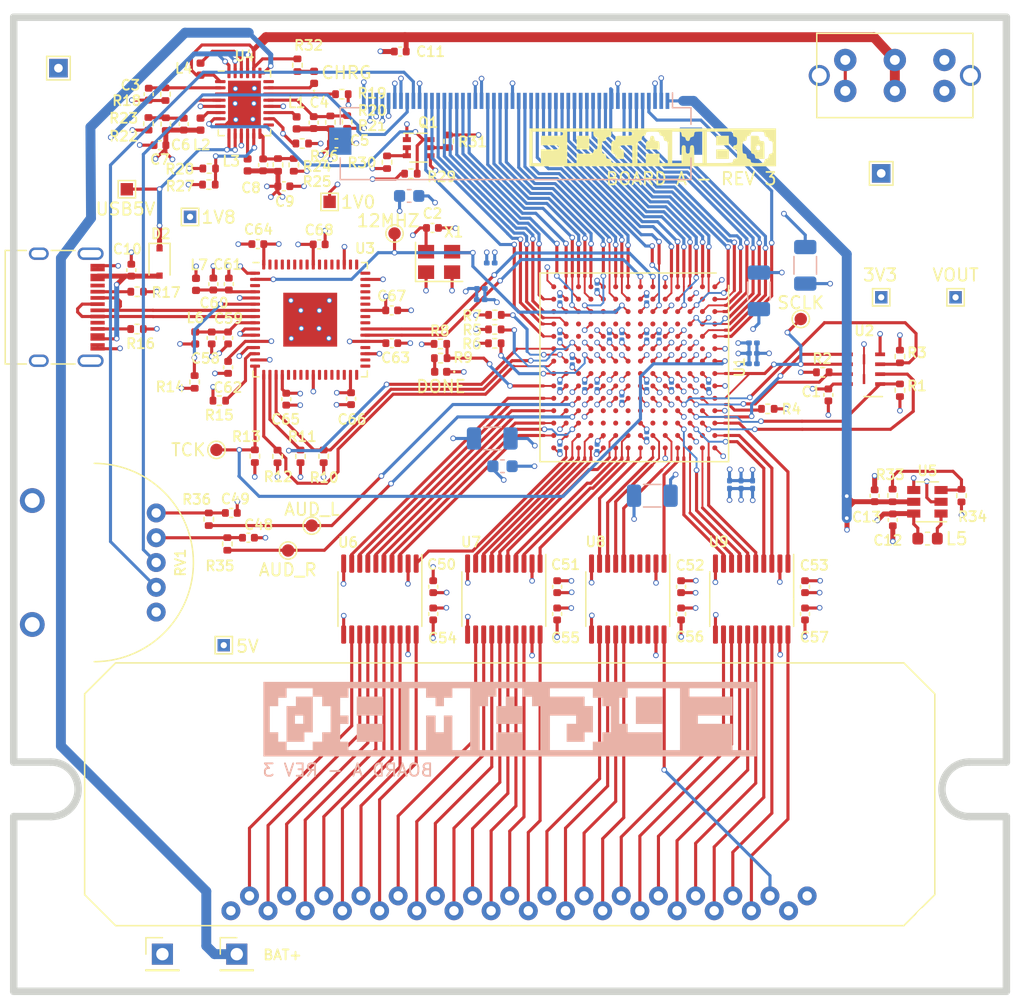
<source format=kicad_pcb>
(kicad_pcb (version 20171130) (host pcbnew "(5.1.10-1-10_14)")
  (layers (0 F.Cu signal) (1 In1.Cu power hide) (2 In2.Cu power) (31 B.Cu signal) (34 B.Paste user) (35 F.Paste user) (36 B.SilkS user) (37 F.SilkS user) (38 B.Mask user) (39 F.Mask user) (44 Edge.Cuts user))
  (net 0 "")
  (net 1 "Net-(U1-PadB11)")
  (net 2 "Net-(U1-PadB12)")
  (net 3 GND)
  (net 4 "Net-(U3-Pad3)")
  (net 5 "Net-(U3-Pad21)")
  (net 6 "Net-(U3-Pad22)")
  (net 7 "Net-(U3-Pad23)")
  (net 8 "Net-(U3-Pad24)")
  (net 9 "Net-(U3-Pad26)")
  (net 10 "Net-(U3-Pad27)")
  (net 11 "Net-(U3-Pad28)")
  (net 12 "Net-(U3-Pad29)")
  (net 13 "Net-(U3-Pad30)")
  (net 14 "Net-(U3-Pad32)")
  (net 15 "Net-(U3-Pad33)")
  (net 16 "Net-(U3-Pad34)")
  (net 17 "Net-(U3-Pad36)")
  (net 18 "Net-(U3-Pad40)")
  (net 19 "Net-(U3-Pad41)")
  (net 20 "Net-(U3-Pad43)")
  (net 21 "Net-(U3-Pad44)")
  (net 22 "Net-(U3-Pad45)")
  (net 23 "Net-(U3-Pad46)")
  (net 24 "Net-(U3-Pad48)")
  (net 25 "Net-(U3-Pad49)")
  (net 26 "Net-(U3-Pad50)")
  (net 27 "Net-(U3-Pad52)")
  (net 28 "Net-(U3-Pad53)")
  (net 29 "Net-(U3-Pad54)")
  (net 30 "Net-(U3-Pad55)")
  (net 31 "Net-(U3-Pad57)")
  (net 32 "Net-(U3-Pad58)")
  (net 33 "Net-(U3-Pad59)")
  (net 34 "Net-(U3-Pad60)")
  (net 35 "Net-(U3-Pad61)")
  (net 36 "Net-(U3-Pad62)")
  (net 37 "Net-(U3-Pad63)")
  (net 38 "Net-(J2-Pad5)")
  (net 39 "Net-(J2-Pad31)")
  (net 40 "Net-(J2-Pad2)")
  (net 41 +3V3)
  (net 42 "Net-(R1-Pad1)")
  (net 43 "Net-(R2-Pad1)")
  (net 44 "Net-(R3-Pad1)")
  (net 45 "Net-(R4-Pad1)")
  (net 46 "Net-(R5-Pad1)")
  (net 47 "Net-(R6-Pad1)")
  (net 48 "Net-(R7-Pad1)")
  (net 49 "Net-(D1-Pad2)")
  (net 50 "Net-(R8-Pad1)")
  (net 51 +1V8)
  (net 52 +1V0)
  (net 53 "Net-(J1-PadB5)")
  (net 54 "Net-(J1-PadA8)")
  (net 55 "Net-(J1-PadA7)")
  (net 56 "Net-(J1-PadA6)")
  (net 57 "Net-(J1-PadA5)")
  (net 58 "Net-(J1-PadB8)")
  (net 59 TMS)
  (net 60 TDO)
  (net 61 TDI)
  (net 62 TCK)
  (net 63 "Net-(R14-Pad1)")
  (net 64 "Net-(R15-Pad1)")
  (net 65 "Net-(U1-PadB6)")
  (net 66 "Net-(U1-PadC5)")
  (net 67 "Net-(U1-PadD4)")
  (net 68 "Net-(U1-PadE4)")
  (net 69 "Net-(U1-PadE11)")
  (net 70 "Net-(U1-PadE12)")
  (net 71 "Net-(U1-PadF4)")
  (net 72 "Net-(U1-PadF11)")
  (net 73 "Net-(U1-PadF12)")
  (net 74 "Net-(U1-PadG4)")
  (net 75 "Net-(U1-PadG11)")
  (net 76 "Net-(U1-PadH4)")
  (net 77 "Net-(U1-PadH11)")
  (net 78 "Net-(U1-PadH12)")
  (net 79 "Net-(U1-PadJ3)")
  (net 80 "Net-(U1-PadJ4)")
  (net 81 "Net-(U1-PadJ11)")
  (net 82 "Net-(U1-PadJ12)")
  (net 83 "Net-(U1-PadK3)")
  (net 84 "Net-(U1-PadK4)")
  (net 85 "Net-(U1-PadK11)")
  (net 86 "Net-(U1-PadK12)")
  (net 87 "Net-(U1-PadL5)")
  (net 88 "Net-(U1-PadL12)")
  (net 89 "Net-(U1-PadM4)")
  (net 90 "Net-(U1-PadM5)")
  (net 91 RX)
  (net 92 TX)
  (net 93 12MHZ)
  (net 94 "Net-(C3-Pad1)")
  (net 95 USB_5V)
  (net 96 GB_A2)
  (net 97 GB_A0)
  (net 98 GB_WR)
  (net 99 GB_A3)
  (net 100 GB_A1)
  (net 101 +5V)
  (net 102 "Net-(R19-Pad1)")
  (net 103 "Net-(U4-Pad15)")
  (net 104 "Net-(U4-Pad22)")
  (net 105 "Net-(C4-Pad2)")
  (net 106 "Net-(C6-Pad2)")
  (net 107 "Net-(C8-Pad2)")
  (net 108 "Net-(L1-Pad1)")
  (net 109 "Net-(L2-Pad1)")
  (net 110 "Net-(L3-Pad1)")
  (net 111 "Net-(C10-Pad1)")
  (net 112 "Net-(C11-Pad1)")
  (net 113 "Net-(J3-Pad1)")
  (net 114 "Net-(L4-Pad1)")
  (net 115 VOUT)
  (net 116 "Net-(Q1-Pad2)")
  (net 117 "Net-(Q1-Pad5)")
  (net 118 "Net-(Q1-Pad6)")
  (net 119 "Net-(R27-Pad2)")
  (net 120 "Net-(D3-Pad1)")
  (net 121 "Net-(D3-Pad2)")
  (net 122 "Net-(L5-Pad2)")
  (net 123 "Net-(R33-Pad2)")
  (net 124 "Net-(J2-Pad30)")
  (net 125 "Net-(J2-Pad28)")
  (net 126 "Net-(J2-Pad26)")
  (net 127 "Net-(J2-Pad24)")
  (net 128 "Net-(J2-Pad22)")
  (net 129 "Net-(J2-Pad20)")
  (net 130 "Net-(J2-Pad18)")
  (net 131 "Net-(J2-Pad16)")
  (net 132 "Net-(J2-Pad14)")
  (net 133 "Net-(J2-Pad12)")
  (net 134 "Net-(J2-Pad10)")
  (net 135 "Net-(J2-Pad8)")
  (net 136 "Net-(J2-Pad6)")
  (net 137 "Net-(J2-Pad4)")
  (net 138 "Net-(J2-Pad29)")
  (net 139 "Net-(J2-Pad27)")
  (net 140 "Net-(J2-Pad25)")
  (net 141 "Net-(J2-Pad23)")
  (net 142 "Net-(J2-Pad21)")
  (net 143 "Net-(J2-Pad19)")
  (net 144 "Net-(J2-Pad17)")
  (net 145 "Net-(J2-Pad15)")
  (net 146 "Net-(J2-Pad13)")
  (net 147 "Net-(J2-Pad11)")
  (net 148 "Net-(J2-Pad9)")
  (net 149 "Net-(J2-Pad7)")
  (net 150 "Net-(J2-Pad3)")
  (net 151 "Net-(U8-Pad4)")
  (net 152 "Net-(U8-Pad3)")
  (net 153 GB_RD)
  (net 154 GB_CS)
  (net 155 GB_CLK)
  (net 156 "Net-(U8-Pad5)")
  (net 157 "Net-(U8-Pad16)")
  (net 158 "Net-(U8-Pad17)")
  (net 159 "Net-(U8-Pad18)")
  (net 160 GB_A4)
  (net 161 GB_A5)
  (net 162 GB_A6)
  (net 163 GB_A7)
  (net 164 GB_A8)
  (net 165 GB_A9)
  (net 166 GB_A10)
  (net 167 GB_A11)
  (net 168 GB_RST)
  (net 169 GB_A15)
  (net 170 GB_A14)
  (net 171 GB_A13)
  (net 172 GB_A12)
  (net 173 GB_D0)
  (net 174 GB_D1)
  (net 175 GB_D2)
  (net 176 GB_D3)
  (net 177 GB_D4)
  (net 178 GB_D5)
  (net 179 GB_D6)
  (net 180 GB_D7)
  (net 181 "Net-(SW1-Pad1)")
  (net 182 DISP_SDO)
  (net 183 DISP_SDI)
  (net 184 DISP_SCLK)
  (net 185 DISP_CS)
  (net 186 DISP_RST)
  (net 187 DISP_B0)
  (net 188 DISP_B1)
  (net 189 DISP_B2)
  (net 190 DISP_B3)
  (net 191 DISP_B4)
  (net 192 DISP_G0)
  (net 193 DISP_G1)
  (net 194 DISP_G2)
  (net 195 DISP_G3)
  (net 196 DISP_G4)
  (net 197 DISP_G5)
  (net 198 DISP_R0)
  (net 199 DISP_R1)
  (net 200 DISP_R2)
  (net 201 DISP_R3)
  (net 202 DISP_R4)
  (net 203 DISP_DE)
  (net 204 DISP_PCLK)
  (net 205 DISP_HS)
  (net 206 DISP_VS)
  (net 207 JOY_B)
  (net 208 JOY_A)
  (net 209 JOY_START)
  (net 210 JOY_SELECT)
  (net 211 JOY_RIGHT)
  (net 212 JOY_UP)
  (net 213 JOY_DOWN)
  (net 214 JOY_LEFT)
  (net 215 AUD_R)
  (net 216 AUD_L)
  (net 217 "Net-(C48-Pad1)")
  (net 218 "Net-(C49-Pad1)")
  (net 219 "Net-(J5-Pad42)")
  (net 220 "Net-(J5-Pad43)")
  (net 221 "Net-(C58-Pad1)")
  (net 222 "Net-(C60-Pad1)")
  (net 223 SCLK)
  (module gb-fpga:FPGAMB0_S (layer F.Cu) (at 51.52 -68.1)
    (fp_text reference G*** hide)
    (fp_text value LOGO hide)
  )
  (module gb-fpga:FPGAMB0 (layer B.Cu) (at 40.05 -22 180)
    (fp_text reference G*** hide)
    (fp_text value LOGO hide)
  )
  (module gb-fpga:Dual_Pot (layer F.Cu) (at 6.5 -34.6 90)
    (fp_text reference RV1 (at -0.01 6.96 90) (layer F.SilkS) (effects (font (size 0.8 0.8))))
    (fp_text value 25k)
    (pad 5 thru_hole circle (at 5 -5 90) (size 2 2) (drill 1.2) (layers *.Cu *.Mask) (net 3 GND))
    (pad 5 thru_hole circle (at -5 -5 90) (size 2 2) (drill 1.2) (layers *.Cu *.Mask) (net 3 GND))
    (pad 1 thru_hole circle (at 4 5 90) (size 1.524 1.524) (drill 0.762) (layers *.Cu *.Mask) (net 218 "Net-(C49-Pad1)"))
    (pad 2 thru_hole circle (at 2 5 90) (size 1.524 1.524) (drill 0.762) (layers *.Cu *.Mask) (net 217 "Net-(C48-Pad1)"))
    (pad 3 thru_hole circle (at 0 5 90) (size 1.524 1.524) (drill 0.762) (layers *.Cu *.Mask) (net 220 "Net-(J5-Pad43)"))
    (pad 4 thru_hole circle (at -2 5 90) (size 1.524 1.524) (drill 0.762) (layers *.Cu *.Mask) (net 219 "Net-(J5-Pad42)"))
    (pad 5 thru_hole circle (at -4 5 90) (size 1.524 1.524) (drill 0.762) (layers *.Cu *.Mask) (net 3 GND))
  )
  (module gb-fpga:EG2215 (layer F.Cu) (at 71.1 -73.9)
    (fp_text reference SW1 hide)
    (fp_text value Switch)
    (pad 3 thru_hole circle (at 4 1.25) (size 1.8 1.8) (drill 0.8) (layers *.Cu *.Mask) (net 115 VOUT))
    (pad 3 thru_hole circle (at 4 -1.25) (size 1.8 1.8) (drill 0.8) (layers *.Cu *.Mask) (net 115 VOUT))
    (pad 2 thru_hole circle (at 0 1.25) (size 1.8 1.8) (drill 0.8) (layers *.Cu *.Mask) (net 112 "Net-(C11-Pad1)"))
    (pad 2 thru_hole circle (at 0 -1.25) (size 1.8 1.8) (drill 0.8) (layers *.Cu *.Mask) (net 112 "Net-(C11-Pad1)"))
    (pad 1 thru_hole circle (at -4 1.25) (size 1.8 1.8) (drill 0.8) (layers *.Cu *.Mask) (net 181 "Net-(SW1-Pad1)"))
    (pad 1 thru_hole circle (at -4 -1.25) (size 1.8 1.8) (drill 0.8) (layers *.Cu *.Mask) (net 181 "Net-(SW1-Pad1)"))
    (pad 4 thru_hole circle (at 6.1 0) (size 1.7 1.7) (drill 1.2) (layers *.Cu *.Mask) (net 3 GND))
    (pad 4 thru_hole circle (at -6.1 0) (size 1.7 1.7) (drill 1.2) (layers *.Cu *.Mask) (net 3 GND))
  )
  (module Package_SON:USON-8_4.0x3.0mm_P0.8mm (layer F.Cu) (at 68.61 -50.2 90)
    (fp_text reference U2 (at 3.1 0.025 180) (layer F.SilkS) (effects (font (size 0.8 0.8))))
    (fp_text value MX25R3235FZBxx1)
    (pad 9 smd rect (at 0.8 0 90) (size 0.8 0.2) (layers F.Cu F.Paste F.Mask) (net 3 GND))
    (pad 9 smd rect (at -0.8 0 90) (size 0.8 0.2) (layers F.Cu F.Paste F.Mask) (net 3 GND))
    (pad 8 smd rect (at -1.2 -1.3 90) (size 0.3 0.8) (layers F.Cu F.Paste F.Mask) (net 41 +3V3))
    (pad 7 smd rect (at -0.4 -1.3 90) (size 0.3 0.8) (layers F.Cu F.Paste F.Mask) (net 43 "Net-(R2-Pad1)"))
    (pad 6 smd rect (at 0.4 -1.3 90) (size 0.3 0.8) (layers F.Cu F.Paste F.Mask) (net 223 SCLK))
    (pad 5 smd rect (at 1.2 -1.3 90) (size 0.3 0.8) (layers F.Cu F.Paste F.Mask) (net 1 "Net-(U1-PadB11)"))
    (pad 4 smd rect (at 1.2 1.3 90) (size 0.3 0.8) (layers F.Cu F.Paste F.Mask) (net 3 GND))
    (pad 3 smd rect (at 0.4 1.3 90) (size 0.3 0.8) (layers F.Cu F.Paste F.Mask) (net 44 "Net-(R3-Pad1)"))
    (pad 2 smd rect (at -0.4 1.3 90) (size 0.3 0.8) (layers F.Cu F.Paste F.Mask) (net 2 "Net-(U1-PadB12)"))
    (pad 1 smd rect (at -1.2 1.3 90) (size 0.3 0.8) (layers F.Cu F.Paste F.Mask) (net 42 "Net-(R1-Pad1)"))
  )
  (module gb-fpga:Cartridge-DMG (layer F.Cu) (at 40.025 -6.5)
    (fp_text reference J2 hide)
    (fp_text value Cartridge-32pin)
    (pad "" np_thru_hole circle (at 31 -2.9) (size 4.3 4.3) (drill 4.3) (layers *.Cu *.Mask))
    (pad "" np_thru_hole circle (at -31 -2.9) (size 4.3 4.3) (drill 4.3) (layers *.Cu *.Mask))
    (pad "" np_thru_hole circle (at 28 -9.4) (size 3 3) (drill 3) (layers *.Cu *.Mask))
    (pad "" np_thru_hole circle (at -28 -9.4) (size 3 3) (drill 3) (layers *.Cu *.Mask))
    (pad 32 thru_hole circle (at 24 -1.2) (size 1.524 1.524) (drill 0.762) (layers *.Cu *.Mask) (net 3 GND))
    (pad 30 thru_hole circle (at 21 -1.2) (size 1.524 1.524) (drill 0.762) (layers *.Cu *.Mask) (net 124 "Net-(J2-Pad30)"))
    (pad 28 thru_hole circle (at 18 -1.2) (size 1.524 1.524) (drill 0.762) (layers *.Cu *.Mask) (net 125 "Net-(J2-Pad28)"))
    (pad 26 thru_hole circle (at 15 -1.2) (size 1.524 1.524) (drill 0.762) (layers *.Cu *.Mask) (net 126 "Net-(J2-Pad26)"))
    (pad 24 thru_hole circle (at 12 -1.2) (size 1.524 1.524) (drill 0.762) (layers *.Cu *.Mask) (net 127 "Net-(J2-Pad24)"))
    (pad 22 thru_hole circle (at 9 -1.2) (size 1.524 1.524) (drill 0.762) (layers *.Cu *.Mask) (net 128 "Net-(J2-Pad22)"))
    (pad 20 thru_hole circle (at 6 -1.2) (size 1.524 1.524) (drill 0.762) (layers *.Cu *.Mask) (net 129 "Net-(J2-Pad20)"))
    (pad 18 thru_hole circle (at 3 -1.2) (size 1.524 1.524) (drill 0.762) (layers *.Cu *.Mask) (net 130 "Net-(J2-Pad18)"))
    (pad 16 thru_hole circle (at 0 -1.2) (size 1.524 1.524) (drill 0.762) (layers *.Cu *.Mask) (net 131 "Net-(J2-Pad16)"))
    (pad 14 thru_hole circle (at -3 -1.2) (size 1.524 1.524) (drill 0.762) (layers *.Cu *.Mask) (net 132 "Net-(J2-Pad14)"))
    (pad 12 thru_hole circle (at -6 -1.2) (size 1.524 1.524) (drill 0.762) (layers *.Cu *.Mask) (net 133 "Net-(J2-Pad12)"))
    (pad 10 thru_hole circle (at -9 -1.2) (size 1.524 1.524) (drill 0.762) (layers *.Cu *.Mask) (net 134 "Net-(J2-Pad10)"))
    (pad 8 thru_hole circle (at -12 -1.2) (size 1.524 1.524) (drill 0.762) (layers *.Cu *.Mask) (net 135 "Net-(J2-Pad8)"))
    (pad 6 thru_hole circle (at -15 -1.2) (size 1.524 1.524) (drill 0.762) (layers *.Cu *.Mask) (net 136 "Net-(J2-Pad6)"))
    (pad 4 thru_hole circle (at -18 -1.2) (size 1.524 1.524) (drill 0.762) (layers *.Cu *.Mask) (net 137 "Net-(J2-Pad4)"))
    (pad 2 thru_hole circle (at -21 -1.2) (size 1.524 1.524) (drill 0.762) (layers *.Cu *.Mask) (net 40 "Net-(J2-Pad2)"))
    (pad 31 thru_hole circle (at 22.5 0) (size 1.524 1.524) (drill 0.762) (layers *.Cu *.Mask) (net 39 "Net-(J2-Pad31)"))
    (pad 29 thru_hole circle (at 19.5 0) (size 1.524 1.524) (drill 0.762) (layers *.Cu *.Mask) (net 138 "Net-(J2-Pad29)"))
    (pad 27 thru_hole circle (at 16.5 0) (size 1.524 1.524) (drill 0.762) (layers *.Cu *.Mask) (net 139 "Net-(J2-Pad27)"))
    (pad 25 thru_hole circle (at 13.5 0) (size 1.524 1.524) (drill 0.762) (layers *.Cu *.Mask) (net 140 "Net-(J2-Pad25)"))
    (pad 23 thru_hole circle (at 10.5 0) (size 1.524 1.524) (drill 0.762) (layers *.Cu *.Mask) (net 141 "Net-(J2-Pad23)"))
    (pad 21 thru_hole circle (at 7.5 0) (size 1.524 1.524) (drill 0.762) (layers *.Cu *.Mask) (net 142 "Net-(J2-Pad21)"))
    (pad 19 thru_hole circle (at 4.5 0) (size 1.524 1.524) (drill 0.762) (layers *.Cu *.Mask) (net 143 "Net-(J2-Pad19)"))
    (pad 17 thru_hole circle (at 1.5 0) (size 1.524 1.524) (drill 0.762) (layers *.Cu *.Mask) (net 144 "Net-(J2-Pad17)"))
    (pad 15 thru_hole circle (at -1.5 0) (size 1.524 1.524) (drill 0.762) (layers *.Cu *.Mask) (net 145 "Net-(J2-Pad15)"))
    (pad 13 thru_hole circle (at -4.5 0) (size 1.524 1.524) (drill 0.762) (layers *.Cu *.Mask) (net 146 "Net-(J2-Pad13)"))
    (pad 11 thru_hole circle (at -7.5 0) (size 1.524 1.524) (drill 0.762) (layers *.Cu *.Mask) (net 147 "Net-(J2-Pad11)"))
    (pad 9 thru_hole circle (at -10.5 0) (size 1.524 1.524) (drill 0.762) (layers *.Cu *.Mask) (net 148 "Net-(J2-Pad9)"))
    (pad 7 thru_hole circle (at -13.5 0) (size 1.524 1.524) (drill 0.762) (layers *.Cu *.Mask) (net 149 "Net-(J2-Pad7)"))
    (pad 5 thru_hole circle (at -16.5 0) (size 1.524 1.524) (drill 0.762) (layers *.Cu *.Mask) (net 38 "Net-(J2-Pad5)"))
    (pad 3 thru_hole circle (at -19.5 0) (size 1.524 1.524) (drill 0.762) (layers *.Cu *.Mask) (net 150 "Net-(J2-Pad3)"))
    (pad 1 thru_hole circle (at -22.5 0) (size 1.524 1.524) (drill 0.762) (layers *.Cu *.Mask) (net 101 +5V))
  )
  (module MountingHole:MountingHole_4.3mm_M4_DIN965 (layer F.Cu) (at 5 -5)
    (fp_text reference REF** hide)
    (fp_text value MountingHole_4.3mm_M4_DIN965 hide)
    (pad "" np_thru_hole circle (at 0 0) (size 4.3 4.3) (drill 4.3) (layers *.Cu *.Mask))
  )
  (module MountingHole:MountingHole_4.3mm_M4_DIN965 (layer F.Cu) (at 75.1 -5)
    (fp_text reference REF** hide)
    (fp_text value MountingHole_4.3mm_M4_DIN965 hide)
    (pad "" np_thru_hole oval (at 0 0) (size 5.3 4.3) (drill oval 5.3 4.3) (layers *.Cu *.Mask))
  )
  (module MountingHole:MountingHole_2.2mm_M2_DIN965 (layer F.Cu) (at 77.6 -66.1)
    (fp_text reference REF** hide)
    (fp_text value MountingHole_2.2mm_M2_DIN965 hide)
    (pad "" np_thru_hole circle (at 0 0) (size 2.2 2.2) (drill 2.2) (layers *.Cu *.Mask))
  )
  (module MountingHole:MountingHole_2.2mm_M2_DIN965 (layer F.Cu) (at 3.5 -66.1)
    (fp_text reference REF** hide)
    (fp_text value MountingHole_2.2mm_M2_DIN965 hide)
    (pad 1 np_thru_hole circle (at 0 0) (size 2.2 2.2) (drill 2.2) (layers *.Cu *.Mask))
  )
  (module Package_BGA:Xilinx_FTGB196 (layer F.Cu) (at 50.075 -50.35 270)
    (fp_text reference U1 (at 0 -8.5 90) (layer F.SilkS) (effects (font (size 0.8 0.8))))
    (fp_text value xc7s25ftgb196)
    (pad A1 smd circle (at -6.5 -6.5 270) (size 0.4 0.4) (layers F.Cu F.Paste F.Mask) (net 3 GND))
    (pad A2 smd circle (at -5.5 -6.5 270) (size 0.4 0.4) (layers F.Cu F.Paste F.Mask) (net 188 DISP_B1))
    (pad A3 smd circle (at -4.5 -6.5 270) (size 0.4 0.4) (layers F.Cu F.Paste F.Mask) (net 186 DISP_RST))
    (pad A4 smd circle (at -3.5 -6.5 270) (size 0.4 0.4) (layers F.Cu F.Paste F.Mask) (net 184 DISP_SCLK))
    (pad A5 smd circle (at -2.5 -6.5 270) (size 0.4 0.4) (layers F.Cu F.Paste F.Mask) (net 182 DISP_SDO))
    (pad A6 smd circle (at -1.5 -6.5 270) (size 0.4 0.4) (layers F.Cu F.Paste F.Mask) (net 3 GND))
    (pad A7 smd circle (at -0.5 -6.5 270) (size 0.4 0.4) (layers F.Cu F.Paste F.Mask) (net 62 TCK))
    (pad A8 smd circle (at 0.5 -6.5 270) (size 0.4 0.4) (layers F.Cu F.Paste F.Mask) (net 223 SCLK))
    (pad A9 smd circle (at 1.5 -6.5 270) (size 0.4 0.4) (layers F.Cu F.Paste F.Mask) (net 3 GND))
    (pad A10 smd circle (at 2.5 -6.5 270) (size 0.4 0.4) (layers F.Cu F.Paste F.Mask) (net 223 SCLK))
    (pad A11 smd circle (at 3.5 -6.5 270) (size 0.4 0.4) (layers F.Cu F.Paste F.Mask) (net 3 GND))
    (pad A12 smd circle (at 4.5 -6.5 270) (size 0.4 0.4) (layers F.Cu F.Paste F.Mask) (net 180 GB_D7))
    (pad A13 smd circle (at 5.5 -6.5 270) (size 0.4 0.4) (layers F.Cu F.Paste F.Mask) (net 179 GB_D6))
    (pad A14 smd circle (at 6.5 -6.5 270) (size 0.4 0.4) (layers F.Cu F.Paste F.Mask) (net 3 GND))
    (pad B1 smd circle (at -6.5 -5.5 270) (size 0.4 0.4) (layers F.Cu F.Paste F.Mask) (net 191 DISP_B4))
    (pad B2 smd circle (at -5.5 -5.5 270) (size 0.4 0.4) (layers F.Cu F.Paste F.Mask) (net 190 DISP_B3))
    (pad B3 smd circle (at -4.5 -5.5 270) (size 0.4 0.4) (layers F.Cu F.Paste F.Mask) (net 187 DISP_B0))
    (pad B4 smd circle (at -3.5 -5.5 270) (size 0.4 0.4) (layers F.Cu F.Paste F.Mask) (net 3 GND))
    (pad B5 smd circle (at -2.5 -5.5 270) (size 0.4 0.4) (layers F.Cu F.Paste F.Mask) (net 183 DISP_SDI))
    (pad B6 smd circle (at -1.5 -5.5 270) (size 0.4 0.4) (layers F.Cu F.Paste F.Mask) (net 65 "Net-(U1-PadB6)"))
    (pad B7 smd circle (at -0.5 -5.5 270) (size 0.4 0.4) (layers F.Cu F.Paste F.Mask) (net 3 GND))
    (pad B8 smd circle (at 0.5 -5.5 270) (size 0.4 0.4) (layers F.Cu F.Paste F.Mask) (net 51 +1V8))
    (pad B9 smd circle (at 1.5 -5.5 270) (size 0.4 0.4) (layers F.Cu F.Paste F.Mask) (net 3 GND))
    (pad B10 smd circle (at 2.5 -5.5 270) (size 0.4 0.4) (layers F.Cu F.Paste F.Mask) (net 45 "Net-(R4-Pad1)"))
    (pad B11 smd circle (at 3.5 -5.5 270) (size 0.4 0.4) (layers F.Cu F.Paste F.Mask) (net 1 "Net-(U1-PadB11)"))
    (pad B12 smd circle (at 4.5 -5.5 270) (size 0.4 0.4) (layers F.Cu F.Paste F.Mask) (net 2 "Net-(U1-PadB12)"))
    (pad B13 smd circle (at 5.5 -5.5 270) (size 0.4 0.4) (layers F.Cu F.Paste F.Mask) (net 177 GB_D4))
    (pad B14 smd circle (at 6.5 -5.5 270) (size 0.4 0.4) (layers F.Cu F.Paste F.Mask) (net 176 GB_D3))
    (pad C1 smd circle (at -6.5 -4.5 270) (size 0.4 0.4) (layers F.Cu F.Paste F.Mask) (net 193 DISP_G1))
    (pad C2 smd circle (at -5.5 -4.5 270) (size 0.4 0.4) (layers F.Cu F.Paste F.Mask) (net 3 GND))
    (pad C3 smd circle (at -4.5 -4.5 270) (size 0.4 0.4) (layers F.Cu F.Paste F.Mask) (net 189 DISP_B2))
    (pad C4 smd circle (at -3.5 -4.5 270) (size 0.4 0.4) (layers F.Cu F.Paste F.Mask) (net 185 DISP_CS))
    (pad C5 smd circle (at -2.5 -4.5 270) (size 0.4 0.4) (layers F.Cu F.Paste F.Mask) (net 66 "Net-(U1-PadC5)"))
    (pad C6 smd circle (at -1.5 -4.5 270) (size 0.4 0.4) (layers F.Cu F.Paste F.Mask) (net 3 GND))
    (pad C7 smd circle (at -0.5 -4.5 270) (size 0.4 0.4) (layers F.Cu F.Paste F.Mask) (net 3 GND))
    (pad C8 smd circle (at 0.5 -4.5 270) (size 0.4 0.4) (layers F.Cu F.Paste F.Mask) (net 3 GND))
    (pad C9 smd circle (at 1.5 -4.5 270) (size 0.4 0.4) (layers F.Cu F.Paste F.Mask) (net 3 GND))
    (pad C10 smd circle (at 2.5 -4.5 270) (size 0.4 0.4) (layers F.Cu F.Paste F.Mask) (net 43 "Net-(R2-Pad1)"))
    (pad C11 smd circle (at 3.5 -4.5 270) (size 0.4 0.4) (layers F.Cu F.Paste F.Mask) (net 42 "Net-(R1-Pad1)"))
    (pad C12 smd circle (at 4.5 -4.5 270) (size 0.4 0.4) (layers F.Cu F.Paste F.Mask) (net 178 GB_D5))
    (pad C13 smd circle (at 5.5 -4.5 270) (size 0.4 0.4) (layers F.Cu F.Paste F.Mask) (net 3 GND))
    (pad C14 smd circle (at 6.5 -4.5 270) (size 0.4 0.4) (layers F.Cu F.Paste F.Mask) (net 174 GB_D1))
    (pad D1 smd circle (at -6.5 -3.5 270) (size 0.4 0.4) (layers F.Cu F.Paste F.Mask) (net 195 DISP_G3))
    (pad D2 smd circle (at -5.5 -3.5 270) (size 0.4 0.4) (layers F.Cu F.Paste F.Mask) (net 194 DISP_G2))
    (pad D3 smd circle (at -4.5 -3.5 270) (size 0.4 0.4) (layers F.Cu F.Paste F.Mask) (net 192 DISP_G0))
    (pad D4 smd circle (at -3.5 -3.5 270) (size 0.4 0.4) (layers F.Cu F.Paste F.Mask) (net 67 "Net-(U1-PadD4)"))
    (pad D5 smd circle (at -2.5 -3.5 270) (size 0.4 0.4) (layers F.Cu F.Paste F.Mask) (net 3 GND))
    (pad D6 smd circle (at -1.5 -3.5 270) (size 0.4 0.4) (layers F.Cu F.Paste F.Mask) (net 52 +1V0))
    (pad D7 smd circle (at -0.5 -3.5 270) (size 0.4 0.4) (layers F.Cu F.Paste F.Mask) (net 3 GND))
    (pad D8 smd circle (at 0.5 -3.5 270) (size 0.4 0.4) (layers F.Cu F.Paste F.Mask) (net 52 +1V0))
    (pad D9 smd circle (at 1.5 -3.5 270) (size 0.4 0.4) (layers F.Cu F.Paste F.Mask) (net 3 GND))
    (pad D10 smd circle (at 2.5 -3.5 270) (size 0.4 0.4) (layers F.Cu F.Paste F.Mask) (net 44 "Net-(R3-Pad1)"))
    (pad D11 smd circle (at 3.5 -3.5 270) (size 0.4 0.4) (layers F.Cu F.Paste F.Mask) (net 3 GND))
    (pad D12 smd circle (at 4.5 -3.5 270) (size 0.4 0.4) (layers F.Cu F.Paste F.Mask) (net 175 GB_D2))
    (pad D13 smd circle (at 5.5 -3.5 270) (size 0.4 0.4) (layers F.Cu F.Paste F.Mask) (net 173 GB_D0))
    (pad D14 smd circle (at 6.5 -3.5 270) (size 0.4 0.4) (layers F.Cu F.Paste F.Mask) (net 168 GB_RST))
    (pad E1 smd circle (at -6.5 -2.5 270) (size 0.4 0.4) (layers F.Cu F.Paste F.Mask) (net 3 GND))
    (pad E2 smd circle (at -5.5 -2.5 270) (size 0.4 0.4) (layers F.Cu F.Paste F.Mask) (net 196 DISP_G4))
    (pad E3 smd circle (at -4.5 -2.5 270) (size 0.4 0.4) (layers F.Cu F.Paste F.Mask) (net 3 GND))
    (pad E4 smd circle (at -3.5 -2.5 270) (size 0.4 0.4) (layers F.Cu F.Paste F.Mask) (net 68 "Net-(U1-PadE4)"))
    (pad E5 smd circle (at -2.5 -2.5 270) (size 0.4 0.4) (layers F.Cu F.Paste F.Mask) (net 52 +1V0))
    (pad E6 smd circle (at -1.5 -2.5 270) (size 0.4 0.4) (layers F.Cu F.Paste F.Mask) (net 3 GND))
    (pad E7 smd circle (at -0.5 -2.5 270) (size 0.4 0.4) (layers F.Cu F.Paste F.Mask) (net 52 +1V0))
    (pad E8 smd circle (at 0.5 -2.5 270) (size 0.4 0.4) (layers F.Cu F.Paste F.Mask) (net 3 GND))
    (pad E9 smd circle (at 1.5 -2.5 270) (size 0.4 0.4) (layers F.Cu F.Paste F.Mask) (net 52 +1V0))
    (pad E10 smd circle (at 2.5 -2.5 270) (size 0.4 0.4) (layers F.Cu F.Paste F.Mask) (net 3 GND))
    (pad E11 smd circle (at 3.5 -2.5 270) (size 0.4 0.4) (layers F.Cu F.Paste F.Mask) (net 69 "Net-(U1-PadE11)"))
    (pad E12 smd circle (at 4.5 -2.5 270) (size 0.4 0.4) (layers F.Cu F.Paste F.Mask) (net 70 "Net-(U1-PadE12)"))
    (pad E13 smd circle (at 5.5 -2.5 270) (size 0.4 0.4) (layers F.Cu F.Paste F.Mask) (net 169 GB_A15))
    (pad E14 smd circle (at 6.5 -2.5 270) (size 0.4 0.4) (layers F.Cu F.Paste F.Mask) (net 3 GND))
    (pad F1 smd circle (at -6.5 -1.5 270) (size 0.4 0.4) (layers F.Cu F.Paste F.Mask) (net 91 RX))
    (pad F2 smd circle (at -5.5 -1.5 270) (size 0.4 0.4) (layers F.Cu F.Paste F.Mask) (net 197 DISP_G5))
    (pad F3 smd circle (at -4.5 -1.5 270) (size 0.4 0.4) (layers F.Cu F.Paste F.Mask) (net 198 DISP_R0))
    (pad F4 smd circle (at -3.5 -1.5 270) (size 0.4 0.4) (layers F.Cu F.Paste F.Mask) (net 71 "Net-(U1-PadF4)"))
    (pad F5 smd circle (at -2.5 -1.5 270) (size 0.4 0.4) (layers F.Cu F.Paste F.Mask) (net 3 GND))
    (pad F6 smd circle (at -1.5 -1.5 270) (size 0.4 0.4) (layers F.Cu F.Paste F.Mask) (net 52 +1V0))
    (pad F7 smd circle (at -0.5 -1.5 270) (size 0.4 0.4) (layers F.Cu F.Paste F.Mask) (net 3 GND))
    (pad F8 smd circle (at 0.5 -1.5 270) (size 0.4 0.4) (layers F.Cu F.Paste F.Mask) (net 51 +1V8))
    (pad F9 smd circle (at 1.5 -1.5 270) (size 0.4 0.4) (layers F.Cu F.Paste F.Mask) (net 3 GND))
    (pad F10 smd circle (at 2.5 -1.5 270) (size 0.4 0.4) (layers F.Cu F.Paste F.Mask) (net 51 +1V8))
    (pad F11 smd circle (at 3.5 -1.5 270) (size 0.4 0.4) (layers F.Cu F.Paste F.Mask) (net 72 "Net-(U1-PadF11)"))
    (pad F12 smd circle (at 4.5 -1.5 270) (size 0.4 0.4) (layers F.Cu F.Paste F.Mask) (net 73 "Net-(U1-PadF12)"))
    (pad F13 smd circle (at 5.5 -1.5 270) (size 0.4 0.4) (layers F.Cu F.Paste F.Mask) (net 170 GB_A14))
    (pad F14 smd circle (at 6.5 -1.5 270) (size 0.4 0.4) (layers F.Cu F.Paste F.Mask) (net 171 GB_A13))
    (pad G1 smd circle (at -6.5 -0.5 270) (size 0.4 0.4) (layers F.Cu F.Paste F.Mask) (net 92 TX))
    (pad G2 smd circle (at -5.5 -0.5 270) (size 0.4 0.4) (layers F.Cu F.Paste F.Mask) (net 41 +3V3))
    (pad G3 smd circle (at -4.5 -0.5 270) (size 0.4 0.4) (layers F.Cu F.Paste F.Mask) (net 3 GND))
    (pad G4 smd circle (at -3.5 -0.5 270) (size 0.4 0.4) (layers F.Cu F.Paste F.Mask) (net 74 "Net-(U1-PadG4)"))
    (pad G5 smd circle (at -2.5 -0.5 270) (size 0.4 0.4) (layers F.Cu F.Paste F.Mask) (net 52 +1V0))
    (pad G6 smd circle (at -1.5 -0.5 270) (size 0.4 0.4) (layers F.Cu F.Paste F.Mask) (net 3 GND))
    (pad G7 smd circle (at -0.5 -0.5 270) (size 0.4 0.4) (layers F.Cu F.Paste F.Mask) (net 3 GND))
    (pad G8 smd circle (at 0.5 -0.5 270) (size 0.4 0.4) (layers F.Cu F.Paste F.Mask) (net 3 GND))
    (pad G9 smd circle (at 1.5 -0.5 270) (size 0.4 0.4) (layers F.Cu F.Paste F.Mask) (net 52 +1V0))
    (pad G10 smd circle (at 2.5 -0.5 270) (size 0.4 0.4) (layers F.Cu F.Paste F.Mask) (net 3 GND))
    (pad G11 smd circle (at 3.5 -0.5 270) (size 0.4 0.4) (layers F.Cu F.Paste F.Mask) (net 75 "Net-(U1-PadG11)"))
    (pad G12 smd circle (at 4.5 -0.5 270) (size 0.4 0.4) (layers F.Cu F.Paste F.Mask) (net 3 GND))
    (pad G13 smd circle (at 5.5 -0.5 270) (size 0.4 0.4) (layers F.Cu F.Paste F.Mask) (net 41 +3V3))
    (pad G14 smd circle (at 6.5 -0.5 270) (size 0.4 0.4) (layers F.Cu F.Paste F.Mask) (net 172 GB_A12))
    (pad H1 smd circle (at -6.5 0.5 270) (size 0.4 0.4) (layers F.Cu F.Paste F.Mask) (net 199 DISP_R1))
    (pad H2 smd circle (at -5.5 0.5 270) (size 0.4 0.4) (layers F.Cu F.Paste F.Mask) (net 200 DISP_R2))
    (pad H3 smd circle (at -4.5 0.5 270) (size 0.4 0.4) (layers F.Cu F.Paste F.Mask) (net 93 12MHZ))
    (pad H4 smd circle (at -3.5 0.5 270) (size 0.4 0.4) (layers F.Cu F.Paste F.Mask) (net 76 "Net-(U1-PadH4)"))
    (pad H5 smd circle (at -2.5 0.5 270) (size 0.4 0.4) (layers F.Cu F.Paste F.Mask) (net 3 GND))
    (pad H6 smd circle (at -1.5 0.5 270) (size 0.4 0.4) (layers F.Cu F.Paste F.Mask) (net 52 +1V0))
    (pad H7 smd circle (at -0.5 0.5 270) (size 0.4 0.4) (layers F.Cu F.Paste F.Mask) (net 3 GND))
    (pad H8 smd circle (at 0.5 0.5 270) (size 0.4 0.4) (layers F.Cu F.Paste F.Mask) (net 3 GND))
    (pad H9 smd circle (at 1.5 0.5 270) (size 0.4 0.4) (layers F.Cu F.Paste F.Mask) (net 3 GND))
    (pad H10 smd circle (at 2.5 0.5 270) (size 0.4 0.4) (layers F.Cu F.Paste F.Mask) (net 51 +1V8))
    (pad H11 smd circle (at 3.5 0.5 270) (size 0.4 0.4) (layers F.Cu F.Paste F.Mask) (net 77 "Net-(U1-PadH11)"))
    (pad H12 smd circle (at 4.5 0.5 270) (size 0.4 0.4) (layers F.Cu F.Paste F.Mask) (net 78 "Net-(U1-PadH12)"))
    (pad H13 smd circle (at 5.5 0.5 270) (size 0.4 0.4) (layers F.Cu F.Paste F.Mask) (net 166 GB_A10))
    (pad H14 smd circle (at 6.5 0.5 270) (size 0.4 0.4) (layers F.Cu F.Paste F.Mask) (net 167 GB_A11))
    (pad J1 smd circle (at -6.5 1.5 270) (size 0.4 0.4) (layers F.Cu F.Paste F.Mask) (net 201 DISP_R3))
    (pad J2 smd circle (at -5.5 1.5 270) (size 0.4 0.4) (layers F.Cu F.Paste F.Mask) (net 202 DISP_R4))
    (pad J3 smd circle (at -4.5 1.5 270) (size 0.4 0.4) (layers F.Cu F.Paste F.Mask) (net 79 "Net-(U1-PadJ3)"))
    (pad J4 smd circle (at -3.5 1.5 270) (size 0.4 0.4) (layers F.Cu F.Paste F.Mask) (net 80 "Net-(U1-PadJ4)"))
    (pad J5 smd circle (at -2.5 1.5 270) (size 0.4 0.4) (layers F.Cu F.Paste F.Mask) (net 52 +1V0))
    (pad J6 smd circle (at -1.5 1.5 270) (size 0.4 0.4) (layers F.Cu F.Paste F.Mask) (net 3 GND))
    (pad J7 smd circle (at -0.5 1.5 270) (size 0.4 0.4) (layers F.Cu F.Paste F.Mask) (net 3 GND))
    (pad J8 smd circle (at 0.5 1.5 270) (size 0.4 0.4) (layers F.Cu F.Paste F.Mask) (net 3 GND))
    (pad J9 smd circle (at 1.5 1.5 270) (size 0.4 0.4) (layers F.Cu F.Paste F.Mask) (net 52 +1V0))
    (pad J10 smd circle (at 2.5 1.5 270) (size 0.4 0.4) (layers F.Cu F.Paste F.Mask) (net 3 GND))
    (pad J11 smd circle (at 3.5 1.5 270) (size 0.4 0.4) (layers F.Cu F.Paste F.Mask) (net 81 "Net-(U1-PadJ11)"))
    (pad J12 smd circle (at 4.5 1.5 270) (size 0.4 0.4) (layers F.Cu F.Paste F.Mask) (net 82 "Net-(U1-PadJ12)"))
    (pad J13 smd circle (at 5.5 1.5 270) (size 0.4 0.4) (layers F.Cu F.Paste F.Mask) (net 164 GB_A8))
    (pad J14 smd circle (at 6.5 1.5 270) (size 0.4 0.4) (layers F.Cu F.Paste F.Mask) (net 165 GB_A9))
    (pad K1 smd circle (at -6.5 2.5 270) (size 0.4 0.4) (layers F.Cu F.Paste F.Mask) (net 3 GND))
    (pad K2 smd circle (at -5.5 2.5 270) (size 0.4 0.4) (layers F.Cu F.Paste F.Mask) (net 41 +3V3))
    (pad K3 smd circle (at -4.5 2.5 270) (size 0.4 0.4) (layers F.Cu F.Paste F.Mask) (net 83 "Net-(U1-PadK3)"))
    (pad K4 smd circle (at -3.5 2.5 270) (size 0.4 0.4) (layers F.Cu F.Paste F.Mask) (net 84 "Net-(U1-PadK4)"))
    (pad K5 smd circle (at -2.5 2.5 270) (size 0.4 0.4) (layers F.Cu F.Paste F.Mask) (net 3 GND))
    (pad K6 smd circle (at -1.5 2.5 270) (size 0.4 0.4) (layers F.Cu F.Paste F.Mask) (net 52 +1V0))
    (pad K7 smd circle (at -0.5 2.5 270) (size 0.4 0.4) (layers F.Cu F.Paste F.Mask) (net 3 GND))
    (pad K8 smd circle (at 0.5 2.5 270) (size 0.4 0.4) (layers F.Cu F.Paste F.Mask) (net 52 +1V0))
    (pad K9 smd circle (at 1.5 2.5 270) (size 0.4 0.4) (layers F.Cu F.Paste F.Mask) (net 3 GND))
    (pad K10 smd circle (at 2.5 2.5 270) (size 0.4 0.4) (layers F.Cu F.Paste F.Mask) (net 51 +1V8))
    (pad K11 smd circle (at 3.5 2.5 270) (size 0.4 0.4) (layers F.Cu F.Paste F.Mask) (net 85 "Net-(U1-PadK11)"))
    (pad K12 smd circle (at 4.5 2.5 270) (size 0.4 0.4) (layers F.Cu F.Paste F.Mask) (net 86 "Net-(U1-PadK12)"))
    (pad K13 smd circle (at 5.5 2.5 270) (size 0.4 0.4) (layers F.Cu F.Paste F.Mask) (net 41 +3V3))
    (pad K14 smd circle (at 6.5 2.5 270) (size 0.4 0.4) (layers F.Cu F.Paste F.Mask) (net 3 GND))
    (pad L1 smd circle (at -6.5 3.5 270) (size 0.4 0.4) (layers F.Cu F.Paste F.Mask) (net 204 DISP_PCLK))
    (pad L2 smd circle (at -5.5 3.5 270) (size 0.4 0.4) (layers F.Cu F.Paste F.Mask) (net 205 DISP_HS))
    (pad L3 smd circle (at -4.5 3.5 270) (size 0.4 0.4) (layers F.Cu F.Paste F.Mask) (net 203 DISP_DE))
    (pad L4 smd circle (at -3.5 3.5 270) (size 0.4 0.4) (layers F.Cu F.Paste F.Mask) (net 3 GND))
    (pad L5 smd circle (at -2.5 3.5 270) (size 0.4 0.4) (layers F.Cu F.Paste F.Mask) (net 87 "Net-(U1-PadL5)"))
    (pad L6 smd circle (at -1.5 3.5 270) (size 0.4 0.4) (layers F.Cu F.Paste F.Mask) (net 3 GND))
    (pad L7 smd circle (at -0.5 3.5 270) (size 0.4 0.4) (layers F.Cu F.Paste F.Mask) (net 46 "Net-(R5-Pad1)"))
    (pad L8 smd circle (at 0.5 3.5 270) (size 0.4 0.4) (layers F.Cu F.Paste F.Mask) (net 3 GND))
    (pad L9 smd circle (at 1.5 3.5 270) (size 0.4 0.4) (layers F.Cu F.Paste F.Mask) (net 51 +1V8))
    (pad L10 smd circle (at 2.5 3.5 270) (size 0.4 0.4) (layers F.Cu F.Paste F.Mask) (net 3 GND))
    (pad L11 smd circle (at 3.5 3.5 270) (size 0.4 0.4) (layers F.Cu F.Paste F.Mask) (net 3 GND))
    (pad L12 smd circle (at 4.5 3.5 270) (size 0.4 0.4) (layers F.Cu F.Paste F.Mask) (net 88 "Net-(U1-PadL12)"))
    (pad L13 smd circle (at 5.5 3.5 270) (size 0.4 0.4) (layers F.Cu F.Paste F.Mask) (net 162 GB_A6))
    (pad L14 smd circle (at 6.5 3.5 270) (size 0.4 0.4) (layers F.Cu F.Paste F.Mask) (net 163 GB_A7))
    (pad M1 smd circle (at -6.5 4.5 270) (size 0.4 0.4) (layers F.Cu F.Paste F.Mask) (net 206 DISP_VS))
    (pad M2 smd circle (at -5.5 4.5 270) (size 0.4 0.4) (layers F.Cu F.Paste F.Mask) (net 207 JOY_B))
    (pad M3 smd circle (at -4.5 4.5 270) (size 0.4 0.4) (layers F.Cu F.Paste F.Mask) (net 209 JOY_START))
    (pad M4 smd circle (at -3.5 4.5 270) (size 0.4 0.4) (layers F.Cu F.Paste F.Mask) (net 89 "Net-(U1-PadM4)"))
    (pad M5 smd circle (at -2.5 4.5 270) (size 0.4 0.4) (layers F.Cu F.Paste F.Mask) (net 90 "Net-(U1-PadM5)"))
    (pad M6 smd circle (at -1.5 4.5 270) (size 0.4 0.4) (layers F.Cu F.Paste F.Mask) (net 59 TMS))
    (pad M7 smd circle (at -0.5 4.5 270) (size 0.4 0.4) (layers F.Cu F.Paste F.Mask) (net 41 +3V3))
    (pad M8 smd circle (at 0.5 4.5 270) (size 0.4 0.4) (layers F.Cu F.Paste F.Mask) (net 3 GND))
    (pad M9 smd circle (at 1.5 4.5 270) (size 0.4 0.4) (layers F.Cu F.Paste F.Mask) (net 3 GND))
    (pad M10 smd circle (at 2.5 4.5 270) (size 0.4 0.4) (layers F.Cu F.Paste F.Mask) (net 216 AUD_L))
    (pad M11 smd circle (at 3.5 4.5 270) (size 0.4 0.4) (layers F.Cu F.Paste F.Mask) (net 215 AUD_R))
    (pad M12 smd circle (at 4.5 4.5 270) (size 0.4 0.4) (layers F.Cu F.Paste F.Mask) (net 100 GB_A1))
    (pad M13 smd circle (at 5.5 4.5 270) (size 0.4 0.4) (layers F.Cu F.Paste F.Mask) (net 160 GB_A4))
    (pad M14 smd circle (at 6.5 4.5 270) (size 0.4 0.4) (layers F.Cu F.Paste F.Mask) (net 161 GB_A5))
    (pad N1 smd circle (at -6.5 5.5 270) (size 0.4 0.4) (layers F.Cu F.Paste F.Mask) (net 208 JOY_A))
    (pad N2 smd circle (at -5.5 5.5 270) (size 0.4 0.4) (layers F.Cu F.Paste F.Mask) (net 41 +3V3))
    (pad N3 smd circle (at -4.5 5.5 270) (size 0.4 0.4) (layers F.Cu F.Paste F.Mask) (net 3 GND))
    (pad N4 smd circle (at -3.5 5.5 270) (size 0.4 0.4) (layers F.Cu F.Paste F.Mask) (net 212 JOY_UP))
    (pad N5 smd circle (at -2.5 5.5 270) (size 0.4 0.4) (layers F.Cu F.Paste F.Mask) (net 3 GND))
    (pad N6 smd circle (at -1.5 5.5 270) (size 0.4 0.4) (layers F.Cu F.Paste F.Mask) (net 41 +3V3))
    (pad N7 smd circle (at -0.5 5.5 270) (size 0.4 0.4) (layers F.Cu F.Paste F.Mask) (net 48 "Net-(R7-Pad1)"))
    (pad N8 smd circle (at 0.5 5.5 270) (size 0.4 0.4) (layers F.Cu F.Paste F.Mask) (net 41 +3V3))
    (pad N9 smd circle (at 1.5 5.5 270) (size 0.4 0.4) (layers F.Cu F.Paste F.Mask) (net 3 GND))
    (pad N10 smd circle (at 2.5 5.5 270) (size 0.4 0.4) (layers F.Cu F.Paste F.Mask) (net 98 GB_WR))
    (pad N11 smd circle (at 3.5 5.5 270) (size 0.4 0.4) (layers F.Cu F.Paste F.Mask) (net 154 GB_CS))
    (pad N12 smd circle (at 4.5 5.5 270) (size 0.4 0.4) (layers F.Cu F.Paste F.Mask) (net 3 GND))
    (pad N13 smd circle (at 5.5 5.5 270) (size 0.4 0.4) (layers F.Cu F.Paste F.Mask) (net 41 +3V3))
    (pad N14 smd circle (at 6.5 5.5 270) (size 0.4 0.4) (layers F.Cu F.Paste F.Mask) (net 99 GB_A3))
    (pad P1 smd circle (at -6.5 6.5 270) (size 0.4 0.4) (layers F.Cu F.Paste F.Mask) (net 3 GND))
    (pad P2 smd circle (at -5.5 6.5 270) (size 0.4 0.4) (layers F.Cu F.Paste F.Mask) (net 210 JOY_SELECT))
    (pad P3 smd circle (at -4.5 6.5 270) (size 0.4 0.4) (layers F.Cu F.Paste F.Mask) (net 211 JOY_RIGHT))
    (pad P4 smd circle (at -3.5 6.5 270) (size 0.4 0.4) (layers F.Cu F.Paste F.Mask) (net 213 JOY_DOWN))
    (pad P5 smd circle (at -2.5 6.5 270) (size 0.4 0.4) (layers F.Cu F.Paste F.Mask) (net 214 JOY_LEFT))
    (pad P6 smd circle (at -1.5 6.5 270) (size 0.4 0.4) (layers F.Cu F.Paste F.Mask) (net 60 TDO))
    (pad P7 smd circle (at -0.5 6.5 270) (size 0.4 0.4) (layers F.Cu F.Paste F.Mask) (net 61 TDI))
    (pad P8 smd circle (at 0.5 6.5 270) (size 0.4 0.4) (layers F.Cu F.Paste F.Mask) (net 47 "Net-(R6-Pad1)"))
    (pad P9 smd circle (at 1.5 6.5 270) (size 0.4 0.4) (layers F.Cu F.Paste F.Mask) (net 50 "Net-(R8-Pad1)"))
    (pad P10 smd circle (at 2.5 6.5 270) (size 0.4 0.4) (layers F.Cu F.Paste F.Mask) (net 155 GB_CLK))
    (pad P11 smd circle (at 3.5 6.5 270) (size 0.4 0.4) (layers F.Cu F.Paste F.Mask) (net 153 GB_RD))
    (pad P12 smd circle (at 4.5 6.5 270) (size 0.4 0.4) (layers F.Cu F.Paste F.Mask) (net 97 GB_A0))
    (pad P13 smd circle (at 5.5 6.5 270) (size 0.4 0.4) (layers F.Cu F.Paste F.Mask) (net 96 GB_A2))
    (pad P14 smd circle (at 6.5 6.5 270) (size 0.4 0.4) (layers F.Cu F.Paste F.Mask) (net 3 GND))
  )
  (module Package_DFN_QFN:QFN-64-1EP_9x9mm_P0.5mm_EP4.35x4.35mm (layer F.Cu) (at 23.925 -54.195)
    (fp_text reference U3 (at 4.425 -5.75) (layer F.SilkS) (effects (font (size 0.8 0.8))))
    (fp_text value FT2232HQ)
    (pad 1 smd roundrect (at -4.45 -3.75) (size 0.8 0.25) (layers F.Cu F.Paste F.Mask) (net 3 GND))
    (pad 2 smd roundrect (at -4.45 -3.25) (size 0.8 0.25) (layers F.Cu F.Paste F.Mask) (net 93 12MHZ))
    (pad 3 smd roundrect (at -4.45 -2.75) (size 0.8 0.25) (layers F.Cu F.Paste F.Mask) (net 4 "Net-(U3-Pad3)"))
    (pad 4 smd roundrect (at -4.45 -2.25) (size 0.8 0.25) (layers F.Cu F.Paste F.Mask) (net 222 "Net-(C60-Pad1)"))
    (pad 5 smd roundrect (at -4.45 -1.75) (size 0.8 0.25) (layers F.Cu F.Paste F.Mask) (net 3 GND))
    (pad 6 smd roundrect (at -4.45 -1.25) (size 0.8 0.25) (layers F.Cu F.Paste F.Mask) (net 63 "Net-(R14-Pad1)"))
    (pad 7 smd roundrect (at -4.45 -0.75) (size 0.8 0.25) (layers F.Cu F.Paste F.Mask) (net 55 "Net-(J1-PadA7)"))
    (pad 8 smd roundrect (at -4.45 -0.25) (size 0.8 0.25) (layers F.Cu F.Paste F.Mask) (net 56 "Net-(J1-PadA6)"))
    (pad 9 smd roundrect (at -4.45 0.25) (size 0.8 0.25) (layers F.Cu F.Paste F.Mask) (net 221 "Net-(C58-Pad1)"))
    (pad 10 smd roundrect (at -4.45 0.75) (size 0.8 0.25) (layers F.Cu F.Paste F.Mask) (net 3 GND))
    (pad 11 smd roundrect (at -4.45 1.25) (size 0.8 0.25) (layers F.Cu F.Paste F.Mask) (net 3 GND))
    (pad 12 smd roundrect (at -4.45 1.75) (size 0.8 0.25) (layers F.Cu F.Paste F.Mask) (net 51 +1V8))
    (pad 13 smd roundrect (at -4.45 2.25) (size 0.8 0.25) (layers F.Cu F.Paste F.Mask) (net 3 GND))
    (pad 14 smd roundrect (at -4.45 2.75) (size 0.8 0.25) (layers F.Cu F.Paste F.Mask) (net 64 "Net-(R15-Pad1)"))
    (pad 15 smd roundrect (at -4.45 3.25) (size 0.8 0.25) (layers F.Cu F.Paste F.Mask) (net 3 GND))
    (pad 16 smd roundrect (at -4.45 3.75) (size 0.8 0.25) (layers F.Cu F.Paste F.Mask) (net 62 TCK))
    (pad 17 smd roundrect (at -3.75 4.45) (size 0.25 0.8) (layers F.Cu F.Paste F.Mask) (net 61 TDI))
    (pad 18 smd roundrect (at -3.25 4.45) (size 0.25 0.8) (layers F.Cu F.Paste F.Mask) (net 60 TDO))
    (pad 19 smd roundrect (at -2.75 4.45) (size 0.25 0.8) (layers F.Cu F.Paste F.Mask) (net 59 TMS))
    (pad 20 smd roundrect (at -2.25 4.45) (size 0.25 0.8) (layers F.Cu F.Paste F.Mask) (net 41 +3V3))
    (pad 21 smd roundrect (at -1.75 4.45) (size 0.25 0.8) (layers F.Cu F.Paste F.Mask) (net 5 "Net-(U3-Pad21)"))
    (pad 22 smd roundrect (at -1.25 4.45) (size 0.25 0.8) (layers F.Cu F.Paste F.Mask) (net 6 "Net-(U3-Pad22)"))
    (pad 23 smd roundrect (at -0.75 4.45) (size 0.25 0.8) (layers F.Cu F.Paste F.Mask) (net 7 "Net-(U3-Pad23)"))
    (pad 24 smd roundrect (at -0.25 4.45) (size 0.25 0.8) (layers F.Cu F.Paste F.Mask) (net 8 "Net-(U3-Pad24)"))
    (pad 25 smd roundrect (at 0.25 4.45) (size 0.25 0.8) (layers F.Cu F.Paste F.Mask) (net 3 GND))
    (pad 26 smd roundrect (at 0.75 4.45) (size 0.25 0.8) (layers F.Cu F.Paste F.Mask) (net 9 "Net-(U3-Pad26)"))
    (pad 27 smd roundrect (at 1.25 4.45) (size 0.25 0.8) (layers F.Cu F.Paste F.Mask) (net 10 "Net-(U3-Pad27)"))
    (pad 28 smd roundrect (at 1.75 4.45) (size 0.25 0.8) (layers F.Cu F.Paste F.Mask) (net 11 "Net-(U3-Pad28)"))
    (pad 29 smd roundrect (at 2.25 4.45) (size 0.25 0.8) (layers F.Cu F.Paste F.Mask) (net 12 "Net-(U3-Pad29)"))
    (pad 30 smd roundrect (at 2.75 4.45) (size 0.25 0.8) (layers F.Cu F.Paste F.Mask) (net 13 "Net-(U3-Pad30)"))
    (pad 31 smd roundrect (at 3.25 4.45) (size 0.25 0.8) (layers F.Cu F.Paste F.Mask) (net 41 +3V3))
    (pad 32 smd roundrect (at 3.75 4.45) (size 0.25 0.8) (layers F.Cu F.Paste F.Mask) (net 14 "Net-(U3-Pad32)"))
    (pad 33 smd roundrect (at 4.45 3.75) (size 0.8 0.25) (layers F.Cu F.Paste F.Mask) (net 15 "Net-(U3-Pad33)"))
    (pad 34 smd roundrect (at 4.45 3.25) (size 0.8 0.25) (layers F.Cu F.Paste F.Mask) (net 16 "Net-(U3-Pad34)"))
    (pad 35 smd roundrect (at 4.45 2.75) (size 0.8 0.25) (layers F.Cu F.Paste F.Mask) (net 3 GND))
    (pad 36 smd roundrect (at 4.45 2.25) (size 0.8 0.25) (layers F.Cu F.Paste F.Mask) (net 17 "Net-(U3-Pad36)"))
    (pad 37 smd roundrect (at 4.45 1.75) (size 0.8 0.25) (layers F.Cu F.Paste F.Mask) (net 51 +1V8))
    (pad 38 smd roundrect (at 4.45 1.25) (size 0.8 0.25) (layers F.Cu F.Paste F.Mask) (net 92 TX))
    (pad 39 smd roundrect (at 4.45 0.75) (size 0.8 0.25) (layers F.Cu F.Paste F.Mask) (net 91 RX))
    (pad 40 smd roundrect (at 4.45 0.25) (size 0.8 0.25) (layers F.Cu F.Paste F.Mask) (net 18 "Net-(U3-Pad40)"))
    (pad 41 smd roundrect (at 4.45 -0.25) (size 0.8 0.25) (layers F.Cu F.Paste F.Mask) (net 19 "Net-(U3-Pad41)"))
    (pad 42 smd roundrect (at 4.45 -0.75) (size 0.8 0.25) (layers F.Cu F.Paste F.Mask) (net 41 +3V3))
    (pad 43 smd roundrect (at 4.45 -1.25) (size 0.8 0.25) (layers F.Cu F.Paste F.Mask) (net 20 "Net-(U3-Pad43)"))
    (pad 44 smd roundrect (at 4.45 -1.75) (size 0.8 0.25) (layers F.Cu F.Paste F.Mask) (net 21 "Net-(U3-Pad44)"))
    (pad 45 smd roundrect (at 4.45 -2.25) (size 0.8 0.25) (layers F.Cu F.Paste F.Mask) (net 22 "Net-(U3-Pad45)"))
    (pad 46 smd roundrect (at 4.45 -2.75) (size 0.8 0.25) (layers F.Cu F.Paste F.Mask) (net 23 "Net-(U3-Pad46)"))
    (pad 47 smd roundrect (at 4.45 -3.25) (size 0.8 0.25) (layers F.Cu F.Paste F.Mask) (net 3 GND))
    (pad 48 smd roundrect (at 4.45 -3.75) (size 0.8 0.25) (layers F.Cu F.Paste F.Mask) (net 24 "Net-(U3-Pad48)"))
    (pad 49 smd roundrect (at 3.75 -4.45) (size 0.25 0.8) (layers F.Cu F.Paste F.Mask) (net 25 "Net-(U3-Pad49)"))
    (pad 50 smd roundrect (at 3.25 -4.45) (size 0.25 0.8) (layers F.Cu F.Paste F.Mask) (net 26 "Net-(U3-Pad50)"))
    (pad 51 smd roundrect (at 2.75 -4.45) (size 0.25 0.8) (layers F.Cu F.Paste F.Mask) (net 3 GND))
    (pad 52 smd roundrect (at 2.25 -4.45) (size 0.25 0.8) (layers F.Cu F.Paste F.Mask) (net 27 "Net-(U3-Pad52)"))
    (pad 53 smd roundrect (at 1.75 -4.45) (size 0.25 0.8) (layers F.Cu F.Paste F.Mask) (net 28 "Net-(U3-Pad53)"))
    (pad 54 smd roundrect (at 1.25 -4.45) (size 0.25 0.8) (layers F.Cu F.Paste F.Mask) (net 29 "Net-(U3-Pad54)"))
    (pad 55 smd roundrect (at 0.75 -4.45) (size 0.25 0.8) (layers F.Cu F.Paste F.Mask) (net 30 "Net-(U3-Pad55)"))
    (pad 56 smd roundrect (at 0.25 -4.45) (size 0.25 0.8) (layers F.Cu F.Paste F.Mask) (net 41 +3V3))
    (pad 57 smd roundrect (at -0.25 -4.45) (size 0.25 0.8) (layers F.Cu F.Paste F.Mask) (net 31 "Net-(U3-Pad57)"))
    (pad 58 smd roundrect (at -0.75 -4.45) (size 0.25 0.8) (layers F.Cu F.Paste F.Mask) (net 32 "Net-(U3-Pad58)"))
    (pad 59 smd roundrect (at -1.25 -4.45) (size 0.25 0.8) (layers F.Cu F.Paste F.Mask) (net 33 "Net-(U3-Pad59)"))
    (pad 60 smd roundrect (at -1.75 -4.45) (size 0.25 0.8) (layers F.Cu F.Paste F.Mask) (net 34 "Net-(U3-Pad60)"))
    (pad 61 smd roundrect (at -2.25 -4.45) (size 0.25 0.8) (layers F.Cu F.Paste F.Mask) (net 35 "Net-(U3-Pad61)"))
    (pad 62 smd roundrect (at -2.75 -4.45) (size 0.25 0.8) (layers F.Cu F.Paste F.Mask) (net 36 "Net-(U3-Pad62)"))
    (pad 63 smd roundrect (at -3.25 -4.45) (size 0.25 0.8) (layers F.Cu F.Paste F.Mask) (net 37 "Net-(U3-Pad63)"))
    (pad 64 smd roundrect (at -3.75 -4.45) (size 0.25 0.8) (layers F.Cu F.Paste F.Mask) (net 51 +1V8))
    (pad 65 smd rect (at 0 0) (size 4.35 4.35) (layers F.Cu F.Mask) (net 3 GND))
  )
  (module Connector_USB:USB_C_Receptacle_XKB_U262-16XN-4BVC11 (layer F.Cu) (at 3.1 -55.2 270)
    (fp_text reference J1 hide)
    (fp_text value USB_C_Receptacle_USB2.0)
    (pad S1 thru_hole oval (at -4.32 -3.105 270) (size 1 2.1) (drill oval 0.6 1.7) (layers *.Cu *.Mask) (net 3 GND))
    (pad S1 thru_hole oval (at 4.32 -3.105 270) (size 1 2.1) (drill oval 0.6 1.7) (layers *.Cu *.Mask) (net 3 GND))
    (pad S1 thru_hole oval (at -4.32 1.075 270) (size 1 1.6) (drill oval 0.6 1.2) (layers *.Cu *.Mask) (net 3 GND))
    (pad S1 thru_hole oval (at 4.32 1.075 270) (size 1 1.6) (drill oval 0.6 1.2) (layers *.Cu *.Mask) (net 3 GND))
    (pad "" np_thru_hole circle (at 2.89 -2.605 270) (size 0.65 0.65) (drill 0.65) (layers *.Cu *.Mask))
    (pad "" np_thru_hole circle (at -2.89 -2.605 270) (size 0.65 0.65) (drill 0.65) (layers *.Cu *.Mask))
    (pad B1 smd rect (at 3.05 -3.67 270) (size 0.3 1.15) (layers F.Cu F.Paste F.Mask) (net 3 GND))
    (pad B4 smd rect (at 2.25 -3.67 270) (size 0.3 1.15) (layers F.Cu F.Paste F.Mask) (net 111 "Net-(C10-Pad1)"))
    (pad B5 smd rect (at 1.75 -3.67 270) (size 0.3 1.15) (layers F.Cu F.Paste F.Mask) (net 53 "Net-(J1-PadB5)"))
    (pad A8 smd rect (at 1.25 -3.67 270) (size 0.3 1.15) (layers F.Cu F.Paste F.Mask) (net 54 "Net-(J1-PadA8)"))
    (pad B6 smd rect (at 0.75 -3.67 270) (size 0.3 1.15) (layers F.Cu F.Paste F.Mask) (net 56 "Net-(J1-PadA6)"))
    (pad A7 smd rect (at 0.25 -3.67 270) (size 0.3 1.15) (layers F.Cu F.Paste F.Mask) (net 55 "Net-(J1-PadA7)"))
    (pad A6 smd rect (at -0.25 -3.67 270) (size 0.3 1.15) (layers F.Cu F.Paste F.Mask) (net 56 "Net-(J1-PadA6)"))
    (pad B7 smd rect (at -0.75 -3.67 270) (size 0.3 1.15) (layers F.Cu F.Paste F.Mask) (net 55 "Net-(J1-PadA7)"))
    (pad A5 smd rect (at -1.25 -3.67 270) (size 0.3 1.15) (layers F.Cu F.Paste F.Mask) (net 57 "Net-(J1-PadA5)"))
    (pad B8 smd rect (at -1.75 -3.67 270) (size 0.3 1.15) (layers F.Cu F.Paste F.Mask) (net 58 "Net-(J1-PadB8)"))
    (pad A4 smd rect (at -2.55 -3.67 270) (size 0.3 1.15) (layers F.Cu F.Paste F.Mask) (net 111 "Net-(C10-Pad1)"))
    (pad A1 smd rect (at -3.35 -3.67 270) (size 0.3 1.15) (layers F.Cu F.Paste F.Mask) (net 3 GND))
    (pad B12 smd rect (at -3.05 -3.67 270) (size 0.3 1.15) (layers F.Cu F.Paste F.Mask) (net 3 GND))
    (pad B9 smd rect (at -2.25 -3.67 270) (size 0.3 1.15) (layers F.Cu F.Paste F.Mask) (net 111 "Net-(C10-Pad1)"))
    (pad A9 smd rect (at 2.55 -3.67 270) (size 0.3 1.15) (layers F.Cu F.Paste F.Mask) (net 111 "Net-(C10-Pad1)"))
    (pad A12 smd rect (at 3.35 -3.67 270) (size 0.3 1.15) (layers F.Cu F.Paste F.Mask) (net 3 GND))
  )
  (module Oscillator:Oscillator_SMD_Abracon_ASE-4Pin_3.2x2.5mm (layer F.Cu) (at 34.325 -58.855)
    (fp_text reference X1 (at 1.175 -2.4) (layer F.SilkS) (effects (font (size 0.8 0.8))))
    (fp_text value SG-8002JA)
    (pad 1 smd rect (at -1.05 0.825) (size 1.3 1.1) (layers F.Cu F.Paste F.Mask) (net 41 +3V3))
    (pad 2 smd rect (at 1.05 0.825) (size 1.3 1.1) (layers F.Cu F.Paste F.Mask) (net 3 GND))
    (pad 3 smd rect (at 1.05 -0.825) (size 1.3 1.1) (layers F.Cu F.Paste F.Mask) (net 93 12MHZ))
    (pad 4 smd rect (at -1.05 -0.825) (size 1.3 1.1) (layers F.Cu F.Paste F.Mask) (net 41 +3V3))
  )
  (module Package_DFN_QFN:QFN-28-1EP_4x5mm_P0.5mm_EP2.65x3.65mm (layer F.Cu) (at 18.620001 -71.654999)
    (fp_text reference U4 (at 0 -3.82) (layer F.SilkS) (effects (font (size 0.8 0.8))))
    (fp_text value LTC3555)
    (pad 1 smd roundrect (at -1.95 -1.75) (size 0.85 0.25) (layers F.Cu F.Paste F.Mask) (net 112 "Net-(C11-Pad1)"))
    (pad 2 smd roundrect (at -1.95 -1.25) (size 0.85 0.25) (layers F.Cu F.Paste F.Mask) (net 94 "Net-(C3-Pad1)"))
    (pad 3 smd roundrect (at -1.95 -0.75) (size 0.85 0.25) (layers F.Cu F.Paste F.Mask) (net 3 GND))
    (pad 4 smd roundrect (at -1.95 -0.25) (size 0.85 0.25) (layers F.Cu F.Paste F.Mask) (net 106 "Net-(C6-Pad2)"))
    (pad 5 smd roundrect (at -1.95 0.25) (size 0.85 0.25) (layers F.Cu F.Paste F.Mask) (net 115 VOUT))
    (pad 6 smd roundrect (at -1.95 0.75) (size 0.85 0.25) (layers F.Cu F.Paste F.Mask) (net 109 "Net-(L2-Pad1)"))
    (pad 7 smd roundrect (at -1.95 1.25) (size 0.85 0.25) (layers F.Cu F.Paste F.Mask) (net 118 "Net-(Q1-Pad6)"))
    (pad 8 smd roundrect (at -1.95 1.75) (size 0.85 0.25) (layers F.Cu F.Paste F.Mask) (net 3 GND))
    (pad 9 smd roundrect (at -1.25 2.45) (size 0.25 0.85) (layers F.Cu F.Paste F.Mask) (net 95 USB_5V))
    (pad 10 smd roundrect (at -0.75 2.45) (size 0.25 0.85) (layers F.Cu F.Paste F.Mask) (net 95 USB_5V))
    (pad 11 smd roundrect (at -0.25 2.45) (size 0.25 0.85) (layers F.Cu F.Paste F.Mask) (net 115 VOUT))
    (pad 12 smd roundrect (at 0.25 2.45) (size 0.25 0.85) (layers F.Cu F.Paste F.Mask) (net 110 "Net-(L3-Pad1)"))
    (pad 13 smd roundrect (at 0.75 2.45) (size 0.25 0.85) (layers F.Cu F.Paste F.Mask) (net 119 "Net-(R27-Pad2)"))
    (pad 14 smd roundrect (at 1.25 2.45) (size 0.25 0.85) (layers F.Cu F.Paste F.Mask) (net 107 "Net-(C8-Pad2)"))
    (pad 15 smd roundrect (at 1.95 1.75) (size 0.85 0.25) (layers F.Cu F.Paste F.Mask) (net 103 "Net-(U4-Pad15)"))
    (pad 16 smd roundrect (at 1.95 1.25) (size 0.85 0.25) (layers F.Cu F.Paste F.Mask) (net 115 VOUT))
    (pad 17 smd roundrect (at 1.95 0.75) (size 0.85 0.25) (layers F.Cu F.Paste F.Mask) (net 108 "Net-(L1-Pad1)"))
    (pad 18 smd roundrect (at 1.95 0.25) (size 0.85 0.25) (layers F.Cu F.Paste F.Mask) (net 115 VOUT))
    (pad 19 smd roundrect (at 1.95 -0.25) (size 0.85 0.25) (layers F.Cu F.Paste F.Mask) (net 105 "Net-(C4-Pad2)"))
    (pad 20 smd roundrect (at 1.95 -0.75) (size 0.85 0.25) (layers F.Cu F.Paste F.Mask) (net 102 "Net-(R19-Pad1)"))
    (pad 21 smd roundrect (at 1.95 -1.25) (size 0.85 0.25) (layers F.Cu F.Paste F.Mask) (net 120 "Net-(D3-Pad1)"))
    (pad 22 smd roundrect (at 1.95 -1.75) (size 0.85 0.25) (layers F.Cu F.Paste F.Mask) (net 104 "Net-(U4-Pad22)"))
    (pad 23 smd roundrect (at 1.25 -2.45) (size 0.25 0.85) (layers F.Cu F.Paste F.Mask) (net 113 "Net-(J3-Pad1)"))
    (pad 24 smd roundrect (at 0.75 -2.45) (size 0.25 0.85) (layers F.Cu F.Paste F.Mask) (net 112 "Net-(C11-Pad1)"))
    (pad 25 smd roundrect (at 0.25 -2.45) (size 0.25 0.85) (layers F.Cu F.Paste F.Mask) (net 95 USB_5V))
    (pad 26 smd roundrect (at -0.25 -2.45) (size 0.25 0.85) (layers F.Cu F.Paste F.Mask) (net 114 "Net-(L4-Pad1)"))
    (pad 27 smd roundrect (at -0.75 -2.45) (size 0.25 0.85) (layers F.Cu F.Paste F.Mask) (net 95 USB_5V))
    (pad 28 smd roundrect (at -1.25 -2.45) (size 0.25 0.85) (layers F.Cu F.Paste F.Mask) (net 95 USB_5V))
    (pad 29 smd rect (at 0 0) (size 2.65 3.65) (layers F.Cu F.Mask) (net 3 GND))
  )
  (module Diode_SMD:D_SOD-323F (layer F.Cu) (at 11.77 -58.85 270)
    (fp_text reference D2 (at -2.275 -0.1 180) (layer F.SilkS) (effects (font (size 0.8 0.8))))
    (fp_text value PMEG2020EJ)
    (pad 1 smd rect (at -1.1 0 270) (size 0.5 0.5) (layers F.Cu F.Paste F.Mask) (net 95 USB_5V))
    (pad 2 smd rect (at 1.1 0 270) (size 0.5 0.5) (layers F.Cu F.Paste F.Mask) (net 111 "Net-(C10-Pad1)"))
  )
  (module Connector_PinHeader_2.54mm:PinHeader_1x01_P2.54mm_Vertical (layer F.Cu) (at 18 -3)
    (fp_text reference J3 hide)
    (fp_text value BAT+)
    (pad 1 thru_hole rect (at 0 0) (size 1.7 1.7) (drill 1) (layers *.Cu *.Mask) (net 113 "Net-(J3-Pad1)"))
  )
  (module Connector_PinHeader_2.54mm:PinHeader_1x01_P2.54mm_Vertical (layer F.Cu) (at 12 -3)
    (fp_text reference J4 hide)
    (fp_text value BAT-)
    (pad 1 thru_hole rect (at 0 0) (size 1.7 1.7) (drill 1) (layers *.Cu *.Mask) (net 3 GND))
  )
  (module Package_TO_SOT_SMD:SOT-363_SC-70-6 (layer F.Cu) (at 32.675 -68.075)
    (fp_text reference Q1 (at 0.775 -2.025) (layer F.SilkS) (effects (font (size 0.8 0.8))))
    (fp_text value MBT3904DW1)
    (pad 1 smd rect (at -0.95 -0.65) (size 0.65 0.4) (layers F.Cu F.Paste F.Mask) (net 3 GND))
    (pad 3 smd rect (at -0.95 0.65) (size 0.65 0.4) (layers F.Cu F.Paste F.Mask) (net 116 "Net-(Q1-Pad2)"))
    (pad 5 smd rect (at 0.95 0) (size 0.65 0.4) (layers F.Cu F.Paste F.Mask) (net 117 "Net-(Q1-Pad5)"))
    (pad 2 smd rect (at -0.95 0) (size 0.65 0.4) (layers F.Cu F.Paste F.Mask) (net 116 "Net-(Q1-Pad2)"))
    (pad 4 smd rect (at 0.95 0.65) (size 0.65 0.4) (layers F.Cu F.Paste F.Mask) (net 3 GND))
    (pad 6 smd rect (at 0.95 -0.65) (size 0.65 0.4) (layers F.Cu F.Paste F.Mask) (net 118 "Net-(Q1-Pad6)"))
  )
  (module Capacitor_SMD:C_0402_1005Metric (layer F.Cu) (at 65.735 -48.125 270)
    (fp_text reference C1 (at -0.25 1.375 180) (layer F.SilkS) (effects (font (size 0.8 0.8))))
    (fp_text value 100nF)
    (pad 1 smd roundrect (at -0.48 0 270) (size 0.56 0.62) (layers F.Cu F.Paste F.Mask) (net 41 +3V3))
    (pad 2 smd roundrect (at 0.48 0 270) (size 0.56 0.62) (layers F.Cu F.Paste F.Mask) (net 3 GND))
  )
  (module Capacitor_SMD:C_0402_1005Metric (layer F.Cu) (at 33.79 -61.6)
    (fp_text reference C2 (at 0 -1.16) (layer F.SilkS) (effects (font (size 0.8 0.8))))
    (fp_text value 10nF)
    (pad 2 smd roundrect (at 0.48 0) (size 0.56 0.62) (layers F.Cu F.Paste F.Mask) (net 3 GND))
    (pad 1 smd roundrect (at -0.48 0) (size 0.56 0.62) (layers F.Cu F.Paste F.Mask) (net 41 +3V3))
  )
  (module Capacitor_SMD:C_0402_1005Metric (layer F.Cu) (at 10.895 -72.39 270)
    (fp_text reference C3 (at -0.725 1.475 180) (layer F.SilkS) (effects (font (size 0.8 0.8))))
    (fp_text value 470nF)
    (pad 2 smd roundrect (at 0.48 0 270) (size 0.56 0.62) (layers F.Cu F.Paste F.Mask) (net 3 GND))
    (pad 1 smd roundrect (at -0.48 0 270) (size 0.56 0.62) (layers F.Cu F.Paste F.Mask) (net 94 "Net-(C3-Pad1)"))
  )
  (module Capacitor_SMD:C_0402_1005Metric (layer F.Cu) (at 24.205 -70.1 90)
    (fp_text reference C4 (at 1.625 0.45 180) (layer F.SilkS) (effects (font (size 0.8 0.8))))
    (fp_text value 20pF)
    (pad 1 smd roundrect (at -0.48 0 90) (size 0.56 0.62) (layers F.Cu F.Paste F.Mask) (net 52 +1V0))
    (pad 2 smd roundrect (at 0.48 0 90) (size 0.56 0.62) (layers F.Cu F.Paste F.Mask) (net 105 "Net-(C4-Pad2)"))
  )
  (module Capacitor_SMD:C_0402_1005Metric (layer F.Cu) (at 26.04 -68.425)
    (fp_text reference C5 (at 1.875 -0.225) (layer F.SilkS) (effects (font (size 0.8 0.8))))
    (fp_text value 22µF)
    (pad 2 smd roundrect (at 0.48 0) (size 0.56 0.62) (layers F.Cu F.Paste F.Mask) (net 3 GND))
    (pad 1 smd roundrect (at -0.48 0) (size 0.56 0.62) (layers F.Cu F.Paste F.Mask) (net 52 +1V0))
  )
  (module Capacitor_SMD:C_0402_1005Metric (layer F.Cu) (at 13.725 -69.975 90)
    (fp_text reference C6 (at -1.675 -0.25 180) (layer F.SilkS) (effects (font (size 0.8 0.8))))
    (fp_text value 20pF)
    (pad 1 smd roundrect (at -0.48 0 90) (size 0.56 0.62) (layers F.Cu F.Paste F.Mask) (net 51 +1V8))
    (pad 2 smd roundrect (at 0.48 0 90) (size 0.56 0.62) (layers F.Cu F.Paste F.Mask) (net 106 "Net-(C6-Pad2)"))
  )
  (module Capacitor_SMD:C_0402_1005Metric (layer F.Cu) (at 11.8 -68.275 180)
    (fp_text reference C7 (at 0 -1.16) (layer F.SilkS) (effects (font (size 0.8 0.8))))
    (fp_text value 10µF)
    (pad 2 smd roundrect (at 0.48 0 180) (size 0.56 0.62) (layers F.Cu F.Paste F.Mask) (net 3 GND))
    (pad 1 smd roundrect (at -0.48 0 180) (size 0.56 0.62) (layers F.Cu F.Paste F.Mask) (net 51 +1V8))
  )
  (module Capacitor_SMD:C_0402_1005Metric (layer F.Cu) (at 20.125 -66.685 90)
    (fp_text reference C8 (at -1.85 -0.975 180) (layer F.SilkS) (effects (font (size 0.8 0.8))))
    (fp_text value 20pF)
    (pad 2 smd roundrect (at 0.48 0 90) (size 0.56 0.62) (layers F.Cu F.Paste F.Mask) (net 107 "Net-(C8-Pad2)"))
    (pad 1 smd roundrect (at -0.48 0 90) (size 0.56 0.62) (layers F.Cu F.Paste F.Mask) (net 41 +3V3))
  )
  (module Capacitor_SMD:C_0402_1005Metric (layer F.Cu) (at 21.8 -64.96)
    (fp_text reference C9 (at 0.075 1.225) (layer F.SilkS) (effects (font (size 0.8 0.8))))
    (fp_text value 10µF)
    (pad 1 smd roundrect (at -0.48 0) (size 0.56 0.62) (layers F.Cu F.Paste F.Mask) (net 41 +3V3))
    (pad 2 smd roundrect (at 0.48 0) (size 0.56 0.62) (layers F.Cu F.Paste F.Mask) (net 3 GND))
  )
  (module Capacitor_SMD:C_0402_1005Metric (layer F.Cu) (at 9.49 -58.19 90)
    (fp_text reference C10 (at 1.7 -0.325 180) (layer F.SilkS) (effects (font (size 0.8 0.8))))
    (fp_text value 10µF)
    (pad 1 smd roundrect (at -0.48 0 90) (size 0.56 0.62) (layers F.Cu F.Paste F.Mask) (net 111 "Net-(C10-Pad1)"))
    (pad 2 smd roundrect (at 0.48 0 90) (size 0.56 0.62) (layers F.Cu F.Paste F.Mask) (net 3 GND))
  )
  (module Capacitor_SMD:C_0402_1005Metric (layer F.Cu) (at 31.19 -75.83 180)
    (fp_text reference C11 (at -2.45 -0.01) (layer F.SilkS) (effects (font (size 0.8 0.8))))
    (fp_text value 22µF)
    (pad 2 smd roundrect (at 0.48 0 180) (size 0.56 0.62) (layers F.Cu F.Paste F.Mask) (net 3 GND))
    (pad 1 smd roundrect (at -0.48 0 180) (size 0.56 0.62) (layers F.Cu F.Paste F.Mask) (net 112 "Net-(C11-Pad1)"))
  )
  (module LED_SMD:LED_0402_1005Metric (layer F.Cu) (at 34.455 -49.99 180)
    (fp_text reference D1 hide)
    (fp_text value DONE)
    (pad 1 smd roundrect (at -0.485 0 180) (size 0.59 0.64) (layers F.Cu F.Paste F.Mask) (net 3 GND))
    (pad 2 smd roundrect (at 0.485 0 180) (size 0.59 0.64) (layers F.Cu F.Paste F.Mask) (net 49 "Net-(D1-Pad2)"))
  )
  (module Inductor_SMD:L_0402_1005Metric (layer F.Cu) (at 22.83 -70.075 270)
    (fp_text reference L1 (at -1.625 0 180) (layer F.SilkS) (effects (font (size 0.8 0.8))))
    (fp_text value 1.5µH)
    (pad 1 smd roundrect (at -0.485 0 270) (size 0.59 0.64) (layers F.Cu F.Paste F.Mask) (net 108 "Net-(L1-Pad1)"))
    (pad 2 smd roundrect (at 0.485 0 270) (size 0.59 0.64) (layers F.Cu F.Paste F.Mask) (net 52 +1V0))
  )
  (module Inductor_SMD:L_0402_1005Metric (layer F.Cu) (at 15.075 -69.975 270)
    (fp_text reference L2 (at 1.675 -0.1 180) (layer F.SilkS) (effects (font (size 0.8 0.8))))
    (fp_text value 3.3µH)
    (pad 2 smd roundrect (at 0.485 0 270) (size 0.59 0.64) (layers F.Cu F.Paste F.Mask) (net 51 +1V8))
    (pad 1 smd roundrect (at -0.485 0 270) (size 0.59 0.64) (layers F.Cu F.Paste F.Mask) (net 109 "Net-(L2-Pad1)"))
  )
  (module Inductor_SMD:L_0402_1005Metric (layer F.Cu) (at 18.875 -66.685 270)
    (fp_text reference L3 (at -0.3 1.325 180) (layer F.SilkS) (effects (font (size 0.8 0.8))))
    (fp_text value 2.2µH)
    (pad 2 smd roundrect (at 0.485 0 270) (size 0.59 0.64) (layers F.Cu F.Paste F.Mask) (net 41 +3V3))
    (pad 1 smd roundrect (at -0.485 0 270) (size 0.59 0.64) (layers F.Cu F.Paste F.Mask) (net 110 "Net-(L3-Pad1)"))
  )
  (module Inductor_SMD:L_0402_1005Metric (layer F.Cu) (at 15.075 -74.41 270)
    (fp_text reference L4 (at -0.065 1.35 180) (layer F.SilkS) (effects (font (size 0.8 0.8))))
    (fp_text value 3.3µH)
    (pad 1 smd roundrect (at -0.485 0 270) (size 0.59 0.64) (layers F.Cu F.Paste F.Mask) (net 114 "Net-(L4-Pad1)"))
    (pad 2 smd roundrect (at 0.485 0 270) (size 0.59 0.64) (layers F.Cu F.Paste F.Mask) (net 112 "Net-(C11-Pad1)"))
  )
  (module Resistor_SMD:R_0402_1005Metric (layer F.Cu) (at 71.51 -48.5 270)
    (fp_text reference R1 (at -0.35 -1.375 180) (layer F.SilkS) (effects (font (size 0.8 0.8))))
    (fp_text value 4.7k)
    (pad 1 smd roundrect (at -0.51 0 270) (size 0.54 0.64) (layers F.Cu F.Paste F.Mask) (net 42 "Net-(R1-Pad1)"))
    (pad 2 smd roundrect (at 0.51 0 270) (size 0.54 0.64) (layers F.Cu F.Paste F.Mask) (net 41 +3V3))
  )
  (module Resistor_SMD:R_0402_1005Metric (layer F.Cu) (at 65.285 -49.95 180)
    (fp_text reference R2 (at 0.05 1.1) (layer F.SilkS) (effects (font (size 0.8 0.8))))
    (fp_text value 1.8k)
    (pad 2 smd roundrect (at 0.51 0 180) (size 0.54 0.64) (layers F.Cu F.Paste F.Mask) (net 41 +3V3))
    (pad 1 smd roundrect (at -0.51 0 180) (size 0.54 0.64) (layers F.Cu F.Paste F.Mask) (net 43 "Net-(R2-Pad1)"))
  )
  (module Resistor_SMD:R_0402_1005Metric (layer F.Cu) (at 71.51 -51.225 90)
    (fp_text reference R3 (at 0.3 1.375 180) (layer F.SilkS) (effects (font (size 0.8 0.8))))
    (fp_text value 1.8k)
    (pad 1 smd roundrect (at -0.51 0 90) (size 0.54 0.64) (layers F.Cu F.Paste F.Mask) (net 44 "Net-(R3-Pad1)"))
    (pad 2 smd roundrect (at 0.51 0 90) (size 0.54 0.64) (layers F.Cu F.Paste F.Mask) (net 41 +3V3))
  )
  (module Resistor_SMD:R_0402_1005Metric (layer F.Cu) (at 60.85 -47)
    (fp_text reference R4 (at 1.9 0.025) (layer F.SilkS) (effects (font (size 0.8 0.8))))
    (fp_text value 1k)
    (pad 2 smd roundrect (at 0.51 0) (size 0.54 0.64) (layers F.Cu F.Paste F.Mask) (net 41 +3V3))
    (pad 1 smd roundrect (at -0.51 0) (size 0.54 0.64) (layers F.Cu F.Paste F.Mask) (net 45 "Net-(R4-Pad1)"))
  )
  (module Resistor_SMD:R_0402_1005Metric (layer F.Cu) (at 38.82 -53.41 180)
    (fp_text reference R5 (at 1.825 -0.05) (layer F.SilkS) (effects (font (size 0.8 0.8))))
    (fp_text value 4.7k)
    (pad 1 smd roundrect (at -0.51 0 180) (size 0.54 0.64) (layers F.Cu F.Paste F.Mask) (net 46 "Net-(R5-Pad1)"))
    (pad 2 smd roundrect (at 0.51 0 180) (size 0.54 0.64) (layers F.Cu F.Paste F.Mask) (net 41 +3V3))
  )
  (module Resistor_SMD:R_0402_1005Metric (layer F.Cu) (at 38.82 -52.29 180)
    (fp_text reference R6 (at 1.85 -0.05) (layer F.SilkS) (effects (font (size 0.8 0.8))))
    (fp_text value 4.7k)
    (pad 2 smd roundrect (at 0.51 0 180) (size 0.54 0.64) (layers F.Cu F.Paste F.Mask) (net 41 +3V3))
    (pad 1 smd roundrect (at -0.51 0 180) (size 0.54 0.64) (layers F.Cu F.Paste F.Mask) (net 47 "Net-(R6-Pad1)"))
  )
  (module Resistor_SMD:R_0402_1005Metric (layer F.Cu) (at 38.83 -54.58 180)
    (fp_text reference R7 (at 1.85 -0.075) (layer F.SilkS) (effects (font (size 0.8 0.8))))
    (fp_text value 4.7k)
    (pad 1 smd roundrect (at -0.51 0 180) (size 0.54 0.64) (layers F.Cu F.Paste F.Mask) (net 48 "Net-(R7-Pad1)"))
    (pad 2 smd roundrect (at 0.51 0 180) (size 0.54 0.64) (layers F.Cu F.Paste F.Mask) (net 41 +3V3))
  )
  (module Resistor_SMD:R_0402_1005Metric (layer F.Cu) (at 34.43 -52.24 180)
    (fp_text reference R8 (at 0.05 1.06) (layer F.SilkS) (effects (font (size 0.8 0.8))))
    (fp_text value 200Ω)
    (pad 1 smd roundrect (at -0.51 0 180) (size 0.54 0.64) (layers F.Cu F.Paste F.Mask) (net 50 "Net-(R8-Pad1)"))
    (pad 2 smd roundrect (at 0.51 0 180) (size 0.54 0.64) (layers F.Cu F.Paste F.Mask) (net 41 +3V3))
  )
  (module Resistor_SMD:R_0402_1005Metric (layer F.Cu) (at 34.455 -51.09)
    (fp_text reference R9 (at 1.805 -0.05) (layer F.SilkS) (effects (font (size 0.8 0.8))))
    (fp_text value 200Ω)
    (pad 1 smd roundrect (at -0.51 0) (size 0.54 0.64) (layers F.Cu F.Paste F.Mask) (net 49 "Net-(D1-Pad2)"))
    (pad 2 smd roundrect (at 0.51 0) (size 0.54 0.64) (layers F.Cu F.Paste F.Mask) (net 50 "Net-(R8-Pad1)"))
  )
  (module Resistor_SMD:R_0402_1005Metric (layer F.Cu) (at 25.01 -43.17 90)
    (fp_text reference R10 (at -1.72 0.03 180) (layer F.SilkS) (effects (font (size 0.8 0.8))))
    (fp_text value 10k)
    (pad 1 smd roundrect (at -0.51 0 90) (size 0.54 0.64) (layers F.Cu F.Paste F.Mask) (net 41 +3V3))
    (pad 2 smd roundrect (at 0.51 0 90) (size 0.54 0.64) (layers F.Cu F.Paste F.Mask) (net 59 TMS))
  )
  (module Resistor_SMD:R_0402_1005Metric (layer F.Cu) (at 23.14 -43.17 90)
    (fp_text reference R11 (at 1.59 0.14 180) (layer F.SilkS) (effects (font (size 0.8 0.8))))
    (fp_text value 10k)
    (pad 2 smd roundrect (at 0.51 0 90) (size 0.54 0.64) (layers F.Cu F.Paste F.Mask) (net 60 TDO))
    (pad 1 smd roundrect (at -0.51 0 90) (size 0.54 0.64) (layers F.Cu F.Paste F.Mask) (net 41 +3V3))
  )
  (module Resistor_SMD:R_0402_1005Metric (layer F.Cu) (at 21.29 -43.16 90)
    (fp_text reference R12 (at -1.64 0.05 180) (layer F.SilkS) (effects (font (size 0.8 0.8))))
    (fp_text value 10k)
    (pad 1 smd roundrect (at -0.51 0 90) (size 0.54 0.64) (layers F.Cu F.Paste F.Mask) (net 41 +3V3))
    (pad 2 smd roundrect (at 0.51 0 90) (size 0.54 0.64) (layers F.Cu F.Paste F.Mask) (net 61 TDI))
  )
  (module Resistor_SMD:R_0402_1005Metric (layer F.Cu) (at 19.46 -43.18 90)
    (fp_text reference R13 (at 1.58 -0.68 180) (layer F.SilkS) (effects (font (size 0.8 0.8))))
    (fp_text value 10k)
    (pad 2 smd roundrect (at 0.51 0 90) (size 0.54 0.64) (layers F.Cu F.Paste F.Mask) (net 62 TCK))
    (pad 1 smd roundrect (at -0.51 0 90) (size 0.54 0.64) (layers F.Cu F.Paste F.Mask) (net 41 +3V3))
  )
  (module Resistor_SMD:R_0402_1005Metric (layer F.Cu) (at 14.6 -49.17 270)
    (fp_text reference R14 (at 0.4 1.975 180) (layer F.SilkS) (effects (font (size 0.8 0.8))))
    (fp_text value 12k)
    (pad 1 smd roundrect (at -0.51 0 270) (size 0.54 0.64) (layers F.Cu F.Paste F.Mask) (net 63 "Net-(R14-Pad1)"))
    (pad 2 smd roundrect (at 0.51 0 270) (size 0.54 0.64) (layers F.Cu F.Paste F.Mask) (net 3 GND))
  )
  (module Resistor_SMD:R_0402_1005Metric (layer F.Cu) (at 16.59 -47.66 180)
    (fp_text reference R15 (at 0 -1.17) (layer F.SilkS) (effects (font (size 0.8 0.8))))
    (fp_text value 1k)
    (pad 2 smd roundrect (at 0.51 0 180) (size 0.54 0.64) (layers F.Cu F.Paste F.Mask) (net 41 +3V3))
    (pad 1 smd roundrect (at -0.51 0 180) (size 0.54 0.64) (layers F.Cu F.Paste F.Mask) (net 64 "Net-(R15-Pad1)"))
  )
  (module Resistor_SMD:R_0402_1005Metric (layer F.Cu) (at 9.95 -53.44)
    (fp_text reference R16 (at 0.29 1.18) (layer F.SilkS) (effects (font (size 0.8 0.8))))
    (fp_text value 4.7k)
    (pad 2 smd roundrect (at 0.51 0) (size 0.54 0.64) (layers F.Cu F.Paste F.Mask) (net 3 GND))
    (pad 1 smd roundrect (at -0.51 0) (size 0.54 0.64) (layers F.Cu F.Paste F.Mask) (net 53 "Net-(J1-PadB5)"))
  )
  (module Resistor_SMD:R_0402_1005Metric (layer F.Cu) (at 9.96 -56.45)
    (fp_text reference R17 (at 2.33 0.06) (layer F.SilkS) (effects (font (size 0.8 0.8))))
    (fp_text value 4.7k)
    (pad 1 smd roundrect (at -0.51 0) (size 0.54 0.64) (layers F.Cu F.Paste F.Mask) (net 57 "Net-(J1-PadA5)"))
    (pad 2 smd roundrect (at 0.51 0) (size 0.54 0.64) (layers F.Cu F.Paste F.Mask) (net 3 GND))
  )
  (module Resistor_SMD:R_0402_1005Metric (layer F.Cu) (at 12.245 -72.39 270)
    (fp_text reference R18 (at 0.525 3.125 180) (layer F.SilkS) (effects (font (size 0.8 0.8))))
    (fp_text value 3k)
    (pad 1 smd roundrect (at -0.51 0 270) (size 0.54 0.64) (layers F.Cu F.Paste F.Mask) (net 94 "Net-(C3-Pad1)"))
    (pad 2 smd roundrect (at 0.51 0 270) (size 0.54 0.64) (layers F.Cu F.Paste F.Mask) (net 3 GND))
  )
  (module Resistor_SMD:R_0402_1005Metric (layer F.Cu) (at 26.48 -72.39)
    (fp_text reference R19 (at 2.425 -0.075) (layer F.SilkS) (effects (font (size 0.8 0.8))))
    (fp_text value 2k)
    (pad 1 smd roundrect (at -0.51 0) (size 0.54 0.64) (layers F.Cu F.Paste F.Mask) (net 102 "Net-(R19-Pad1)"))
    (pad 2 smd roundrect (at 0.51 0) (size 0.54 0.64) (layers F.Cu F.Paste F.Mask) (net 3 GND))
  )
  (module Resistor_SMD:R_0402_1005Metric (layer F.Cu) (at 25.555 -70.125 90)
    (fp_text reference R20 (at 0.95 3.375 180) (layer F.SilkS) (effects (font (size 0.8 0.8))))
    (fp_text value 30k)
    (pad 2 smd roundrect (at 0.51 0 90) (size 0.54 0.64) (layers F.Cu F.Paste F.Mask) (net 105 "Net-(C4-Pad2)"))
    (pad 1 smd roundrect (at -0.51 0 90) (size 0.54 0.64) (layers F.Cu F.Paste F.Mask) (net 52 +1V0))
  )
  (module Resistor_SMD:R_0402_1005Metric (layer F.Cu) (at 26.905 -70.15 90)
    (fp_text reference R21 (at -0.3 2.025 180) (layer F.SilkS) (effects (font (size 0.8 0.8))))
    (fp_text value 120k)
    (pad 1 smd roundrect (at -0.51 0 90) (size 0.54 0.64) (layers F.Cu F.Paste F.Mask) (net 3 GND))
    (pad 2 smd roundrect (at 0.51 0 90) (size 0.54 0.64) (layers F.Cu F.Paste F.Mask) (net 105 "Net-(C4-Pad2)"))
  )
  (module Resistor_SMD:R_0402_1005Metric (layer F.Cu) (at 12.275 -69.975 90)
    (fp_text reference R22 (at -0.975 -3.4 180) (layer F.SilkS) (effects (font (size 0.8 0.8))))
    (fp_text value 150k)
    (pad 2 smd roundrect (at 0.51 0 90) (size 0.54 0.64) (layers F.Cu F.Paste F.Mask) (net 106 "Net-(C6-Pad2)"))
    (pad 1 smd roundrect (at -0.51 0 90) (size 0.54 0.64) (layers F.Cu F.Paste F.Mask) (net 51 +1V8))
  )
  (module Resistor_SMD:R_0402_1005Metric (layer F.Cu) (at 10.875 -70 90)
    (fp_text reference R23 (at 0.45 -2 180) (layer F.SilkS) (effects (font (size 0.8 0.8))))
    (fp_text value 120k)
    (pad 1 smd roundrect (at -0.51 0 90) (size 0.54 0.64) (layers F.Cu F.Paste F.Mask) (net 3 GND))
    (pad 2 smd roundrect (at 0.51 0 90) (size 0.54 0.64) (layers F.Cu F.Paste F.Mask) (net 106 "Net-(C6-Pad2)"))
  )
  (module Resistor_SMD:R_0402_1005Metric (layer F.Cu) (at 21.325 -66.685 90)
    (fp_text reference R24 (at -0.125 3.15 180) (layer F.SilkS) (effects (font (size 0.8 0.8))))
    (fp_text value 180k)
    (pad 2 smd roundrect (at 0.51 0 90) (size 0.54 0.64) (layers F.Cu F.Paste F.Mask) (net 107 "Net-(C8-Pad2)"))
    (pad 1 smd roundrect (at -0.51 0 90) (size 0.54 0.64) (layers F.Cu F.Paste F.Mask) (net 41 +3V3))
  )
  (module Resistor_SMD:R_0402_1005Metric (layer F.Cu) (at 22.6 -66.685 90)
    (fp_text reference R25 (at -1.35 1.875 180) (layer F.SilkS) (effects (font (size 0.8 0.8))))
    (fp_text value 57.6k)
    (pad 2 smd roundrect (at 0.51 0 90) (size 0.54 0.64) (layers F.Cu F.Paste F.Mask) (net 107 "Net-(C8-Pad2)"))
    (pad 1 smd roundrect (at -0.51 0 90) (size 0.54 0.64) (layers F.Cu F.Paste F.Mask) (net 3 GND))
  )
  (module Resistor_SMD:R_0402_1005Metric (layer F.Cu) (at 23.28 -68.41)
    (fp_text reference R26 (at 1.78 1.02) (layer F.SilkS) (effects (font (size 0.8 0.8))))
    (fp_text value 10k)
    (pad 1 smd roundrect (at -0.51 0) (size 0.54 0.64) (layers F.Cu F.Paste F.Mask) (net 115 VOUT))
    (pad 2 smd roundrect (at 0.51 0) (size 0.54 0.64) (layers F.Cu F.Paste F.Mask) (net 3 GND))
  )
  (module Resistor_SMD:R_0402_1005Metric (layer F.Cu) (at 15.75 -65.095)
    (fp_text reference R27 (at -2.325 0.125) (layer F.SilkS) (effects (font (size 0.8 0.8))))
    (fp_text value 3k)
    (pad 2 smd roundrect (at 0.51 0) (size 0.54 0.64) (layers F.Cu F.Paste F.Mask) (net 119 "Net-(R27-Pad2)"))
    (pad 1 smd roundrect (at -0.51 0) (size 0.54 0.64) (layers F.Cu F.Paste F.Mask) (net 51 +1V8))
  )
  (module Resistor_SMD:R_0402_1005Metric (layer F.Cu) (at 15.775 -66.395 180)
    (fp_text reference R28 (at 2.375 -0.05) (layer F.SilkS) (effects (font (size 0.8 0.8))))
    (fp_text value 10k)
    (pad 2 smd roundrect (at 0.51 0 180) (size 0.54 0.64) (layers F.Cu F.Paste F.Mask) (net 3 GND))
    (pad 1 smd roundrect (at -0.51 0 180) (size 0.54 0.64) (layers F.Cu F.Paste F.Mask) (net 119 "Net-(R27-Pad2)"))
  )
  (module Resistor_SMD:R_0402_1005Metric (layer F.Cu) (at 32.05 -65.975)
    (fp_text reference R29 (at 2.475 0.25) (layer F.SilkS) (effects (font (size 0.8 0.8))))
    (fp_text value 30k)
    (pad 2 smd roundrect (at 0.51 0) (size 0.54 0.64) (layers F.Cu F.Paste F.Mask) (net 118 "Net-(Q1-Pad6)"))
    (pad 1 smd roundrect (at -0.51 0) (size 0.54 0.64) (layers F.Cu F.Paste F.Mask) (net 115 VOUT))
  )
  (module Resistor_SMD:R_0402_1005Metric (layer F.Cu) (at 30.125 -66.9 90)
    (fp_text reference R30 (at -0.05 -2.025 180) (layer F.SilkS) (effects (font (size 0.8 0.8))))
    (fp_text value 30k)
    (pad 1 smd roundrect (at -0.51 0 90) (size 0.54 0.64) (layers F.Cu F.Paste F.Mask) (net 115 VOUT))
    (pad 2 smd roundrect (at 0.51 0 90) (size 0.54 0.64) (layers F.Cu F.Paste F.Mask) (net 116 "Net-(Q1-Pad2)"))
  )
  (module Resistor_SMD:R_0402_1005Metric (layer F.Cu) (at 35.1 -68.59 270)
    (fp_text reference R31 (at 0.05 -1.925 180) (layer F.SilkS) (effects (font (size 0.8 0.8))))
    (fp_text value 1k)
    (pad 2 smd roundrect (at 0.51 0 270) (size 0.54 0.64) (layers F.Cu F.Paste F.Mask) (net 117 "Net-(Q1-Pad5)"))
    (pad 1 smd roundrect (at -0.51 0 270) (size 0.54 0.64) (layers F.Cu F.Paste F.Mask) (net 52 +1V0))
  )
  (module LED_SMD:LED_0402_1005Metric (layer F.Cu) (at 24.24 -73.75 90)
    (fp_text reference D3 hide)
    (fp_text value CHRG)
    (pad 1 smd roundrect (at -0.485 0 90) (size 0.59 0.64) (layers F.Cu F.Paste F.Mask) (net 120 "Net-(D3-Pad1)"))
    (pad 2 smd roundrect (at 0.485 0 90) (size 0.59 0.64) (layers F.Cu F.Paste F.Mask) (net 121 "Net-(D3-Pad2)"))
  )
  (module Resistor_SMD:R_0402_1005Metric (layer F.Cu) (at 22.895 -74.73 270)
    (fp_text reference R32 (at -1.6 -0.9 180) (layer F.SilkS) (effects (font (size 0.8 0.8))))
    (fp_text value 200Ω)
    (pad 1 smd roundrect (at -0.51 0 270) (size 0.54 0.64) (layers F.Cu F.Paste F.Mask) (net 112 "Net-(C11-Pad1)"))
    (pad 2 smd roundrect (at 0.51 0 270) (size 0.54 0.64) (layers F.Cu F.Paste F.Mask) (net 121 "Net-(D3-Pad2)"))
  )
  (module Capacitor_SMD:C_0402_1005Metric (layer F.Cu) (at 70.935 -38.04 270)
    (fp_text reference C12 (at 1.65 0.4 180) (layer F.SilkS) (effects (font (size 0.8 0.8))))
    (fp_text value 1µF)
    (pad 1 smd roundrect (at -0.48 0 270) (size 0.56 0.62) (layers F.Cu F.Paste F.Mask) (net 115 VOUT))
    (pad 2 smd roundrect (at 0.48 0 270) (size 0.56 0.62) (layers F.Cu F.Paste F.Mask) (net 3 GND))
  )
  (module Capacitor_SMD:C_0402_1005Metric (layer F.Cu) (at 69.47 -39.99 90)
    (fp_text reference C13 (at -1.725 -0.65 180) (layer F.SilkS) (effects (font (size 0.8 0.8))))
    (fp_text value 4.7µF)
    (pad 2 smd roundrect (at 0.48 0 90) (size 0.56 0.62) (layers F.Cu F.Paste F.Mask) (net 3 GND))
    (pad 1 smd roundrect (at -0.48 0 90) (size 0.56 0.62) (layers F.Cu F.Paste F.Mask) (net 101 +5V))
  )
  (module Resistor_SMD:R_0402_1005Metric (layer F.Cu) (at 70.92 -40.01 90)
    (fp_text reference R33 (at 1.675 -0.2 180) (layer F.SilkS) (effects (font (size 0.8 0.8))))
    (fp_text value 953k)
    (pad 2 smd roundrect (at 0.51 0 90) (size 0.54 0.64) (layers F.Cu F.Paste F.Mask) (net 123 "Net-(R33-Pad2)"))
    (pad 1 smd roundrect (at -0.51 0 90) (size 0.54 0.64) (layers F.Cu F.Paste F.Mask) (net 101 +5V))
  )
  (module Resistor_SMD:R_0402_1005Metric (layer F.Cu) (at 76.475 -40 270)
    (fp_text reference R34 (at 1.7 -0.895 180) (layer F.SilkS) (effects (font (size 0.8 0.8))))
    (fp_text value 180k)
    (pad 1 smd roundrect (at -0.51 0 270) (size 0.54 0.64) (layers F.Cu F.Paste F.Mask) (net 123 "Net-(R33-Pad2)"))
    (pad 2 smd roundrect (at 0.51 0 270) (size 0.54 0.64) (layers F.Cu F.Paste F.Mask) (net 3 GND))
  )
  (module Package_TO_SOT_SMD:SOT-23-6 (layer F.Cu) (at 73.725001 -39.499999 180)
    (fp_text reference U5 (at 0.000001 2.500001) (layer F.SilkS) (effects (font (size 0.8 0.8))))
    (fp_text value TLV61046ADB)
    (pad 1 smd rect (at -1.1 -0.95 180) (size 1.06 0.65) (layers F.Cu F.Paste F.Mask) (net 122 "Net-(L5-Pad2)"))
    (pad 2 smd rect (at -1.1 0 180) (size 1.06 0.65) (layers F.Cu F.Paste F.Mask) (net 3 GND))
    (pad 3 smd rect (at -1.1 0.95 180) (size 1.06 0.65) (layers F.Cu F.Paste F.Mask) (net 123 "Net-(R33-Pad2)"))
    (pad 4 smd rect (at 1.1 0.95 180) (size 1.06 0.65) (layers F.Cu F.Paste F.Mask) (net 115 VOUT))
    (pad 6 smd rect (at 1.1 -0.95 180) (size 1.06 0.65) (layers F.Cu F.Paste F.Mask) (net 115 VOUT))
    (pad 5 smd rect (at 1.1 0 180) (size 1.06 0.65) (layers F.Cu F.Paste F.Mask) (net 101 +5V))
  )
  (module Package_SO:TSSOP-20_4.4x6.5mm_P0.65mm (layer F.Cu) (at 29.55 -31.65 270)
    (fp_text reference U6 (at -4.575 2.575 180) (layer F.SilkS) (effects (font (size 0.8 0.8))))
    (fp_text value TXS0108E)
    (pad 1 smd roundrect (at -2.8625 -2.925 270) (size 1.475 0.4) (layers F.Cu F.Paste F.Mask) (net 99 GB_A3))
    (pad 2 smd roundrect (at -2.8625 -2.275 270) (size 1.475 0.4) (layers F.Cu F.Paste F.Mask) (net 41 +3V3))
    (pad 3 smd roundrect (at -2.8625 -1.625 270) (size 1.475 0.4) (layers F.Cu F.Paste F.Mask) (net 96 GB_A2))
    (pad 4 smd roundrect (at -2.8625 -0.975 270) (size 1.475 0.4) (layers F.Cu F.Paste F.Mask) (net 100 GB_A1))
    (pad 5 smd roundrect (at -2.8625 -0.325 270) (size 1.475 0.4) (layers F.Cu F.Paste F.Mask) (net 97 GB_A0))
    (pad 6 smd roundrect (at -2.8625 0.325 270) (size 1.475 0.4) (layers F.Cu F.Paste F.Mask) (net 154 GB_CS))
    (pad 7 smd roundrect (at -2.8625 0.975 270) (size 1.475 0.4) (layers F.Cu F.Paste F.Mask) (net 153 GB_RD))
    (pad 8 smd roundrect (at -2.8625 1.625 270) (size 1.475 0.4) (layers F.Cu F.Paste F.Mask) (net 98 GB_WR))
    (pad 9 smd roundrect (at -2.8625 2.275 270) (size 1.475 0.4) (layers F.Cu F.Paste F.Mask) (net 155 GB_CLK))
    (pad 10 smd roundrect (at -2.8625 2.925 270) (size 1.475 0.4) (layers F.Cu F.Paste F.Mask) (net 41 +3V3))
    (pad 11 smd roundrect (at 2.8625 2.925 270) (size 1.475 0.4) (layers F.Cu F.Paste F.Mask) (net 3 GND))
    (pad 12 smd roundrect (at 2.8625 2.275 270) (size 1.475 0.4) (layers F.Cu F.Paste F.Mask) (net 40 "Net-(J2-Pad2)"))
    (pad 13 smd roundrect (at 2.8625 1.625 270) (size 1.475 0.4) (layers F.Cu F.Paste F.Mask) (net 150 "Net-(J2-Pad3)"))
    (pad 14 smd roundrect (at 2.8625 0.975 270) (size 1.475 0.4) (layers F.Cu F.Paste F.Mask) (net 137 "Net-(J2-Pad4)"))
    (pad 15 smd roundrect (at 2.8625 0.325 270) (size 1.475 0.4) (layers F.Cu F.Paste F.Mask) (net 38 "Net-(J2-Pad5)"))
    (pad 16 smd roundrect (at 2.8625 -0.325 270) (size 1.475 0.4) (layers F.Cu F.Paste F.Mask) (net 136 "Net-(J2-Pad6)"))
    (pad 17 smd roundrect (at 2.8625 -0.975 270) (size 1.475 0.4) (layers F.Cu F.Paste F.Mask) (net 149 "Net-(J2-Pad7)"))
    (pad 18 smd roundrect (at 2.8625 -1.625 270) (size 1.475 0.4) (layers F.Cu F.Paste F.Mask) (net 135 "Net-(J2-Pad8)"))
    (pad 19 smd roundrect (at 2.8625 -2.275 270) (size 1.475 0.4) (layers F.Cu F.Paste F.Mask) (net 101 +5V))
    (pad 20 smd roundrect (at 2.8625 -2.925 270) (size 1.475 0.4) (layers F.Cu F.Paste F.Mask) (net 148 "Net-(J2-Pad9)"))
  )
  (module Package_SO:TSSOP-20_4.4x6.5mm_P0.65mm (layer F.Cu) (at 39.55 -31.65 270)
    (fp_text reference U7 (at -4.6 2.65 180) (layer F.SilkS) (effects (font (size 0.8 0.8))))
    (fp_text value TXS0108E)
    (pad 20 smd roundrect (at 2.8625 -2.925 270) (size 1.475 0.4) (layers F.Cu F.Paste F.Mask) (net 144 "Net-(J2-Pad17)"))
    (pad 19 smd roundrect (at 2.8625 -2.275 270) (size 1.475 0.4) (layers F.Cu F.Paste F.Mask) (net 101 +5V))
    (pad 18 smd roundrect (at 2.8625 -1.625 270) (size 1.475 0.4) (layers F.Cu F.Paste F.Mask) (net 131 "Net-(J2-Pad16)"))
    (pad 17 smd roundrect (at 2.8625 -0.975 270) (size 1.475 0.4) (layers F.Cu F.Paste F.Mask) (net 145 "Net-(J2-Pad15)"))
    (pad 16 smd roundrect (at 2.8625 -0.325 270) (size 1.475 0.4) (layers F.Cu F.Paste F.Mask) (net 132 "Net-(J2-Pad14)"))
    (pad 15 smd roundrect (at 2.8625 0.325 270) (size 1.475 0.4) (layers F.Cu F.Paste F.Mask) (net 146 "Net-(J2-Pad13)"))
    (pad 14 smd roundrect (at 2.8625 0.975 270) (size 1.475 0.4) (layers F.Cu F.Paste F.Mask) (net 133 "Net-(J2-Pad12)"))
    (pad 13 smd roundrect (at 2.8625 1.625 270) (size 1.475 0.4) (layers F.Cu F.Paste F.Mask) (net 147 "Net-(J2-Pad11)"))
    (pad 12 smd roundrect (at 2.8625 2.275 270) (size 1.475 0.4) (layers F.Cu F.Paste F.Mask) (net 134 "Net-(J2-Pad10)"))
    (pad 11 smd roundrect (at 2.8625 2.925 270) (size 1.475 0.4) (layers F.Cu F.Paste F.Mask) (net 3 GND))
    (pad 10 smd roundrect (at -2.8625 2.925 270) (size 1.475 0.4) (layers F.Cu F.Paste F.Mask) (net 41 +3V3))
    (pad 9 smd roundrect (at -2.8625 2.275 270) (size 1.475 0.4) (layers F.Cu F.Paste F.Mask) (net 160 GB_A4))
    (pad 8 smd roundrect (at -2.8625 1.625 270) (size 1.475 0.4) (layers F.Cu F.Paste F.Mask) (net 161 GB_A5))
    (pad 7 smd roundrect (at -2.8625 0.975 270) (size 1.475 0.4) (layers F.Cu F.Paste F.Mask) (net 162 GB_A6))
    (pad 6 smd roundrect (at -2.8625 0.325 270) (size 1.475 0.4) (layers F.Cu F.Paste F.Mask) (net 163 GB_A7))
    (pad 5 smd roundrect (at -2.8625 -0.325 270) (size 1.475 0.4) (layers F.Cu F.Paste F.Mask) (net 164 GB_A8))
    (pad 4 smd roundrect (at -2.8625 -0.975 270) (size 1.475 0.4) (layers F.Cu F.Paste F.Mask) (net 165 GB_A9))
    (pad 3 smd roundrect (at -2.8625 -1.625 270) (size 1.475 0.4) (layers F.Cu F.Paste F.Mask) (net 166 GB_A10))
    (pad 2 smd roundrect (at -2.8625 -2.275 270) (size 1.475 0.4) (layers F.Cu F.Paste F.Mask) (net 41 +3V3))
    (pad 1 smd roundrect (at -2.8625 -2.925 270) (size 1.475 0.4) (layers F.Cu F.Paste F.Mask) (net 167 GB_A11))
  )
  (module Package_SO:TSSOP-20_4.4x6.5mm_P0.65mm (layer F.Cu) (at 49.55 -31.65 270)
    (fp_text reference U8 (at -4.625 2.6 180) (layer F.SilkS) (effects (font (size 0.8 0.8))))
    (fp_text value TXS0108E)
    (pad 1 smd roundrect (at -2.8625 -2.925 270) (size 1.475 0.4) (layers F.Cu F.Paste F.Mask) (net 168 GB_RST))
    (pad 2 smd roundrect (at -2.8625 -2.275 270) (size 1.475 0.4) (layers F.Cu F.Paste F.Mask) (net 41 +3V3))
    (pad 3 smd roundrect (at -2.8625 -1.625 270) (size 1.475 0.4) (layers F.Cu F.Paste F.Mask) (net 152 "Net-(U8-Pad3)"))
    (pad 4 smd roundrect (at -2.8625 -0.975 270) (size 1.475 0.4) (layers F.Cu F.Paste F.Mask) (net 151 "Net-(U8-Pad4)"))
    (pad 5 smd roundrect (at -2.8625 -0.325 270) (size 1.475 0.4) (layers F.Cu F.Paste F.Mask) (net 156 "Net-(U8-Pad5)"))
    (pad 6 smd roundrect (at -2.8625 0.325 270) (size 1.475 0.4) (layers F.Cu F.Paste F.Mask) (net 169 GB_A15))
    (pad 7 smd roundrect (at -2.8625 0.975 270) (size 1.475 0.4) (layers F.Cu F.Paste F.Mask) (net 170 GB_A14))
    (pad 8 smd roundrect (at -2.8625 1.625 270) (size 1.475 0.4) (layers F.Cu F.Paste F.Mask) (net 171 GB_A13))
    (pad 9 smd roundrect (at -2.8625 2.275 270) (size 1.475 0.4) (layers F.Cu F.Paste F.Mask) (net 172 GB_A12))
    (pad 10 smd roundrect (at -2.8625 2.925 270) (size 1.475 0.4) (layers F.Cu F.Paste F.Mask) (net 41 +3V3))
    (pad 11 smd roundrect (at 2.8625 2.925 270) (size 1.475 0.4) (layers F.Cu F.Paste F.Mask) (net 3 GND))
    (pad 12 smd roundrect (at 2.8625 2.275 270) (size 1.475 0.4) (layers F.Cu F.Paste F.Mask) (net 130 "Net-(J2-Pad18)"))
    (pad 13 smd roundrect (at 2.8625 1.625 270) (size 1.475 0.4) (layers F.Cu F.Paste F.Mask) (net 143 "Net-(J2-Pad19)"))
    (pad 14 smd roundrect (at 2.8625 0.975 270) (size 1.475 0.4) (layers F.Cu F.Paste F.Mask) (net 129 "Net-(J2-Pad20)"))
    (pad 15 smd roundrect (at 2.8625 0.325 270) (size 1.475 0.4) (layers F.Cu F.Paste F.Mask) (net 142 "Net-(J2-Pad21)"))
    (pad 16 smd roundrect (at 2.8625 -0.325 270) (size 1.475 0.4) (layers F.Cu F.Paste F.Mask) (net 157 "Net-(U8-Pad16)"))
    (pad 17 smd roundrect (at 2.8625 -0.975 270) (size 1.475 0.4) (layers F.Cu F.Paste F.Mask) (net 158 "Net-(U8-Pad17)"))
    (pad 18 smd roundrect (at 2.8625 -1.625 270) (size 1.475 0.4) (layers F.Cu F.Paste F.Mask) (net 159 "Net-(U8-Pad18)"))
    (pad 19 smd roundrect (at 2.8625 -2.275 270) (size 1.475 0.4) (layers F.Cu F.Paste F.Mask) (net 101 +5V))
    (pad 20 smd roundrect (at 2.8625 -2.925 270) (size 1.475 0.4) (layers F.Cu F.Paste F.Mask) (net 124 "Net-(J2-Pad30)"))
  )
  (module Package_SO:TSSOP-20_4.4x6.5mm_P0.65mm (layer F.Cu) (at 59.55 -31.65 270)
    (fp_text reference U9 (at -4.625 2.675 180) (layer F.SilkS) (effects (font (size 0.8 0.8))))
    (fp_text value TXS0108E)
    (pad 20 smd roundrect (at 2.8625 -2.925 270) (size 1.475 0.4) (layers F.Cu F.Paste F.Mask) (net 138 "Net-(J2-Pad29)"))
    (pad 19 smd roundrect (at 2.8625 -2.275 270) (size 1.475 0.4) (layers F.Cu F.Paste F.Mask) (net 101 +5V))
    (pad 18 smd roundrect (at 2.8625 -1.625 270) (size 1.475 0.4) (layers F.Cu F.Paste F.Mask) (net 125 "Net-(J2-Pad28)"))
    (pad 17 smd roundrect (at 2.8625 -0.975 270) (size 1.475 0.4) (layers F.Cu F.Paste F.Mask) (net 139 "Net-(J2-Pad27)"))
    (pad 16 smd roundrect (at 2.8625 -0.325 270) (size 1.475 0.4) (layers F.Cu F.Paste F.Mask) (net 126 "Net-(J2-Pad26)"))
    (pad 15 smd roundrect (at 2.8625 0.325 270) (size 1.475 0.4) (layers F.Cu F.Paste F.Mask) (net 140 "Net-(J2-Pad25)"))
    (pad 14 smd roundrect (at 2.8625 0.975 270) (size 1.475 0.4) (layers F.Cu F.Paste F.Mask) (net 127 "Net-(J2-Pad24)"))
    (pad 13 smd roundrect (at 2.8625 1.625 270) (size 1.475 0.4) (layers F.Cu F.Paste F.Mask) (net 141 "Net-(J2-Pad23)"))
    (pad 12 smd roundrect (at 2.8625 2.275 270) (size 1.475 0.4) (layers F.Cu F.Paste F.Mask) (net 128 "Net-(J2-Pad22)"))
    (pad 11 smd roundrect (at 2.8625 2.925 270) (size 1.475 0.4) (layers F.Cu F.Paste F.Mask) (net 3 GND))
    (pad 10 smd roundrect (at -2.8625 2.925 270) (size 1.475 0.4) (layers F.Cu F.Paste F.Mask) (net 41 +3V3))
    (pad 9 smd roundrect (at -2.8625 2.275 270) (size 1.475 0.4) (layers F.Cu F.Paste F.Mask) (net 173 GB_D0))
    (pad 8 smd roundrect (at -2.8625 1.625 270) (size 1.475 0.4) (layers F.Cu F.Paste F.Mask) (net 174 GB_D1))
    (pad 7 smd roundrect (at -2.8625 0.975 270) (size 1.475 0.4) (layers F.Cu F.Paste F.Mask) (net 175 GB_D2))
    (pad 6 smd roundrect (at -2.8625 0.325 270) (size 1.475 0.4) (layers F.Cu F.Paste F.Mask) (net 176 GB_D3))
    (pad 5 smd roundrect (at -2.8625 -0.325 270) (size 1.475 0.4) (layers F.Cu F.Paste F.Mask) (net 177 GB_D4))
    (pad 4 smd roundrect (at -2.8625 -0.975 270) (size 1.475 0.4) (layers F.Cu F.Paste F.Mask) (net 178 GB_D5))
    (pad 3 smd roundrect (at -2.8625 -1.625 270) (size 1.475 0.4) (layers F.Cu F.Paste F.Mask) (net 179 GB_D6))
    (pad 2 smd roundrect (at -2.8625 -2.275 270) (size 1.475 0.4) (layers F.Cu F.Paste F.Mask) (net 41 +3V3))
    (pad 1 smd roundrect (at -2.8625 -2.925 270) (size 1.475 0.4) (layers F.Cu F.Paste F.Mask) (net 180 GB_D7))
  )
  (module Connector_FFC-FPC:Hirose_FH12-50S-0.5SH_1x50-1MP_P0.50mm_Horizontal (layer B.Cu) (at 40.5 -70 180)
    (fp_text reference J5 hide)
    (fp_text value Conn_02x25_Counter_Clockwise)
    (pad MP smd rect (at 14.15 -1.4 180) (size 1.8 2.2) (layers B.Cu B.Paste B.Mask))
    (pad MP smd rect (at -14.15 -1.4 180) (size 1.8 2.2) (layers B.Cu B.Paste B.Mask))
    (pad 1 smd rect (at -12.25 1.85 180) (size 0.3 1.3) (layers B.Cu B.Paste B.Mask) (net 101 +5V))
    (pad 2 smd rect (at -11.75 1.85 180) (size 0.3 1.3) (layers B.Cu B.Paste B.Mask) (net 3 GND))
    (pad 3 smd rect (at -11.25 1.85 180) (size 0.3 1.3) (layers B.Cu B.Paste B.Mask) (net 3 GND))
    (pad 4 smd rect (at -10.75 1.85 180) (size 0.3 1.3) (layers B.Cu B.Paste B.Mask) (net 182 DISP_SDO))
    (pad 5 smd rect (at -10.25 1.85 180) (size 0.3 1.3) (layers B.Cu B.Paste B.Mask) (net 183 DISP_SDI))
    (pad 6 smd rect (at -9.75 1.85 180) (size 0.3 1.3) (layers B.Cu B.Paste B.Mask) (net 184 DISP_SCLK))
    (pad 7 smd rect (at -9.25 1.85 180) (size 0.3 1.3) (layers B.Cu B.Paste B.Mask) (net 185 DISP_CS))
    (pad 8 smd rect (at -8.75 1.85 180) (size 0.3 1.3) (layers B.Cu B.Paste B.Mask) (net 186 DISP_RST))
    (pad 9 smd rect (at -8.25 1.85 180) (size 0.3 1.3) (layers B.Cu B.Paste B.Mask) (net 3 GND))
    (pad 10 smd rect (at -7.75 1.85 180) (size 0.3 1.3) (layers B.Cu B.Paste B.Mask) (net 187 DISP_B0))
    (pad 11 smd rect (at -7.25 1.85 180) (size 0.3 1.3) (layers B.Cu B.Paste B.Mask) (net 188 DISP_B1))
    (pad 12 smd rect (at -6.75 1.85 180) (size 0.3 1.3) (layers B.Cu B.Paste B.Mask) (net 189 DISP_B2))
    (pad 13 smd rect (at -6.25 1.85 180) (size 0.3 1.3) (layers B.Cu B.Paste B.Mask) (net 190 DISP_B3))
    (pad 14 smd rect (at -5.75 1.85 180) (size 0.3 1.3) (layers B.Cu B.Paste B.Mask) (net 191 DISP_B4))
    (pad 15 smd rect (at -5.25 1.85 180) (size 0.3 1.3) (layers B.Cu B.Paste B.Mask) (net 192 DISP_G0))
    (pad 16 smd rect (at -4.75 1.85 180) (size 0.3 1.3) (layers B.Cu B.Paste B.Mask) (net 193 DISP_G1))
    (pad 17 smd rect (at -4.25 1.85 180) (size 0.3 1.3) (layers B.Cu B.Paste B.Mask) (net 194 DISP_G2))
    (pad 18 smd rect (at -3.75 1.85 180) (size 0.3 1.3) (layers B.Cu B.Paste B.Mask) (net 195 DISP_G3))
    (pad 19 smd rect (at -3.25 1.85 180) (size 0.3 1.3) (layers B.Cu B.Paste B.Mask) (net 196 DISP_G4))
    (pad 20 smd rect (at -2.75 1.85 180) (size 0.3 1.3) (layers B.Cu B.Paste B.Mask) (net 197 DISP_G5))
    (pad 21 smd rect (at -2.25 1.85 180) (size 0.3 1.3) (layers B.Cu B.Paste B.Mask) (net 198 DISP_R0))
    (pad 22 smd rect (at -1.75 1.85 180) (size 0.3 1.3) (layers B.Cu B.Paste B.Mask) (net 199 DISP_R1))
    (pad 23 smd rect (at -1.25 1.85 180) (size 0.3 1.3) (layers B.Cu B.Paste B.Mask) (net 200 DISP_R2))
    (pad 24 smd rect (at -0.75 1.85 180) (size 0.3 1.3) (layers B.Cu B.Paste B.Mask) (net 201 DISP_R3))
    (pad 25 smd rect (at -0.25 1.85 180) (size 0.3 1.3) (layers B.Cu B.Paste B.Mask) (net 202 DISP_R4))
    (pad 26 smd rect (at 0.25 1.85 180) (size 0.3 1.3) (layers B.Cu B.Paste B.Mask) (net 3 GND))
    (pad 27 smd rect (at 0.75 1.85 180) (size 0.3 1.3) (layers B.Cu B.Paste B.Mask) (net 203 DISP_DE))
    (pad 28 smd rect (at 1.25 1.85 180) (size 0.3 1.3) (layers B.Cu B.Paste B.Mask) (net 204 DISP_PCLK))
    (pad 29 smd rect (at 1.75 1.85 180) (size 0.3 1.3) (layers B.Cu B.Paste B.Mask) (net 205 DISP_HS))
    (pad 30 smd rect (at 2.25 1.85 180) (size 0.3 1.3) (layers B.Cu B.Paste B.Mask) (net 206 DISP_VS))
    (pad 31 smd rect (at 2.75 1.85 180) (size 0.3 1.3) (layers B.Cu B.Paste B.Mask) (net 3 GND))
    (pad 32 smd rect (at 3.25 1.85 180) (size 0.3 1.3) (layers B.Cu B.Paste B.Mask) (net 3 GND))
    (pad 33 smd rect (at 3.75 1.85 180) (size 0.3 1.3) (layers B.Cu B.Paste B.Mask) (net 207 JOY_B))
    (pad 34 smd rect (at 4.25 1.85 180) (size 0.3 1.3) (layers B.Cu B.Paste B.Mask) (net 208 JOY_A))
    (pad 35 smd rect (at 4.75 1.85 180) (size 0.3 1.3) (layers B.Cu B.Paste B.Mask) (net 209 JOY_START))
    (pad 36 smd rect (at 5.25 1.85 180) (size 0.3 1.3) (layers B.Cu B.Paste B.Mask) (net 210 JOY_SELECT))
    (pad 37 smd rect (at 5.75 1.85 180) (size 0.3 1.3) (layers B.Cu B.Paste B.Mask) (net 211 JOY_RIGHT))
    (pad 38 smd rect (at 6.25 1.85 180) (size 0.3 1.3) (layers B.Cu B.Paste B.Mask) (net 212 JOY_UP))
    (pad 39 smd rect (at 6.75 1.85 180) (size 0.3 1.3) (layers B.Cu B.Paste B.Mask) (net 213 JOY_DOWN))
    (pad 40 smd rect (at 7.25 1.85 180) (size 0.3 1.3) (layers B.Cu B.Paste B.Mask) (net 214 JOY_LEFT))
    (pad 41 smd rect (at 7.75 1.85 180) (size 0.3 1.3) (layers B.Cu B.Paste B.Mask) (net 3 GND))
    (pad 42 smd rect (at 8.25 1.85 180) (size 0.3 1.3) (layers B.Cu B.Paste B.Mask) (net 219 "Net-(J5-Pad42)"))
    (pad 43 smd rect (at 8.75 1.85 180) (size 0.3 1.3) (layers B.Cu B.Paste B.Mask) (net 220 "Net-(J5-Pad43)"))
    (pad 44 smd rect (at 9.25 1.85 180) (size 0.3 1.3) (layers B.Cu B.Paste B.Mask) (net 3 GND))
    (pad 45 smd rect (at 9.75 1.85 180) (size 0.3 1.3) (layers B.Cu B.Paste B.Mask) (net 3 GND))
    (pad 46 smd rect (at 10.25 1.85 180) (size 0.3 1.3) (layers B.Cu B.Paste B.Mask) (net 115 VOUT))
    (pad 47 smd rect (at 10.75 1.85 180) (size 0.3 1.3) (layers B.Cu B.Paste B.Mask) (net 115 VOUT))
    (pad 48 smd rect (at 11.25 1.85 180) (size 0.3 1.3) (layers B.Cu B.Paste B.Mask) (net 115 VOUT))
    (pad 49 smd rect (at 11.75 1.85 180) (size 0.3 1.3) (layers B.Cu B.Paste B.Mask) (net 115 VOUT))
    (pad 50 smd rect (at 12.25 1.85 180) (size 0.3 1.3) (layers B.Cu B.Paste B.Mask) (net 41 +3V3))
  )
  (module Capacitor_SMD:C_0402_1005Metric (layer F.Cu) (at 18.94 -36.6)
    (fp_text reference C48 (at 0.825 -1.05) (layer F.SilkS) (effects (font (size 0.8 0.8))))
    (fp_text value 4.7nF)
    (pad 1 smd roundrect (at -0.48 0) (size 0.56 0.62) (layers F.Cu F.Paste F.Mask) (net 217 "Net-(C48-Pad1)"))
    (pad 2 smd roundrect (at 0.48 0) (size 0.56 0.62) (layers F.Cu F.Paste F.Mask) (net 3 GND))
  )
  (module Capacitor_SMD:C_0402_1005Metric (layer F.Cu) (at 17.56 -38.6)
    (fp_text reference C49 (at 0.325 -1.125) (layer F.SilkS) (effects (font (size 0.8 0.8))))
    (fp_text value 4.7nF)
    (pad 2 smd roundrect (at 0.48 0) (size 0.56 0.62) (layers F.Cu F.Paste F.Mask) (net 3 GND))
    (pad 1 smd roundrect (at -0.48 0) (size 0.56 0.62) (layers F.Cu F.Paste F.Mask) (net 218 "Net-(C49-Pad1)"))
  )
  (module Resistor_SMD:R_0402_1005Metric (layer F.Cu) (at 17.24 -36.1 90)
    (fp_text reference R35 (at -1.775 -0.6 180) (layer F.SilkS) (effects (font (size 0.8 0.8))))
    (fp_text value 1k)
    (pad 1 smd roundrect (at -0.51 0 90) (size 0.54 0.64) (layers F.Cu F.Paste F.Mask) (net 215 AUD_R))
    (pad 2 smd roundrect (at 0.51 0 90) (size 0.54 0.64) (layers F.Cu F.Paste F.Mask) (net 217 "Net-(C48-Pad1)"))
  )
  (module Resistor_SMD:R_0402_1005Metric (layer F.Cu) (at 15.74 -38.09 90)
    (fp_text reference R36 (at 1.6 -0.975 180) (layer F.SilkS) (effects (font (size 0.8 0.8))))
    (fp_text value 1k)
    (pad 2 smd roundrect (at 0.51 0 90) (size 0.54 0.64) (layers F.Cu F.Paste F.Mask) (net 218 "Net-(C49-Pad1)"))
    (pad 1 smd roundrect (at -0.51 0 90) (size 0.54 0.64) (layers F.Cu F.Paste F.Mask) (net 216 AUD_L))
  )
  (module Capacitor_SMD:C_0402_1005Metric (layer F.Cu) (at 33.85 -32.65 270)
    (fp_text reference C50 (at -1.8 -0.675 180) (layer F.SilkS) (effects (font (size 0.8 0.8))))
    (fp_text value 100nF)
    (pad 2 smd roundrect (at 0.48 0 270) (size 0.56 0.62) (layers F.Cu F.Paste F.Mask) (net 3 GND))
    (pad 1 smd roundrect (at -0.48 0 270) (size 0.56 0.62) (layers F.Cu F.Paste F.Mask) (net 41 +3V3))
  )
  (module Capacitor_SMD:C_0402_1005Metric (layer F.Cu) (at 43.85 -32.65 270)
    (fp_text reference C51 (at -1.775 -0.675 180) (layer F.SilkS) (effects (font (size 0.8 0.8))))
    (fp_text value 100nF)
    (pad 1 smd roundrect (at -0.48 0 270) (size 0.56 0.62) (layers F.Cu F.Paste F.Mask) (net 41 +3V3))
    (pad 2 smd roundrect (at 0.48 0 270) (size 0.56 0.62) (layers F.Cu F.Paste F.Mask) (net 3 GND))
  )
  (module Capacitor_SMD:C_0402_1005Metric (layer F.Cu) (at 53.85 -32.65 270)
    (fp_text reference C52 (at -1.725 -0.725 180) (layer F.SilkS) (effects (font (size 0.8 0.8))))
    (fp_text value 100nF)
    (pad 2 smd roundrect (at 0.48 0 270) (size 0.56 0.62) (layers F.Cu F.Paste F.Mask) (net 3 GND))
    (pad 1 smd roundrect (at -0.48 0 270) (size 0.56 0.62) (layers F.Cu F.Paste F.Mask) (net 41 +3V3))
  )
  (module Capacitor_SMD:C_0402_1005Metric (layer F.Cu) (at 63.85 -32.65 270)
    (fp_text reference C53 (at -1.725 -0.75 180) (layer F.SilkS) (effects (font (size 0.8 0.8))))
    (fp_text value 100nF)
    (pad 1 smd roundrect (at -0.48 0 270) (size 0.56 0.62) (layers F.Cu F.Paste F.Mask) (net 41 +3V3))
    (pad 2 smd roundrect (at 0.48 0 270) (size 0.56 0.62) (layers F.Cu F.Paste F.Mask) (net 3 GND))
  )
  (module Capacitor_SMD:C_0402_1005Metric (layer F.Cu) (at 33.85 -30.45 90)
    (fp_text reference C54 (at -1.95 0.75 180) (layer F.SilkS) (effects (font (size 0.8 0.8))))
    (fp_text value 100nF)
    (pad 2 smd roundrect (at 0.48 0 90) (size 0.56 0.62) (layers F.Cu F.Paste F.Mask) (net 3 GND))
    (pad 1 smd roundrect (at -0.48 0 90) (size 0.56 0.62) (layers F.Cu F.Paste F.Mask) (net 101 +5V))
  )
  (module Capacitor_SMD:C_0402_1005Metric (layer F.Cu) (at 43.85 -30.45 90)
    (fp_text reference C55 (at -1.925 0.675 180) (layer F.SilkS) (effects (font (size 0.8 0.8))))
    (fp_text value 100nF)
    (pad 1 smd roundrect (at -0.48 0 90) (size 0.56 0.62) (layers F.Cu F.Paste F.Mask) (net 101 +5V))
    (pad 2 smd roundrect (at 0.48 0 90) (size 0.56 0.62) (layers F.Cu F.Paste F.Mask) (net 3 GND))
  )
  (module Capacitor_SMD:C_0402_1005Metric (layer F.Cu) (at 53.85 -30.45 90)
    (fp_text reference C56 (at -1.85 0.7 180) (layer F.SilkS) (effects (font (size 0.8 0.8))))
    (fp_text value 100nF)
    (pad 2 smd roundrect (at 0.48 0 90) (size 0.56 0.62) (layers F.Cu F.Paste F.Mask) (net 3 GND))
    (pad 1 smd roundrect (at -0.48 0 90) (size 0.56 0.62) (layers F.Cu F.Paste F.Mask) (net 101 +5V))
  )
  (module Capacitor_SMD:C_0402_1005Metric (layer F.Cu) (at 63.85 -30.45 90)
    (fp_text reference C57 (at -1.875 0.75 180) (layer F.SilkS) (effects (font (size 0.8 0.8))))
    (fp_text value 100nF)
    (pad 1 smd roundrect (at -0.48 0 90) (size 0.56 0.62) (layers F.Cu F.Paste F.Mask) (net 101 +5V))
    (pad 2 smd roundrect (at 0.48 0 90) (size 0.56 0.62) (layers F.Cu F.Paste F.Mask) (net 3 GND))
  )
  (module Capacitor_SMD:C_0402_1005Metric (layer F.Cu) (at 15.975 -52.72 270)
    (fp_text reference C58 (at 1.65 0.5 180) (layer F.SilkS) (effects (font (size 0.8 0.8))))
    (fp_text value 4.7µF)
    (pad 1 smd roundrect (at -0.48 0 270) (size 0.56 0.62) (layers F.Cu F.Paste F.Mask) (net 221 "Net-(C58-Pad1)"))
    (pad 2 smd roundrect (at 0.48 0 270) (size 0.56 0.62) (layers F.Cu F.Paste F.Mask) (net 3 GND))
  )
  (module Capacitor_SMD:C_0402_1005Metric (layer F.Cu) (at 17.3 -52.72 270)
    (fp_text reference C59 (at -1.575 -0.025 180) (layer F.SilkS) (effects (font (size 0.8 0.8))))
    (fp_text value 100nF)
    (pad 2 smd roundrect (at 0.48 0 270) (size 0.56 0.62) (layers F.Cu F.Paste F.Mask) (net 3 GND))
    (pad 1 smd roundrect (at -0.48 0 270) (size 0.56 0.62) (layers F.Cu F.Paste F.Mask) (net 221 "Net-(C58-Pad1)"))
  )
  (module Capacitor_SMD:C_0402_1005Metric (layer F.Cu) (at 16.11 -57.07 90)
    (fp_text reference C60 (at -1.525 0.05 180) (layer F.SilkS) (effects (font (size 0.8 0.8))))
    (fp_text value 4.7µF)
    (pad 1 smd roundrect (at -0.48 0 90) (size 0.56 0.62) (layers F.Cu F.Paste F.Mask) (net 222 "Net-(C60-Pad1)"))
    (pad 2 smd roundrect (at 0.48 0 90) (size 0.56 0.62) (layers F.Cu F.Paste F.Mask) (net 3 GND))
  )
  (module Capacitor_SMD:C_0402_1005Metric (layer F.Cu) (at 17.36 -57.07 90)
    (fp_text reference C61 (at 1.575 -0.1 180) (layer F.SilkS) (effects (font (size 0.8 0.8))))
    (fp_text value 100nF)
    (pad 2 smd roundrect (at 0.48 0 90) (size 0.56 0.62) (layers F.Cu F.Paste F.Mask) (net 3 GND))
    (pad 1 smd roundrect (at -0.48 0 90) (size 0.56 0.62) (layers F.Cu F.Paste F.Mask) (net 222 "Net-(C60-Pad1)"))
  )
  (module Capacitor_SMD:C_0402_1005Metric (layer F.Cu) (at 17.3 -50.345 270)
    (fp_text reference C62 (at 1.625 0.025 180) (layer F.SilkS) (effects (font (size 0.8 0.8))))
    (fp_text value 100nF)
    (pad 1 smd roundrect (at -0.48 0 270) (size 0.56 0.62) (layers F.Cu F.Paste F.Mask) (net 51 +1V8))
    (pad 2 smd roundrect (at 0.48 0 270) (size 0.56 0.62) (layers F.Cu F.Paste F.Mask) (net 3 GND))
  )
  (module Capacitor_SMD:C_0402_1005Metric (layer F.Cu) (at 30.51 -52.3)
    (fp_text reference C63 (at 0.31 1.18) (layer F.SilkS) (effects (font (size 0.8 0.8))))
    (fp_text value 100nF)
    (pad 2 smd roundrect (at 0.48 0) (size 0.56 0.62) (layers F.Cu F.Paste F.Mask) (net 3 GND))
    (pad 1 smd roundrect (at -0.48 0) (size 0.56 0.62) (layers F.Cu F.Paste F.Mask) (net 51 +1V8))
  )
  (module Capacitor_SMD:C_0402_1005Metric (layer F.Cu) (at 19.7 -60.295 180)
    (fp_text reference C64 (at -0.05 1.175) (layer F.SilkS) (effects (font (size 0.8 0.8))))
    (fp_text value 100nF)
    (pad 1 smd roundrect (at -0.48 0 180) (size 0.56 0.62) (layers F.Cu F.Paste F.Mask) (net 51 +1V8))
    (pad 2 smd roundrect (at 0.48 0 180) (size 0.56 0.62) (layers F.Cu F.Paste F.Mask) (net 3 GND))
  )
  (module Capacitor_SMD:C_0402_1005Metric (layer F.Cu) (at 21.99 -47.78 270)
    (fp_text reference C65 (at 1.625 0.05 180) (layer F.SilkS) (effects (font (size 0.8 0.8))))
    (fp_text value 100nF)
    (pad 2 smd roundrect (at 0.48 0 270) (size 0.56 0.62) (layers F.Cu F.Paste F.Mask) (net 3 GND))
    (pad 1 smd roundrect (at -0.48 0 270) (size 0.56 0.62) (layers F.Cu F.Paste F.Mask) (net 41 +3V3))
  )
  (module Capacitor_SMD:C_0402_1005Metric (layer F.Cu) (at 27.225 -47.82 270)
    (fp_text reference C66 (at 1.675 -0.075 180) (layer F.SilkS) (effects (font (size 0.8 0.8))))
    (fp_text value 100nF)
    (pad 1 smd roundrect (at -0.48 0 270) (size 0.56 0.62) (layers F.Cu F.Paste F.Mask) (net 41 +3V3))
    (pad 2 smd roundrect (at 0.48 0 270) (size 0.56 0.62) (layers F.Cu F.Paste F.Mask) (net 3 GND))
  )
  (module Capacitor_SMD:C_0402_1005Metric (layer F.Cu) (at 30.5 -54.945)
    (fp_text reference C67 (at 0 -1.16) (layer F.SilkS) (effects (font (size 0.8 0.8))))
    (fp_text value 100nF)
    (pad 2 smd roundrect (at 0.48 0) (size 0.56 0.62) (layers F.Cu F.Paste F.Mask) (net 3 GND))
    (pad 1 smd roundrect (at -0.48 0) (size 0.56 0.62) (layers F.Cu F.Paste F.Mask) (net 41 +3V3))
  )
  (module Capacitor_SMD:C_0402_1005Metric (layer F.Cu) (at 24.65 -60.27)
    (fp_text reference C68 (at 0 -1.16) (layer F.SilkS) (effects (font (size 0.8 0.8))))
    (fp_text value 100nF)
    (pad 1 smd roundrect (at -0.48 0) (size 0.56 0.62) (layers F.Cu F.Paste F.Mask) (net 41 +3V3))
    (pad 2 smd roundrect (at 0.48 0) (size 0.56 0.62) (layers F.Cu F.Paste F.Mask) (net 3 GND))
  )
  (module Inductor_SMD:L_0402_1005Metric (layer F.Cu) (at 14.65 -52.72 90)
    (fp_text reference L6 (at 1.625 0 180) (layer F.SilkS) (effects (font (size 0.8 0.8))))
    (fp_text value 600R/0.5A)
    (pad 1 smd roundrect (at -0.485 0 90) (size 0.59 0.64) (layers F.Cu F.Paste F.Mask) (net 41 +3V3))
    (pad 2 smd roundrect (at 0.485 0 90) (size 0.59 0.64) (layers F.Cu F.Paste F.Mask) (net 221 "Net-(C58-Pad1)"))
  )
  (module Inductor_SMD:L_0402_1005Metric (layer F.Cu) (at 14.71 -57.045 270)
    (fp_text reference L7 (at -1.575 -0.25 180) (layer F.SilkS) (effects (font (size 0.8 0.8))))
    (fp_text value 600R/0.5A)
    (pad 2 smd roundrect (at 0.485 0 270) (size 0.59 0.64) (layers F.Cu F.Paste F.Mask) (net 222 "Net-(C60-Pad1)"))
    (pad 1 smd roundrect (at -0.485 0 270) (size 0.59 0.64) (layers F.Cu F.Paste F.Mask) (net 41 +3V3))
  )
  (module Capacitor_SMD:C_0201_0603Metric (layer B.Cu) (at 46.075 -48.85 90)
    (fp_text reference C15 hide)
    (fp_text value 4.7µF hide)
    (pad 2 smd roundrect (at 0.32 0 90) (size 0.46 0.4) (layers B.Cu B.Mask) (net 3 GND))
    (pad 1 smd roundrect (at -0.32 0 90) (size 0.46 0.4) (layers B.Cu B.Mask) (net 51 +1V8))
  )
  (module Capacitor_SMD:C_0201_0603Metric (layer B.Cu) (at 49.075 -47.825 90)
    (fp_text reference C16 hide)
    (fp_text value 470nF hide)
    (pad 1 smd roundrect (at -0.32 0 90) (size 0.46 0.4) (layers B.Cu B.Mask) (net 51 +1V8))
    (pad 2 smd roundrect (at 0.32 0 90) (size 0.46 0.4) (layers B.Cu B.Mask) (net 3 GND))
  )
  (module Capacitor_SMD:C_0201_0603Metric (layer B.Cu) (at 56.075 -48.85 270)
    (fp_text reference C17 hide)
    (fp_text value 470nF hide)
    (pad 2 smd roundrect (at 0.32 0 270) (size 0.46 0.4) (layers B.Cu B.Mask) (net 3 GND))
    (pad 1 smd roundrect (at -0.32 0 270) (size 0.46 0.4) (layers B.Cu B.Mask) (net 51 +1V8))
  )
  (module Capacitor_SMD:C_0201_0603Metric (layer B.Cu) (at 49.075 -52.85 90)
    (fp_text reference C19 hide)
    (fp_text value 4.7µF hide)
    (pad 1 smd roundrect (at -0.32 0 90) (size 0.46 0.4) (layers B.Cu B.Mask) (net 52 +1V0))
    (pad 2 smd roundrect (at 0.32 0 90) (size 0.46 0.4) (layers B.Cu B.Mask) (net 3 GND))
  )
  (module Capacitor_SMD:C_0201_0603Metric (layer B.Cu) (at 51.075 -52.845 270)
    (fp_text reference C20 hide)
    (fp_text value 470nF hide)
    (pad 2 smd roundrect (at 0.32 0 270) (size 0.46 0.4) (layers B.Cu B.Mask) (net 3 GND))
    (pad 1 smd roundrect (at -0.32 0 270) (size 0.46 0.4) (layers B.Cu B.Mask) (net 52 +1V0))
  )
  (module Capacitor_SMD:C_0201_0603Metric (layer B.Cu) (at 48.075 -52.85 270)
    (fp_text reference C22 hide)
    (fp_text value 4.7µF hide)
    (pad 2 smd roundrect (at 0.32 0 270) (size 0.46 0.4) (layers B.Cu B.Mask) (net 3 GND))
    (pad 1 smd roundrect (at -0.32 0 270) (size 0.46 0.4) (layers B.Cu B.Mask) (net 52 +1V0))
  )
  (module Capacitor_SMD:C_0201_0603Metric (layer B.Cu) (at 51.075 -48.85 90)
    (fp_text reference C23 hide)
    (fp_text value 4.7µF hide)
    (pad 1 smd roundrect (at -0.32 0 90) (size 0.46 0.4) (layers B.Cu B.Mask) (net 52 +1V0))
    (pad 2 smd roundrect (at 0.32 0 90) (size 0.46 0.4) (layers B.Cu B.Mask) (net 3 GND))
  )
  (module Capacitor_SMD:C_0201_0603Metric (layer B.Cu) (at 52.075 -52.85 90)
    (fp_text reference C24 hide)
    (fp_text value 470nF hide)
    (pad 2 smd roundrect (at 0.32 0 90) (size 0.46 0.4) (layers B.Cu B.Mask) (net 3 GND))
    (pad 1 smd roundrect (at -0.32 0 90) (size 0.46 0.4) (layers B.Cu B.Mask) (net 52 +1V0))
  )
  (module Capacitor_SMD:C_0201_0603Metric (layer B.Cu) (at 47.075 -48.85 270)
    (fp_text reference C25 hide)
    (fp_text value 470nF hide)
    (pad 2 smd roundrect (at 0.32 0 270) (size 0.46 0.4) (layers B.Cu B.Mask) (net 3 GND))
    (pad 1 smd roundrect (at -0.32 0 270) (size 0.46 0.4) (layers B.Cu B.Mask) (net 52 +1V0))
  )
  (module Capacitor_SMD:C_0201_0603Metric (layer B.Cu) (at 53.075 -48.855 90)
    (fp_text reference C26 hide)
    (fp_text value 470nF hide)
    (pad 1 smd roundrect (at -0.32 0 90) (size 0.46 0.4) (layers B.Cu B.Mask) (net 52 +1V0))
    (pad 2 smd roundrect (at 0.32 0 90) (size 0.46 0.4) (layers B.Cu B.Mask) (net 3 GND))
  )
  (module Capacitor_SMD:C_0201_0603Metric (layer B.Cu) (at 59.65 -52.32)
    (fp_text reference C28 hide)
    (fp_text value 4.7µF hide)
    (pad 2 smd roundrect (at 0.32 0) (size 0.46 0.4) (layers B.Cu B.Mask) (net 3 GND))
    (pad 1 smd roundrect (at -0.32 0) (size 0.46 0.4) (layers B.Cu B.Mask) (net 41 +3V3))
  )
  (module Capacitor_SMD:C_0201_0603Metric (layer B.Cu) (at 57.76 -40.89 270)
    (fp_text reference C29 hide)
    (fp_text value 4.7µF hide)
    (pad 2 smd roundrect (at 0.32 0 270) (size 0.46 0.4) (layers B.Cu B.Mask) (net 3 GND))
    (pad 1 smd roundrect (at -0.32 0 270) (size 0.46 0.4) (layers B.Cu B.Mask) (net 41 +3V3))
  )
  (module Capacitor_SMD:C_0201_0603Metric (layer B.Cu) (at 44.075 -43.85 270)
    (fp_text reference C30 hide)
    (fp_text value 470nF hide)
    (pad 1 smd roundrect (at -0.32 0 270) (size 0.46 0.4) (layers B.Cu B.Mask) (net 41 +3V3))
    (pad 2 smd roundrect (at 0.32 0 270) (size 0.46 0.4) (layers B.Cu B.Mask) (net 3 GND))
  )
  (module Capacitor_SMD:C_0201_0603Metric (layer B.Cu) (at 45.075 -50.85 270)
    (fp_text reference C31 hide)
    (fp_text value 470nF hide)
    (pad 1 smd roundrect (at -0.32 0 270) (size 0.46 0.4) (layers B.Cu B.Mask) (net 41 +3V3))
    (pad 2 smd roundrect (at 0.32 0 270) (size 0.46 0.4) (layers B.Cu B.Mask) (net 3 GND))
  )
  (module Capacitor_SMD:C_0201_0603Metric (layer B.Cu) (at 44.075 -48.85 270)
    (fp_text reference C32 hide)
    (fp_text value 470nF hide)
    (pad 2 smd roundrect (at 0.32 0 270) (size 0.46 0.4) (layers B.Cu B.Mask) (net 3 GND))
    (pad 1 smd roundrect (at -0.32 0 270) (size 0.46 0.4) (layers B.Cu B.Mask) (net 41 +3V3))
  )
  (module Capacitor_SMD:C_0201_0603Metric (layer B.Cu) (at 51.075 -44.85 90)
    (fp_text reference C33 hide)
    (fp_text value 470nF hide)
    (pad 1 smd roundrect (at -0.32 0 90) (size 0.46 0.4) (layers B.Cu B.Mask) (net 41 +3V3))
    (pad 2 smd roundrect (at 0.32 0 90) (size 0.46 0.4) (layers B.Cu B.Mask) (net 3 GND))
  )
  (module Capacitor_SMD:C_0201_0603Metric (layer B.Cu) (at 58.69 -40.89 270)
    (fp_text reference C35 hide)
    (fp_text value 4.7µF hide)
    (pad 1 smd roundrect (at -0.32 0 270) (size 0.46 0.4) (layers B.Cu B.Mask) (net 41 +3V3))
    (pad 2 smd roundrect (at 0.32 0 270) (size 0.46 0.4) (layers B.Cu B.Mask) (net 3 GND))
  )
  (module Capacitor_SMD:C_0201_0603Metric (layer B.Cu) (at 59.65 -51.48)
    (fp_text reference C36 hide)
    (fp_text value 4.7µF hide)
    (pad 1 smd roundrect (at -0.32 0) (size 0.46 0.4) (layers B.Cu B.Mask) (net 41 +3V3))
    (pad 2 smd roundrect (at 0.32 0) (size 0.46 0.4) (layers B.Cu B.Mask) (net 3 GND))
  )
  (module Capacitor_SMD:C_0201_0603Metric (layer B.Cu) (at 44.075 -52.85 90)
    (fp_text reference C37 hide)
    (fp_text value 470nF hide)
    (pad 2 smd roundrect (at 0.32 0 90) (size 0.46 0.4) (layers B.Cu B.Mask) (net 3 GND))
    (pad 1 smd roundrect (at -0.32 0 90) (size 0.46 0.4) (layers B.Cu B.Mask) (net 41 +3V3))
  )
  (module Capacitor_SMD:C_0201_0603Metric (layer B.Cu) (at 44.075 -55.85 270)
    (fp_text reference C38 hide)
    (fp_text value 470nF hide)
    (pad 2 smd roundrect (at 0.32 0 270) (size 0.46 0.4) (layers B.Cu B.Mask) (net 3 GND))
    (pad 1 smd roundrect (at -0.32 0 270) (size 0.46 0.4) (layers B.Cu B.Mask) (net 41 +3V3))
  )
  (module Capacitor_SMD:C_0201_0603Metric (layer B.Cu) (at 47.075 -56.85 90)
    (fp_text reference C39 hide)
    (fp_text value 470nF hide)
    (pad 1 smd roundrect (at -0.32 0 90) (size 0.46 0.4) (layers B.Cu B.Mask) (net 41 +3V3))
    (pad 2 smd roundrect (at 0.32 0 90) (size 0.46 0.4) (layers B.Cu B.Mask) (net 3 GND))
  )
  (module Capacitor_SMD:C_0201_0603Metric (layer B.Cu) (at 59.62 -40.89 270)
    (fp_text reference C40 hide)
    (fp_text value 470nF hide)
    (pad 2 smd roundrect (at 0.32 0 270) (size 0.46 0.4) (layers B.Cu B.Mask) (net 3 GND))
    (pad 1 smd roundrect (at -0.32 0 270) (size 0.46 0.4) (layers B.Cu B.Mask) (net 41 +3V3))
  )
  (module Capacitor_SMD:C_0201_0603Metric (layer B.Cu) (at 37.7 -56.71 180)
    (fp_text reference C42 hide)
    (fp_text value 4.7µF hide)
    (pad 1 smd roundrect (at -0.32 0 180) (size 0.46 0.4) (layers B.Cu B.Mask) (net 41 +3V3))
    (pad 2 smd roundrect (at 0.32 0 180) (size 0.46 0.4) (layers B.Cu B.Mask) (net 3 GND))
  )
  (module Capacitor_SMD:C_0201_0603Metric (layer B.Cu) (at 38.49 -58.77 180)
    (fp_text reference C43 hide)
    (fp_text value 4.7µF hide)
    (pad 2 smd roundrect (at 0.32 0 180) (size 0.46 0.4) (layers B.Cu B.Mask) (net 3 GND))
    (pad 1 smd roundrect (at -0.32 0 180) (size 0.46 0.4) (layers B.Cu B.Mask) (net 41 +3V3))
  )
  (module Capacitor_SMD:C_0201_0603Metric (layer B.Cu) (at 59.65 -50.64)
    (fp_text reference C44 hide)
    (fp_text value 470nF hide)
    (pad 2 smd roundrect (at 0.32 0) (size 0.46 0.4) (layers B.Cu B.Mask) (net 3 GND))
    (pad 1 smd roundrect (at -0.32 0) (size 0.46 0.4) (layers B.Cu B.Mask) (net 41 +3V3))
  )
  (module Capacitor_SMD:C_0201_0603Metric (layer B.Cu) (at 51.075 -55.85 270)
    (fp_text reference C45 hide)
    (fp_text value 470nF hide)
    (pad 2 smd roundrect (at 0.32 0 270) (size 0.46 0.4) (layers B.Cu B.Mask) (net 3 GND))
    (pad 1 smd roundrect (at -0.32 0 270) (size 0.46 0.4) (layers B.Cu B.Mask) (net 41 +3V3))
  )
  (module Capacitor_SMD:C_0201_0603Metric (layer B.Cu) (at 37.68 -55.81 180)
    (fp_text reference C46 hide)
    (fp_text value 470nF hide)
    (pad 1 smd roundrect (at -0.32 0 180) (size 0.46 0.4) (layers B.Cu B.Mask) (net 41 +3V3))
    (pad 2 smd roundrect (at 0.32 0 180) (size 0.46 0.4) (layers B.Cu B.Mask) (net 3 GND))
  )
  (module Capacitor_SMD:C_0201_0603Metric (layer B.Cu) (at 47.075 -43.85 270)
    (fp_text reference C47 hide)
    (fp_text value 470nF hide)
    (pad 1 smd roundrect (at -0.32 0 270) (size 0.46 0.4) (layers B.Cu B.Mask) (net 41 +3V3))
    (pad 2 smd roundrect (at 0.32 0 270) (size 0.46 0.4) (layers B.Cu B.Mask) (net 3 GND))
  )
  (module TestPoint:TestPoint_THTPad_1.0x1.0mm_Drill0.5mm (layer F.Cu) (at 14.23 -62.49)
    (fp_text reference TP2 hide)
    (fp_text value 1V8 hide)
    (pad 1 thru_hole rect (at 0 0) (size 1 1) (drill 0.5) (layers *.Cu *.Mask) (net 51 +1V8))
  )
  (module TestPoint:TestPoint_THTPad_1.0x1.0mm_Drill0.5mm (layer F.Cu) (at 70 -56)
    (fp_text reference TP3 hide)
    (fp_text value 3V3 hide)
    (pad 1 thru_hole rect (at 0 0) (size 1 1) (drill 0.5) (layers *.Cu *.Mask) (net 41 +3V3))
  )
  (module TestPoint:TestPoint_THTPad_1.0x1.0mm_Drill0.5mm (layer F.Cu) (at 16.95 -27.93)
    (fp_text reference TP4 hide)
    (fp_text value 5V hide)
    (pad 1 thru_hole rect (at 0 0) (size 1 1) (drill 0.5) (layers *.Cu *.Mask) (net 101 +5V))
  )
  (module TestPoint:TestPoint_THTPad_1.0x1.0mm_Drill0.5mm (layer F.Cu) (at 76 -56)
    (fp_text reference TP6 hide)
    (fp_text value VOUT hide)
    (pad 1 thru_hole rect (at 0 0) (size 1 1) (drill 0.5) (layers *.Cu *.Mask) (net 115 VOUT))
  )
  (module TestPoint:TestPoint_THTPad_1.5x1.5mm_Drill0.7mm (layer F.Cu) (at 70 -66)
    (fp_text reference TP7 hide)
    (fp_text value GND hide)
    (pad 1 thru_hole rect (at 0 0) (size 1.5 1.5) (drill 0.7) (layers *.Cu *.Mask) (net 3 GND))
  )
  (module TestPoint:TestPoint_THTPad_1.5x1.5mm_Drill0.7mm (layer F.Cu) (at 3.61 -74.49)
    (fp_text reference TP8 hide)
    (fp_text value GND hide)
    (pad 1 thru_hole rect (at 0 0) (size 1.5 1.5) (drill 0.7) (layers *.Cu *.Mask) (net 3 GND))
  )
  (module TestPoint:TestPoint_Pad_D1.0mm (layer F.Cu) (at 24.05 -37.58)
    (fp_text reference TP9 hide)
    (fp_text value AUD_L hide)
    (pad 1 smd circle (at 0 0) (size 1 1) (layers F.Cu F.Mask) (net 216 AUD_L))
  )
  (module TestPoint:TestPoint_Pad_D1.0mm (layer F.Cu) (at 22.14 -35.57)
    (fp_text reference TP10 hide)
    (fp_text value AUD_R hide)
    (pad 1 smd circle (at 0 0) (size 1 1) (layers F.Cu F.Mask) (net 215 AUD_R))
  )
  (module TestPoint:TestPoint_Pad_D1.0mm (layer F.Cu) (at 30.73 -61.15)
    (fp_text reference TP11 hide)
    (fp_text value 12MHZ hide)
    (pad 1 smd circle (at 0 0) (size 1 1) (layers F.Cu F.Mask) (net 93 12MHZ))
  )
  (module TestPoint:TestPoint_Pad_D1.0mm (layer F.Cu) (at 16.36 -43.69)
    (fp_text reference TP12 hide)
    (fp_text value TCK hide)
    (pad 1 smd circle (at 0 0) (size 1 1) (layers F.Cu F.Mask) (net 62 TCK))
  )
  (module TestPoint:TestPoint_Pad_1.0x1.0mm (layer F.Cu) (at 25.49 -63.7)
    (fp_text reference TP1 hide)
    (fp_text value 1V0 hide)
    (pad 1 smd rect (at 0 0) (size 1 1) (layers F.Cu F.Mask) (net 52 +1V0))
  )
  (module TestPoint:TestPoint_Pad_1.0x1.0mm (layer F.Cu) (at 9.13 -64.72)
    (fp_text reference TP5 hide)
    (fp_text value USB5V hide)
    (pad 1 smd rect (at 0 0) (size 1 1) (layers F.Cu F.Mask) (net 95 USB_5V))
  )
  (module TestPoint:TestPoint_Pad_D1.0mm (layer F.Cu) (at 63.51 -54.25)
    (fp_text reference TP13 hide)
    (fp_text value SCLK hide)
    (pad 1 smd circle (at 0 0) (size 1 1) (layers F.Cu F.Mask) (net 223 SCLK))
  )
  (module Capacitor_SMD:C_0603_1608Metric (layer B.Cu) (at 39.44 -42.37 180)
    (fp_text reference C14 hide)
    (fp_text value 47µF hide)
    (pad 1 smd roundrect (at -0.775 0 180) (size 0.9 0.95) (layers B.Cu B.Paste B.Mask) (net 51 +1V8))
    (pad 2 smd roundrect (at 0.775 0 180) (size 0.9 0.95) (layers B.Cu B.Paste B.Mask) (net 3 GND))
  )
  (module Capacitor_SMD:C_0603_1608Metric (layer B.Cu) (at 31.91 -64.18 180)
    (fp_text reference C18 hide)
    (fp_text value 47µF hide)
    (pad 2 smd roundrect (at 0.775 0 180) (size 0.9 0.95) (layers B.Cu B.Paste B.Mask) (net 3 GND))
    (pad 1 smd roundrect (at -0.775 0 180) (size 0.9 0.95) (layers B.Cu B.Paste B.Mask) (net 52 +1V0))
  )
  (module Capacitor_SMD:C_1206_3216Metric (layer B.Cu) (at 63.87 -58.58 270)
    (fp_text reference C21 hide)
    (fp_text value 100µF hide)
    (pad 2 smd roundrect (at 1.475 0 270) (size 1.15 1.8) (layers B.Cu B.Paste B.Mask) (roundrect_rratio 0.217391) (net 3 GND))
    (pad 1 smd roundrect (at -1.475 0 270) (size 1.15 1.8) (layers B.Cu B.Paste B.Mask) (roundrect_rratio 0.217391) (net 52 +1V0))
  )
  (module Capacitor_SMD:C_1206_3216Metric (layer B.Cu) (at 38.615 -44.61 180)
    (fp_text reference C27 hide)
    (fp_text value 100µF hide)
    (pad 1 smd roundrect (at -1.475 0 180) (size 1.15 1.8) (layers B.Cu B.Paste B.Mask) (roundrect_rratio 0.217391) (net 41 +3V3))
    (pad 2 smd roundrect (at 1.475 0 180) (size 1.15 1.8) (layers B.Cu B.Paste B.Mask) (roundrect_rratio 0.217391) (net 3 GND))
  )
  (module Capacitor_SMD:C_1206_3216Metric (layer B.Cu) (at 51.53 -39.99 180)
    (fp_text reference C34 hide)
    (fp_text value 100µF hide)
    (pad 2 smd roundrect (at 1.475 0 180) (size 1.15 1.8) (layers B.Cu B.Paste B.Mask) (roundrect_rratio 0.217391) (net 3 GND))
    (pad 1 smd roundrect (at -1.475 0 180) (size 1.15 1.8) (layers B.Cu B.Paste B.Mask) (roundrect_rratio 0.217391) (net 41 +3V3))
  )
  (module Capacitor_SMD:C_1206_3216Metric (layer B.Cu) (at 60.13 -56.52 90)
    (fp_text reference C41 hide)
    (fp_text value 100µF hide)
    (pad 1 smd roundrect (at -1.475 0 90) (size 1.15 1.8) (layers B.Cu B.Paste B.Mask) (roundrect_rratio 0.217391) (net 41 +3V3))
    (pad 2 smd roundrect (at 1.475 0 90) (size 1.15 1.8) (layers B.Cu B.Paste B.Mask) (roundrect_rratio 0.217391) (net 3 GND))
  )
  (module Inductor_SMD:L_0603_1608Metric (layer F.Cu) (at 73.74 -36.53)
    (fp_text reference L5 (at 2.35 0.01) (layer F.SilkS))
    (fp_text value 10µH)
    (pad 1 smd roundrect (at -0.7875 0) (size 0.875 0.95) (layers F.Cu F.Paste F.Mask) (net 115 VOUT))
    (pad 2 smd roundrect (at 0.7875 0) (size 0.875 0.95) (layers F.Cu F.Paste F.Mask) (net 122 "Net-(L5-Pad2)"))
  )
  (gr_text 1V0 (at 27.8 -63.68) (layer F.SilkS) (effects (font (size 1 1))))
  (gr_text SCLK (at 63.5 -55.56) (layer F.SilkS) (effects (font (size 1 1))))
  (gr_text USB5V (at 9.02 -63.12) (layer F.SilkS) (effects (font (size 1 1))))
  (gr_text VOUT (at 76 -57.8) (layer F.SilkS) (effects (font (size 1 1))))
  (gr_text 5V (at 18.86 -27.84) (layer F.SilkS) (effects (font (size 1 1))))
  (gr_text 3V3 (at 69.92 -57.8) (layer F.SilkS) (effects (font (size 1 1))))
  (gr_text 1V8 (at 16.54 -62.46) (layer F.SilkS) (effects (font (size 1 1))))
  (gr_text 12MHZ (at 30.22 -62.18) (layer F.SilkS) (effects (font (size 1 1))))
  (gr_text TCK (at 14.09 -43.69) (layer F.SilkS) (effects (font (size 1 1))))
  (gr_text AUD_L (at 24.07 -38.89) (layer F.SilkS) (effects (font (size 1 1))))
  (gr_text AUD_R (at 22.12 -34.01) (layer F.SilkS) (effects (font (size 1 1))))
  (gr_text "BOARD A - REV 3" (at 61.65 -65.57) (layer F.SilkS) (effects (font (size 1 1)) (justify right)))
  (gr_text "BOARD A - REV 3" (at 19.98 -17.85) (layer B.SilkS) (effects (font (size 1 1)) (justify right mirror)))
  (gr_text DONE (at 32.39 -48.8) (layer F.SilkS) (effects (font (size 1 1)) (justify left)))
  (gr_text CHRG (at 24.73 -74.13) (layer F.SilkS) (effects (font (size 1 1)) (justify left)))
  (gr_text BAT+ (at 20.05 -2.94) (layer F.SilkS) (effects (font (size 0.8 0.8)) (justify left)))
  (gr_line (start 80.1 -14.1) (end 80.1 0) (layer Edge.Cuts) (width 0.6))
  (gr_line (start 77.1 -14.1) (end 80.1 -14.1) (layer Edge.Cuts) (width 0.6))
  (gr_arc (start 77.1 -16.3) (end 77.1 -18.5) (angle -180) (layer Edge.Cuts) (width 0.6))
  (gr_line (start 80.1 -18.5) (end 77.1 -18.5) (layer Edge.Cuts) (width 0.6))
  (gr_line (start 0 -14.099858) (end 0 0) (layer Edge.Cuts) (width 0.6))
  (gr_line (start 3 -14.099858) (end 0 -14.099858) (layer Edge.Cuts) (width 0.6))
  (gr_arc (start 3 -16.3) (end 3 -14.099858) (angle -180) (layer Edge.Cuts) (width 0.6))
  (gr_line (start 0 -18.5) (end 3 -18.5) (layer Edge.Cuts) (width 0.6))
  (gr_line (start 0 -78.6) (end 0 -18.5) (layer Edge.Cuts) (width 0.6))
  (gr_line (start 80.1 -78.6) (end 0 -78.6) (layer Edge.Cuts) (width 0.6))
  (gr_line (start 80.1 -18.5) (end 80.1 -78.6) (layer Edge.Cuts) (width 0.6))
  (gr_line (start 0 0) (end 80.1 0) (layer Edge.Cuts) (width 0.6))
  (segment (start 55.575 -46.85) (end 56.075 -46.35) (width 0.15) (layer F.Cu) (net 1))
  (segment (start 56.075 -46.35) (end 57.4 -46.35) (width 0.15) (layer F.Cu) (net 1))
  (segment (start 67.31 -51.4) (end 63.61 -51.4) (width 0.25) (layer F.Cu) (net 1))
  (segment (start 59.490001 -46.35) (end 59.54 -46.399999) (width 0.25) (layer F.Cu) (net 1))
  (via (at 59.54 -46.399999) (size 0.45) (drill 0.3) (layers F.Cu B.Cu) (net 1))
  (segment (start 57.4 -46.35) (end 59.490001 -46.35) (width 0.25) (layer F.Cu) (net 1))
  (segment (start 59.54 -46.399999) (end 59.54 -47.33) (width 0.25) (layer B.Cu) (net 1))
  (via (at 61.87 -49.66) (size 0.45) (drill 0.3) (layers F.Cu B.Cu) (net 1))
  (segment (start 61.87 -49.700002) (end 61.87 -49.66) (width 0.25) (layer F.Cu) (net 1))
  (segment (start 63.569998 -51.4) (end 61.87 -49.700002) (width 0.25) (layer F.Cu) (net 1))
  (segment (start 63.61 -51.4) (end 63.569998 -51.4) (width 0.25) (layer F.Cu) (net 1))
  (segment (start 61.87 -49.66) (end 59.54 -47.33) (width 0.25) (layer B.Cu) (net 1))
  (via (at 56.075 -45.35) (size 0.45) (drill 0.3) (layers F.Cu B.Cu) (net 2))
  (segment (start 55.575 -45.85) (end 56.075 -45.35) (width 0.15) (layer F.Cu) (net 2))
  (segment (start 56.075 -45.35) (end 58.375 -45.35) (width 0.15) (layer B.Cu) (net 2))
  (segment (start 70.750002 -45.35) (end 63.635 -45.35) (width 0.25) (layer F.Cu) (net 2))
  (segment (start 72.585 -46.8) (end 70.750002 -45.35) (width 0.25) (layer F.Cu) (net 2))
  (segment (start 72.585 -49.325) (end 72.585 -46.8) (width 0.25) (layer F.Cu) (net 2))
  (segment (start 72.11 -49.8) (end 72.585 -49.325) (width 0.25) (layer F.Cu) (net 2))
  (segment (start 69.91 -49.8) (end 72.11 -49.8) (width 0.25) (layer F.Cu) (net 2))
  (via (at 59.8 -45.35) (size 0.45) (drill 0.3) (layers F.Cu B.Cu) (net 2))
  (segment (start 58.375 -45.35) (end 59.8 -45.35) (width 0.15) (layer B.Cu) (net 2))
  (segment (start 63.635 -45.35) (end 59.8 -45.35) (width 0.25) (layer F.Cu) (net 2))
  (via (at 49.075 -49.35) (size 0.45) (drill 0.3) (layers F.Cu B.Cu) (net 3))
  (segment (start 49.575 -49.85) (end 49.075 -49.35) (width 0.15) (layer F.Cu) (net 3))
  (via (at 49.075 -48.325) (size 0.45) (drill 0.3) (layers F.Cu B.Cu) (net 3))
  (segment (start 49.575 -48.825) (end 49.075 -48.325) (width 0.15) (layer F.Cu) (net 3))
  (segment (start 49.575 -48.85) (end 49.575 -48.825) (width 0.15) (layer F.Cu) (net 3))
  (via (at 48.075 -49.35) (size 0.45) (drill 0.3) (layers F.Cu B.Cu) (net 3))
  (segment (start 48.575 -49.85) (end 48.075 -49.35) (width 0.15) (layer F.Cu) (net 3))
  (via (at 47.075 -48.35) (size 0.45) (drill 0.3) (layers F.Cu B.Cu) (net 3))
  (segment (start 47.575 -48.85) (end 47.075 -48.35) (width 0.15) (layer F.Cu) (net 3))
  (via (at 48.075 -47.35) (size 0.45) (drill 0.3) (layers F.Cu B.Cu) (net 3))
  (segment (start 48.575 -47.85) (end 48.075 -47.35) (width 0.15) (layer F.Cu) (net 3))
  (via (at 46.075 -49.35) (size 0.45) (drill 0.3) (layers F.Cu B.Cu) (net 3))
  (segment (start 46.575 -49.85) (end 46.075 -49.35) (width 0.15) (layer F.Cu) (net 3))
  (via (at 47.075 -51.35) (size 0.45) (drill 0.3) (layers F.Cu B.Cu) (net 3))
  (segment (start 47.575 -50.85) (end 47.075 -51.35) (width 0.15) (layer F.Cu) (net 3))
  (via (at 48.075 -51.35) (size 0.45) (drill 0.3) (layers F.Cu B.Cu) (net 3))
  (segment (start 48.575 -50.85) (end 48.075 -51.35) (width 0.15) (layer F.Cu) (net 3))
  (via (at 49.075 -51.35) (size 0.45) (drill 0.3) (layers F.Cu B.Cu) (net 3))
  (segment (start 49.575 -50.85) (end 49.075 -51.35) (width 0.15) (layer F.Cu) (net 3))
  (via (at 51.075 -51.35) (size 0.45) (drill 0.3) (layers F.Cu B.Cu) (net 3))
  (segment (start 50.575 -50.85) (end 51.075 -51.35) (width 0.15) (layer F.Cu) (net 3))
  (via (at 51.075 -49.35) (size 0.45) (drill 0.3) (layers F.Cu B.Cu) (net 3))
  (segment (start 50.575 -49.85) (end 51.075 -49.35) (width 0.15) (layer F.Cu) (net 3))
  (via (at 51.075 -47.35) (size 0.45) (drill 0.3) (layers F.Cu B.Cu) (net 3))
  (segment (start 50.575 -47.85) (end 51.075 -47.35) (width 0.15) (layer F.Cu) (net 3))
  (via (at 51.075 -45.35) (size 0.45) (drill 0.3) (layers F.Cu B.Cu) (net 3))
  (segment (start 50.575 -45.85) (end 51.075 -45.35) (width 0.15) (layer F.Cu) (net 3))
  (via (at 49.075 -53.35) (size 0.45) (drill 0.3) (layers F.Cu B.Cu) (net 3))
  (segment (start 49.575 -52.85) (end 49.075 -53.35) (width 0.15) (layer F.Cu) (net 3))
  (via (at 51.075 -52.35) (size 0.45) (drill 0.3) (layers F.Cu B.Cu) (net 3))
  (segment (start 50.575 -51.85) (end 51.075 -52.35) (width 0.15) (layer F.Cu) (net 3))
  (via (at 51.075 -55.35) (size 0.45) (drill 0.3) (layers F.Cu B.Cu) (net 3))
  (segment (start 50.575 -54.85) (end 51.075 -55.35) (width 0.15) (layer F.Cu) (net 3))
  (via (at 52.075 -51.35) (size 0.45) (drill 0.3) (layers F.Cu B.Cu) (net 3))
  (segment (start 51.575 -50.85) (end 52.075 -51.35) (width 0.15) (layer F.Cu) (net 3))
  (via (at 52.075 -53.35) (size 0.45) (drill 0.3) (layers F.Cu B.Cu) (net 3))
  (segment (start 51.575 -52.85) (end 52.075 -53.35) (width 0.15) (layer F.Cu) (net 3))
  (via (at 53.075 -55.35) (size 0.45) (drill 0.3) (layers F.Cu B.Cu) (net 3))
  (segment (start 52.575 -54.85) (end 53.075 -55.35) (width 0.15) (layer F.Cu) (net 3))
  (via (at 53.075 -52.35) (size 0.45) (drill 0.3) (layers F.Cu B.Cu) (net 3))
  (segment (start 52.575 -51.85) (end 53.075 -52.35) (width 0.15) (layer F.Cu) (net 3))
  (via (at 53.075 -49.35) (size 0.45) (drill 0.3) (layers F.Cu B.Cu) (net 3))
  (segment (start 52.575 -49.85) (end 53.075 -49.35) (width 0.15) (layer F.Cu) (net 3))
  (via (at 53.075 -47.35) (size 0.45) (drill 0.3) (layers F.Cu B.Cu) (net 3))
  (segment (start 52.575 -47.85) (end 53.075 -47.35) (width 0.15) (layer F.Cu) (net 3))
  (via (at 54.075 -46.35) (size 0.45) (drill 0.3) (layers F.Cu B.Cu) (net 3))
  (segment (start 53.575 -46.85) (end 54.075 -46.35) (width 0.15) (layer F.Cu) (net 3))
  (segment (start 53.575 -48.85) (end 53.575 -48.825) (width 0.15) (layer F.Cu) (net 3))
  (via (at 54.075 -51.35) (size 0.45) (drill 0.3) (layers F.Cu B.Cu) (net 3))
  (segment (start 53.575 -50.85) (end 54.075 -51.35) (width 0.15) (layer F.Cu) (net 3))
  (via (at 54.075 -53.35) (size 0.45) (drill 0.3) (layers F.Cu B.Cu) (net 3))
  (segment (start 53.575 -52.85) (end 54.075 -53.35) (width 0.15) (layer F.Cu) (net 3))
  (via (at 55.075 -56.35) (size 0.45) (drill 0.3) (layers F.Cu B.Cu) (net 3))
  (segment (start 54.575 -55.85) (end 55.075 -56.35) (width 0.15) (layer F.Cu) (net 3))
  (via (at 55.075 -52.35) (size 0.45) (drill 0.3) (layers F.Cu B.Cu) (net 3))
  (segment (start 54.575 -51.85) (end 55.075 -52.35) (width 0.15) (layer F.Cu) (net 3))
  (via (at 55.075 -51.35) (size 0.45) (drill 0.3) (layers F.Cu B.Cu) (net 3))
  (segment (start 54.575 -50.85) (end 55.075 -51.35) (width 0.15) (layer F.Cu) (net 3))
  (via (at 55.075 -49.35) (size 0.45) (drill 0.3) (layers F.Cu B.Cu) (net 3))
  (segment (start 54.575 -49.85) (end 55.075 -49.35) (width 0.15) (layer F.Cu) (net 3))
  (via (at 55.075 -44.35) (size 0.45) (drill 0.3) (layers F.Cu B.Cu) (net 3))
  (segment (start 54.575 -44.85) (end 55.075 -44.35) (width 0.15) (layer F.Cu) (net 3))
  (via (at 56.075 -51.35) (size 0.45) (drill 0.3) (layers F.Cu B.Cu) (net 3))
  (segment (start 55.575 -50.85) (end 56.075 -51.35) (width 0.15) (layer F.Cu) (net 3))
  (via (at 56.075 -54.35) (size 0.45) (drill 0.3) (layers F.Cu B.Cu) (net 3))
  (segment (start 55.575 -53.85) (end 56.075 -54.35) (width 0.15) (layer F.Cu) (net 3))
  (via (at 48.075 -52.35) (size 0.45) (drill 0.3) (layers F.Cu B.Cu) (net 3))
  (segment (start 48.575 -51.85) (end 48.075 -52.35) (width 0.15) (layer F.Cu) (net 3))
  (via (at 47.075 -53.35) (size 0.45) (drill 0.3) (layers F.Cu B.Cu) (net 3))
  (segment (start 47.575 -52.85) (end 47.075 -53.35) (width 0.15) (layer F.Cu) (net 3))
  (via (at 46.075 -52.35) (size 0.45) (drill 0.3) (layers F.Cu B.Cu) (net 3))
  (segment (start 46.575 -51.85) (end 46.075 -52.35) (width 0.15) (layer F.Cu) (net 3))
  (via (at 46.075 -47.35) (size 0.45) (drill 0.3) (layers F.Cu B.Cu) (net 3))
  (segment (start 46.575 -47.85) (end 46.075 -47.35) (width 0.15) (layer F.Cu) (net 3))
  (via (at 45.075 -48.35) (size 0.45) (drill 0.3) (layers F.Cu B.Cu) (net 3))
  (segment (start 45.575 -48.85) (end 45.075 -48.35) (width 0.15) (layer F.Cu) (net 3))
  (via (at 44.075 -55.35) (size 0.45) (drill 0.3) (layers F.Cu B.Cu) (net 3))
  (segment (start 44.575 -54.85) (end 44.075 -55.35) (width 0.15) (layer F.Cu) (net 3))
  (via (at 44.075 -53.35) (size 0.45) (drill 0.3) (layers F.Cu B.Cu) (net 3))
  (segment (start 44.575 -52.85) (end 44.075 -53.35) (width 0.15) (layer F.Cu) (net 3))
  (via (at 44.075 -48.35) (size 0.45) (drill 0.3) (layers F.Cu B.Cu) (net 3))
  (segment (start 44.575 -48.85) (end 44.075 -48.35) (width 0.15) (layer F.Cu) (net 3))
  (via (at 44.075 -45.35) (size 0.45) (drill 0.3) (layers F.Cu B.Cu) (net 3))
  (segment (start 44.575 -45.85) (end 44.075 -45.35) (width 0.15) (layer F.Cu) (net 3))
  (via (at 52.575 -43) (size 0.45) (drill 0.3) (layers F.Cu B.Cu) (net 3))
  (segment (start 52.575 -43.85) (end 52.575 -43) (width 0.15) (layer F.Cu) (net 3))
  (via (at 57.25 -43.175) (size 0.45) (drill 0.3) (layers F.Cu B.Cu) (net 3))
  (segment (start 56.575 -43.85) (end 57.25 -43.175) (width 0.15) (layer F.Cu) (net 3))
  (segment (start 43.575 -43.85) (end 44.075 -43.35) (width 0.15) (layer F.Cu) (net 3))
  (via (at 44.075 -43.35) (size 0.45) (drill 0.3) (layers F.Cu B.Cu) (net 3))
  (segment (start 45.575 -49.85) (end 45.075 -50.35) (width 0.15) (layer F.Cu) (net 3))
  (via (at 45.075 -50.35) (size 0.45) (drill 0.3) (layers F.Cu B.Cu) (net 3))
  (segment (start 47.575 -56.85) (end 47.075 -57.35) (width 0.15) (layer F.Cu) (net 3))
  (via (at 47.075 -57.35) (size 0.45) (drill 0.3) (layers F.Cu B.Cu) (net 3))
  (via (at 52.575 -57.575) (size 0.45) (drill 0.3) (layers F.Cu B.Cu) (net 3))
  (segment (start 52.575 -56.85) (end 52.575 -57.575) (width 0.15) (layer F.Cu) (net 3))
  (via (at 57.4 -51.85) (size 0.45) (drill 0.3) (layers F.Cu B.Cu) (net 3))
  (segment (start 56.575 -51.85) (end 57.4 -51.85) (width 0.15) (layer F.Cu) (net 3))
  (via (at 57.4 -48.85) (size 0.45) (drill 0.3) (layers F.Cu B.Cu) (net 3))
  (segment (start 56.575 -48.85) (end 57.4 -48.85) (width 0.15) (layer F.Cu) (net 3))
  (via (at 65.735 -46.5) (size 0.45) (drill 0.3) (layers F.Cu B.Cu) (net 3))
  (segment (start 65.735 -47.645) (end 65.735 -46.5) (width 0.25) (layer F.Cu) (net 3))
  (via (at 69.91 -53.05) (size 0.45) (drill 0.3) (layers F.Cu B.Cu) (net 3))
  (segment (start 69.91 -51.4) (end 69.91 -53.05) (width 0.25) (layer F.Cu) (net 3))
  (segment (start 68.61 -49.4) (end 68.61 -51) (width 0.15) (layer F.Cu) (net 3))
  (via (at 68.61 -52.225) (size 0.45) (drill 0.3) (layers F.Cu B.Cu) (net 3))
  (segment (start 68.61 -51) (end 68.61 -52.225) (width 0.15) (layer F.Cu) (net 3))
  (via (at 70.94 -36.31) (size 0.45) (drill 0.3) (layers F.Cu B.Cu) (net 3))
  (segment (start 70.935 -36.315) (end 70.94 -36.31) (width 0.25) (layer F.Cu) (net 3))
  (segment (start 70.935 -37.56) (end 70.935 -36.315) (width 0.4) (layer F.Cu) (net 3))
  (via (at 69.47 -41.6) (size 0.45) (drill 0.3) (layers F.Cu B.Cu) (net 3))
  (segment (start 69.47 -40.47) (end 69.47 -41.6) (width 0.4) (layer F.Cu) (net 3))
  (via (at 76.48 -38.43) (size 0.45) (drill 0.3) (layers F.Cu B.Cu) (net 3))
  (segment (start 76.475 -38.435) (end 76.48 -38.43) (width 0.25) (layer F.Cu) (net 3))
  (segment (start 76.475 -39.49) (end 76.475 -38.435) (width 0.25) (layer F.Cu) (net 3))
  (segment (start 74.825001 -39.499999) (end 74.020001 -39.499999) (width 0.25) (layer F.Cu) (net 3))
  (via (at 73.68 -41.15) (size 0.45) (drill 0.3) (layers F.Cu B.Cu) (net 3))
  (segment (start 73.68 -39.84) (end 73.68 -41.15) (width 0.25) (layer F.Cu) (net 3))
  (segment (start 74.020001 -39.499999) (end 73.68 -39.84) (width 0.25) (layer F.Cu) (net 3))
  (via (at 11.54 -56.46) (size 0.45) (drill 0.3) (layers F.Cu B.Cu) (net 3))
  (segment (start 11.53 -56.45) (end 11.54 -56.46) (width 0.25) (layer F.Cu) (net 3))
  (segment (start 10.47 -56.45) (end 11.53 -56.45) (width 0.25) (layer F.Cu) (net 3))
  (via (at 11.55 -53.46) (size 0.45) (drill 0.3) (layers F.Cu B.Cu) (net 3))
  (segment (start 11.53 -53.44) (end 11.55 -53.46) (width 0.25) (layer F.Cu) (net 3))
  (segment (start 10.46 -53.44) (end 11.53 -53.44) (width 0.25) (layer F.Cu) (net 3))
  (via (at 9.5 -59.63) (size 0.45) (drill 0.3) (layers F.Cu B.Cu) (net 3))
  (segment (start 9.49 -59.62) (end 9.5 -59.63) (width 0.25) (layer F.Cu) (net 3))
  (segment (start 9.49 -58.58) (end 9.49 -59.62) (width 0.25) (layer F.Cu) (net 3))
  (via (at 8.43 -58.54) (size 0.45) (drill 0.3) (layers F.Cu B.Cu) (net 3))
  (segment (start 8.42 -58.55) (end 8.43 -58.54) (width 0.25) (layer F.Cu) (net 3))
  (segment (start 6.77 -58.55) (end 8.42 -58.55) (width 0.25) (layer F.Cu) (net 3))
  (via (at 8.58 -51.88) (size 0.45) (drill 0.3) (layers F.Cu B.Cu) (net 3))
  (segment (start 8.55 -51.85) (end 8.58 -51.88) (width 0.25) (layer F.Cu) (net 3))
  (segment (start 6.77 -51.85) (end 8.55 -51.85) (width 0.25) (layer F.Cu) (net 3))
  (segment (start 17.36 -58.51) (end 17.35 -58.52) (width 0.25) (layer F.Cu) (net 3))
  (via (at 17.35 -58.52) (size 0.45) (drill 0.3) (layers F.Cu B.Cu) (net 3))
  (segment (start 17.36 -57.55) (end 17.36 -58.51) (width 0.25) (layer F.Cu) (net 3))
  (via (at 16.11 -58.52) (size 0.45) (drill 0.3) (layers F.Cu B.Cu) (net 3))
  (segment (start 16.11 -57.55) (end 16.11 -58.52) (width 0.25) (layer F.Cu) (net 3))
  (via (at 18.28 -58.51) (size 0.45) (drill 0.3) (layers F.Cu B.Cu) (net 3))
  (segment (start 18.845 -57.945) (end 18.28 -58.51) (width 0.25) (layer F.Cu) (net 3))
  (segment (start 19.475 -57.945) (end 18.845 -57.945) (width 0.25) (layer F.Cu) (net 3))
  (via (at 18.12 -60.29) (size 0.45) (drill 0.3) (layers F.Cu B.Cu) (net 3))
  (segment (start 18.125 -60.295) (end 18.12 -60.29) (width 0.25) (layer F.Cu) (net 3))
  (segment (start 19.22 -60.295) (end 18.125 -60.295) (width 0.25) (layer F.Cu) (net 3))
  (via (at 25.12 -61.38) (size 0.45) (drill 0.3) (layers F.Cu B.Cu) (net 3))
  (segment (start 25.13 -61.37) (end 25.12 -61.38) (width 0.25) (layer F.Cu) (net 3))
  (segment (start 25.13 -60.27) (end 25.13 -61.37) (width 0.25) (layer F.Cu) (net 3))
  (via (at 26.69 -60.08) (size 0.45) (drill 0.3) (layers F.Cu B.Cu) (net 3))
  (segment (start 26.675 -60.065) (end 26.69 -60.08) (width 0.25) (layer F.Cu) (net 3))
  (segment (start 26.675 -58.645) (end 26.675 -60.065) (width 0.25) (layer F.Cu) (net 3))
  (segment (start 29.795 -57.445) (end 29.8 -57.45) (width 0.25) (layer F.Cu) (net 3))
  (via (at 29.8 -57.45) (size 0.45) (drill 0.3) (layers F.Cu B.Cu) (net 3))
  (segment (start 28.375 -57.445) (end 29.795 -57.445) (width 0.25) (layer F.Cu) (net 3))
  (segment (start 32.065 -54.945) (end 32.07 -54.95) (width 0.25) (layer F.Cu) (net 3))
  (via (at 32.07 -54.95) (size 0.45) (drill 0.3) (layers F.Cu B.Cu) (net 3))
  (segment (start 30.98 -54.945) (end 32.065 -54.945) (width 0.25) (layer F.Cu) (net 3))
  (segment (start 26.06 -47.34) (end 26.05 -47.33) (width 0.25) (layer F.Cu) (net 3))
  (via (at 26.05 -47.33) (size 0.45) (drill 0.3) (layers F.Cu B.Cu) (net 3))
  (segment (start 27.225 -47.34) (end 26.06 -47.34) (width 0.25) (layer F.Cu) (net 3))
  (via (at 24.18 -48.4) (size 0.45) (drill 0.3) (layers F.Cu B.Cu) (net 3))
  (segment (start 24.175 -48.405) (end 24.18 -48.4) (width 0.25) (layer F.Cu) (net 3))
  (segment (start 24.175 -49.745) (end 24.175 -48.405) (width 0.25) (layer F.Cu) (net 3))
  (via (at 15.98 -51.22) (size 0.45) (drill 0.3) (layers F.Cu B.Cu) (net 3))
  (segment (start 15.975 -51.225) (end 15.98 -51.22) (width 0.25) (layer F.Cu) (net 3))
  (segment (start 15.975 -52.24) (end 15.975 -51.225) (width 0.25) (layer F.Cu) (net 3))
  (segment (start 17.3 -52.2) (end 16.58 -51.48) (width 0.25) (layer F.Cu) (net 3))
  (via (at 16.58 -51.48) (size 0.45) (drill 0.3) (layers F.Cu B.Cu) (net 3))
  (segment (start 17.3 -52.24) (end 17.3 -52.2) (width 0.25) (layer F.Cu) (net 3))
  (via (at 16.24 -49.86) (size 0.45) (drill 0.3) (layers F.Cu B.Cu) (net 3))
  (segment (start 16.245 -49.865) (end 16.24 -49.86) (width 0.25) (layer F.Cu) (net 3))
  (segment (start 17.3 -49.865) (end 16.245 -49.865) (width 0.25) (layer F.Cu) (net 3))
  (segment (start 18.892108 -51.945) (end 18.203554 -51.256446) (width 0.25) (layer F.Cu) (net 3))
  (via (at 18.203554 -51.256446) (size 0.45) (drill 0.3) (layers F.Cu B.Cu) (net 3))
  (segment (start 19.475 -51.945) (end 18.892108 -51.945) (width 0.25) (layer F.Cu) (net 3))
  (via (at 18.27 -53.06) (size 0.45) (drill 0.3) (layers F.Cu B.Cu) (net 3))
  (segment (start 18.655 -53.445) (end 18.27 -53.06) (width 0.25) (layer F.Cu) (net 3))
  (segment (start 19.475 -53.445) (end 18.655 -53.445) (width 0.25) (layer F.Cu) (net 3))
  (segment (start 18.385 -52.945) (end 18.27 -53.06) (width 0.25) (layer F.Cu) (net 3))
  (segment (start 19.475 -52.945) (end 18.385 -52.945) (width 0.25) (layer F.Cu) (net 3))
  (via (at 18.24 -55.945) (size 0.45) (drill 0.3) (layers F.Cu B.Cu) (net 3))
  (segment (start 19.475 -55.945) (end 18.24 -55.945) (width 0.25) (layer F.Cu) (net 3))
  (via (at 13.53 -48.66) (size 0.45) (drill 0.3) (layers F.Cu B.Cu) (net 3))
  (segment (start 14.6 -48.66) (end 13.53 -48.66) (width 0.25) (layer F.Cu) (net 3))
  (via (at 20.66 -50.96) (size 0.45) (drill 0.3) (layers F.Cu B.Cu) (net 3))
  (segment (start 20.645 -50.945) (end 20.66 -50.96) (width 0.25) (layer F.Cu) (net 3))
  (segment (start 19.475 -50.945) (end 20.645 -50.945) (width 0.25) (layer F.Cu) (net 3))
  (via (at 25.47 -55.74) (size 0.45) (drill 0.3) (layers F.Cu B.Cu) (net 3))
  (via (at 22.37 -55.74) (size 0.45) (drill 0.3) (layers F.Cu B.Cu) (net 3))
  (via (at 22.4 -52.68) (size 0.45) (drill 0.3) (layers F.Cu B.Cu) (net 3))
  (via (at 25.43 -52.69) (size 0.45) (drill 0.3) (layers F.Cu B.Cu) (net 3))
  (via (at 23.21 -53.49) (size 0.45) (drill 0.3) (layers F.Cu B.Cu) (net 3))
  (segment (start 23.915 -54.195) (end 23.21 -53.49) (width 0.25) (layer F.Cu) (net 3))
  (segment (start 23.21 -53.49) (end 22.4 -52.68) (width 0.25) (layer F.Cu) (net 3))
  (via (at 23.17 -54.94) (size 0.45) (drill 0.3) (layers F.Cu B.Cu) (net 3))
  (segment (start 23.925 -54.195) (end 23.915 -54.195) (width 0.25) (layer F.Cu) (net 3))
  (segment (start 23.915 -54.195) (end 23.17 -54.94) (width 0.25) (layer F.Cu) (net 3))
  (segment (start 23.17 -54.94) (end 22.37 -55.74) (width 0.25) (layer F.Cu) (net 3))
  (via (at 24.66 -54.93) (size 0.45) (drill 0.3) (layers F.Cu B.Cu) (net 3))
  (segment (start 23.925 -54.195) (end 24.66 -54.93) (width 0.25) (layer F.Cu) (net 3))
  (segment (start 24.66 -54.93) (end 25.47 -55.74) (width 0.25) (layer F.Cu) (net 3))
  (segment (start 23.925 -54.195) (end 24.635 -53.485) (width 0.25) (layer F.Cu) (net 3))
  (via (at 24.635 -53.485) (size 0.45) (drill 0.3) (layers F.Cu B.Cu) (net 3))
  (segment (start 24.635 -53.485) (end 25.43 -52.69) (width 0.25) (layer F.Cu) (net 3))
  (via (at 32 -52.3) (size 0.45) (drill 0.3) (layers F.Cu B.Cu) (net 3))
  (segment (start 30.99 -52.3) (end 32 -52.3) (width 0.25) (layer F.Cu) (net 3))
  (via (at 29.51 -51.45) (size 0.45) (drill 0.3) (layers F.Cu B.Cu) (net 3))
  (segment (start 29.505 -51.445) (end 29.51 -51.45) (width 0.25) (layer F.Cu) (net 3))
  (segment (start 28.375 -51.445) (end 29.505 -51.445) (width 0.25) (layer F.Cu) (net 3))
  (via (at 23.12 -47.3) (size 0.45) (drill 0.3) (layers F.Cu B.Cu) (net 3))
  (segment (start 21.99 -47.3) (end 23.12 -47.3) (width 0.25) (layer F.Cu) (net 3))
  (via (at 35.37 -56.54) (size 0.45) (drill 0.3) (layers F.Cu B.Cu) (net 3))
  (segment (start 35.375 -56.545) (end 35.37 -56.54) (width 0.25) (layer F.Cu) (net 3))
  (segment (start 35.375 -58.03) (end 35.375 -56.545) (width 0.25) (layer F.Cu) (net 3))
  (via (at 9.58 -69.5) (size 0.45) (drill 0.3) (layers F.Cu B.Cu) (net 3))
  (segment (start 9.59 -69.49) (end 9.58 -69.5) (width 0.25) (layer F.Cu) (net 3))
  (segment (start 10.875 -69.49) (end 9.59 -69.49) (width 0.25) (layer F.Cu) (net 3))
  (via (at 10.17 -68.29) (size 0.45) (drill 0.3) (layers F.Cu B.Cu) (net 3))
  (segment (start 10.185 -68.275) (end 10.17 -68.29) (width 0.25) (layer F.Cu) (net 3))
  (segment (start 11.32 -68.275) (end 10.185 -68.275) (width 0.25) (layer F.Cu) (net 3))
  (segment (start 17.870001 -72.404999) (end 18.620001 -71.654999) (width 0.25) (layer F.Cu) (net 3))
  (segment (start 16.670001 -72.404999) (end 17.870001 -72.404999) (width 0.25) (layer F.Cu) (net 3))
  (segment (start 10.925 -71.88) (end 10.895 -71.91) (width 0.25) (layer F.Cu) (net 3))
  (segment (start 12.245 -71.88) (end 10.925 -71.88) (width 0.25) (layer F.Cu) (net 3))
  (via (at 19.42 -72.86) (size 0.45) (drill 0.3) (layers F.Cu B.Cu) (net 3))
  (segment (start 18.620001 -72.060001) (end 19.42 -72.86) (width 0.25) (layer F.Cu) (net 3))
  (segment (start 18.620001 -71.654999) (end 18.620001 -72.060001) (width 0.25) (layer F.Cu) (net 3))
  (via (at 17.89 -72.83) (size 0.45) (drill 0.3) (layers F.Cu B.Cu) (net 3))
  (segment (start 18.620001 -72.099999) (end 17.89 -72.83) (width 0.25) (layer F.Cu) (net 3))
  (segment (start 18.620001 -71.654999) (end 18.620001 -72.099999) (width 0.25) (layer F.Cu) (net 3))
  (segment (start 18.620001 -71.030001) (end 17.92 -70.33) (width 0.25) (layer F.Cu) (net 3))
  (via (at 17.92 -70.33) (size 0.45) (drill 0.3) (layers F.Cu B.Cu) (net 3))
  (segment (start 18.620001 -71.654999) (end 18.620001 -71.030001) (width 0.25) (layer F.Cu) (net 3))
  (segment (start 18.620001 -71.049999) (end 19.3 -70.37) (width 0.25) (layer F.Cu) (net 3))
  (via (at 19.3 -70.37) (size 0.45) (drill 0.3) (layers F.Cu B.Cu) (net 3))
  (segment (start 18.620001 -71.654999) (end 18.620001 -71.049999) (width 0.25) (layer F.Cu) (net 3))
  (via (at 19.38 -71.64) (size 0.45) (drill 0.3) (layers F.Cu B.Cu) (net 3))
  (segment (start 19.365001 -71.654999) (end 19.38 -71.64) (width 0.25) (layer F.Cu) (net 3))
  (segment (start 18.620001 -71.654999) (end 19.365001 -71.654999) (width 0.25) (layer F.Cu) (net 3))
  (via (at 17.87 -71.64) (size 0.45) (drill 0.3) (layers F.Cu B.Cu) (net 3))
  (segment (start 17.884999 -71.654999) (end 17.87 -71.64) (width 0.25) (layer F.Cu) (net 3))
  (segment (start 18.620001 -71.654999) (end 17.884999 -71.654999) (width 0.25) (layer F.Cu) (net 3))
  (segment (start 18.620001 -71.429999) (end 18.620001 -71.654999) (width 0.25) (layer F.Cu) (net 3))
  (segment (start 17.095001 -69.904999) (end 18.620001 -71.429999) (width 0.25) (layer F.Cu) (net 3))
  (segment (start 16.670001 -69.904999) (end 17.095001 -69.904999) (width 0.25) (layer F.Cu) (net 3))
  (via (at 9.53 -71.91) (size 0.45) (drill 0.3) (layers F.Cu B.Cu) (net 3))
  (segment (start 10.895 -71.91) (end 9.53 -71.91) (width 0.25) (layer F.Cu) (net 3))
  (via (at 24.77 -68.41) (size 0.45) (drill 0.3) (layers F.Cu B.Cu) (net 3))
  (segment (start 23.79 -68.41) (end 24.77 -68.41) (width 0.25) (layer F.Cu) (net 3))
  (via (at 27.65 -68.43) (size 0.45) (drill 0.3) (layers F.Cu B.Cu) (net 3))
  (segment (start 27.645 -68.425) (end 27.65 -68.43) (width 0.25) (layer F.Cu) (net 3))
  (segment (start 26.52 -68.425) (end 27.645 -68.425) (width 0.25) (layer F.Cu) (net 3))
  (via (at 23.42 -64.96) (size 0.45) (drill 0.3) (layers F.Cu B.Cu) (net 3))
  (segment (start 22.28 -64.96) (end 23.42 -64.96) (width 0.25) (layer F.Cu) (net 3))
  (via (at 23.66 -66.18) (size 0.45) (drill 0.3) (layers F.Cu B.Cu) (net 3))
  (segment (start 23.655 -66.175) (end 23.66 -66.18) (width 0.25) (layer F.Cu) (net 3))
  (segment (start 22.6 -66.175) (end 23.655 -66.175) (width 0.25) (layer F.Cu) (net 3))
  (via (at 14.17 -66.39) (size 0.45) (drill 0.3) (layers F.Cu B.Cu) (net 3))
  (segment (start 14.175 -66.395) (end 14.17 -66.39) (width 0.25) (layer F.Cu) (net 3))
  (segment (start 15.265 -66.395) (end 14.175 -66.395) (width 0.25) (layer F.Cu) (net 3))
  (via (at 28.27 -69.64) (size 0.45) (drill 0.3) (layers F.Cu B.Cu) (net 3))
  (segment (start 26.905 -69.64) (end 28.27 -69.64) (width 0.25) (layer F.Cu) (net 3))
  (via (at 27.01 -71.52) (size 0.45) (drill 0.3) (layers F.Cu B.Cu) (net 3))
  (segment (start 26.99 -71.54) (end 27.01 -71.52) (width 0.25) (layer F.Cu) (net 3))
  (segment (start 26.99 -72.39) (end 26.99 -71.54) (width 0.25) (layer F.Cu) (net 3))
  (segment (start 33.625 -66.635) (end 34.03 -66.23) (width 0.25) (layer F.Cu) (net 3))
  (via (at 34.03 -66.23) (size 0.45) (drill 0.3) (layers F.Cu B.Cu) (net 3))
  (segment (start 33.625 -67.425) (end 33.625 -66.635) (width 0.25) (layer F.Cu) (net 3))
  (via (at 31.73 -69.98) (size 0.45) (drill 0.3) (layers F.Cu B.Cu) (net 3))
  (segment (start 31.725 -69.975) (end 31.73 -69.98) (width 0.25) (layer F.Cu) (net 3))
  (segment (start 31.725 -68.725) (end 31.725 -69.975) (width 0.25) (layer F.Cu) (net 3))
  (via (at 34.93 -32.18) (size 0.45) (drill 0.3) (layers F.Cu B.Cu) (net 3))
  (segment (start 34.92 -32.17) (end 34.93 -32.18) (width 0.25) (layer F.Cu) (net 3))
  (segment (start 33.85 -32.17) (end 34.92 -32.17) (width 0.25) (layer F.Cu) (net 3))
  (via (at 34.91 -30.95) (size 0.45) (drill 0.3) (layers F.Cu B.Cu) (net 3))
  (segment (start 34.89 -30.93) (end 34.91 -30.95) (width 0.25) (layer F.Cu) (net 3))
  (segment (start 33.85 -30.93) (end 34.89 -30.93) (width 0.25) (layer F.Cu) (net 3))
  (via (at 26.63 -30.31) (size 0.45) (drill 0.3) (layers F.Cu B.Cu) (net 3))
  (segment (start 26.625 -30.305) (end 26.63 -30.31) (width 0.25) (layer F.Cu) (net 3))
  (segment (start 26.625 -28.7875) (end 26.625 -30.305) (width 0.25) (layer F.Cu) (net 3))
  (via (at 36.64 -30.23) (size 0.45) (drill 0.3) (layers F.Cu B.Cu) (net 3))
  (segment (start 36.625 -30.215) (end 36.64 -30.23) (width 0.25) (layer F.Cu) (net 3))
  (segment (start 36.625 -28.7875) (end 36.625 -30.215) (width 0.25) (layer F.Cu) (net 3))
  (via (at 45.02 -32.2) (size 0.45) (drill 0.3) (layers F.Cu B.Cu) (net 3))
  (segment (start 44.99 -32.17) (end 45.02 -32.2) (width 0.25) (layer F.Cu) (net 3))
  (segment (start 43.85 -32.17) (end 44.99 -32.17) (width 0.25) (layer F.Cu) (net 3))
  (via (at 44.99 -30.93) (size 0.45) (drill 0.3) (layers F.Cu B.Cu) (net 3))
  (segment (start 43.85 -30.93) (end 44.99 -30.93) (width 0.25) (layer F.Cu) (net 3))
  (via (at 46.65 -30.33) (size 0.45) (drill 0.3) (layers F.Cu B.Cu) (net 3))
  (segment (start 46.625 -30.305) (end 46.65 -30.33) (width 0.25) (layer F.Cu) (net 3))
  (segment (start 46.625 -28.7875) (end 46.625 -30.305) (width 0.25) (layer F.Cu) (net 3))
  (via (at 55.02 -32.16) (size 0.45) (drill 0.3) (layers F.Cu B.Cu) (net 3))
  (segment (start 55.01 -32.17) (end 55.02 -32.16) (width 0.25) (layer F.Cu) (net 3))
  (segment (start 53.85 -32.17) (end 55.01 -32.17) (width 0.25) (layer F.Cu) (net 3))
  (via (at 55.02 -30.93) (size 0.45) (drill 0.3) (layers F.Cu B.Cu) (net 3))
  (segment (start 53.85 -30.93) (end 55.02 -30.93) (width 0.25) (layer F.Cu) (net 3))
  (via (at 56.65 -30.38) (size 0.45) (drill 0.3) (layers F.Cu B.Cu) (net 3))
  (segment (start 56.625 -30.355) (end 56.65 -30.38) (width 0.25) (layer F.Cu) (net 3))
  (segment (start 56.625 -28.7875) (end 56.625 -30.355) (width 0.25) (layer F.Cu) (net 3))
  (via (at 65.03 -32.17) (size 0.45) (drill 0.3) (layers F.Cu B.Cu) (net 3))
  (segment (start 63.85 -32.17) (end 65.03 -32.17) (width 0.25) (layer F.Cu) (net 3))
  (via (at 65.03 -30.95) (size 0.45) (drill 0.3) (layers F.Cu B.Cu) (net 3))
  (segment (start 65.01 -30.93) (end 65.03 -30.95) (width 0.25) (layer F.Cu) (net 3))
  (segment (start 63.85 -30.93) (end 65.01 -30.93) (width 0.25) (layer F.Cu) (net 3))
  (via (at 30.75 -73.26) (size 0.45) (drill 0.3) (layers F.Cu B.Cu) (net 3))
  (segment (start 30.75 -71.85) (end 30.75 -73.26) (width 0.25) (layer B.Cu) (net 3))
  (via (at 31.25 -73.66) (size 0.45) (drill 0.3) (layers F.Cu B.Cu) (net 3))
  (segment (start 31.25 -71.85) (end 31.25 -73.66) (width 0.25) (layer B.Cu) (net 3))
  (via (at 32.75 -73.26) (size 0.45) (drill 0.3) (layers F.Cu B.Cu) (net 3))
  (segment (start 32.75 -71.85) (end 32.75 -73.26) (width 0.25) (layer B.Cu) (net 3))
  (via (at 37.25 -73.27) (size 0.45) (drill 0.3) (layers F.Cu B.Cu) (net 3))
  (segment (start 37.25 -71.85) (end 37.25 -73.27) (width 0.25) (layer B.Cu) (net 3))
  (via (at 37.75 -73.65) (size 0.45) (drill 0.3) (layers F.Cu B.Cu) (net 3))
  (segment (start 37.75 -71.85) (end 37.75 -73.65) (width 0.25) (layer B.Cu) (net 3))
  (via (at 40.25 -73.27) (size 0.45) (drill 0.3) (layers F.Cu B.Cu) (net 3))
  (segment (start 40.25 -71.85) (end 40.25 -73.27) (width 0.25) (layer B.Cu) (net 3))
  (via (at 48.75 -73.25) (size 0.45) (drill 0.3) (layers F.Cu B.Cu) (net 3))
  (segment (start 48.75 -71.85) (end 48.75 -73.25) (width 0.25) (layer B.Cu) (net 3))
  (via (at 51.75 -73.27) (size 0.45) (drill 0.3) (layers F.Cu B.Cu) (net 3))
  (segment (start 51.75 -71.85) (end 51.75 -73.27) (width 0.25) (layer B.Cu) (net 3))
  (via (at 52.25 -73.69) (size 0.45) (drill 0.3) (layers F.Cu B.Cu) (net 3))
  (segment (start 52.25 -71.85) (end 52.25 -73.69) (width 0.25) (layer B.Cu) (net 3))
  (via (at 18.05 -39.53) (size 0.45) (drill 0.3) (layers F.Cu B.Cu) (net 3))
  (segment (start 18.04 -39.52) (end 18.05 -39.53) (width 0.25) (layer F.Cu) (net 3))
  (segment (start 18.04 -38.6) (end 18.04 -39.52) (width 0.25) (layer F.Cu) (net 3))
  (via (at 20.31 -36.6) (size 0.45) (drill 0.3) (layers F.Cu B.Cu) (net 3))
  (segment (start 19.42 -36.6) (end 20.31 -36.6) (width 0.25) (layer F.Cu) (net 3))
  (segment (start 11.53 -3.47) (end 12 -3) (width 0.4) (layer F.Cu) (net 3))
  (via (at 29.59 -75.85) (size 0.45) (drill 0.3) (layers F.Cu B.Cu) (net 3))
  (segment (start 29.61 -75.83) (end 29.59 -75.85) (width 0.4) (layer F.Cu) (net 3))
  (segment (start 30.71 -75.83) (end 29.61 -75.83) (width 0.4) (layer F.Cu) (net 3))
  (segment (start 36.31 -49.99) (end 36.32 -49.98) (width 0.25) (layer F.Cu) (net 3))
  (via (at 36.32 -49.98) (size 0.45) (drill 0.3) (layers F.Cu B.Cu) (net 3))
  (segment (start 34.94 -49.99) (end 36.31 -49.99) (width 0.25) (layer F.Cu) (net 3))
  (segment (start 59.97 -51.48) (end 59.97 -50.64) (width 0.25) (layer B.Cu) (net 3))
  (segment (start 59.97 -52.32) (end 59.97 -51.48) (width 0.25) (layer B.Cu) (net 3))
  (via (at 60.95 -51.48) (size 0.45) (drill 0.3) (layers F.Cu B.Cu) (net 3))
  (segment (start 59.97 -51.48) (end 60.95 -51.48) (width 0.25) (layer B.Cu) (net 3))
  (segment (start 37.36 -56.69) (end 37.38 -56.71) (width 0.25) (layer B.Cu) (net 3))
  (segment (start 37.36 -55.81) (end 37.36 -56.69) (width 0.25) (layer B.Cu) (net 3))
  (via (at 36.47 -56.47) (size 0.45) (drill 0.3) (layers F.Cu B.Cu) (net 3))
  (segment (start 36.71 -56.71) (end 36.47 -56.47) (width 0.25) (layer B.Cu) (net 3))
  (segment (start 37.38 -56.71) (end 36.71 -56.71) (width 0.25) (layer B.Cu) (net 3))
  (segment (start 38.18 -58.78) (end 38.17 -58.77) (width 0.25) (layer B.Cu) (net 3))
  (segment (start 57.76 -40.57) (end 58.69 -40.57) (width 0.25) (layer B.Cu) (net 3))
  (segment (start 58.69 -40.57) (end 59.62 -40.57) (width 0.25) (layer B.Cu) (net 3))
  (via (at 59.63 -39.62) (size 0.45) (drill 0.3) (layers F.Cu B.Cu) (net 3))
  (segment (start 59.62 -39.63) (end 59.63 -39.62) (width 0.25) (layer B.Cu) (net 3))
  (segment (start 59.62 -40.57) (end 59.62 -39.63) (width 0.25) (layer B.Cu) (net 3))
  (via (at 57.76 -39.64) (size 0.45) (drill 0.3) (layers F.Cu B.Cu) (net 3))
  (segment (start 57.76 -40.57) (end 57.76 -39.64) (width 0.25) (layer B.Cu) (net 3))
  (via (at 58.69 -39.65) (size 0.45) (drill 0.3) (layers F.Cu B.Cu) (net 3))
  (segment (start 58.69 -40.57) (end 58.69 -39.65) (width 0.25) (layer B.Cu) (net 3))
  (segment (start 6.77 -52.15) (end 6.77 -51.85) (width 0.15) (layer F.Cu) (net 3))
  (segment (start 6.77 -58.55) (end 6.77 -58.25) (width 0.15) (layer F.Cu) (net 3))
  (via (at 50.06 -38.11) (size 0.45) (drill 0.3) (layers F.Cu B.Cu) (net 3))
  (segment (start 50.055 -38.115) (end 50.06 -38.11) (width 0.25) (layer B.Cu) (net 3))
  (segment (start 50.055 -39.99) (end 50.055 -38.115) (width 0.25) (layer B.Cu) (net 3))
  (via (at 61.98 -58) (size 0.45) (drill 0.3) (layers F.Cu B.Cu) (net 3))
  (segment (start 61.975 -57.995) (end 61.98 -58) (width 0.25) (layer B.Cu) (net 3))
  (segment (start 60.13 -57.995) (end 61.975 -57.995) (width 0.25) (layer B.Cu) (net 3))
  (via (at 38.17 -59.63) (size 0.45) (drill 0.3) (layers F.Cu B.Cu) (net 3))
  (segment (start 38.17 -58.77) (end 38.17 -59.63) (width 0.25) (layer B.Cu) (net 3))
  (via (at 35.46 -44.62) (size 0.45) (drill 0.3) (layers F.Cu B.Cu) (net 3))
  (segment (start 35.47 -44.61) (end 35.46 -44.62) (width 0.25) (layer B.Cu) (net 3))
  (segment (start 37.14 -44.61) (end 35.47 -44.61) (width 0.25) (layer B.Cu) (net 3))
  (via (at 39.54 -41.26) (size 0.45) (drill 0.3) (layers F.Cu B.Cu) (net 3))
  (segment (start 38.665 -42.135) (end 39.54 -41.26) (width 0.25) (layer B.Cu) (net 3))
  (segment (start 38.665 -42.37) (end 38.665 -42.135) (width 0.25) (layer B.Cu) (net 3))
  (via (at 35.65 -61.58) (size 0.45) (drill 0.3) (layers F.Cu B.Cu) (net 3))
  (segment (start 35.63 -61.6) (end 35.65 -61.58) (width 0.25) (layer F.Cu) (net 3))
  (segment (start 34.27 -61.6) (end 35.63 -61.6) (width 0.25) (layer F.Cu) (net 3))
  (segment (start 65.875 -57.105) (end 65.88 -57.1) (width 0.25) (layer B.Cu) (net 3))
  (via (at 65.88 -57.1) (size 0.45) (drill 0.3) (layers F.Cu B.Cu) (net 3))
  (segment (start 63.87 -57.105) (end 65.875 -57.105) (width 0.25) (layer B.Cu) (net 3))
  (via (at 31.14 -62.96) (size 0.45) (drill 0.3) (layers F.Cu B.Cu) (net 3))
  (segment (start 31.135 -62.965) (end 31.14 -62.96) (width 0.25) (layer B.Cu) (net 3))
  (segment (start 31.135 -64.18) (end 31.135 -62.965) (width 0.25) (layer B.Cu) (net 3))
  (via (at 43.06 -58.43) (size 0.45) (drill 0.3) (layers F.Cu B.Cu) (net 3))
  (segment (start 43.06 -57.365) (end 43.06 -58.43) (width 0.15) (layer F.Cu) (net 3))
  (segment (start 43.575 -56.85) (end 43.06 -57.365) (width 0.15) (layer F.Cu) (net 3))
  (segment (start 46.57 -53.85) (end 46.07 -53.35) (width 0.15) (layer F.Cu) (net 3))
  (via (at 46.07 -53.35) (size 0.45) (drill 0.3) (layers F.Cu B.Cu) (net 3))
  (segment (start 46.575 -53.85) (end 46.57 -53.85) (width 0.15) (layer F.Cu) (net 3))
  (via (at 46.060993 -46.359007) (size 0.45) (drill 0.3) (layers F.Cu B.Cu) (net 3))
  (segment (start 46.551986 -46.85) (end 46.060993 -46.359007) (width 0.15) (layer F.Cu) (net 3))
  (segment (start 46.575 -46.85) (end 46.551986 -46.85) (width 0.15) (layer F.Cu) (net 3))
  (segment (start 47.575 -43.755) (end 47.05 -43.23) (width 0.15) (layer F.Cu) (net 3))
  (via (at 47.026947 -43.343053) (size 0.45) (drill 0.3) (layers F.Cu B.Cu) (net 3))
  (segment (start 47.575 -43.85) (end 47.575 -43.755) (width 0.15) (layer F.Cu) (net 3))
  (segment (start 47.075 -43.391106) (end 47.026947 -43.343053) (width 0.15) (layer B.Cu) (net 3))
  (segment (start 47.075 -43.53) (end 47.075 -43.391106) (width 0.15) (layer B.Cu) (net 3))
  (via (at 52.124999 -48.315818) (size 0.45) (drill 0.3) (layers F.Cu B.Cu) (net 3))
  (segment (start 51.590817 -48.85) (end 52.124999 -48.315818) (width 0.15) (layer F.Cu) (net 3))
  (segment (start 51.575 -48.85) (end 51.590817 -48.85) (width 0.15) (layer F.Cu) (net 3))
  (via (at 54.064011 -48.399999) (size 0.45) (drill 0.3) (layers F.Cu B.Cu) (net 3))
  (segment (start 53.61401 -48.85) (end 54.064011 -48.399999) (width 0.15) (layer F.Cu) (net 3))
  (segment (start 53.575 -48.85) (end 53.61401 -48.85) (width 0.15) (layer F.Cu) (net 3))
  (via (at 55.036947 -48.399999) (size 0.45) (drill 0.3) (layers F.Cu B.Cu) (net 3))
  (segment (start 54.586946 -48.85) (end 55.036947 -48.399999) (width 0.15) (layer F.Cu) (net 3))
  (segment (start 54.575 -48.85) (end 54.586946 -48.85) (width 0.15) (layer F.Cu) (net 3))
  (via (at 56.124999 -48.300003) (size 0.45) (drill 0.3) (layers F.Cu B.Cu) (net 3))
  (segment (start 55.575002 -48.85) (end 56.124999 -48.300003) (width 0.15) (layer F.Cu) (net 3))
  (segment (start 55.575 -48.85) (end 55.575002 -48.85) (width 0.15) (layer F.Cu) (net 3))
  (segment (start 56.124999 -48.480001) (end 56.075 -48.53) (width 0.15) (layer B.Cu) (net 3))
  (segment (start 56.124999 -48.300003) (end 56.124999 -48.480001) (width 0.15) (layer B.Cu) (net 3))
  (via (at 57.379185 -46.850433) (size 0.45) (drill 0.3) (layers F.Cu B.Cu) (net 3))
  (segment (start 57.378752 -46.85) (end 57.379185 -46.850433) (width 0.15) (layer F.Cu) (net 3))
  (segment (start 56.575 -46.85) (end 57.378752 -46.85) (width 0.15) (layer F.Cu) (net 3))
  (via (at 57.14 -57.41) (size 0.45) (drill 0.3) (layers F.Cu B.Cu) (net 3))
  (segment (start 56.58 -56.85) (end 57.14 -57.41) (width 0.15) (layer F.Cu) (net 3))
  (segment (start 56.575 -56.85) (end 56.58 -56.85) (width 0.15) (layer F.Cu) (net 3))
  (segment (start 23.525 -6.5) (end 23.525 -13.825) (width 0.25) (layer F.Cu) (net 38))
  (segment (start 29.225 -19.525) (end 29.225 -28.7875) (width 0.25) (layer F.Cu) (net 38))
  (segment (start 23.525 -13.825) (end 29.225 -19.525) (width 0.25) (layer F.Cu) (net 38))
  (segment (start 19.025 -7.7) (end 19.025 -13.165) (width 0.25) (layer F.Cu) (net 40))
  (segment (start 27.275 -21.415) (end 27.275 -28.7875) (width 0.25) (layer F.Cu) (net 40))
  (segment (start 19.025 -13.165) (end 27.275 -21.415) (width 0.25) (layer F.Cu) (net 40))
  (via (at 45.075 -51.35) (size 0.45) (drill 0.3) (layers F.Cu B.Cu) (net 41))
  (segment (start 45.575 -50.85) (end 45.075 -51.35) (width 0.15) (layer F.Cu) (net 41))
  (via (at 51.075 -44.35) (size 0.45) (drill 0.3) (layers F.Cu B.Cu) (net 41))
  (segment (start 50.575 -44.85) (end 51.075 -44.35) (width 0.15) (layer F.Cu) (net 41))
  (via (at 51.075 -56.35) (size 0.45) (drill 0.3) (layers F.Cu B.Cu) (net 41))
  (segment (start 50.575 -55.85) (end 51.075 -56.35) (width 0.15) (layer F.Cu) (net 41))
  (via (at 47.075 -56.35) (size 0.45) (drill 0.3) (layers F.Cu B.Cu) (net 41))
  (segment (start 47.575 -55.85) (end 47.075 -56.35) (width 0.15) (layer F.Cu) (net 41))
  (via (at 44.075 -56.35) (size 0.45) (drill 0.3) (layers F.Cu B.Cu) (net 41))
  (segment (start 44.575 -55.85) (end 44.075 -56.35) (width 0.15) (layer F.Cu) (net 41))
  (via (at 44.075 -52.35) (size 0.45) (drill 0.3) (layers F.Cu B.Cu) (net 41))
  (segment (start 44.575 -51.85) (end 44.075 -52.35) (width 0.15) (layer F.Cu) (net 41))
  (via (at 44.075 -49.35) (size 0.45) (drill 0.3) (layers F.Cu B.Cu) (net 41))
  (segment (start 44.575 -49.85) (end 44.075 -49.35) (width 0.15) (layer F.Cu) (net 41))
  (via (at 44.075 -44.35) (size 0.45) (drill 0.3) (layers F.Cu B.Cu) (net 41))
  (segment (start 44.575 -44.85) (end 44.075 -44.35) (width 0.15) (layer F.Cu) (net 41))
  (segment (start 66.13 -49) (end 65.735 -48.605) (width 0.25) (layer F.Cu) (net 41))
  (segment (start 67.31 -49) (end 66.13 -49) (width 0.25) (layer F.Cu) (net 41))
  (via (at 71.51 -46.85) (size 0.45) (drill 0.3) (layers F.Cu B.Cu) (net 41))
  (segment (start 71.51 -47.99) (end 71.51 -46.85) (width 0.25) (layer F.Cu) (net 41))
  (via (at 71.51 -52.95) (size 0.45) (drill 0.3) (layers F.Cu B.Cu) (net 41))
  (segment (start 71.51 -51.735) (end 71.51 -52.95) (width 0.25) (layer F.Cu) (net 41))
  (via (at 63.51 -49.95) (size 0.45) (drill 0.3) (layers F.Cu B.Cu) (net 41))
  (segment (start 64.775 -49.95) (end 63.51 -49.95) (width 0.25) (layer F.Cu) (net 41))
  (via (at 64.46 -48.625) (size 0.45) (drill 0.3) (layers F.Cu B.Cu) (net 41))
  (segment (start 64.48 -48.605) (end 64.46 -48.625) (width 0.25) (layer F.Cu) (net 41))
  (segment (start 65.735 -48.605) (end 64.48 -48.605) (width 0.25) (layer F.Cu) (net 41))
  (via (at 14.72 -58.5) (size 0.45) (drill 0.3) (layers F.Cu B.Cu) (net 41))
  (segment (start 14.71 -58.49) (end 14.72 -58.5) (width 0.25) (layer F.Cu) (net 41))
  (segment (start 14.71 -57.53) (end 14.71 -58.49) (width 0.25) (layer F.Cu) (net 41))
  (segment (start 24.17 -58.65) (end 24.175 -58.645) (width 0.25) (layer F.Cu) (net 41))
  (segment (start 24.17 -60.27) (end 24.17 -58.65) (width 0.25) (layer F.Cu) (net 41))
  (via (at 22.95 -60.27) (size 0.45) (drill 0.3) (layers F.Cu B.Cu) (net 41))
  (segment (start 24.17 -60.27) (end 22.95 -60.27) (width 0.25) (layer F.Cu) (net 41))
  (segment (start 28.375 -54.945) (end 30.02 -54.945) (width 0.25) (layer F.Cu) (net 41))
  (segment (start 27.175 -48.35) (end 27.225 -48.3) (width 0.25) (layer F.Cu) (net 41))
  (segment (start 27.175 -49.745) (end 27.175 -48.35) (width 0.25) (layer F.Cu) (net 41))
  (via (at 13.42 -52.24) (size 0.45) (drill 0.3) (layers F.Cu B.Cu) (net 41))
  (segment (start 13.425 -52.235) (end 13.42 -52.24) (width 0.25) (layer F.Cu) (net 41))
  (segment (start 14.65 -52.235) (end 13.425 -52.235) (width 0.25) (layer F.Cu) (net 41))
  (via (at 16.09 -48.77) (size 0.45) (drill 0.3) (layers F.Cu B.Cu) (net 41))
  (segment (start 16.08 -48.76) (end 16.09 -48.77) (width 0.25) (layer F.Cu) (net 41))
  (segment (start 16.08 -47.66) (end 16.08 -48.76) (width 0.25) (layer F.Cu) (net 41))
  (segment (start 30.02 -56.06) (end 30.03 -56.07) (width 0.25) (layer F.Cu) (net 41))
  (via (at 30.03 -56.07) (size 0.45) (drill 0.3) (layers F.Cu B.Cu) (net 41))
  (segment (start 30.02 -54.945) (end 30.02 -56.06) (width 0.25) (layer F.Cu) (net 41))
  (via (at 26.07 -48.3) (size 0.45) (drill 0.3) (layers F.Cu B.Cu) (net 41))
  (segment (start 27.225 -48.3) (end 26.07 -48.3) (width 0.25) (layer F.Cu) (net 41))
  (via (at 19.45 -41.51) (size 0.45) (drill 0.3) (layers F.Cu B.Cu) (net 41))
  (segment (start 19.46 -41.52) (end 19.45 -41.51) (width 0.25) (layer F.Cu) (net 41))
  (segment (start 19.46 -42.67) (end 19.46 -41.52) (width 0.25) (layer F.Cu) (net 41))
  (via (at 21.29 -41.51) (size 0.45) (drill 0.3) (layers F.Cu B.Cu) (net 41))
  (segment (start 21.29 -42.65) (end 21.29 -41.51) (width 0.25) (layer F.Cu) (net 41))
  (via (at 23.14 -41.5) (size 0.45) (drill 0.3) (layers F.Cu B.Cu) (net 41))
  (segment (start 23.14 -42.66) (end 23.14 -41.5) (width 0.25) (layer F.Cu) (net 41))
  (segment (start 25.01 -41.51) (end 25 -41.5) (width 0.25) (layer F.Cu) (net 41))
  (via (at 25 -41.5) (size 0.45) (drill 0.3) (layers F.Cu B.Cu) (net 41))
  (segment (start 25.01 -42.66) (end 25.01 -41.51) (width 0.25) (layer F.Cu) (net 41))
  (segment (start 21.675 -48.575) (end 21.99 -48.26) (width 0.25) (layer F.Cu) (net 41))
  (segment (start 21.675 -49.745) (end 21.675 -48.575) (width 0.25) (layer F.Cu) (net 41))
  (via (at 23.12 -48.23) (size 0.45) (drill 0.3) (layers F.Cu B.Cu) (net 41))
  (segment (start 23.09 -48.26) (end 23.12 -48.23) (width 0.25) (layer F.Cu) (net 41))
  (segment (start 21.99 -48.26) (end 23.09 -48.26) (width 0.25) (layer F.Cu) (net 41))
  (segment (start 33.275 -61.565) (end 33.31 -61.6) (width 0.25) (layer F.Cu) (net 41))
  (segment (start 33.275 -59.68) (end 33.275 -61.565) (width 0.25) (layer F.Cu) (net 41))
  (via (at 33.27 -56.54) (size 0.45) (drill 0.3) (layers F.Cu B.Cu) (net 41))
  (segment (start 33.275 -56.545) (end 33.27 -56.54) (width 0.25) (layer F.Cu) (net 41))
  (segment (start 33.275 -58.03) (end 33.275 -56.545) (width 0.25) (layer F.Cu) (net 41))
  (segment (start 20.12 -66.2) (end 20.125 -66.205) (width 0.25) (layer F.Cu) (net 41))
  (segment (start 18.875 -66.2) (end 20.12 -66.2) (width 0.4) (layer F.Cu) (net 41))
  (segment (start 21.295 -66.205) (end 21.325 -66.175) (width 0.25) (layer F.Cu) (net 41))
  (segment (start 20.125 -66.205) (end 21.295 -66.205) (width 0.4) (layer F.Cu) (net 41))
  (segment (start 21.325 -64.965) (end 21.32 -64.96) (width 0.25) (layer F.Cu) (net 41))
  (segment (start 21.325 -66.175) (end 21.325 -64.965) (width 0.4) (layer F.Cu) (net 41))
  (via (at 20.75 -64.09) (size 0.45) (drill 0.3) (layers F.Cu B.Cu) (net 41))
  (segment (start 21.32 -64.66) (end 20.75 -64.09) (width 0.25) (layer F.Cu) (net 41))
  (segment (start 21.32 -64.96) (end 21.32 -64.66) (width 0.25) (layer F.Cu) (net 41))
  (via (at 21.69 -64.1) (size 0.45) (drill 0.3) (layers F.Cu B.Cu) (net 41))
  (segment (start 21.32 -64.47) (end 21.69 -64.1) (width 0.25) (layer F.Cu) (net 41))
  (segment (start 21.32 -64.96) (end 21.32 -64.47) (width 0.25) (layer F.Cu) (net 41))
  (via (at 20.43 -64.95) (size 0.45) (drill 0.3) (layers F.Cu B.Cu) (net 41))
  (segment (start 20.44 -64.96) (end 20.43 -64.95) (width 0.25) (layer F.Cu) (net 41))
  (segment (start 21.32 -64.96) (end 20.44 -64.96) (width 0.25) (layer F.Cu) (net 41))
  (via (at 31.81 -32.88) (size 0.45) (drill 0.3) (layers F.Cu B.Cu) (net 41))
  (segment (start 31.825 -32.895) (end 31.81 -32.88) (width 0.25) (layer F.Cu) (net 41))
  (segment (start 31.825 -34.5125) (end 31.825 -32.895) (width 0.25) (layer F.Cu) (net 41))
  (via (at 33.84 -34.24) (size 0.45) (drill 0.3) (layers F.Cu B.Cu) (net 41))
  (segment (start 33.85 -34.23) (end 33.84 -34.24) (width 0.25) (layer F.Cu) (net 41))
  (segment (start 33.85 -33.13) (end 33.85 -34.23) (width 0.25) (layer F.Cu) (net 41))
  (via (at 26.61 -32.88) (size 0.45) (drill 0.3) (layers F.Cu B.Cu) (net 41))
  (segment (start 26.625 -32.895) (end 26.61 -32.88) (width 0.25) (layer F.Cu) (net 41))
  (segment (start 26.625 -34.5125) (end 26.625 -32.895) (width 0.25) (layer F.Cu) (net 41))
  (via (at 36.64 -32.96) (size 0.45) (drill 0.3) (layers F.Cu B.Cu) (net 41))
  (segment (start 36.625 -32.975) (end 36.64 -32.96) (width 0.25) (layer F.Cu) (net 41))
  (segment (start 36.625 -34.5125) (end 36.625 -32.975) (width 0.25) (layer F.Cu) (net 41))
  (via (at 41.83 -33.12) (size 0.45) (drill 0.3) (layers F.Cu B.Cu) (net 41))
  (segment (start 41.825 -33.125) (end 41.83 -33.12) (width 0.25) (layer F.Cu) (net 41))
  (segment (start 41.825 -34.5125) (end 41.825 -33.125) (width 0.25) (layer F.Cu) (net 41))
  (via (at 45 -33.12) (size 0.45) (drill 0.3) (layers F.Cu B.Cu) (net 41))
  (segment (start 44.99 -33.13) (end 45 -33.12) (width 0.25) (layer F.Cu) (net 41))
  (segment (start 43.85 -33.13) (end 44.99 -33.13) (width 0.25) (layer F.Cu) (net 41))
  (segment (start 46.625 -32.985) (end 46.63 -32.98) (width 0.25) (layer F.Cu) (net 41))
  (via (at 46.63 -32.98) (size 0.45) (drill 0.3) (layers F.Cu B.Cu) (net 41))
  (segment (start 46.625 -34.5125) (end 46.625 -32.985) (width 0.25) (layer F.Cu) (net 41))
  (segment (start 51.825 -32.965) (end 51.83 -32.96) (width 0.25) (layer F.Cu) (net 41))
  (via (at 51.83 -32.96) (size 0.45) (drill 0.3) (layers F.Cu B.Cu) (net 41))
  (segment (start 51.825 -34.5125) (end 51.825 -32.965) (width 0.25) (layer F.Cu) (net 41))
  (via (at 55.04 -33.14) (size 0.45) (drill 0.3) (layers F.Cu B.Cu) (net 41))
  (segment (start 55.03 -33.13) (end 55.04 -33.14) (width 0.25) (layer F.Cu) (net 41))
  (segment (start 53.85 -33.13) (end 55.03 -33.13) (width 0.25) (layer F.Cu) (net 41))
  (via (at 56.62 -33.01) (size 0.45) (drill 0.3) (layers F.Cu B.Cu) (net 41))
  (segment (start 56.625 -33.015) (end 56.62 -33.01) (width 0.25) (layer F.Cu) (net 41))
  (segment (start 56.625 -34.5125) (end 56.625 -33.015) (width 0.25) (layer F.Cu) (net 41))
  (via (at 61.82 -33.03) (size 0.45) (drill 0.3) (layers F.Cu B.Cu) (net 41))
  (segment (start 61.825 -33.035) (end 61.82 -33.03) (width 0.25) (layer F.Cu) (net 41))
  (segment (start 61.825 -34.5125) (end 61.825 -33.035) (width 0.25) (layer F.Cu) (net 41))
  (via (at 65.07 -33.13) (size 0.45) (drill 0.3) (layers F.Cu B.Cu) (net 41))
  (segment (start 63.85 -33.13) (end 65.07 -33.13) (width 0.25) (layer F.Cu) (net 41))
  (via (at 28.25 -73.36) (size 0.45) (drill 0.3) (layers F.Cu B.Cu) (net 41))
  (segment (start 28.25 -71.85) (end 28.25 -73.36) (width 0.25) (layer B.Cu) (net 41))
  (via (at 62.32 -47.02) (size 0.45) (drill 0.3) (layers F.Cu B.Cu) (net 41))
  (segment (start 62.3 -47) (end 62.32 -47.02) (width 0.25) (layer F.Cu) (net 41))
  (segment (start 61.36 -47) (end 62.3 -47) (width 0.25) (layer F.Cu) (net 41))
  (via (at 37.3 -54.56) (size 0.45) (drill 0.3) (layers F.Cu B.Cu) (net 41))
  (segment (start 37.32 -54.58) (end 37.3 -54.56) (width 0.25) (layer F.Cu) (net 41))
  (segment (start 38.32 -54.58) (end 37.32 -54.58) (width 0.25) (layer F.Cu) (net 41))
  (segment (start 37.32 -53.41) (end 37.3 -53.43) (width 0.25) (layer F.Cu) (net 41))
  (via (at 37.3 -53.43) (size 0.45) (drill 0.3) (layers F.Cu B.Cu) (net 41))
  (segment (start 38.31 -53.41) (end 37.32 -53.41) (width 0.25) (layer F.Cu) (net 41))
  (via (at 37.32 -52.26) (size 0.45) (drill 0.3) (layers F.Cu B.Cu) (net 41))
  (segment (start 37.35 -52.29) (end 37.32 -52.26) (width 0.25) (layer F.Cu) (net 41))
  (segment (start 38.31 -52.29) (end 37.35 -52.29) (width 0.25) (layer F.Cu) (net 41))
  (via (at 32.92 -52.21) (size 0.45) (drill 0.3) (layers F.Cu B.Cu) (net 41))
  (segment (start 32.95 -52.24) (end 32.92 -52.21) (width 0.25) (layer F.Cu) (net 41))
  (segment (start 33.92 -52.24) (end 32.95 -52.24) (width 0.25) (layer F.Cu) (net 41))
  (segment (start 59.33 -52.32) (end 59.33 -51.48) (width 0.25) (layer B.Cu) (net 41))
  (segment (start 59.33 -51.48) (end 59.33 -50.64) (width 0.25) (layer B.Cu) (net 41))
  (segment (start 58.5 -50.64) (end 58.49 -50.63) (width 0.25) (layer B.Cu) (net 41))
  (via (at 58.49 -50.63) (size 0.45) (drill 0.3) (layers F.Cu B.Cu) (net 41))
  (segment (start 59.33 -50.64) (end 58.5 -50.64) (width 0.25) (layer B.Cu) (net 41))
  (via (at 58.47 -51.47) (size 0.45) (drill 0.3) (layers F.Cu B.Cu) (net 41))
  (segment (start 58.48 -51.48) (end 58.47 -51.47) (width 0.25) (layer B.Cu) (net 41))
  (segment (start 59.33 -51.48) (end 58.48 -51.48) (width 0.25) (layer B.Cu) (net 41))
  (via (at 58.46 -52.31) (size 0.45) (drill 0.3) (layers F.Cu B.Cu) (net 41))
  (segment (start 58.47 -52.32) (end 58.46 -52.31) (width 0.25) (layer B.Cu) (net 41))
  (segment (start 59.33 -52.32) (end 58.47 -52.32) (width 0.25) (layer B.Cu) (net 41))
  (segment (start 38.02 -55.83) (end 38 -55.81) (width 0.25) (layer B.Cu) (net 41))
  (segment (start 38.02 -56.71) (end 38.02 -55.83) (width 0.25) (layer B.Cu) (net 41))
  (via (at 38.99 -55.6) (size 0.45) (drill 0.3) (layers F.Cu B.Cu) (net 41))
  (segment (start 38.78 -55.81) (end 38.99 -55.6) (width 0.25) (layer B.Cu) (net 41))
  (segment (start 38 -55.81) (end 38.78 -55.81) (width 0.25) (layer B.Cu) (net 41))
  (segment (start 38.82 -58.78) (end 38.81 -58.77) (width 0.25) (layer B.Cu) (net 41))
  (segment (start 59.62 -41.21) (end 58.69 -41.21) (width 0.25) (layer B.Cu) (net 41))
  (segment (start 58.69 -41.21) (end 57.76 -41.21) (width 0.25) (layer B.Cu) (net 41))
  (via (at 58.69 -42.07) (size 0.45) (drill 0.3) (layers F.Cu B.Cu) (net 41))
  (segment (start 58.69 -41.21) (end 58.69 -42.07) (width 0.25) (layer B.Cu) (net 41))
  (via (at 57.77 -42.12) (size 0.45) (drill 0.3) (layers F.Cu B.Cu) (net 41))
  (segment (start 57.76 -42.11) (end 57.77 -42.12) (width 0.25) (layer B.Cu) (net 41))
  (segment (start 57.76 -41.21) (end 57.76 -42.11) (width 0.25) (layer B.Cu) (net 41))
  (via (at 59.62 -42.09) (size 0.45) (drill 0.3) (layers F.Cu B.Cu) (net 41))
  (segment (start 59.62 -41.21) (end 59.62 -42.09) (width 0.25) (layer B.Cu) (net 41))
  (via (at 53.41 -41.7) (size 0.45) (drill 0.3) (layers F.Cu B.Cu) (net 41))
  (segment (start 53.005 -41.295) (end 53.41 -41.7) (width 0.25) (layer B.Cu) (net 41))
  (segment (start 53.005 -39.99) (end 53.005 -41.295) (width 0.25) (layer B.Cu) (net 41))
  (via (at 59.66 -53.44) (size 0.45) (drill 0.3) (layers F.Cu B.Cu) (net 41))
  (segment (start 60.13 -53.91) (end 59.66 -53.44) (width 0.25) (layer B.Cu) (net 41))
  (segment (start 60.13 -55.045) (end 60.13 -53.91) (width 0.25) (layer B.Cu) (net 41))
  (via (at 38.82 -59.63) (size 0.45) (drill 0.3) (layers F.Cu B.Cu) (net 41))
  (segment (start 38.81 -59.62) (end 38.82 -59.63) (width 0.25) (layer B.Cu) (net 41))
  (segment (start 38.81 -58.77) (end 38.81 -59.62) (width 0.25) (layer B.Cu) (net 41))
  (segment (start 41.47 -44.61) (end 42.05 -44.03) (width 0.25) (layer B.Cu) (net 41))
  (via (at 42.05 -44.03) (size 0.45) (drill 0.3) (layers F.Cu B.Cu) (net 41))
  (segment (start 40.09 -44.61) (end 41.47 -44.61) (width 0.25) (layer B.Cu) (net 41))
  (via (at 32.21 -61.01) (size 0.45) (drill 0.3) (layers F.Cu B.Cu) (net 41))
  (segment (start 32.8 -61.6) (end 32.21 -61.01) (width 0.25) (layer F.Cu) (net 41))
  (segment (start 33.31 -61.6) (end 32.8 -61.6) (width 0.25) (layer F.Cu) (net 41))
  (via (at 47.124999 -44.41) (size 0.45) (drill 0.3) (layers F.Cu B.Cu) (net 41))
  (segment (start 47.575 -44.85) (end 47.575 -44.67) (width 0.15) (layer F.Cu) (net 41))
  (segment (start 47.075 -44.360001) (end 47.124999 -44.41) (width 0.15) (layer B.Cu) (net 41))
  (segment (start 47.564999 -44.85) (end 47.124999 -44.41) (width 0.15) (layer F.Cu) (net 41))
  (segment (start 47.575 -44.85) (end 47.564999 -44.85) (width 0.15) (layer F.Cu) (net 41))
  (segment (start 47.124999 -44.219999) (end 47.075 -44.17) (width 0.15) (layer B.Cu) (net 41))
  (segment (start 47.124999 -44.41) (end 47.124999 -44.219999) (width 0.15) (layer B.Cu) (net 41))
  (via (at 55.075 -46.35) (size 0.45) (drill 0.3) (layers F.Cu B.Cu) (net 42))
  (segment (start 54.575 -46.85) (end 55.075 -46.35) (width 0.15) (layer F.Cu) (net 42))
  (segment (start 55.075 -46.35) (end 58.375 -46.35) (width 0.15) (layer B.Cu) (net 42))
  (segment (start 69.92 -49.01) (end 69.91 -49) (width 0.25) (layer F.Cu) (net 42))
  (segment (start 71.51 -49.01) (end 69.92 -49.01) (width 0.25) (layer F.Cu) (net 42))
  (segment (start 66.909999 -45.999999) (end 63.610001 -45.999999) (width 0.25) (layer F.Cu) (net 42))
  (segment (start 69.91 -49) (end 66.909999 -45.999999) (width 0.25) (layer F.Cu) (net 42))
  (segment (start 63.610001 -45.999999) (end 60.300001 -45.999999) (width 0.25) (layer F.Cu) (net 42))
  (via (at 60.300001 -45.999999) (size 0.45) (drill 0.3) (layers F.Cu B.Cu) (net 42))
  (segment (start 60.25 -45.949998) (end 60.300001 -45.999999) (width 0.15) (layer B.Cu) (net 42))
  (segment (start 58.775002 -45.949998) (end 60.25 -45.949998) (width 0.15) (layer B.Cu) (net 42))
  (segment (start 58.375 -46.35) (end 58.775002 -45.949998) (width 0.15) (layer B.Cu) (net 42))
  (via (at 55.075 -47.35) (size 0.45) (drill 0.3) (layers F.Cu B.Cu) (net 43))
  (segment (start 54.575 -47.85) (end 55.075 -47.35) (width 0.15) (layer F.Cu) (net 43))
  (segment (start 65.945 -49.8) (end 65.795 -49.95) (width 0.25) (layer F.Cu) (net 43))
  (segment (start 67.31 -49.8) (end 65.945 -49.8) (width 0.25) (layer F.Cu) (net 43))
  (segment (start 64.995 -49.15) (end 65.795 -49.95) (width 0.25) (layer F.Cu) (net 43))
  (segment (start 61.590158 -49.15) (end 64.995 -49.15) (width 0.25) (layer F.Cu) (net 43))
  (via (at 58.88 -47.399999) (size 0.45) (drill 0.3) (layers F.Cu B.Cu) (net 43))
  (segment (start 58.830001 -47.35) (end 58.88 -47.399999) (width 0.15) (layer B.Cu) (net 43))
  (segment (start 55.075 -47.35) (end 58.830001 -47.35) (width 0.15) (layer B.Cu) (net 43))
  (segment (start 59.840157 -47.399999) (end 58.88 -47.399999) (width 0.25) (layer F.Cu) (net 43))
  (segment (start 61.590158 -49.15) (end 59.840157 -47.399999) (width 0.25) (layer F.Cu) (net 43))
  (via (at 54.075 -47.35) (size 0.45) (drill 0.3) (layers F.Cu B.Cu) (net 44))
  (segment (start 53.575 -47.85) (end 54.075 -47.35) (width 0.15) (layer F.Cu) (net 44))
  (segment (start 71.395 -50.6) (end 71.51 -50.715) (width 0.25) (layer F.Cu) (net 44))
  (segment (start 69.91 -50.6) (end 71.395 -50.6) (width 0.25) (layer F.Cu) (net 44))
  (segment (start 72.25 -50.715) (end 71.51 -50.715) (width 0.25) (layer F.Cu) (net 44))
  (segment (start 72.81 -53.075) (end 72.81 -51.275) (width 0.25) (layer F.Cu) (net 44))
  (segment (start 72.81 -51.275) (end 72.25 -50.715) (width 0.25) (layer F.Cu) (net 44))
  (segment (start 65.41 -53.95) (end 71.935 -53.95) (width 0.25) (layer F.Cu) (net 44))
  (segment (start 71.935 -53.95) (end 72.81 -53.075) (width 0.25) (layer F.Cu) (net 44))
  (via (at 59.4 -47.92) (size 0.45) (drill 0.3) (layers F.Cu B.Cu) (net 44))
  (segment (start 65.41 -53.93) (end 59.4 -47.92) (width 0.25) (layer F.Cu) (net 44))
  (segment (start 65.41 -53.95) (end 65.41 -53.93) (width 0.25) (layer F.Cu) (net 44))
  (segment (start 59.330003 -47.850003) (end 59.4 -47.92) (width 0.15) (layer B.Cu) (net 44))
  (segment (start 54.575003 -47.850003) (end 59.330003 -47.850003) (width 0.15) (layer B.Cu) (net 44))
  (segment (start 54.075 -47.35) (end 54.575003 -47.850003) (width 0.15) (layer B.Cu) (net 44))
  (segment (start 55.575 -47.85) (end 56.075 -47.35) (width 0.15) (layer F.Cu) (net 45))
  (segment (start 56.075 -47.35) (end 56.625 -47.35) (width 0.15) (layer F.Cu) (net 45))
  (segment (start 56.625 -47.35) (end 57.4 -47.35) (width 0.15) (layer F.Cu) (net 45))
  (segment (start 60.239999 -46.899999) (end 60.34 -47) (width 0.25) (layer F.Cu) (net 45))
  (segment (start 58.158999 -46.899999) (end 60.239999 -46.899999) (width 0.25) (layer F.Cu) (net 45))
  (segment (start 57.708998 -47.35) (end 58.158999 -46.899999) (width 0.25) (layer F.Cu) (net 45))
  (segment (start 57.4 -47.35) (end 57.708998 -47.35) (width 0.25) (layer F.Cu) (net 45))
  (via (at 46.075 -51.35) (size 0.45) (drill 0.3) (layers F.Cu B.Cu) (net 46))
  (segment (start 46.575 -50.85) (end 46.075 -51.35) (width 0.15) (layer F.Cu) (net 46))
  (via (at 40.39 -53.36) (size 0.45) (drill 0.3) (layers F.Cu B.Cu) (net 46))
  (segment (start 40.39 -51.56) (end 40.39 -53.36) (width 0.25) (layer B.Cu) (net 46))
  (segment (start 39.38 -53.36) (end 39.33 -53.41) (width 0.25) (layer F.Cu) (net 46))
  (segment (start 40.39 -53.36) (end 39.38 -53.36) (width 0.25) (layer F.Cu) (net 46))
  (segment (start 41.510001 -50.439999) (end 40.39 -51.56) (width 0.15) (layer B.Cu) (net 46))
  (segment (start 43.346003 -49.899999) (end 42.806003 -50.439999) (width 0.15) (layer B.Cu) (net 46))
  (segment (start 42.806003 -50.439999) (end 41.510001 -50.439999) (width 0.15) (layer B.Cu) (net 46))
  (segment (start 45.291001 -49.899999) (end 43.346003 -49.899999) (width 0.15) (layer B.Cu) (net 46))
  (segment (start 46.075 -50.683998) (end 45.291001 -49.899999) (width 0.15) (layer B.Cu) (net 46))
  (segment (start 46.075 -51.35) (end 46.075 -50.683998) (width 0.15) (layer B.Cu) (net 46))
  (segment (start 43.575 -49.85) (end 42.75 -49.85) (width 0.15) (layer F.Cu) (net 47))
  (via (at 42.74 -49.84) (size 0.45) (drill 0.3) (layers F.Cu B.Cu) (net 47))
  (segment (start 42.75 -49.85) (end 42.74 -49.84) (width 0.15) (layer F.Cu) (net 47))
  (via (at 39.32 -51.3) (size 0.45) (drill 0.3) (layers F.Cu B.Cu) (net 47))
  (segment (start 40.78 -49.84) (end 39.32 -51.3) (width 0.25) (layer B.Cu) (net 47))
  (segment (start 42.74 -49.84) (end 40.78 -49.84) (width 0.25) (layer B.Cu) (net 47))
  (segment (start 39.32 -52.28) (end 39.33 -52.29) (width 0.25) (layer F.Cu) (net 47))
  (segment (start 39.32 -51.3) (end 39.32 -52.28) (width 0.25) (layer F.Cu) (net 47))
  (via (at 44.075 -51.375) (size 0.45) (drill 0.3) (layers F.Cu B.Cu) (net 48))
  (segment (start 44.575 -50.875) (end 44.075 -51.375) (width 0.15) (layer F.Cu) (net 48))
  (segment (start 44.575 -50.85) (end 44.575 -50.875) (width 0.15) (layer F.Cu) (net 48))
  (segment (start 44.075 -51.375) (end 42.75 -51.375) (width 0.15) (layer F.Cu) (net 48))
  (segment (start 42.765 -51.375) (end 42.77 -51.37) (width 0.25) (layer F.Cu) (net 48))
  (via (at 42.77 -51.37) (size 0.45) (drill 0.3) (layers F.Cu B.Cu) (net 48))
  (segment (start 42.75 -51.375) (end 42.765 -51.375) (width 0.25) (layer F.Cu) (net 48))
  (via (at 40.279644 -54.563249) (size 0.45) (drill 0.3) (layers F.Cu B.Cu) (net 48))
  (segment (start 41.42499 -53.417903) (end 40.279644 -54.563249) (width 0.25) (layer B.Cu) (net 48))
  (segment (start 41.42499 -51.630022) (end 41.42499 -53.417903) (width 0.25) (layer B.Cu) (net 48))
  (segment (start 39.356751 -54.563249) (end 39.34 -54.58) (width 0.25) (layer F.Cu) (net 48))
  (segment (start 40.279644 -54.563249) (end 39.356751 -54.563249) (width 0.25) (layer F.Cu) (net 48))
  (segment (start 41.685012 -51.37) (end 41.42499 -51.630022) (width 0.15) (layer B.Cu) (net 48))
  (segment (start 42.77 -51.37) (end 41.685012 -51.37) (width 0.15) (layer B.Cu) (net 48))
  (segment (start 33.97 -51.065) (end 33.945 -51.09) (width 0.25) (layer F.Cu) (net 49))
  (segment (start 33.97 -49.99) (end 33.97 -51.065) (width 0.25) (layer F.Cu) (net 49))
  (segment (start 43.575 -48.85) (end 42.75 -48.85) (width 0.15) (layer F.Cu) (net 50))
  (segment (start 34.965 -52.215) (end 34.94 -52.24) (width 0.25) (layer F.Cu) (net 50))
  (segment (start 34.965 -51.09) (end 34.965 -52.215) (width 0.25) (layer F.Cu) (net 50))
  (via (at 38.4 -50.62) (size 0.45) (drill 0.3) (layers F.Cu B.Cu) (net 50))
  (segment (start 37.93 -51.09) (end 38.4 -50.62) (width 0.25) (layer F.Cu) (net 50))
  (segment (start 34.965 -51.09) (end 37.93 -51.09) (width 0.25) (layer F.Cu) (net 50))
  (segment (start 38.4 -50.5) (end 40.05 -48.85) (width 0.25) (layer B.Cu) (net 50))
  (via (at 40.05 -48.85) (size 0.45) (drill 0.3) (layers F.Cu B.Cu) (net 50))
  (segment (start 38.4 -50.62) (end 38.4 -50.5) (width 0.25) (layer B.Cu) (net 50))
  (segment (start 40.05 -48.85) (end 42.75 -48.85) (width 0.25) (layer F.Cu) (net 50))
  (via (at 49.075 -47.35) (size 0.45) (drill 0.3) (layers F.Cu B.Cu) (net 51))
  (segment (start 49.575 -47.85) (end 49.075 -47.35) (width 0.15) (layer F.Cu) (net 51))
  (via (at 52.075 -47.35) (size 0.45) (drill 0.3) (layers F.Cu B.Cu) (net 51))
  (segment (start 51.575 -47.85) (end 52.075 -47.35) (width 0.15) (layer F.Cu) (net 51))
  (via (at 52.075 -49.35) (size 0.45) (drill 0.3) (layers F.Cu B.Cu) (net 51))
  (segment (start 51.575 -49.85) (end 52.075 -49.35) (width 0.15) (layer F.Cu) (net 51))
  (via (at 56.075 -49.35) (size 0.45) (drill 0.3) (layers F.Cu B.Cu) (net 51))
  (segment (start 55.575 -49.85) (end 56.075 -49.35) (width 0.15) (layer F.Cu) (net 51))
  (via (at 47.075 -47.35) (size 0.45) (drill 0.3) (layers F.Cu B.Cu) (net 51))
  (segment (start 47.575 -47.85) (end 47.075 -47.35) (width 0.15) (layer F.Cu) (net 51))
  (via (at 46.075 -48.35) (size 0.45) (drill 0.3) (layers F.Cu B.Cu) (net 51))
  (segment (start 46.575 -48.85) (end 46.075 -48.35) (width 0.15) (layer F.Cu) (net 51))
  (segment (start 20.18 -58.65) (end 20.175 -58.645) (width 0.25) (layer F.Cu) (net 51))
  (segment (start 20.18 -60.295) (end 20.18 -58.65) (width 0.25) (layer F.Cu) (net 51))
  (segment (start 30.025 -52.445) (end 30.03 -52.45) (width 0.25) (layer F.Cu) (net 51))
  (segment (start 19.475 -52.445) (end 18.685 -52.445) (width 0.25) (layer F.Cu) (net 51))
  (segment (start 17.3 -51.06) (end 17.3 -50.825) (width 0.25) (layer F.Cu) (net 51))
  (segment (start 18.685 -52.445) (end 17.3 -51.06) (width 0.25) (layer F.Cu) (net 51))
  (segment (start 29.885 -52.445) (end 30.03 -52.3) (width 0.25) (layer F.Cu) (net 51))
  (segment (start 28.375 -52.445) (end 29.885 -52.445) (width 0.25) (layer F.Cu) (net 51))
  (segment (start 13.73 -69.49) (end 13.725 -69.495) (width 0.25) (layer F.Cu) (net 51))
  (segment (start 15.075 -69.49) (end 13.73 -69.49) (width 0.4) (layer F.Cu) (net 51))
  (segment (start 12.305 -69.495) (end 12.275 -69.465) (width 0.25) (layer F.Cu) (net 51))
  (segment (start 13.725 -69.495) (end 12.305 -69.495) (width 0.4) (layer F.Cu) (net 51))
  (segment (start 12.275 -68.28) (end 12.28 -68.275) (width 0.25) (layer F.Cu) (net 51))
  (segment (start 12.275 -69.465) (end 12.275 -68.28) (width 0.4) (layer F.Cu) (net 51))
  (via (at 14.11 -65.09) (size 0.45) (drill 0.3) (layers F.Cu B.Cu) (net 51))
  (segment (start 14.115 -65.095) (end 14.11 -65.09) (width 0.25) (layer F.Cu) (net 51))
  (segment (start 15.24 -65.095) (end 14.115 -65.095) (width 0.25) (layer F.Cu) (net 51))
  (via (at 27.11 -52.44) (size 0.45) (drill 0.3) (layers F.Cu B.Cu) (net 51))
  (segment (start 27.115 -52.445) (end 27.11 -52.44) (width 0.25) (layer F.Cu) (net 51))
  (segment (start 28.375 -52.445) (end 27.115 -52.445) (width 0.25) (layer F.Cu) (net 51))
  (via (at 20.79 -52.46) (size 0.45) (drill 0.3) (layers F.Cu B.Cu) (net 51))
  (segment (start 20.775 -52.445) (end 20.79 -52.46) (width 0.25) (layer F.Cu) (net 51))
  (segment (start 19.475 -52.445) (end 20.775 -52.445) (width 0.25) (layer F.Cu) (net 51))
  (segment (start 21.385 -60.295) (end 21.39 -60.3) (width 0.25) (layer F.Cu) (net 51))
  (via (at 21.39 -60.3) (size 0.45) (drill 0.3) (layers F.Cu B.Cu) (net 51))
  (segment (start 20.18 -60.295) (end 21.385 -60.295) (width 0.25) (layer F.Cu) (net 51))
  (segment (start 12.28 -68.01) (end 11.44 -67.17) (width 0.25) (layer F.Cu) (net 51))
  (via (at 11.44 -67.17) (size 0.45) (drill 0.3) (layers F.Cu B.Cu) (net 51))
  (segment (start 12.28 -68.275) (end 12.28 -68.01) (width 0.25) (layer F.Cu) (net 51))
  (via (at 12.81 -67.13) (size 0.45) (drill 0.3) (layers F.Cu B.Cu) (net 51))
  (segment (start 12.28 -67.66) (end 12.81 -67.13) (width 0.25) (layer F.Cu) (net 51))
  (segment (start 12.28 -68.275) (end 12.28 -67.66) (width 0.25) (layer F.Cu) (net 51))
  (via (at 42.02 -42.37) (size 0.45) (drill 0.3) (layers F.Cu B.Cu) (net 51))
  (segment (start 40.215 -42.37) (end 42.02 -42.37) (width 0.25) (layer B.Cu) (net 51))
  (via (at 48.075 -48.35) (size 0.45) (drill 0.3) (layers F.Cu B.Cu) (net 52))
  (segment (start 48.575 -48.85) (end 48.075 -48.35) (width 0.15) (layer F.Cu) (net 52))
  (via (at 47.075 -49.35) (size 0.45) (drill 0.3) (layers F.Cu B.Cu) (net 52))
  (segment (start 47.575 -49.85) (end 47.075 -49.35) (width 0.15) (layer F.Cu) (net 52))
  (via (at 51.075 -48.35) (size 0.45) (drill 0.3) (layers F.Cu B.Cu) (net 52))
  (segment (start 50.575 -48.85) (end 51.075 -48.35) (width 0.15) (layer F.Cu) (net 52))
  (via (at 49.075 -52.35) (size 0.45) (drill 0.3) (layers F.Cu B.Cu) (net 52))
  (segment (start 49.575 -51.85) (end 49.075 -52.35) (width 0.15) (layer F.Cu) (net 52))
  (via (at 51.075 -53.35) (size 0.45) (drill 0.3) (layers F.Cu B.Cu) (net 52))
  (segment (start 50.575 -52.85) (end 51.075 -53.35) (width 0.15) (layer F.Cu) (net 52))
  (via (at 52.075 -52.35) (size 0.45) (drill 0.3) (layers F.Cu B.Cu) (net 52))
  (segment (start 51.575 -51.85) (end 52.075 -52.35) (width 0.15) (layer F.Cu) (net 52))
  (via (at 53.075 -53.35) (size 0.45) (drill 0.3) (layers F.Cu B.Cu) (net 52))
  (segment (start 52.575 -52.85) (end 53.075 -53.35) (width 0.15) (layer F.Cu) (net 52))
  (via (at 53.075 -51.35) (size 0.45) (drill 0.3) (layers F.Cu B.Cu) (net 52))
  (segment (start 52.575 -50.85) (end 53.075 -51.35) (width 0.15) (layer F.Cu) (net 52))
  (via (at 54.075 -49.35) (size 0.45) (drill 0.3) (layers F.Cu B.Cu) (net 52))
  (segment (start 53.575 -49.85) (end 54.075 -49.35) (width 0.15) (layer F.Cu) (net 52))
  (via (at 54.075 -52.35) (size 0.45) (drill 0.3) (layers F.Cu B.Cu) (net 52))
  (segment (start 53.575 -51.85) (end 54.075 -52.35) (width 0.15) (layer F.Cu) (net 52))
  (via (at 48.075 -53.35) (size 0.45) (drill 0.3) (layers F.Cu B.Cu) (net 52))
  (segment (start 48.575 -52.85) (end 48.075 -53.35) (width 0.15) (layer F.Cu) (net 52))
  (via (at 47.075 -52.35) (size 0.45) (drill 0.3) (layers F.Cu B.Cu) (net 52))
  (segment (start 47.575 -51.85) (end 47.075 -52.35) (width 0.15) (layer F.Cu) (net 52))
  (segment (start 24.175 -69.59) (end 24.205 -69.62) (width 0.25) (layer F.Cu) (net 52))
  (segment (start 22.83 -69.59) (end 24.175 -69.59) (width 0.4) (layer F.Cu) (net 52))
  (segment (start 25.55 -69.62) (end 25.555 -69.615) (width 0.25) (layer F.Cu) (net 52))
  (segment (start 24.205 -69.62) (end 25.55 -69.62) (width 0.4) (layer F.Cu) (net 52))
  (segment (start 25.555 -68.43) (end 25.56 -68.425) (width 0.25) (layer F.Cu) (net 52))
  (segment (start 25.555 -69.615) (end 25.555 -68.43) (width 0.4) (layer F.Cu) (net 52))
  (via (at 24.79 -67.48) (size 0.45) (drill 0.3) (layers F.Cu B.Cu) (net 52))
  (segment (start 25.56 -68.25) (end 24.79 -67.48) (width 0.25) (layer F.Cu) (net 52))
  (segment (start 25.56 -68.425) (end 25.56 -68.25) (width 0.25) (layer F.Cu) (net 52))
  (via (at 25.56 -67.124998) (size 0.45) (drill 0.3) (layers F.Cu B.Cu) (net 52))
  (segment (start 25.56 -68.425) (end 25.56 -67.124998) (width 0.25) (layer F.Cu) (net 52))
  (via (at 37.51 -69.1) (size 0.45) (drill 0.3) (layers F.Cu B.Cu) (net 52))
  (segment (start 35.1 -69.1) (end 37.51 -69.1) (width 0.25) (layer F.Cu) (net 52))
  (via (at 62.15 -62.75) (size 0.45) (drill 0.3) (layers F.Cu B.Cu) (net 52))
  (segment (start 63.87 -61.03) (end 62.15 -62.75) (width 0.25) (layer B.Cu) (net 52))
  (segment (start 63.87 -60.055) (end 63.87 -61.03) (width 0.25) (layer B.Cu) (net 52))
  (via (at 34 -63.64) (size 0.45) (drill 0.3) (layers F.Cu B.Cu) (net 52))
  (segment (start 33.46 -64.18) (end 34 -63.64) (width 0.25) (layer B.Cu) (net 52))
  (segment (start 32.685 -64.18) (end 33.46 -64.18) (width 0.25) (layer B.Cu) (net 52))
  (segment (start 25.49 -64.47) (end 26.13 -65.11) (width 0.25) (layer F.Cu) (net 52))
  (via (at 26.13 -65.11) (size 0.45) (drill 0.3) (layers F.Cu B.Cu) (net 52))
  (segment (start 25.49 -63.7) (end 25.49 -64.47) (width 0.25) (layer F.Cu) (net 52))
  (via (at 53.075001 -48.399999) (size 0.45) (drill 0.3) (layers F.Cu B.Cu) (net 52))
  (segment (start 52.625 -48.85) (end 53.075001 -48.399999) (width 0.15) (layer F.Cu) (net 52))
  (segment (start 52.575 -48.85) (end 52.625 -48.85) (width 0.15) (layer F.Cu) (net 52))
  (segment (start 53.075001 -48.534999) (end 53.075 -48.535) (width 0.15) (layer B.Cu) (net 52))
  (segment (start 53.075001 -48.399999) (end 53.075001 -48.534999) (width 0.15) (layer B.Cu) (net 52))
  (segment (start 9.43 -53.45) (end 9.44 -53.44) (width 0.25) (layer F.Cu) (net 53))
  (segment (start 6.77 -53.45) (end 9.43 -53.45) (width 0.25) (layer F.Cu) (net 53))
  (segment (start 8.01 -54.95) (end 6.77 -54.95) (width 0.25) (layer F.Cu) (net 55))
  (segment (start 8.28 -54.95) (end 8.01 -54.95) (width 0.25) (layer F.Cu) (net 55))
  (segment (start 8.61 -55.28) (end 8.28 -54.95) (width 0.25) (layer F.Cu) (net 55))
  (segment (start 8.61 -55.66) (end 8.61 -55.28) (width 0.25) (layer F.Cu) (net 55))
  (segment (start 8.32 -55.95) (end 8.61 -55.66) (width 0.25) (layer F.Cu) (net 55))
  (segment (start 6.77 -55.95) (end 8.32 -55.95) (width 0.25) (layer F.Cu) (net 55))
  (segment (start 6.77 -54.95) (end 11.24 -54.95) (width 0.25) (layer F.Cu) (net 55))
  (segment (start 11.245 -54.945) (end 11.24 -54.95) (width 0.25) (layer F.Cu) (net 55))
  (segment (start 19.475 -54.945) (end 11.245 -54.945) (width 0.25) (layer F.Cu) (net 55))
  (segment (start 6.77 -54.45) (end 5.52 -54.45) (width 0.25) (layer F.Cu) (net 56))
  (segment (start 6.77 -55.45) (end 5.53 -55.45) (width 0.25) (layer F.Cu) (net 56))
  (segment (start 5.53 -55.45) (end 5.16 -55.08) (width 0.25) (layer F.Cu) (net 56))
  (segment (start 5.16 -54.81) (end 5.52 -54.45) (width 0.25) (layer F.Cu) (net 56))
  (segment (start 5.16 -55.08) (end 5.16 -54.81) (width 0.25) (layer F.Cu) (net 56))
  (segment (start 6.77 -54.45) (end 11.24 -54.45) (width 0.25) (layer F.Cu) (net 56))
  (segment (start 11.245 -54.445) (end 11.24 -54.45) (width 0.25) (layer F.Cu) (net 56))
  (segment (start 19.475 -54.445) (end 11.245 -54.445) (width 0.25) (layer F.Cu) (net 56))
  (segment (start 6.77 -56.45) (end 9.45 -56.45) (width 0.25) (layer F.Cu) (net 57))
  (via (at 45.075 -52.35) (size 0.45) (drill 0.3) (layers F.Cu B.Cu) (net 59))
  (segment (start 45.575 -51.85) (end 45.075 -52.35) (width 0.15) (layer F.Cu) (net 59))
  (segment (start 24.22 -43.68) (end 25.01 -43.68) (width 0.25) (layer F.Cu) (net 59))
  (segment (start 21.175 -46.725) (end 24.22 -43.68) (width 0.25) (layer F.Cu) (net 59))
  (segment (start 21.175 -49.745) (end 21.175 -46.725) (width 0.25) (layer F.Cu) (net 59))
  (via (at 41.72 -50.89) (size 0.45) (drill 0.3) (layers F.Cu B.Cu) (net 59))
  (segment (start 41.72 -50.89) (end 40.2157 -50.89) (width 0.25) (layer F.Cu) (net 59))
  (segment (start 40.2157 -50.89) (end 37.905691 -48.57999) (width 0.25) (layer F.Cu) (net 59))
  (segment (start 30.439992 -48.57999) (end 28.680002 -46.82) (width 0.25) (layer F.Cu) (net 59))
  (segment (start 37.905691 -48.57999) (end 30.439992 -48.57999) (width 0.25) (layer F.Cu) (net 59))
  (segment (start 28.680002 -46.82) (end 28.680002 -46.810002) (width 0.25) (layer F.Cu) (net 59))
  (segment (start 25.55 -43.68) (end 25.01 -43.68) (width 0.25) (layer F.Cu) (net 59))
  (segment (start 28.680002 -46.810002) (end 25.55 -43.68) (width 0.25) (layer F.Cu) (net 59))
  (segment (start 42.956002 -50.89) (end 41.72 -50.89) (width 0.15) (layer B.Cu) (net 59))
  (segment (start 43.220001 -51.153999) (end 42.956002 -50.89) (width 0.15) (layer B.Cu) (net 59))
  (segment (start 43.220001 -51.250001) (end 43.220001 -51.153999) (width 0.15) (layer B.Cu) (net 59))
  (segment (start 43.795001 -51.825001) (end 43.220001 -51.250001) (width 0.15) (layer B.Cu) (net 59))
  (segment (start 44.550001 -51.825001) (end 43.795001 -51.825001) (width 0.15) (layer B.Cu) (net 59))
  (segment (start 45.075 -52.35) (end 44.550001 -51.825001) (width 0.15) (layer B.Cu) (net 59))
  (segment (start 20.675 -46.145) (end 23.14 -43.68) (width 0.25) (layer F.Cu) (net 60))
  (segment (start 20.675 -49.745) (end 20.675 -46.145) (width 0.25) (layer F.Cu) (net 60))
  (segment (start 40.580003 -51.820001) (end 37.740002 -48.98) (width 0.25) (layer F.Cu) (net 60))
  (via (at 30.088008 -48.968008) (size 0.45) (drill 0.3) (layers F.Cu B.Cu) (net 60))
  (segment (start 30.1 -48.98) (end 30.088008 -48.968008) (width 0.25) (layer F.Cu) (net 60))
  (segment (start 37.740002 -48.98) (end 30.1 -48.98) (width 0.25) (layer F.Cu) (net 60))
  (segment (start 24.75 -43.63) (end 22.2 -43.63) (width 0.25) (layer B.Cu) (net 60))
  (via (at 22.2 -43.63) (size 0.45) (drill 0.3) (layers F.Cu B.Cu) (net 60))
  (segment (start 30.088008 -48.968008) (end 24.75 -43.63) (width 0.25) (layer B.Cu) (net 60))
  (segment (start 23.09 -43.63) (end 23.14 -43.68) (width 0.25) (layer F.Cu) (net 60))
  (segment (start 22.2 -43.63) (end 23.09 -43.63) (width 0.25) (layer F.Cu) (net 60))
  (segment (start 40.610002 -51.85) (end 40.580003 -51.820001) (width 0.15) (layer F.Cu) (net 60))
  (segment (start 43.575 -51.85) (end 40.610002 -51.85) (width 0.15) (layer F.Cu) (net 60))
  (segment (start 20.175 -44.785) (end 21.29 -43.67) (width 0.25) (layer F.Cu) (net 61))
  (segment (start 20.175 -49.745) (end 20.175 -44.785) (width 0.25) (layer F.Cu) (net 61))
  (segment (start 21.959999 -41.939999) (end 22.899999 -40.999999) (width 0.25) (layer F.Cu) (net 61))
  (segment (start 38.07138 -48.17998) (end 40.331399 -50.439999) (width 0.25) (layer F.Cu) (net 61))
  (segment (start 30.615678 -48.17998) (end 38.07138 -48.17998) (width 0.25) (layer F.Cu) (net 61))
  (segment (start 26.17 -43.734302) (end 30.615678 -48.17998) (width 0.25) (layer F.Cu) (net 61))
  (segment (start 21.29 -43.67) (end 21.959999 -43.000001) (width 0.25) (layer F.Cu) (net 61))
  (segment (start 26.17 -41.929998) (end 26.17 -43.734302) (width 0.25) (layer F.Cu) (net 61))
  (segment (start 21.959999 -43.000001) (end 21.959999 -41.939999) (width 0.25) (layer F.Cu) (net 61))
  (segment (start 25.240001 -40.999999) (end 26.17 -41.929998) (width 0.25) (layer F.Cu) (net 61))
  (segment (start 22.899999 -40.999999) (end 25.240001 -40.999999) (width 0.25) (layer F.Cu) (net 61))
  (segment (start 43.164999 -50.439999) (end 40.331399 -50.439999) (width 0.15) (layer F.Cu) (net 61))
  (segment (start 43.575 -50.85) (end 43.164999 -50.439999) (width 0.15) (layer F.Cu) (net 61))
  (segment (start 56.575 -50.85) (end 57.4 -50.85) (width 0.15) (layer F.Cu) (net 62))
  (segment (start 19.475 -43.705) (end 19.46 -43.69) (width 0.25) (layer F.Cu) (net 62))
  (segment (start 19.475 -50.445) (end 19.475 -43.705) (width 0.25) (layer F.Cu) (net 62))
  (via (at 57.39 -50.86) (size 0.45) (drill 0.3) (layers F.Cu B.Cu) (net 62))
  (segment (start 57.4 -50.85) (end 57.39 -50.86) (width 0.25) (layer F.Cu) (net 62))
  (via (at 18.2 -43.69) (size 0.45) (drill 0.3) (layers F.Cu B.Cu) (net 62))
  (segment (start 18.2 -43.69) (end 19.46 -43.69) (width 0.25) (layer F.Cu) (net 62))
  (segment (start 18.2 -43.69) (end 16.36 -43.69) (width 0.25) (layer F.Cu) (net 62))
  (segment (start 57.165001 -50.635001) (end 57.39 -50.86) (width 0.25) (layer B.Cu) (net 62))
  (segment (start 51.619999 -50.635001) (end 57.165001 -50.635001) (width 0.25) (layer B.Cu) (net 62))
  (segment (start 50.574999 -49.590001) (end 51.619999 -50.635001) (width 0.25) (layer B.Cu) (net 62))
  (segment (start 50.574999 -46.183997) (end 50.574999 -49.590001) (width 0.25) (layer B.Cu) (net 62))
  (segment (start 18.2 -43.69) (end 18.2 -41.6) (width 0.25) (layer B.Cu) (net 62))
  (segment (start 18.17 -41.57) (end 19.8 -39.94) (width 0.25) (layer B.Cu) (net 62))
  (segment (start 18.2 -41.6) (end 18.17 -41.57) (width 0.25) (layer B.Cu) (net 62))
  (segment (start 44.331002 -39.94) (end 50.574999 -46.183997) (width 0.25) (layer B.Cu) (net 62))
  (segment (start 19.8 -39.94) (end 44.331002 -39.94) (width 0.25) (layer B.Cu) (net 62))
  (via (at 16.68 -55.46) (size 0.45) (drill 0.3) (layers F.Cu B.Cu) (net 63))
  (segment (start 16.695 -55.445) (end 16.68 -55.46) (width 0.25) (layer F.Cu) (net 63))
  (segment (start 19.475 -55.445) (end 16.695 -55.445) (width 0.25) (layer F.Cu) (net 63))
  (via (at 14.58 -51.13) (size 0.45) (drill 0.3) (layers F.Cu B.Cu) (net 63))
  (segment (start 14.58 -53.36) (end 14.58 -51.13) (width 0.25) (layer B.Cu) (net 63))
  (segment (start 16.68 -55.46) (end 14.58 -53.36) (width 0.25) (layer B.Cu) (net 63))
  (segment (start 14.58 -49.7) (end 14.6 -49.68) (width 0.25) (layer F.Cu) (net 63))
  (segment (start 14.58 -51.13) (end 14.58 -49.7) (width 0.25) (layer F.Cu) (net 63))
  (segment (start 18.703555 -49.263555) (end 17.1 -47.66) (width 0.25) (layer F.Cu) (net 64))
  (segment (start 18.703555 -51.050867) (end 18.703555 -49.263555) (width 0.25) (layer F.Cu) (net 64))
  (segment (start 19.097688 -51.445) (end 18.703555 -51.050867) (width 0.25) (layer F.Cu) (net 64))
  (segment (start 19.475 -51.445) (end 19.097688 -51.445) (width 0.25) (layer F.Cu) (net 64))
  (via (at 51.575 -57.675) (size 0.45) (drill 0.3) (layers F.Cu B.Cu) (net 91))
  (segment (start 51.575 -56.85) (end 51.575 -57.675) (width 0.15) (layer F.Cu) (net 91))
  (segment (start 51.575 -57.675) (end 49.675 -59.575) (width 0.25) (layer B.Cu) (net 91))
  (segment (start 49.675 -59.575) (end 41.65 -59.575) (width 0.25) (layer B.Cu) (net 91))
  (segment (start 28.375 -53.445) (end 31.315 -53.445) (width 0.25) (layer F.Cu) (net 91))
  (segment (start 40.555 -59.575) (end 38.78 -57.8) (width 0.25) (layer B.Cu) (net 91))
  (via (at 38.78 -57.8) (size 0.45) (drill 0.3) (layers F.Cu B.Cu) (net 91))
  (segment (start 41.65 -59.575) (end 40.555 -59.575) (width 0.25) (layer B.Cu) (net 91))
  (segment (start 34.425 -53.445) (end 31.315 -53.445) (width 0.25) (layer F.Cu) (net 91))
  (segment (start 38.78 -57.8) (end 34.425 -53.445) (width 0.25) (layer F.Cu) (net 91))
  (via (at 50.575 -57.675) (size 0.45) (drill 0.3) (layers F.Cu B.Cu) (net 92))
  (segment (start 50.575 -56.85) (end 50.575 -57.675) (width 0.15) (layer F.Cu) (net 92))
  (segment (start 28.375 -52.945) (end 31.315 -52.945) (width 0.25) (layer F.Cu) (net 92))
  (segment (start 49.2 -59.05) (end 41.625 -59.05) (width 0.25) (layer B.Cu) (net 92))
  (segment (start 50.575 -57.675) (end 49.2 -59.05) (width 0.25) (layer B.Cu) (net 92))
  (via (at 39.25 -57.34) (size 0.45) (drill 0.3) (layers F.Cu B.Cu) (net 92))
  (segment (start 40.96 -59.05) (end 39.25 -57.34) (width 0.25) (layer B.Cu) (net 92))
  (segment (start 41.625 -59.05) (end 40.96 -59.05) (width 0.25) (layer B.Cu) (net 92))
  (segment (start 34.855 -52.945) (end 31.315 -52.945) (width 0.25) (layer F.Cu) (net 92))
  (segment (start 39.25 -57.34) (end 34.855 -52.945) (width 0.25) (layer F.Cu) (net 92))
  (via (at 49.075 -55.35) (size 0.45) (drill 0.3) (layers F.Cu B.Cu) (net 93))
  (segment (start 49.575 -54.85) (end 49.075 -55.35) (width 0.15) (layer F.Cu) (net 93))
  (segment (start 49.075 -55.35) (end 48.525 -54.8) (width 0.25) (layer B.Cu) (net 93))
  (segment (start 48.525 -54.8) (end 41.4 -54.8) (width 0.25) (layer B.Cu) (net 93))
  (segment (start 41.4 -54.8) (end 40.75 -54.8) (width 0.25) (layer B.Cu) (net 93))
  (via (at 37.05 -59.6) (size 0.45) (drill 0.3) (layers F.Cu B.Cu) (net 93))
  (segment (start 37.05 -58.5) (end 37.05 -59.6) (width 0.25) (layer B.Cu) (net 93))
  (segment (start 40.75 -54.8) (end 37.05 -58.5) (width 0.25) (layer B.Cu) (net 93))
  (segment (start 35.455 -59.6) (end 35.375 -59.68) (width 0.25) (layer F.Cu) (net 93))
  (segment (start 37.05 -59.6) (end 35.455 -59.6) (width 0.25) (layer F.Cu) (net 93))
  (via (at 20.95 -57.45) (size 0.45) (drill 0.3) (layers F.Cu B.Cu) (net 93))
  (segment (start 27.26 -57.45) (end 20.95 -57.45) (width 0.25) (layer B.Cu) (net 93))
  (segment (start 29.41 -59.6) (end 27.26 -57.45) (width 0.25) (layer B.Cu) (net 93))
  (segment (start 19.48 -57.45) (end 19.475 -57.445) (width 0.25) (layer F.Cu) (net 93))
  (segment (start 20.95 -57.45) (end 19.48 -57.45) (width 0.25) (layer F.Cu) (net 93))
  (segment (start 30.73 -61.15) (end 30.73 -59.6) (width 0.25) (layer F.Cu) (net 93))
  (via (at 30.73 -59.6) (size 0.45) (drill 0.3) (layers F.Cu B.Cu) (net 93))
  (segment (start 30.73 -59.6) (end 29.41 -59.6) (width 0.25) (layer B.Cu) (net 93))
  (segment (start 37.05 -59.6) (end 30.73 -59.6) (width 0.25) (layer B.Cu) (net 93))
  (segment (start 10.925 -72.9) (end 10.895 -72.87) (width 0.25) (layer F.Cu) (net 94))
  (segment (start 12.245 -72.9) (end 10.925 -72.9) (width 0.25) (layer F.Cu) (net 94))
  (segment (start 12.339999 -72.994999) (end 12.245 -72.9) (width 0.25) (layer F.Cu) (net 94))
  (segment (start 12.249999 -72.904999) (end 12.245 -72.9) (width 0.25) (layer F.Cu) (net 94))
  (segment (start 16.670001 -72.904999) (end 12.249999 -72.904999) (width 0.25) (layer F.Cu) (net 94))
  (via (at 17.86 -67.89) (size 0.45) (drill 0.3) (layers F.Cu B.Cu) (net 95))
  (segment (start 17.870001 -67.900001) (end 17.86 -67.89) (width 0.25) (layer F.Cu) (net 95))
  (segment (start 17.870001 -69.204999) (end 17.870001 -67.900001) (width 0.25) (layer F.Cu) (net 95))
  (segment (start 17.370001 -68.070001) (end 17.21 -67.91) (width 0.25) (layer F.Cu) (net 95))
  (via (at 17.21 -67.91) (size 0.45) (drill 0.3) (layers F.Cu B.Cu) (net 95))
  (segment (start 17.370001 -69.204999) (end 17.370001 -68.070001) (width 0.25) (layer F.Cu) (net 95))
  (segment (start 18.870001 -75.560001) (end 18.88 -75.57) (width 0.25) (layer F.Cu) (net 95))
  (via (at 18.88 -75.57) (size 0.45) (drill 0.3) (layers F.Cu B.Cu) (net 95))
  (segment (start 18.870001 -74.104999) (end 18.870001 -75.560001) (width 0.25) (layer F.Cu) (net 95))
  (via (at 11.77 -61.79) (size 0.45) (drill 0.3) (layers F.Cu B.Cu) (net 95))
  (segment (start 11.77 -59.95) (end 11.77 -61.79) (width 0.4) (layer F.Cu) (net 95))
  (segment (start 11.77 -61.79) (end 11.77 -64.730002) (width 0.4) (layer B.Cu) (net 95))
  (segment (start 17.84 -67.91) (end 17.86 -67.89) (width 0.4) (layer B.Cu) (net 95))
  (segment (start 17.21 -67.91) (end 17.84 -67.91) (width 0.25) (layer B.Cu) (net 95))
  (segment (start 14.949998 -67.91) (end 17.21 -67.91) (width 0.25) (layer B.Cu) (net 95))
  (segment (start 11.77 -64.730002) (end 14.949998 -67.91) (width 0.25) (layer B.Cu) (net 95))
  (via (at 11.77 -64.730002) (size 0.45) (drill 0.3) (layers F.Cu B.Cu) (net 95))
  (via (at 7.83 -68.91) (size 0.45) (drill 0.3) (layers F.Cu B.Cu) (net 95))
  (segment (start 18.808553 -75.641447) (end 18.88 -75.57) (width 0.4) (layer B.Cu) (net 95))
  (segment (start 7.83 -68.91) (end 14.561447 -75.641447) (width 0.4) (layer B.Cu) (net 95))
  (segment (start 9.140002 -64.730002) (end 9.13 -64.72) (width 0.25) (layer F.Cu) (net 95))
  (segment (start 11.77 -64.730002) (end 9.140002 -64.730002) (width 0.25) (layer F.Cu) (net 95))
  (segment (start 17.370001 -74.104999) (end 17.370001 -74.719999) (width 0.25) (layer F.Cu) (net 95))
  (segment (start 17.870001 -74.104999) (end 17.870001 -75.062892) (width 0.25) (layer F.Cu) (net 95))
  (segment (start 17.870001 -75.062892) (end 17.866447 -75.066446) (width 0.25) (layer F.Cu) (net 95))
  (segment (start 17.370001 -74.719999) (end 17.06 -75.03) (width 0.25) (layer F.Cu) (net 95))
  (via (at 17.06 -75.03) (size 0.45) (drill 0.3) (layers F.Cu B.Cu) (net 95))
  (via (at 17.866447 -75.066446) (size 0.45) (drill 0.3) (layers F.Cu B.Cu) (net 95))
  (segment (start 16.528553 -75.561447) (end 16.528553 -75.641447) (width 0.25) (layer B.Cu) (net 95))
  (segment (start 17.06 -75.03) (end 16.528553 -75.561447) (width 0.25) (layer B.Cu) (net 95))
  (segment (start 14.561447 -75.641447) (end 16.528553 -75.641447) (width 0.4) (layer B.Cu) (net 95))
  (segment (start 17.411447 -75.521446) (end 17.411447 -75.641447) (width 0.25) (layer B.Cu) (net 95))
  (segment (start 17.866447 -75.066446) (end 17.411447 -75.521446) (width 0.25) (layer B.Cu) (net 95))
  (segment (start 17.411447 -75.641447) (end 18.808553 -75.641447) (width 0.4) (layer B.Cu) (net 95))
  (segment (start 16.528553 -75.641447) (end 17.411447 -75.641447) (width 0.4) (layer B.Cu) (net 95))
  (segment (start 43.575 -44.85) (end 42.8 -44.85) (width 0.15) (layer F.Cu) (net 96))
  (segment (start 40.775 -44.85) (end 42.8 -44.85) (width 0.25) (layer F.Cu) (net 96))
  (segment (start 31.175 -35.25) (end 40.775 -44.85) (width 0.25) (layer F.Cu) (net 96))
  (segment (start 31.175 -34.5125) (end 31.175 -35.25) (width 0.25) (layer F.Cu) (net 96))
  (segment (start 43.575 -45.85) (end 42.8 -45.85) (width 0.15) (layer F.Cu) (net 97))
  (segment (start 40.475 -45.85) (end 42.8 -45.85) (width 0.25) (layer F.Cu) (net 97))
  (segment (start 29.875 -35.25) (end 40.475 -45.85) (width 0.25) (layer F.Cu) (net 97))
  (segment (start 29.875 -34.5125) (end 29.875 -35.25) (width 0.25) (layer F.Cu) (net 97))
  (segment (start 44.575 -47.85) (end 44.075 -47.35) (width 0.15) (layer F.Cu) (net 98))
  (segment (start 44.075 -47.35) (end 42.8 -47.35) (width 0.15) (layer F.Cu) (net 98))
  (segment (start 40.025 -47.35) (end 42.8 -47.35) (width 0.25) (layer F.Cu) (net 98))
  (segment (start 27.925 -35.25) (end 40.025 -47.35) (width 0.25) (layer F.Cu) (net 98))
  (segment (start 27.925 -34.5125) (end 27.925 -35.25) (width 0.25) (layer F.Cu) (net 98))
  (segment (start 44.575 -43.85) (end 44.575 -43.075) (width 0.15) (layer F.Cu) (net 99))
  (segment (start 37.02501 -35.52501) (end 44.575 -43.075) (width 0.25) (layer F.Cu) (net 99))
  (segment (start 33.48751 -35.52501) (end 37.02501 -35.52501) (width 0.25) (layer F.Cu) (net 99))
  (segment (start 32.475 -34.5125) (end 33.48751 -35.52501) (width 0.25) (layer F.Cu) (net 99))
  (via (at 45.075 -45.35) (size 0.45) (drill 0.3) (layers F.Cu B.Cu) (net 100))
  (segment (start 45.575 -45.85) (end 45.075 -45.35) (width 0.15) (layer F.Cu) (net 100))
  (segment (start 44.624999 -44.899999) (end 43.875001 -44.899999) (width 0.15) (layer B.Cu) (net 100))
  (segment (start 45.075 -45.35) (end 44.624999 -44.899999) (width 0.15) (layer B.Cu) (net 100))
  (segment (start 43.425 -45.35) (end 42.825 -45.35) (width 0.15) (layer B.Cu) (net 100))
  (via (at 42.825 -45.35) (size 0.45) (drill 0.3) (layers F.Cu B.Cu) (net 100))
  (segment (start 43.875001 -44.899999) (end 43.425 -45.35) (width 0.15) (layer B.Cu) (net 100))
  (segment (start 40.625 -45.35) (end 42.4 -45.35) (width 0.25) (layer F.Cu) (net 100))
  (segment (start 30.525 -35.25) (end 40.625 -45.35) (width 0.25) (layer F.Cu) (net 100))
  (segment (start 30.525 -34.5125) (end 30.525 -35.25) (width 0.25) (layer F.Cu) (net 100))
  (segment (start 42.4 -45.35) (end 42.825 -45.35) (width 0.25) (layer F.Cu) (net 100))
  (segment (start 71.030001 -39.389999) (end 70.92 -39.5) (width 0.25) (layer F.Cu) (net 101))
  (segment (start 70.920001 -39.499999) (end 70.92 -39.5) (width 0.25) (layer F.Cu) (net 101))
  (segment (start 72.625001 -39.499999) (end 70.920001 -39.499999) (width 0.4) (layer F.Cu) (net 101))
  (segment (start 69.48 -39.5) (end 69.47 -39.51) (width 0.25) (layer F.Cu) (net 101))
  (segment (start 70.92 -39.5) (end 69.48 -39.5) (width 0.4) (layer F.Cu) (net 101))
  (segment (start 69.47 -39.51) (end 67.81 -39.51) (width 0.4) (layer F.Cu) (net 101))
  (via (at 67.24 -37.24) (size 0.45) (drill 0.3) (layers F.Cu B.Cu) (net 101))
  (segment (start 67.81 -39.51) (end 67.24 -38.94) (width 0.4) (layer F.Cu) (net 101))
  (via (at 67.22 -38.18) (size 0.45) (drill 0.3) (layers F.Cu B.Cu) (net 101))
  (segment (start 67.24 -38.2) (end 67.22 -38.18) (width 0.25) (layer F.Cu) (net 101))
  (segment (start 67.24 -38.94) (end 67.24 -38.2) (width 0.4) (layer F.Cu) (net 101))
  (segment (start 67.24 -38.2) (end 67.24 -37.24) (width 0.4) (layer F.Cu) (net 101))
  (segment (start 63.85 -28.65) (end 63.83 -28.63) (width 0.25) (layer F.Cu) (net 101))
  (via (at 63.83 -28.63) (size 0.45) (drill 0.3) (layers F.Cu B.Cu) (net 101))
  (segment (start 63.85 -29.97) (end 63.85 -28.65) (width 0.25) (layer F.Cu) (net 101))
  (via (at 61.85 -27.17) (size 0.45) (drill 0.3) (layers F.Cu B.Cu) (net 101))
  (segment (start 61.825 -27.195) (end 61.85 -27.17) (width 0.25) (layer F.Cu) (net 101))
  (segment (start 61.825 -28.7875) (end 61.825 -27.195) (width 0.25) (layer F.Cu) (net 101))
  (via (at 53.86 -28.6) (size 0.45) (drill 0.3) (layers F.Cu B.Cu) (net 101))
  (segment (start 53.85 -28.61) (end 53.86 -28.6) (width 0.25) (layer F.Cu) (net 101))
  (segment (start 53.85 -29.97) (end 53.85 -28.61) (width 0.25) (layer F.Cu) (net 101))
  (via (at 51.82 -27.11) (size 0.45) (drill 0.3) (layers F.Cu B.Cu) (net 101))
  (segment (start 51.825 -27.115) (end 51.82 -27.11) (width 0.25) (layer F.Cu) (net 101))
  (segment (start 51.825 -28.7875) (end 51.825 -27.115) (width 0.25) (layer F.Cu) (net 101))
  (via (at 43.85 -28.58) (size 0.45) (drill 0.3) (layers F.Cu B.Cu) (net 101))
  (segment (start 43.85 -29.97) (end 43.85 -28.58) (width 0.25) (layer F.Cu) (net 101))
  (via (at 41.83 -27.1) (size 0.45) (drill 0.3) (layers F.Cu B.Cu) (net 101))
  (segment (start 41.825 -27.105) (end 41.83 -27.1) (width 0.25) (layer F.Cu) (net 101))
  (segment (start 41.825 -28.7875) (end 41.825 -27.105) (width 0.25) (layer F.Cu) (net 101))
  (via (at 33.83 -28.51) (size 0.45) (drill 0.3) (layers F.Cu B.Cu) (net 101))
  (segment (start 33.85 -28.53) (end 33.83 -28.51) (width 0.25) (layer F.Cu) (net 101))
  (segment (start 33.85 -29.97) (end 33.85 -28.53) (width 0.25) (layer F.Cu) (net 101))
  (via (at 31.82 -27.19) (size 0.45) (drill 0.3) (layers F.Cu B.Cu) (net 101))
  (segment (start 31.825 -27.195) (end 31.82 -27.19) (width 0.25) (layer F.Cu) (net 101))
  (segment (start 31.825 -28.7875) (end 31.825 -27.195) (width 0.25) (layer F.Cu) (net 101))
  (segment (start 54.84961 -71.85) (end 67.22 -59.47961) (width 0.8) (layer B.Cu) (net 101))
  (segment (start 54.01 -71.85) (end 54.84961 -71.85) (width 0.8) (layer B.Cu) (net 101))
  (via (at 67.22 -39.96) (size 0.45) (drill 0.3) (layers F.Cu B.Cu) (net 101))
  (segment (start 67.67 -39.51) (end 67.22 -39.96) (width 0.4) (layer F.Cu) (net 101))
  (segment (start 67.81 -39.51) (end 67.67 -39.51) (width 0.25) (layer F.Cu) (net 101))
  (segment (start 67.22 -39.96) (end 67.22 -38.18) (width 0.8) (layer B.Cu) (net 101))
  (segment (start 67.22 -59.47961) (end 67.22 -39.96) (width 0.8) (layer B.Cu) (net 101))
  (segment (start 52.75 -71.85) (end 54.01 -71.85) (width 0.25) (layer B.Cu) (net 101))
  (segment (start 25.955001 -72.404999) (end 25.97 -72.39) (width 0.25) (layer F.Cu) (net 102))
  (segment (start 20.570001 -72.404999) (end 25.955001 -72.404999) (width 0.25) (layer F.Cu) (net 102))
  (segment (start 22.874999 -71.910001) (end 24.205 -70.58) (width 0.25) (layer F.Cu) (net 105))
  (segment (start 20.575003 -71.910001) (end 22.874999 -71.910001) (width 0.25) (layer F.Cu) (net 105))
  (segment (start 20.570001 -71.904999) (end 20.575003 -71.910001) (width 0.25) (layer F.Cu) (net 105))
  (segment (start 25.5 -70.58) (end 25.555 -70.635) (width 0.25) (layer F.Cu) (net 105))
  (segment (start 24.205 -70.58) (end 25.5 -70.58) (width 0.25) (layer F.Cu) (net 105))
  (segment (start 26.88 -70.635) (end 26.905 -70.66) (width 0.25) (layer F.Cu) (net 105))
  (segment (start 25.555 -70.635) (end 26.88 -70.635) (width 0.25) (layer F.Cu) (net 105))
  (segment (start 16.670001 -71.904999) (end 16.089841 -71.904999) (width 0.25) (layer F.Cu) (net 106))
  (segment (start 12.305 -70.455) (end 12.275 -70.485) (width 0.25) (layer F.Cu) (net 106))
  (segment (start 13.725 -70.455) (end 12.305 -70.455) (width 0.25) (layer F.Cu) (net 106))
  (segment (start 10.9 -70.485) (end 10.875 -70.51) (width 0.25) (layer F.Cu) (net 106))
  (segment (start 12.275 -70.485) (end 10.9 -70.485) (width 0.25) (layer F.Cu) (net 106))
  (segment (start 13.725 -70.805002) (end 13.725 -70.455) (width 0.25) (layer F.Cu) (net 106))
  (segment (start 14.829999 -71.910001) (end 13.725 -70.805002) (width 0.25) (layer F.Cu) (net 106))
  (segment (start 15.310001 -71.910001) (end 14.829999 -71.910001) (width 0.25) (layer F.Cu) (net 106))
  (segment (start 15.315003 -71.904999) (end 15.310001 -71.910001) (width 0.25) (layer F.Cu) (net 106))
  (segment (start 16.670001 -71.904999) (end 15.315003 -71.904999) (width 0.25) (layer F.Cu) (net 106))
  (segment (start 21.295 -67.165) (end 21.325 -67.195) (width 0.25) (layer F.Cu) (net 107))
  (segment (start 20.125 -67.165) (end 21.295 -67.165) (width 0.25) (layer F.Cu) (net 107))
  (segment (start 21.325 -67.195) (end 22.6 -67.195) (width 0.25) (layer F.Cu) (net 107))
  (segment (start 20.125 -68.95) (end 19.870001 -69.204999) (width 0.25) (layer F.Cu) (net 107))
  (segment (start 20.125 -67.165) (end 20.125 -68.95) (width 0.25) (layer F.Cu) (net 107))
  (segment (start 22.485001 -70.904999) (end 20.570001 -70.904999) (width 0.25) (layer F.Cu) (net 108))
  (segment (start 22.83 -70.56) (end 22.485001 -70.904999) (width 0.25) (layer F.Cu) (net 108))
  (segment (start 15.21054 -70.46) (end 15.075 -70.46) (width 0.25) (layer F.Cu) (net 109))
  (segment (start 15.655539 -70.904999) (end 15.21054 -70.46) (width 0.25) (layer F.Cu) (net 109))
  (segment (start 16.670001 -70.904999) (end 15.655539 -70.904999) (width 0.25) (layer F.Cu) (net 109))
  (segment (start 18.870001 -67.174999) (end 18.875 -67.17) (width 0.25) (layer F.Cu) (net 110))
  (segment (start 18.870001 -69.204999) (end 18.870001 -67.174999) (width 0.25) (layer F.Cu) (net 110))
  (segment (start 6.81 -57.71) (end 6.77 -57.75) (width 0.25) (layer F.Cu) (net 111))
  (segment (start 11.71 -57.71) (end 11.77 -57.77) (width 0.25) (layer F.Cu) (net 111))
  (segment (start 9.49 -57.71) (end 11.71 -57.71) (width 0.4) (layer F.Cu) (net 111))
  (via (at 8.31 -52.67) (size 0.45) (drill 0.3) (layers F.Cu B.Cu) (net 111))
  (segment (start 8.29 -52.65) (end 8.31 -52.67) (width 0.25) (layer F.Cu) (net 111))
  (segment (start 6.77 -52.65) (end 8.29 -52.65) (width 0.25) (layer F.Cu) (net 111))
  (via (at 8.31 -57.02) (size 0.45) (drill 0.3) (layers F.Cu B.Cu) (net 111))
  (segment (start 8.31 -52.67) (end 8.31 -57.02) (width 0.4) (layer B.Cu) (net 111))
  (segment (start 9.49 -57.71) (end 6.81 -57.71) (width 0.4) (layer F.Cu) (net 111))
  (segment (start 9 -57.71) (end 8.31 -57.02) (width 0.4) (layer F.Cu) (net 111))
  (segment (start 9.49 -57.71) (end 9 -57.71) (width 0.25) (layer F.Cu) (net 111))
  (segment (start 6.77 -52.95) (end 6.77 -52.65) (width 0.15) (layer F.Cu) (net 111))
  (segment (start 6.77 -57.75) (end 6.77 -57.45) (width 0.15) (layer F.Cu) (net 111))
  (segment (start 16.670001 -73.404999) (end 16.145 -73.93) (width 0.25) (layer F.Cu) (net 112))
  (segment (start 15.08 -73.93) (end 15.075 -73.925) (width 0.25) (layer F.Cu) (net 112))
  (segment (start 16.145 -73.93) (end 15.08 -73.93) (width 0.25) (layer F.Cu) (net 112))
  (segment (start 20.080002 -75.24) (end 22.895 -75.24) (width 0.25) (layer F.Cu) (net 112))
  (segment (start 19.370001 -74.529999) (end 20.080002 -75.24) (width 0.25) (layer F.Cu) (net 112))
  (segment (start 19.370001 -74.104999) (end 19.370001 -74.529999) (width 0.25) (layer F.Cu) (net 112))
  (segment (start 14.745 -73.925) (end 15.075 -73.925) (width 0.25) (layer F.Cu) (net 112))
  (segment (start 14.34 -75.51) (end 14.34 -74.33) (width 0.25) (layer F.Cu) (net 112))
  (segment (start 15.19 -76.36) (end 14.34 -75.51) (width 0.25) (layer F.Cu) (net 112))
  (segment (start 19.380001 -76.009999) (end 19.03 -76.36) (width 0.25) (layer F.Cu) (net 112))
  (segment (start 19.380001 -75.329999) (end 19.380001 -76.009999) (width 0.25) (layer F.Cu) (net 112))
  (segment (start 19.370001 -75.319999) (end 19.380001 -75.329999) (width 0.25) (layer F.Cu) (net 112))
  (segment (start 14.34 -74.33) (end 14.745 -73.925) (width 0.25) (layer F.Cu) (net 112))
  (segment (start 19.03 -76.36) (end 15.19 -76.36) (width 0.25) (layer F.Cu) (net 112))
  (segment (start 19.370001 -74.104999) (end 19.370001 -75.319999) (width 0.25) (layer F.Cu) (net 112))
  (segment (start 71.1 -72.65) (end 71.1 -75.15) (width 0.8) (layer F.Cu) (net 112))
  (segment (start 19.970003 -76.600001) (end 19.380001 -76.009999) (width 0.4) (layer F.Cu) (net 112))
  (segment (start 71.1 -75.15) (end 69.41 -76.99) (width 0.8) (layer F.Cu) (net 112))
  (segment (start 20.360002 -76.99) (end 19.970003 -76.600001) (width 0.8) (layer F.Cu) (net 112))
  (segment (start 31.67 -76.89) (end 31.57 -76.99) (width 0.4) (layer F.Cu) (net 112))
  (segment (start 31.67 -75.83) (end 31.67 -76.89) (width 0.4) (layer F.Cu) (net 112))
  (segment (start 31.57 -76.99) (end 20.360002 -76.99) (width 0.8) (layer F.Cu) (net 112))
  (segment (start 69.41 -76.99) (end 31.57 -76.99) (width 0.8) (layer F.Cu) (net 112))
  (via (at 20.74 -74.660001) (size 0.45) (drill 0.3) (layers F.Cu B.Cu) (net 113))
  (segment (start 20.184998 -74.104999) (end 20.74 -74.660001) (width 0.25) (layer F.Cu) (net 113))
  (segment (start 19.870001 -74.104999) (end 20.184998 -74.104999) (width 0.25) (layer F.Cu) (net 113))
  (segment (start 20.74 -74.660001) (end 20.74 -75.58) (width 0.4) (layer B.Cu) (net 113))
  (segment (start 20.74 -75.58) (end 18.97 -77.35) (width 0.4) (layer B.Cu) (net 113))
  (segment (start 16.21 -3) (end 18 -3) (width 0.8) (layer B.Cu) (net 113))
  (segment (start 15.54 -3.67) (end 16.21 -3) (width 0.8) (layer B.Cu) (net 113))
  (segment (start 15.54 -8.072862) (end 15.54 -3.67) (width 0.8) (layer B.Cu) (net 113))
  (segment (start 3.81 -19.802862) (end 15.54 -8.072862) (width 0.8) (layer B.Cu) (net 113))
  (segment (start 6.24 -62.39) (end 3.81 -59.159938) (width 0.8) (layer B.Cu) (net 113))
  (segment (start 3.81 -59.159938) (end 3.81 -19.802862) (width 0.8) (layer B.Cu) (net 113))
  (segment (start 6.19 -69.73) (end 6.24 -62.39) (width 0.8) (layer B.Cu) (net 113))
  (segment (start 13.822998 -77.35) (end 6.19 -69.73) (width 0.8) (layer B.Cu) (net 113))
  (segment (start 18.97 -77.35) (end 13.822998 -77.35) (width 0.8) (layer B.Cu) (net 113))
  (segment (start 18.370001 -74.104999) (end 18.370001 -75.269999) (width 0.25) (layer F.Cu) (net 114))
  (segment (start 18.370001 -75.269999) (end 17.79 -75.85) (width 0.25) (layer F.Cu) (net 114))
  (segment (start 16.03 -75.85) (end 15.075 -74.895) (width 0.25) (layer F.Cu) (net 114))
  (segment (start 17.79 -75.85) (end 16.03 -75.85) (width 0.25) (layer F.Cu) (net 114))
  (segment (start 71.054999 -38.639999) (end 70.935 -38.52) (width 0.25) (layer F.Cu) (net 115))
  (segment (start 72.625001 -38.549999) (end 71.044999 -38.549999) (width 0.4) (layer F.Cu) (net 115))
  (via (at 15.07 -71.41) (size 0.45) (drill 0.3) (layers F.Cu B.Cu) (net 115))
  (segment (start 15.075001 -71.404999) (end 15.07 -71.41) (width 0.25) (layer F.Cu) (net 115))
  (segment (start 16.670001 -71.404999) (end 15.075001 -71.404999) (width 0.25) (layer F.Cu) (net 115))
  (segment (start 18.370001 -68.250001) (end 18.36 -68.24) (width 0.25) (layer F.Cu) (net 115))
  (segment (start 18.370001 -69.204999) (end 18.370001 -68.250001) (width 0.25) (layer F.Cu) (net 115))
  (via (at 21.75 -71.41) (size 0.45) (drill 0.3) (layers F.Cu B.Cu) (net 115))
  (segment (start 21.744999 -71.404999) (end 21.75 -71.41) (width 0.25) (layer F.Cu) (net 115))
  (segment (start 20.570001 -71.404999) (end 21.744999 -71.404999) (width 0.25) (layer F.Cu) (net 115))
  (via (at 18.370001 -68.250001) (size 0.45) (drill 0.3) (layers F.Cu B.Cu) (net 115))
  (via (at 21.73 -69.21) (size 0.45) (drill 0.3) (layers F.Cu B.Cu) (net 115))
  (segment (start 21.73 -69.67) (end 21.73 -69.21) (width 0.25) (layer F.Cu) (net 115))
  (segment (start 20.995001 -70.404999) (end 21.73 -69.67) (width 0.25) (layer F.Cu) (net 115))
  (segment (start 20.570001 -70.404999) (end 20.995001 -70.404999) (width 0.25) (layer F.Cu) (net 115))
  (segment (start 22.53 -68.41) (end 21.73 -69.21) (width 0.25) (layer F.Cu) (net 115))
  (segment (start 22.77 -68.41) (end 22.53 -68.41) (width 0.25) (layer F.Cu) (net 115))
  (via (at 28.95 -66.39) (size 0.45) (drill 0.3) (layers F.Cu B.Cu) (net 115))
  (segment (start 30.125 -66.39) (end 28.95 -66.39) (width 0.25) (layer F.Cu) (net 115))
  (segment (start 31.54 -65.975) (end 31.245 -65.975) (width 0.25) (layer F.Cu) (net 115))
  (via (at 28.96 -65.54) (size 0.45) (drill 0.3) (layers F.Cu B.Cu) (net 115))
  (segment (start 30.81 -65.54) (end 28.96 -65.54) (width 0.25) (layer F.Cu) (net 115))
  (segment (start 31.245 -65.975) (end 30.81 -65.54) (width 0.25) (layer F.Cu) (net 115))
  (via (at 28.75 -70.25) (size 0.45) (drill 0.3) (layers F.Cu B.Cu) (net 115))
  (segment (start 28.75 -71.85) (end 28.75 -70.25) (width 0.25) (layer B.Cu) (net 115))
  (via (at 29.25 -70.59) (size 0.45) (drill 0.3) (layers F.Cu B.Cu) (net 115))
  (segment (start 29.25 -71.85) (end 29.25 -70.59) (width 0.25) (layer B.Cu) (net 115))
  (via (at 29.75 -70.24) (size 0.45) (drill 0.3) (layers F.Cu B.Cu) (net 115))
  (segment (start 29.75 -71.85) (end 29.75 -70.24) (width 0.25) (layer B.Cu) (net 115))
  (via (at 30.25 -70.63) (size 0.45) (drill 0.3) (layers F.Cu B.Cu) (net 115))
  (segment (start 30.25 -71.85) (end 30.25 -70.63) (width 0.25) (layer B.Cu) (net 115))
  (via (at 69.69 -38) (size 0.45) (drill 0.3) (layers F.Cu B.Cu) (net 115))
  (segment (start 70.21 -38.52) (end 69.69 -38) (width 0.4) (layer F.Cu) (net 115))
  (segment (start 70.935 -38.52) (end 70.21 -38.52) (width 0.4) (layer F.Cu) (net 115))
  (via (at 72.62 -41.42) (size 0.45) (drill 0.3) (layers F.Cu B.Cu) (net 115))
  (segment (start 72.625001 -41.414999) (end 72.62 -41.42) (width 0.25) (layer F.Cu) (net 115))
  (segment (start 72.625001 -40.449999) (end 72.625001 -41.414999) (width 0.25) (layer F.Cu) (net 115))
  (segment (start 72.9525 -36.53) (end 72.9525 -37.3775) (width 0.25) (layer F.Cu) (net 115))
  (segment (start 72.625001 -37.704999) (end 72.625001 -38.549999) (width 0.25) (layer F.Cu) (net 115))
  (segment (start 72.9525 -37.3775) (end 72.625001 -37.704999) (width 0.25) (layer F.Cu) (net 115))
  (segment (start 30.14 -67.425) (end 30.125 -67.41) (width 0.25) (layer F.Cu) (net 116))
  (segment (start 31.725 -67.425) (end 30.14 -67.425) (width 0.25) (layer F.Cu) (net 116))
  (segment (start 31.725 -68.075) (end 31.725 -67.425) (width 0.25) (layer F.Cu) (net 116))
  (segment (start 35.095 -68.075) (end 35.1 -68.08) (width 0.25) (layer F.Cu) (net 117))
  (segment (start 33.625 -68.075) (end 35.095 -68.075) (width 0.25) (layer F.Cu) (net 117))
  (segment (start 32.56 -68.235) (end 32.56 -65.975) (width 0.25) (layer F.Cu) (net 118))
  (segment (start 33.05 -68.725) (end 32.56 -68.235) (width 0.25) (layer F.Cu) (net 118))
  (segment (start 33.625 -68.725) (end 33.05 -68.725) (width 0.25) (layer F.Cu) (net 118))
  (via (at 15.76 -69.99) (size 0.45) (drill 0.3) (layers F.Cu B.Cu) (net 118))
  (segment (start 16.174999 -70.404999) (end 15.76 -69.99) (width 0.25) (layer F.Cu) (net 118))
  (segment (start 16.670001 -70.404999) (end 16.174999 -70.404999) (width 0.25) (layer F.Cu) (net 118))
  (segment (start 31.175002 -69.35) (end 32.41 -69.35) (width 0.25) (layer B.Cu) (net 118))
  (segment (start 28.449999 -66.624997) (end 31.175002 -69.35) (width 0.25) (layer B.Cu) (net 118))
  (segment (start 25.319999 -66.624997) (end 28.449999 -66.624997) (width 0.25) (layer B.Cu) (net 118))
  (segment (start 25.264995 -66.680001) (end 25.319999 -66.624997) (width 0.25) (layer B.Cu) (net 118))
  (via (at 32.41 -69.35) (size 0.45) (drill 0.3) (layers F.Cu B.Cu) (net 118))
  (segment (start 23.496826 -66.680001) (end 25.264995 -66.680001) (width 0.25) (layer B.Cu) (net 118))
  (segment (start 20.411826 -69.765001) (end 23.496826 -66.680001) (width 0.25) (layer B.Cu) (net 118))
  (segment (start 15.984999 -69.765001) (end 20.411826 -69.765001) (width 0.25) (layer B.Cu) (net 118))
  (segment (start 15.76 -69.99) (end 15.984999 -69.765001) (width 0.25) (layer B.Cu) (net 118))
  (segment (start 33.035 -68.725) (end 33.05 -68.725) (width 0.25) (layer F.Cu) (net 118))
  (segment (start 32.41 -69.35) (end 33.035 -68.725) (width 0.25) (layer F.Cu) (net 118))
  (via (at 19.42 -68.07) (size 0.45) (drill 0.3) (layers F.Cu B.Cu) (net 119))
  (segment (start 19.370001 -68.119999) (end 19.42 -68.07) (width 0.25) (layer F.Cu) (net 119))
  (segment (start 19.370001 -69.204999) (end 19.370001 -68.119999) (width 0.25) (layer F.Cu) (net 119))
  (segment (start 18.74 -67.39) (end 16.3 -67.39) (width 0.25) (layer B.Cu) (net 119))
  (via (at 16.3 -67.39) (size 0.45) (drill 0.3) (layers F.Cu B.Cu) (net 119))
  (segment (start 19.42 -68.07) (end 18.74 -67.39) (width 0.25) (layer B.Cu) (net 119))
  (segment (start 16.3 -66.41) (end 16.285 -66.395) (width 0.25) (layer F.Cu) (net 119))
  (segment (start 16.3 -67.39) (end 16.3 -66.41) (width 0.25) (layer F.Cu) (net 119))
  (segment (start 16.285 -65.12) (end 16.26 -65.095) (width 0.25) (layer F.Cu) (net 119))
  (segment (start 16.285 -66.395) (end 16.285 -65.12) (width 0.25) (layer F.Cu) (net 119))
  (segment (start 23.879999 -72.904999) (end 24.24 -73.265) (width 0.25) (layer F.Cu) (net 120))
  (segment (start 20.570001 -72.904999) (end 23.879999 -72.904999) (width 0.25) (layer F.Cu) (net 120))
  (segment (start 22.91 -74.235) (end 22.895 -74.22) (width 0.25) (layer F.Cu) (net 121))
  (segment (start 24.24 -74.235) (end 22.91 -74.235) (width 0.25) (layer F.Cu) (net 121))
  (segment (start 74.5275 -36.53) (end 74.5275 -37.3675) (width 0.25) (layer F.Cu) (net 122))
  (segment (start 74.825001 -37.665001) (end 74.825001 -38.549999) (width 0.25) (layer F.Cu) (net 122))
  (segment (start 74.5275 -37.3675) (end 74.825001 -37.665001) (width 0.25) (layer F.Cu) (net 122))
  (segment (start 76.414999 -40.449999) (end 76.475 -40.51) (width 0.25) (layer F.Cu) (net 123))
  (segment (start 74.825001 -40.449999) (end 76.414999 -40.449999) (width 0.25) (layer F.Cu) (net 123))
  (segment (start 76.475 -40.51) (end 76.475 -41.275) (width 0.25) (layer F.Cu) (net 123))
  (segment (start 76.475 -41.275) (end 75.79 -41.96) (width 0.25) (layer F.Cu) (net 123))
  (segment (start 75.79 -41.96) (end 71.35 -41.96) (width 0.25) (layer F.Cu) (net 123))
  (segment (start 71.35 -41.96) (end 70.91 -41.52) (width 0.25) (layer F.Cu) (net 123))
  (segment (start 70.91 -40.53) (end 70.92 -40.52) (width 0.25) (layer F.Cu) (net 123))
  (segment (start 70.91 -41.52) (end 70.91 -40.53) (width 0.25) (layer F.Cu) (net 123))
  (via (at 52.49 -17.87) (size 0.45) (drill 0.3) (layers F.Cu B.Cu) (net 124))
  (segment (start 61.025 -9.335) (end 52.49 -17.87) (width 0.25) (layer B.Cu) (net 124))
  (segment (start 61.025 -7.7) (end 61.025 -9.335) (width 0.25) (layer B.Cu) (net 124))
  (segment (start 52.49 -28.7725) (end 52.475 -28.7875) (width 0.25) (layer F.Cu) (net 124))
  (segment (start 52.49 -17.87) (end 52.49 -28.7725) (width 0.25) (layer F.Cu) (net 124))
  (segment (start 58.025 -7.7) (end 58.025 -11.225) (width 0.25) (layer F.Cu) (net 125))
  (segment (start 61.175 -14.375) (end 61.175 -28.7875) (width 0.25) (layer F.Cu) (net 125))
  (segment (start 58.025 -11.225) (end 61.175 -14.375) (width 0.25) (layer F.Cu) (net 125))
  (segment (start 55.025 -7.7) (end 55.025 -11.945) (width 0.25) (layer F.Cu) (net 126))
  (segment (start 59.875 -16.795) (end 59.875 -28.7875) (width 0.25) (layer F.Cu) (net 126))
  (segment (start 55.025 -11.945) (end 59.875 -16.795) (width 0.25) (layer F.Cu) (net 126))
  (segment (start 52.025 -7.7) (end 52.025 -12.515) (width 0.25) (layer F.Cu) (net 127))
  (segment (start 58.575 -19.065) (end 58.575 -28.7875) (width 0.25) (layer F.Cu) (net 127))
  (segment (start 52.025 -12.515) (end 58.575 -19.065) (width 0.25) (layer F.Cu) (net 127))
  (segment (start 49.025 -7.7) (end 49.025 -12.455) (width 0.25) (layer F.Cu) (net 128))
  (segment (start 57.275 -20.705) (end 57.275 -28.7875) (width 0.25) (layer F.Cu) (net 128))
  (segment (start 49.025 -12.455) (end 57.275 -20.705) (width 0.25) (layer F.Cu) (net 128))
  (segment (start 46.025 -7.7) (end 46.025 -12.775) (width 0.25) (layer F.Cu) (net 129))
  (segment (start 48.575 -15.325) (end 48.575 -28.7875) (width 0.25) (layer F.Cu) (net 129))
  (segment (start 46.025 -12.775) (end 48.575 -15.325) (width 0.25) (layer F.Cu) (net 129))
  (segment (start 43.025 -7.7) (end 43.025 -12.905) (width 0.25) (layer F.Cu) (net 130))
  (segment (start 47.275 -17.155) (end 47.275 -28.7875) (width 0.25) (layer F.Cu) (net 130))
  (segment (start 43.025 -12.905) (end 47.275 -17.155) (width 0.25) (layer F.Cu) (net 130))
  (segment (start 40.025 -7.7) (end 40.025 -12.925) (width 0.25) (layer F.Cu) (net 131))
  (segment (start 41.175 -14.075) (end 41.175 -28.7875) (width 0.25) (layer F.Cu) (net 131))
  (segment (start 40.025 -12.925) (end 41.175 -14.075) (width 0.25) (layer F.Cu) (net 131))
  (segment (start 37.025 -7.7) (end 37.025 -13.125) (width 0.25) (layer F.Cu) (net 132))
  (segment (start 39.875 -15.975) (end 39.875 -28.7875) (width 0.25) (layer F.Cu) (net 132))
  (segment (start 37.025 -13.125) (end 39.875 -15.975) (width 0.25) (layer F.Cu) (net 132))
  (segment (start 34.025 -7.7) (end 34.025 -13.555) (width 0.25) (layer F.Cu) (net 133))
  (segment (start 38.575 -18.105) (end 38.575 -28.7875) (width 0.25) (layer F.Cu) (net 133))
  (segment (start 34.025 -13.555) (end 38.575 -18.105) (width 0.25) (layer F.Cu) (net 133))
  (segment (start 31.025 -7.7) (end 31.025 -14.155) (width 0.25) (layer F.Cu) (net 134))
  (segment (start 37.275 -20.405) (end 37.275 -28.7875) (width 0.25) (layer F.Cu) (net 134))
  (segment (start 31.025 -14.155) (end 37.275 -20.405) (width 0.25) (layer F.Cu) (net 134))
  (segment (start 28.025 -7.7) (end 28.025 -14.965) (width 0.25) (layer F.Cu) (net 135))
  (segment (start 31.175 -18.115) (end 31.175 -28.7875) (width 0.25) (layer F.Cu) (net 135))
  (segment (start 28.025 -14.965) (end 31.175 -18.115) (width 0.25) (layer F.Cu) (net 135))
  (segment (start 25.025 -7.7) (end 25.025 -14.095) (width 0.25) (layer F.Cu) (net 136))
  (segment (start 29.875 -18.945) (end 29.875 -28.7875) (width 0.25) (layer F.Cu) (net 136))
  (segment (start 25.025 -14.095) (end 29.875 -18.945) (width 0.25) (layer F.Cu) (net 136))
  (segment (start 22.025 -7.7) (end 22.025 -13.495) (width 0.25) (layer F.Cu) (net 137))
  (segment (start 28.575 -20.045) (end 28.575 -28.7875) (width 0.25) (layer F.Cu) (net 137))
  (segment (start 22.025 -13.495) (end 28.575 -20.045) (width 0.25) (layer F.Cu) (net 137))
  (segment (start 59.525 -6.5) (end 59.525 -10.945) (width 0.25) (layer F.Cu) (net 138))
  (segment (start 62.475 -13.895) (end 62.475 -28.7875) (width 0.25) (layer F.Cu) (net 138))
  (segment (start 59.525 -10.945) (end 62.475 -13.895) (width 0.25) (layer F.Cu) (net 138))
  (segment (start 56.525 -6.5) (end 56.525 -11.655) (width 0.25) (layer F.Cu) (net 139))
  (segment (start 60.525 -15.655) (end 60.525 -28.7875) (width 0.25) (layer F.Cu) (net 139))
  (segment (start 56.525 -11.655) (end 60.525 -15.655) (width 0.25) (layer F.Cu) (net 139))
  (segment (start 53.525 -6.5) (end 53.525 -12.155) (width 0.25) (layer F.Cu) (net 140))
  (segment (start 59.225 -17.855) (end 59.225 -28.7875) (width 0.25) (layer F.Cu) (net 140))
  (segment (start 53.525 -12.155) (end 59.225 -17.855) (width 0.25) (layer F.Cu) (net 140))
  (segment (start 50.525 -6.5) (end 50.525 -12.535) (width 0.25) (layer F.Cu) (net 141))
  (segment (start 57.925 -19.935) (end 57.925 -28.7875) (width 0.25) (layer F.Cu) (net 141))
  (segment (start 50.525 -12.535) (end 57.925 -19.935) (width 0.25) (layer F.Cu) (net 141))
  (segment (start 47.525 -6.5) (end 47.525 -12.315) (width 0.25) (layer F.Cu) (net 142))
  (segment (start 49.225 -14.015) (end 49.225 -28.7875) (width 0.25) (layer F.Cu) (net 142))
  (segment (start 47.525 -12.315) (end 49.225 -14.015) (width 0.25) (layer F.Cu) (net 142))
  (segment (start 44.525 -6.5) (end 44.525 -13.165) (width 0.25) (layer F.Cu) (net 143))
  (segment (start 47.925 -16.565) (end 47.925 -28.7875) (width 0.25) (layer F.Cu) (net 143))
  (segment (start 44.525 -13.165) (end 47.925 -16.565) (width 0.25) (layer F.Cu) (net 143))
  (segment (start 41.525 -6.5) (end 41.525 -12.825) (width 0.25) (layer F.Cu) (net 144))
  (segment (start 42.475 -13.775) (end 42.475 -28.7875) (width 0.25) (layer F.Cu) (net 144))
  (segment (start 41.525 -12.825) (end 42.475 -13.775) (width 0.25) (layer F.Cu) (net 144))
  (segment (start 38.525 -6.5) (end 38.525 -12.955) (width 0.25) (layer F.Cu) (net 145))
  (segment (start 40.525 -14.955) (end 40.525 -28.7875) (width 0.25) (layer F.Cu) (net 145))
  (segment (start 38.525 -12.955) (end 40.525 -14.955) (width 0.25) (layer F.Cu) (net 145))
  (segment (start 35.525 -6.5) (end 35.525 -13.165) (width 0.25) (layer F.Cu) (net 146))
  (segment (start 39.225 -16.865) (end 39.225 -28.7875) (width 0.25) (layer F.Cu) (net 146))
  (segment (start 35.525 -13.165) (end 39.225 -16.865) (width 0.25) (layer F.Cu) (net 146))
  (segment (start 32.525 -6.5) (end 32.525 -13.695) (width 0.25) (layer F.Cu) (net 147))
  (segment (start 37.925 -19.095) (end 37.925 -28.7875) (width 0.25) (layer F.Cu) (net 147))
  (segment (start 32.525 -13.695) (end 37.925 -19.095) (width 0.25) (layer F.Cu) (net 147))
  (segment (start 29.525 -6.5) (end 29.525 -15.465) (width 0.25) (layer F.Cu) (net 148))
  (segment (start 32.475 -18.415) (end 32.475 -28.7875) (width 0.25) (layer F.Cu) (net 148))
  (segment (start 29.525 -15.465) (end 32.475 -18.415) (width 0.25) (layer F.Cu) (net 148))
  (segment (start 26.525 -6.5) (end 26.525 -14.735) (width 0.25) (layer F.Cu) (net 149))
  (segment (start 30.525 -18.735) (end 30.525 -28.7875) (width 0.25) (layer F.Cu) (net 149))
  (segment (start 26.525 -14.735) (end 30.525 -18.735) (width 0.25) (layer F.Cu) (net 149))
  (segment (start 20.525 -6.5) (end 20.525 -13.385) (width 0.25) (layer F.Cu) (net 150))
  (segment (start 27.925 -20.785) (end 27.925 -28.7875) (width 0.25) (layer F.Cu) (net 150))
  (segment (start 20.525 -13.385) (end 27.925 -20.785) (width 0.25) (layer F.Cu) (net 150))
  (segment (start 43.575 -46.85) (end 42.8 -46.85) (width 0.15) (layer F.Cu) (net 153))
  (segment (start 40.175 -46.85) (end 42.8 -46.85) (width 0.25) (layer F.Cu) (net 153))
  (segment (start 28.575 -35.25) (end 40.175 -46.85) (width 0.25) (layer F.Cu) (net 153))
  (segment (start 28.575 -34.5125) (end 28.575 -35.25) (width 0.25) (layer F.Cu) (net 153))
  (segment (start 44.575 -46.85) (end 44.075 -46.35) (width 0.15) (layer F.Cu) (net 154))
  (segment (start 44.075 -46.35) (end 42.8 -46.35) (width 0.15) (layer F.Cu) (net 154))
  (segment (start 40.325 -46.35) (end 42.8 -46.35) (width 0.25) (layer F.Cu) (net 154))
  (segment (start 29.225 -35.25) (end 40.325 -46.35) (width 0.25) (layer F.Cu) (net 154))
  (segment (start 29.225 -34.5125) (end 29.225 -35.25) (width 0.25) (layer F.Cu) (net 154))
  (segment (start 43.575 -47.85) (end 42.8 -47.85) (width 0.15) (layer F.Cu) (net 155))
  (segment (start 39.875 -47.85) (end 42.8 -47.85) (width 0.25) (layer F.Cu) (net 155))
  (segment (start 27.275 -35.25) (end 39.875 -47.85) (width 0.25) (layer F.Cu) (net 155))
  (segment (start 27.275 -34.5125) (end 27.275 -35.25) (width 0.25) (layer F.Cu) (net 155))
  (segment (start 45.575 -44.85) (end 45.075 -44.35) (width 0.15) (layer F.Cu) (net 160))
  (segment (start 45.075 -44.35) (end 45.075 -43.075) (width 0.15) (layer F.Cu) (net 160))
  (segment (start 45.075 -43.009301) (end 45.075 -43.075) (width 0.25) (layer F.Cu) (net 160))
  (segment (start 37.275 -35.209301) (end 45.075 -43.009301) (width 0.25) (layer F.Cu) (net 160))
  (segment (start 37.275 -34.5125) (end 37.275 -35.209301) (width 0.25) (layer F.Cu) (net 160))
  (segment (start 45.575 -43.85) (end 45.575 -43.075) (width 0.15) (layer F.Cu) (net 161))
  (segment (start 45.575 -42.943603) (end 45.575 -43.075) (width 0.25) (layer F.Cu) (net 161))
  (segment (start 37.925 -35.293603) (end 45.575 -42.943603) (width 0.25) (layer F.Cu) (net 161))
  (segment (start 37.925 -34.5125) (end 37.925 -35.293603) (width 0.25) (layer F.Cu) (net 161))
  (segment (start 46.575 -44.85) (end 46.075 -44.35) (width 0.15) (layer F.Cu) (net 162))
  (segment (start 46.075 -44.35) (end 46.075 -43.075) (width 0.15) (layer F.Cu) (net 162))
  (segment (start 46.075 -42.877905) (end 46.075 -43.075) (width 0.25) (layer F.Cu) (net 162))
  (segment (start 38.575 -35.377905) (end 46.075 -42.877905) (width 0.25) (layer F.Cu) (net 162))
  (segment (start 38.575 -34.5125) (end 38.575 -35.377905) (width 0.25) (layer F.Cu) (net 162))
  (segment (start 46.575 -43.85) (end 46.575 -43.075) (width 0.15) (layer F.Cu) (net 163))
  (segment (start 46.575 -42.812207) (end 46.575 -43.075) (width 0.25) (layer F.Cu) (net 163))
  (segment (start 39.225 -35.462207) (end 46.575 -42.812207) (width 0.25) (layer F.Cu) (net 163))
  (segment (start 39.225 -34.5125) (end 39.225 -35.462207) (width 0.25) (layer F.Cu) (net 163))
  (segment (start 48.575 -44.85) (end 48.075 -44.35) (width 0.15) (layer F.Cu) (net 164))
  (segment (start 48.075 -44.35) (end 48.075 -43.075) (width 0.15) (layer F.Cu) (net 164))
  (segment (start 39.875 -34.5125) (end 39.875 -35.546509) (width 0.25) (layer F.Cu) (net 164))
  (segment (start 39.875 -35.546509) (end 46.434246 -42.105755) (width 0.25) (layer F.Cu) (net 164))
  (segment (start 47.105755 -42.105755) (end 46.434246 -42.105755) (width 0.25) (layer F.Cu) (net 164))
  (segment (start 48.075 -43.075) (end 47.105755 -42.105755) (width 0.25) (layer F.Cu) (net 164))
  (segment (start 48.575 -43.85) (end 48.575 -43.075) (width 0.15) (layer F.Cu) (net 165))
  (segment (start 40.525 -35.25) (end 46.275 -41) (width 0.25) (layer F.Cu) (net 165))
  (segment (start 40.525 -34.5125) (end 40.525 -35.25) (width 0.25) (layer F.Cu) (net 165))
  (segment (start 46.565698 -41) (end 46.275 -41) (width 0.25) (layer F.Cu) (net 165))
  (segment (start 48.575 -43.009302) (end 46.565698 -41) (width 0.25) (layer F.Cu) (net 165))
  (segment (start 48.575 -43.075) (end 48.575 -43.009302) (width 0.25) (layer F.Cu) (net 165))
  (segment (start 49.075 -44.35) (end 49.075 -43.075) (width 0.15) (layer F.Cu) (net 166))
  (segment (start 49.575 -44.85) (end 49.075 -44.35) (width 0.15) (layer F.Cu) (net 166))
  (segment (start 49.075 -42.943604) (end 49.075 -43.075) (width 0.25) (layer F.Cu) (net 166))
  (segment (start 46.731386 -40.59999) (end 49.075 -42.943604) (width 0.25) (layer F.Cu) (net 166))
  (segment (start 41.175 -34.5125) (end 41.175 -35.25) (width 0.25) (layer F.Cu) (net 166))
  (segment (start 46.52499 -40.59999) (end 46.731386 -40.59999) (width 0.25) (layer F.Cu) (net 166))
  (segment (start 41.175 -35.25) (end 46.52499 -40.59999) (width 0.25) (layer F.Cu) (net 166))
  (segment (start 49.575 -43.85) (end 49.575 -43.075) (width 0.15) (layer F.Cu) (net 167))
  (segment (start 42.475 -35.777906) (end 49.575 -42.877906) (width 0.25) (layer F.Cu) (net 167))
  (segment (start 49.575 -42.877906) (end 49.575 -43.075) (width 0.25) (layer F.Cu) (net 167))
  (segment (start 42.475 -34.5125) (end 42.475 -35.777906) (width 0.25) (layer F.Cu) (net 167))
  (segment (start 53.575 -43.85) (end 53.575 -43.075) (width 0.15) (layer F.Cu) (net 168))
  (segment (start 53.575 -43.075) (end 53.575 -42.7683) (width 0.25) (layer F.Cu) (net 168))
  (segment (start 52.475 -41.6683) (end 52.475 -34.5125) (width 0.25) (layer F.Cu) (net 168))
  (segment (start 53.575 -42.7683) (end 52.475 -41.6683) (width 0.25) (layer F.Cu) (net 168))
  (segment (start 49.225 -34.5125) (end 49.225 -38.983998) (width 0.25) (layer F.Cu) (net 169))
  (segment (start 49.225 -38.983998) (end 52.309311 -42.06831) (width 0.25) (layer F.Cu) (net 169))
  (segment (start 53.075 -42.833999) (end 52.309311 -42.06831) (width 0.15) (layer F.Cu) (net 169))
  (segment (start 53.075 -44.35) (end 53.075 -42.833999) (width 0.15) (layer F.Cu) (net 169))
  (segment (start 52.575 -44.85) (end 53.075 -44.35) (width 0.15) (layer F.Cu) (net 169))
  (segment (start 48.575 -34.5125) (end 48.575 -39.509302) (width 0.25) (layer F.Cu) (net 170))
  (segment (start 48.575 -39.509302) (end 51.522849 -42.457151) (width 0.25) (layer F.Cu) (net 170))
  (segment (start 52.075 -43.009302) (end 51.522849 -42.457151) (width 0.15) (layer F.Cu) (net 170))
  (segment (start 52.075 -44.35) (end 52.075 -43.009302) (width 0.15) (layer F.Cu) (net 170))
  (segment (start 51.575 -44.85) (end 52.075 -44.35) (width 0.15) (layer F.Cu) (net 170))
  (segment (start 51.575 -43.85) (end 51.575 -43.075) (width 0.15) (layer F.Cu) (net 171))
  (segment (start 47.925 -39.425) (end 51.575 -43.075) (width 0.25) (layer F.Cu) (net 171))
  (segment (start 47.925 -34.5125) (end 47.925 -39.425) (width 0.25) (layer F.Cu) (net 171))
  (segment (start 50.575 -43.85) (end 50.575 -43.075) (width 0.15) (layer F.Cu) (net 172))
  (segment (start 47.275 -39.775) (end 50.575 -43.075) (width 0.25) (layer F.Cu) (net 172))
  (segment (start 47.275 -34.5125) (end 47.275 -39.775) (width 0.25) (layer F.Cu) (net 172))
  (segment (start 53.575 -44.85) (end 54.075 -44.35) (width 0.15) (layer F.Cu) (net 173))
  (segment (start 54.075 -44.35) (end 54.075 -43.075) (width 0.15) (layer F.Cu) (net 173))
  (segment (start 54.075 -38.45) (end 57.275 -35.25) (width 0.25) (layer F.Cu) (net 173))
  (segment (start 57.275 -35.25) (end 57.275 -34.5125) (width 0.25) (layer F.Cu) (net 173))
  (segment (start 54.075 -43.075) (end 54.075 -38.45) (width 0.25) (layer F.Cu) (net 173))
  (segment (start 54.575 -43.85) (end 54.575 -43.075) (width 0.15) (layer F.Cu) (net 174))
  (segment (start 57.925 -35.25) (end 57.925 -34.5125) (width 0.25) (layer F.Cu) (net 174))
  (segment (start 54.575 -38.6) (end 57.925 -35.25) (width 0.25) (layer F.Cu) (net 174))
  (segment (start 54.575 -43.075) (end 54.575 -38.6) (width 0.15) (layer F.Cu) (net 174))
  (via (at 54.075 -45.35) (size 0.45) (drill 0.3) (layers F.Cu B.Cu) (net 175))
  (segment (start 53.575 -45.85) (end 54.075 -45.35) (width 0.15) (layer F.Cu) (net 175))
  (segment (start 54.075 -45.35) (end 54.075 -44.025) (width 0.15) (layer B.Cu) (net 175))
  (via (at 55.1 -42.05) (size 0.45) (drill 0.3) (layers F.Cu B.Cu) (net 175))
  (segment (start 55.1 -43) (end 55.1 -42.05) (width 0.15) (layer B.Cu) (net 175))
  (segment (start 54.075 -44.025) (end 55.1 -43) (width 0.15) (layer B.Cu) (net 175))
  (segment (start 58.575 -35.325) (end 58.575 -34.5125) (width 0.25) (layer F.Cu) (net 175))
  (segment (start 55.1 -38.8) (end 58.575 -35.325) (width 0.25) (layer F.Cu) (net 175))
  (segment (start 55.1 -42.05) (end 55.1 -38.8) (width 0.25) (layer F.Cu) (net 175))
  (segment (start 59.225 -35.365) (end 59.225 -34.5125) (width 0.25) (layer F.Cu) (net 176))
  (segment (start 55.575 -39.015) (end 59.225 -35.365) (width 0.25) (layer F.Cu) (net 176))
  (segment (start 55.575 -42.185) (end 55.575 -39.015) (width 0.15) (layer F.Cu) (net 176))
  (segment (start 55.575 -43.85) (end 55.575 -42.185) (width 0.15) (layer F.Cu) (net 176))
  (segment (start 55.575 -44.85) (end 56.075 -44.35) (width 0.15) (layer F.Cu) (net 177))
  (segment (start 56.075 -44.35) (end 56.075 -43.075) (width 0.15) (layer F.Cu) (net 177))
  (segment (start 56.075 -43.075) (end 56.075 -39.215) (width 0.25) (layer F.Cu) (net 177))
  (segment (start 59.875 -35.415) (end 59.875 -34.5125) (width 0.25) (layer F.Cu) (net 177))
  (segment (start 56.075 -39.215) (end 59.875 -35.415) (width 0.25) (layer F.Cu) (net 177))
  (via (at 55.075 -45.35) (size 0.45) (drill 0.3) (layers F.Cu B.Cu) (net 178))
  (segment (start 54.575 -45.85) (end 55.075 -45.35) (width 0.15) (layer F.Cu) (net 178))
  (segment (start 55.075 -45.35) (end 56.075 -44.35) (width 0.15) (layer B.Cu) (net 178))
  (segment (start 60.525 -42.2) (end 58.375 -44.35) (width 0.25) (layer F.Cu) (net 178))
  (segment (start 60.525 -34.5125) (end 60.525 -42.2) (width 0.25) (layer F.Cu) (net 178))
  (via (at 57.44 -44.35) (size 0.45) (drill 0.3) (layers F.Cu B.Cu) (net 178))
  (segment (start 56.075 -44.35) (end 57.44 -44.35) (width 0.15) (layer B.Cu) (net 178))
  (segment (start 58.375 -44.35) (end 57.44 -44.35) (width 0.25) (layer F.Cu) (net 178))
  (segment (start 56.575 -44.85) (end 57.35 -44.85) (width 0.15) (layer F.Cu) (net 179))
  (segment (start 58.541002 -44.85) (end 57.35 -44.85) (width 0.25) (layer F.Cu) (net 179))
  (segment (start 61.175 -42.216002) (end 58.541002 -44.85) (width 0.25) (layer F.Cu) (net 179))
  (segment (start 61.175 -34.5125) (end 61.175 -42.216002) (width 0.25) (layer F.Cu) (net 179))
  (segment (start 56.575 -45.85) (end 57.35 -45.85) (width 0.15) (layer F.Cu) (net 180))
  (segment (start 58.541002 -45.85) (end 57.35 -45.85) (width 0.25) (layer F.Cu) (net 180))
  (segment (start 62.475 -41.916002) (end 58.541002 -45.85) (width 0.25) (layer F.Cu) (net 180))
  (segment (start 62.475 -34.5125) (end 62.475 -41.916002) (width 0.25) (layer F.Cu) (net 180))
  (segment (start 67.1 -75.15) (end 67.1 -72.65) (width 0.25) (layer F.Cu) (net 181))
  (segment (start 56.575 -52.85) (end 57.4 -52.85) (width 0.15) (layer F.Cu) (net 182))
  (segment (start 61.160002 -60.389998) (end 61.16 -60.39) (width 0.25) (layer F.Cu) (net 182))
  (segment (start 61.160002 -56.115418) (end 61.160002 -60.389998) (width 0.25) (layer F.Cu) (net 182))
  (segment (start 57.894584 -52.85) (end 61.160002 -56.115418) (width 0.25) (layer F.Cu) (net 182))
  (segment (start 57.4 -52.85) (end 57.894584 -52.85) (width 0.25) (layer F.Cu) (net 182))
  (segment (start 61.160002 -60.390002) (end 61.16 -60.39) (width 0.25) (layer B.Cu) (net 182))
  (segment (start 61.160002 -64.585) (end 61.160002 -60.390002) (width 0.25) (layer B.Cu) (net 182))
  (segment (start 51.899996 -70.300004) (end 55.444998 -70.300004) (width 0.25) (layer B.Cu) (net 182))
  (segment (start 51.25 -70.95) (end 51.899996 -70.300004) (width 0.25) (layer B.Cu) (net 182))
  (segment (start 55.444998 -70.300004) (end 61.160002 -64.585) (width 0.25) (layer B.Cu) (net 182))
  (via (at 61.160002 -60.390002) (size 0.45) (drill 0.3) (layers F.Cu B.Cu) (net 182))
  (segment (start 51.25 -71.85) (end 51.25 -70.95) (width 0.25) (layer B.Cu) (net 182))
  (segment (start 55.575 -52.85) (end 56.075 -53.35) (width 0.15) (layer F.Cu) (net 183))
  (segment (start 56.075 -53.35) (end 56.425 -53.35) (width 0.15) (layer F.Cu) (net 183))
  (segment (start 56.425 -53.35) (end 57.4 -53.35) (width 0.15) (layer F.Cu) (net 183))
  (segment (start 60.660001 -56.181116) (end 60.660001 -59.98) (width 0.25) (layer F.Cu) (net 183))
  (segment (start 57.828885 -53.35) (end 60.660001 -56.181116) (width 0.25) (layer F.Cu) (net 183))
  (segment (start 57.4 -53.35) (end 57.828885 -53.35) (width 0.25) (layer F.Cu) (net 183))
  (segment (start 60.659999 -59.980002) (end 60.660001 -59.98) (width 0.25) (layer B.Cu) (net 183))
  (segment (start 52.707439 -66.903621) (end 54.679176 -66.903621) (width 0.25) (layer B.Cu) (net 183))
  (segment (start 54.679176 -66.903621) (end 60.660001 -60.922795) (width 0.25) (layer B.Cu) (net 183))
  (segment (start 50.75 -71.85) (end 50.75 -68.86106) (width 0.25) (layer B.Cu) (net 183))
  (segment (start 60.660001 -60.922795) (end 60.660001 -59.980002) (width 0.25) (layer B.Cu) (net 183))
  (segment (start 50.75 -68.86106) (end 52.707439 -66.903621) (width 0.25) (layer B.Cu) (net 183))
  (via (at 60.660001 -59.980002) (size 0.45) (drill 0.3) (layers F.Cu B.Cu) (net 183))
  (segment (start 56.575 -53.85) (end 57.4 -53.85) (width 0.15) (layer F.Cu) (net 184))
  (segment (start 57.763186 -53.85) (end 60.160001 -56.246815) (width 0.25) (layer F.Cu) (net 184))
  (segment (start 60.160001 -56.246815) (end 60.160001 -60.389999) (width 0.25) (layer F.Cu) (net 184))
  (segment (start 60.160001 -60.857096) (end 60.160001 -60.389999) (width 0.25) (layer B.Cu) (net 184))
  (segment (start 54.973548 -66.043549) (end 60.160001 -60.857096) (width 0.25) (layer B.Cu) (net 184))
  (segment (start 52.541751 -66.503611) (end 54.513487 -66.503611) (width 0.25) (layer B.Cu) (net 184))
  (segment (start 54.513487 -66.503611) (end 54.973548 -66.043549) (width 0.25) (layer B.Cu) (net 184))
  (via (at 60.160001 -60.389999) (size 0.45) (drill 0.3) (layers F.Cu B.Cu) (net 184))
  (segment (start 50.25 -68.795362) (end 52.541751 -66.503611) (width 0.25) (layer B.Cu) (net 184))
  (segment (start 50.25 -71.85) (end 50.25 -68.795362) (width 0.25) (layer B.Cu) (net 184))
  (segment (start 57.4 -53.85) (end 57.763186 -53.85) (width 0.15) (layer F.Cu) (net 184))
  (via (at 55.075 -54.35) (size 0.45) (drill 0.3) (layers F.Cu B.Cu) (net 185))
  (segment (start 54.575 -53.85) (end 55.075 -54.35) (width 0.15) (layer F.Cu) (net 185))
  (via (at 57.4 -54.3) (size 0.45) (drill 0.3) (layers F.Cu B.Cu) (net 185))
  (segment (start 57.049999 -53.875) (end 57.4 -54.3) (width 0.15) (layer B.Cu) (net 185))
  (segment (start 55.5 -53.875) (end 57.049999 -53.875) (width 0.15) (layer B.Cu) (net 185))
  (segment (start 55.075 -54.35) (end 55.5 -53.875) (width 0.15) (layer B.Cu) (net 185))
  (segment (start 57.647487 -54.3) (end 59.66 -56.312513) (width 0.25) (layer F.Cu) (net 185))
  (segment (start 59.66 -56.312513) (end 59.66 -59.99) (width 0.25) (layer F.Cu) (net 185))
  (segment (start 57.4 -54.3) (end 57.647487 -54.3) (width 0.25) (layer F.Cu) (net 185))
  (segment (start 59.66 -60.791399) (end 59.66 -59.99) (width 0.25) (layer B.Cu) (net 185))
  (segment (start 54.347798 -66.103601) (end 59.66 -60.791399) (width 0.25) (layer B.Cu) (net 185))
  (segment (start 52.376063 -66.103601) (end 54.347798 -66.103601) (width 0.25) (layer B.Cu) (net 185))
  (segment (start 49.75 -71.85) (end 49.75 -68.729664) (width 0.25) (layer B.Cu) (net 185))
  (segment (start 49.75 -68.729664) (end 52.376063 -66.103601) (width 0.25) (layer B.Cu) (net 185))
  (via (at 59.66 -59.99) (size 0.45) (drill 0.3) (layers F.Cu B.Cu) (net 185))
  (segment (start 59.16 -56.4126) (end 59.16 -60.41) (width 0.25) (layer F.Cu) (net 186))
  (segment (start 57.5974 -54.85) (end 59.16 -56.4126) (width 0.25) (layer F.Cu) (net 186))
  (segment (start 56.575 -54.85) (end 57.28 -54.85) (width 0.15) (layer F.Cu) (net 186))
  (segment (start 57.28 -54.85) (end 57.5974 -54.85) (width 0.25) (layer F.Cu) (net 186))
  (segment (start 57.28 -54.85) (end 57.4 -54.85) (width 0.15) (layer F.Cu) (net 186))
  (segment (start 59.16 -60.382974) (end 59.15 -60.372974) (width 0.25) (layer F.Cu) (net 186))
  (segment (start 49.25 -71.85) (end 49.25 -68.663966) (width 0.25) (layer B.Cu) (net 186))
  (segment (start 49.25 -68.663966) (end 52.210375 -65.703591) (width 0.25) (layer B.Cu) (net 186))
  (via (at 59.16 -60.41) (size 0.45) (drill 0.3) (layers F.Cu B.Cu) (net 186))
  (segment (start 59.16 -60.7257) (end 59.16 -60.41) (width 0.25) (layer B.Cu) (net 186))
  (segment (start 54.182109 -65.703591) (end 59.16 -60.7257) (width 0.25) (layer B.Cu) (net 186))
  (segment (start 52.210375 -65.703591) (end 54.182109 -65.703591) (width 0.25) (layer B.Cu) (net 186))
  (segment (start 55.575 -54.85) (end 56.075 -55.35) (width 0.15) (layer F.Cu) (net 187))
  (segment (start 56.075 -55.35) (end 57.4 -55.35) (width 0.15) (layer F.Cu) (net 187))
  (segment (start 58.65 -56.468299) (end 58.65 -60.03) (width 0.25) (layer F.Cu) (net 187))
  (segment (start 57.531701 -55.35) (end 58.65 -56.468299) (width 0.25) (layer F.Cu) (net 187))
  (segment (start 57.4 -55.35) (end 57.531701 -55.35) (width 0.25) (layer F.Cu) (net 187))
  (segment (start 58.650001 -60.030001) (end 58.65 -60.03) (width 0.25) (layer B.Cu) (net 187))
  (segment (start 58.359991 -60.960011) (end 58.650001 -60.670001) (width 0.25) (layer B.Cu) (net 187))
  (segment (start 57.799885 -60.960011) (end 58.359991 -60.960011) (width 0.25) (layer B.Cu) (net 187))
  (segment (start 53.456316 -65.30358) (end 57.799885 -60.960011) (width 0.25) (layer B.Cu) (net 187))
  (segment (start 52.044686 -65.303582) (end 53.456316 -65.30358) (width 0.25) (layer B.Cu) (net 187))
  (segment (start 58.650001 -60.670001) (end 58.650001 -60.030001) (width 0.25) (layer B.Cu) (net 187))
  (segment (start 48.25 -71.85) (end 48.25 -72.75) (width 0.25) (layer B.Cu) (net 187))
  (segment (start 48.175001 -72.824999) (end 48.175001 -69.173267) (width 0.25) (layer B.Cu) (net 187))
  (segment (start 48.25 -72.75) (end 48.175001 -72.824999) (width 0.25) (layer B.Cu) (net 187))
  (segment (start 48.175001 -69.173267) (end 52.044686 -65.303582) (width 0.25) (layer B.Cu) (net 187))
  (via (at 58.65 -60.03) (size 0.45) (drill 0.3) (layers F.Cu B.Cu) (net 187))
  (segment (start 58.15 -56.533998) (end 58.15 -60.43) (width 0.25) (layer F.Cu) (net 188))
  (segment (start 47.75 -69.03257) (end 51.878997 -64.903573) (width 0.25) (layer B.Cu) (net 188))
  (segment (start 53.800009 -64.394185) (end 57.634193 -60.560001) (width 0.25) (layer B.Cu) (net 188))
  (segment (start 51.878997 -64.903573) (end 53.290625 -64.903572) (width 0.25) (layer B.Cu) (net 188))
  (segment (start 53.290625 -64.903572) (end 53.800009 -64.394185) (width 0.25) (layer B.Cu) (net 188))
  (segment (start 47.75 -71.85) (end 47.75 -69.03257) (width 0.25) (layer B.Cu) (net 188))
  (via (at 58.15 -60.43) (size 0.45) (drill 0.3) (layers F.Cu B.Cu) (net 188))
  (segment (start 57.99 -60.43) (end 58.15 -60.43) (width 0.25) (layer B.Cu) (net 188))
  (segment (start 57.859999 -60.560001) (end 57.99 -60.43) (width 0.25) (layer B.Cu) (net 188))
  (segment (start 57.634193 -60.560001) (end 57.859999 -60.560001) (width 0.25) (layer B.Cu) (net 188))
  (segment (start 57.466002 -55.85) (end 58.15 -56.533998) (width 0.15) (layer F.Cu) (net 188))
  (segment (start 56.575 -55.85) (end 57.466002 -55.85) (width 0.15) (layer F.Cu) (net 188))
  (via (at 55.1 -55.375) (size 0.45) (drill 0.3) (layers F.Cu B.Cu) (net 189))
  (segment (start 54.575 -54.85) (end 55.1 -55.375) (width 0.15) (layer F.Cu) (net 189))
  (via (at 57.3 -56.35) (size 0.45) (drill 0.3) (layers F.Cu B.Cu) (net 189))
  (segment (start 56.075 -56.35) (end 57.3 -56.35) (width 0.15) (layer B.Cu) (net 189))
  (segment (start 55.1 -55.375) (end 56.075 -56.35) (width 0.15) (layer B.Cu) (net 189))
  (segment (start 57.650001 -60.049999) (end 57.64 -60.06) (width 0.25) (layer F.Cu) (net 189))
  (via (at 57.64 -60.06) (size 0.45) (drill 0.3) (layers F.Cu B.Cu) (net 189))
  (segment (start 57.650001 -56.700001) (end 57.650001 -60.049999) (width 0.25) (layer F.Cu) (net 189))
  (segment (start 57.3 -56.35) (end 57.650001 -56.700001) (width 0.25) (layer F.Cu) (net 189))
  (segment (start 47.25 -71.85) (end 47.25 -68.966872) (width 0.25) (layer B.Cu) (net 189))
  (segment (start 53.124934 -64.503563) (end 53.4 -64.228496) (width 0.25) (layer B.Cu) (net 189))
  (segment (start 51.713309 -64.503563) (end 53.124934 -64.503563) (width 0.25) (layer B.Cu) (net 189))
  (segment (start 47.25 -68.966872) (end 51.713309 -64.503563) (width 0.25) (layer B.Cu) (net 189))
  (segment (start 57.568496 -60.06) (end 57.64 -60.06) (width 0.25) (layer B.Cu) (net 189))
  (segment (start 53.4 -64.228496) (end 57.568496 -60.06) (width 0.25) (layer B.Cu) (net 189))
  (segment (start 55.575 -55.85) (end 56.075 -56.35) (width 0.15) (layer F.Cu) (net 190))
  (segment (start 56.075 -56.35) (end 56.075 -57.675) (width 0.15) (layer F.Cu) (net 190))
  (via (at 56.090001 -60.08) (size 0.45) (drill 0.3) (layers F.Cu B.Cu) (net 190))
  (segment (start 56.075 -60.064999) (end 56.090001 -60.08) (width 0.25) (layer F.Cu) (net 190))
  (segment (start 56.075 -57.675) (end 56.075 -60.064999) (width 0.25) (layer F.Cu) (net 190))
  (segment (start 56.090001 -60.972797) (end 56.090001 -60.08) (width 0.25) (layer B.Cu) (net 190))
  (segment (start 51.547621 -64.103553) (end 52.959245 -64.103553) (width 0.25) (layer B.Cu) (net 190))
  (segment (start 46.75 -68.901174) (end 51.547621 -64.103553) (width 0.25) (layer B.Cu) (net 190))
  (segment (start 52.959245 -64.103553) (end 56.090001 -60.972797) (width 0.25) (layer B.Cu) (net 190))
  (segment (start 46.75 -71.85) (end 46.75 -68.901174) (width 0.25) (layer B.Cu) (net 190))
  (segment (start 55.575 -56.85) (end 55.575 -57.675) (width 0.15) (layer F.Cu) (net 191))
  (segment (start 55.590001 -57.690001) (end 55.590001 -60.449999) (width 0.25) (layer F.Cu) (net 191))
  (segment (start 55.575 -57.675) (end 55.590001 -57.690001) (width 0.25) (layer F.Cu) (net 191))
  (segment (start 55.59 -60.45) (end 55.590001 -60.449999) (width 0.25) (layer B.Cu) (net 191))
  (via (at 55.590001 -60.449999) (size 0.45) (drill 0.3) (layers F.Cu B.Cu) (net 191))
  (segment (start 52.793556 -63.703543) (end 55.590001 -60.907098) (width 0.25) (layer B.Cu) (net 191))
  (segment (start 55.590001 -60.907098) (end 55.590001 -60.449999) (width 0.25) (layer B.Cu) (net 191))
  (segment (start 51.381933 -63.703543) (end 52.793556 -63.703543) (width 0.25) (layer B.Cu) (net 191))
  (segment (start 46.25 -68.835476) (end 51.381933 -63.703543) (width 0.25) (layer B.Cu) (net 191))
  (segment (start 46.25 -71.85) (end 46.25 -68.835476) (width 0.25) (layer B.Cu) (net 191))
  (via (at 54.1 -55.375) (size 0.45) (drill 0.3) (layers F.Cu B.Cu) (net 192))
  (segment (start 53.575 -54.85) (end 54.1 -55.375) (width 0.15) (layer F.Cu) (net 192))
  (segment (start 54.1 -55.375) (end 54.1 -56.375) (width 0.15) (layer B.Cu) (net 192))
  (via (at 55.075 -57.575) (size 0.45) (drill 0.3) (layers F.Cu B.Cu) (net 192))
  (segment (start 55.075 -57.35) (end 55.075 -57.575) (width 0.15) (layer B.Cu) (net 192))
  (segment (start 54.1 -56.375) (end 55.075 -57.35) (width 0.15) (layer B.Cu) (net 192))
  (segment (start 55.075 -57.575) (end 55.075 -60.055) (width 0.25) (layer F.Cu) (net 192))
  (via (at 55.075 -60.055) (size 0.45) (drill 0.3) (layers F.Cu B.Cu) (net 192))
  (segment (start 55.075 -60.8564) (end 55.075 -60.055) (width 0.25) (layer B.Cu) (net 192))
  (segment (start 52.627867 -63.303533) (end 55.075 -60.8564) (width 0.25) (layer B.Cu) (net 192))
  (segment (start 51.216245 -63.303533) (end 52.627867 -63.303533) (width 0.25) (layer B.Cu) (net 192))
  (segment (start 45.75 -68.769778) (end 51.216245 -63.303533) (width 0.25) (layer B.Cu) (net 192))
  (segment (start 45.75 -71.85) (end 45.75 -68.769778) (width 0.25) (layer B.Cu) (net 192))
  (segment (start 54.575 -56.85) (end 54.575 -57.675) (width 0.15) (layer F.Cu) (net 193))
  (segment (start 54.575 -57.675) (end 54.575 -60.455) (width 0.25) (layer F.Cu) (net 193))
  (via (at 54.575 -60.455) (size 0.45) (drill 0.3) (layers F.Cu B.Cu) (net 193))
  (segment (start 54.575 -60.790701) (end 54.575 -60.455) (width 0.25) (layer B.Cu) (net 193))
  (segment (start 51.050557 -62.903523) (end 52.462178 -62.903523) (width 0.25) (layer B.Cu) (net 193))
  (segment (start 45.25 -68.70408) (end 51.050557 -62.903523) (width 0.25) (layer B.Cu) (net 193))
  (segment (start 52.462178 -62.903523) (end 54.575 -60.790701) (width 0.25) (layer B.Cu) (net 193))
  (segment (start 45.25 -71.85) (end 45.25 -68.70408) (width 0.25) (layer B.Cu) (net 193))
  (segment (start 53.575 -55.85) (end 54.075 -56.35) (width 0.15) (layer F.Cu) (net 194))
  (segment (start 54.075 -56.35) (end 54.075 -56.85) (width 0.15) (layer F.Cu) (net 194))
  (segment (start 54.075 -56.85) (end 54.075 -57.675) (width 0.15) (layer F.Cu) (net 194))
  (via (at 54.075 -60.075954) (size 0.45) (drill 0.3) (layers F.Cu B.Cu) (net 194))
  (segment (start 54.075 -57.675) (end 54.075 -60.075954) (width 0.25) (layer F.Cu) (net 194))
  (segment (start 52.296489 -62.503513) (end 54.075 -60.725002) (width 0.25) (layer B.Cu) (net 194))
  (segment (start 54.075 -60.725002) (end 54.075 -60.075954) (width 0.25) (layer B.Cu) (net 194))
  (segment (start 50.884869 -62.503513) (end 52.296489 -62.503513) (width 0.25) (layer B.Cu) (net 194))
  (segment (start 44.75 -68.638382) (end 50.884869 -62.503513) (width 0.25) (layer B.Cu) (net 194))
  (segment (start 44.75 -71.85) (end 44.75 -68.638382) (width 0.25) (layer B.Cu) (net 194))
  (segment (start 53.575 -56.85) (end 53.575 -57.675) (width 0.15) (layer F.Cu) (net 195))
  (via (at 53.57 -60.49) (size 0.45) (drill 0.3) (layers F.Cu B.Cu) (net 195))
  (segment (start 53.575 -60.485) (end 53.57 -60.49) (width 0.25) (layer F.Cu) (net 195))
  (segment (start 53.575 -57.675) (end 53.575 -60.485) (width 0.25) (layer F.Cu) (net 195))
  (segment (start 44.25 -68.572684) (end 44.25 -71.85) (width 0.25) (layer B.Cu) (net 195))
  (segment (start 50.719181 -62.103503) (end 44.25 -68.572684) (width 0.25) (layer B.Cu) (net 195))
  (segment (start 51.956497 -62.103503) (end 50.719181 -62.103503) (width 0.25) (layer B.Cu) (net 195))
  (segment (start 53.57 -60.49) (end 51.956497 -62.103503) (width 0.25) (layer B.Cu) (net 195))
  (segment (start 52.575 -55.85) (end 53.075 -56.35) (width 0.15) (layer F.Cu) (net 196))
  (segment (start 53.075 -56.35) (end 53.075 -57.675) (width 0.15) (layer F.Cu) (net 196))
  (via (at 53.07 -60.09) (size 0.45) (drill 0.3) (layers F.Cu B.Cu) (net 196))
  (segment (start 53.075 -60.085) (end 53.07 -60.09) (width 0.25) (layer F.Cu) (net 196))
  (segment (start 53.075 -57.675) (end 53.075 -60.085) (width 0.25) (layer F.Cu) (net 196))
  (segment (start 43.75 -71.85) (end 43.75 -68.506986) (width 0.25) (layer B.Cu) (net 196))
  (segment (start 43.75 -68.506986) (end 50.553493 -61.703493) (width 0.25) (layer B.Cu) (net 196))
  (segment (start 53.07 -60.230002) (end 53.07 -60.09) (width 0.25) (layer B.Cu) (net 196))
  (segment (start 51.596509 -61.703493) (end 53.07 -60.230002) (width 0.25) (layer B.Cu) (net 196))
  (segment (start 50.553493 -61.703493) (end 51.596509 -61.703493) (width 0.25) (layer B.Cu) (net 196))
  (segment (start 51.575 -55.85) (end 52.075 -56.35) (width 0.15) (layer F.Cu) (net 197))
  (segment (start 52.075 -56.35) (end 52.075 -57.675) (width 0.15) (layer F.Cu) (net 197))
  (segment (start 52.075 -57.675) (end 52.075 -58.725) (width 0.15) (layer F.Cu) (net 197))
  (via (at 52.07 -60.49) (size 0.45) (drill 0.3) (layers F.Cu B.Cu) (net 197))
  (segment (start 52.075 -60.485) (end 52.07 -60.49) (width 0.25) (layer F.Cu) (net 197))
  (segment (start 52.075 -58.725) (end 52.075 -60.485) (width 0.25) (layer F.Cu) (net 197))
  (segment (start 43.25 -71.85) (end 43.25 -68.441288) (width 0.25) (layer B.Cu) (net 197))
  (segment (start 43.25 -68.441288) (end 50.641288 -61.05) (width 0.25) (layer B.Cu) (net 197))
  (segment (start 51.51 -61.05) (end 52.07 -60.49) (width 0.25) (layer B.Cu) (net 197))
  (segment (start 50.641288 -61.05) (end 51.51 -61.05) (width 0.25) (layer B.Cu) (net 197))
  (via (at 52.075 -55.35) (size 0.45) (drill 0.3) (layers F.Cu B.Cu) (net 198))
  (segment (start 51.575 -54.85) (end 52.075 -55.35) (width 0.15) (layer F.Cu) (net 198))
  (via (at 51.525 -58.6) (size 0.45) (drill 0.3) (layers F.Cu B.Cu) (net 198))
  (segment (start 52.075 -58.05) (end 51.525 -58.6) (width 0.15) (layer B.Cu) (net 198))
  (segment (start 52.075 -55.35) (end 52.075 -58.05) (width 0.15) (layer B.Cu) (net 198))
  (via (at 51.52 -60.14) (size 0.45) (drill 0.3) (layers F.Cu B.Cu) (net 198))
  (segment (start 51.525 -60.135) (end 51.52 -60.14) (width 0.25) (layer F.Cu) (net 198))
  (segment (start 51.525 -58.6) (end 51.525 -60.135) (width 0.25) (layer F.Cu) (net 198))
  (segment (start 42.75 -71.85) (end 42.75 -68.37559) (width 0.25) (layer B.Cu) (net 198))
  (segment (start 44.345453 -66.78014) (end 45.17 -65.955593) (width 0.25) (layer B.Cu) (net 198))
  (segment (start 45.17 -65.955593) (end 45.17 -65.95559) (width 0.25) (layer B.Cu) (net 198))
  (segment (start 44.34545 -66.78014) (end 44.345453 -66.78014) (width 0.25) (layer B.Cu) (net 198))
  (segment (start 42.75 -68.37559) (end 44.34545 -66.78014) (width 0.25) (layer B.Cu) (net 198))
  (segment (start 50.98559 -60.14) (end 51.52 -60.14) (width 0.25) (layer B.Cu) (net 198))
  (segment (start 45.17 -65.95559) (end 50.98559 -60.14) (width 0.25) (layer B.Cu) (net 198))
  (segment (start 49.575 -56.85) (end 49.575 -57.675) (width 0.15) (layer F.Cu) (net 199))
  (via (at 49.57 -60.21) (size 0.45) (drill 0.3) (layers F.Cu B.Cu) (net 199))
  (segment (start 49.575 -60.205) (end 49.57 -60.21) (width 0.25) (layer F.Cu) (net 199))
  (segment (start 49.575 -57.675) (end 49.575 -60.205) (width 0.25) (layer F.Cu) (net 199))
  (segment (start 42.25 -71.85) (end 42.25 -67.280131) (width 0.25) (layer B.Cu) (net 199))
  (segment (start 44.179762 -66.380131) (end 44.48 -66.079892) (width 0.25) (layer B.Cu) (net 199))
  (segment (start 43.15 -66.380131) (end 44.179762 -66.380131) (width 0.25) (layer B.Cu) (net 199))
  (segment (start 42.25 -67.280131) (end 43.15 -66.380131) (width 0.25) (layer B.Cu) (net 199))
  (segment (start 49.570001 -60.989891) (end 49.57 -60.528198) (width 0.25) (layer B.Cu) (net 199))
  (segment (start 49.57 -60.528198) (end 49.57 -60.21) (width 0.25) (layer B.Cu) (net 199))
  (segment (start 44.48 -66.079892) (end 49.570001 -60.989891) (width 0.25) (layer B.Cu) (net 199))
  (segment (start 49.575 -55.85) (end 49.075 -56.35) (width 0.15) (layer F.Cu) (net 200))
  (segment (start 49.075 -56.35) (end 49.075 -57.675) (width 0.15) (layer F.Cu) (net 200))
  (segment (start 49.07 -57.68) (end 49.07 -60.63) (width 0.25) (layer F.Cu) (net 200))
  (segment (start 49.075 -57.675) (end 49.07 -57.68) (width 0.25) (layer F.Cu) (net 200))
  (segment (start 41.75 -71.85) (end 41.75 -66.608377) (width 0.25) (layer B.Cu) (net 200))
  (segment (start 41.75 -66.608377) (end 42.378256 -65.980121) (width 0.25) (layer B.Cu) (net 200))
  (segment (start 44.014073 -65.980121) (end 44.85 -65.144193) (width 0.25) (layer B.Cu) (net 200))
  (segment (start 42.378256 -65.980121) (end 44.014073 -65.980121) (width 0.25) (layer B.Cu) (net 200))
  (via (at 49.07 -60.63) (size 0.45) (drill 0.3) (layers F.Cu B.Cu) (net 200))
  (segment (start 49.07 -60.924193) (end 49.07 -60.63) (width 0.25) (layer B.Cu) (net 200))
  (segment (start 44.85 -65.144193) (end 49.07 -60.924193) (width 0.25) (layer B.Cu) (net 200))
  (segment (start 48.575 -56.85) (end 48.575 -57.675) (width 0.15) (layer F.Cu) (net 201))
  (segment (start 48.575 -57.675) (end 48.575 -60.245) (width 0.25) (layer F.Cu) (net 201))
  (segment (start 48.57 -60.858492) (end 48.57 -60.245) (width 0.25) (layer B.Cu) (net 201))
  (segment (start 43.848384 -65.580111) (end 48.57 -60.858492) (width 0.25) (layer B.Cu) (net 201))
  (segment (start 41.25 -66.542679) (end 42.212568 -65.580111) (width 0.25) (layer B.Cu) (net 201))
  (via (at 48.57 -60.245) (size 0.45) (drill 0.3) (layers F.Cu B.Cu) (net 201))
  (segment (start 42.212568 -65.580111) (end 43.848384 -65.580111) (width 0.25) (layer B.Cu) (net 201))
  (segment (start 41.25 -71.85) (end 41.25 -66.542679) (width 0.25) (layer B.Cu) (net 201))
  (segment (start 48.069999 -60.599999) (end 48.07 -60.6) (width 0.25) (layer F.Cu) (net 202))
  (segment (start 43.682695 -65.180101) (end 48.07 -60.792794) (width 0.25) (layer B.Cu) (net 202))
  (segment (start 42.04688 -65.180101) (end 43.682695 -65.180101) (width 0.25) (layer B.Cu) (net 202))
  (segment (start 40.75 -66.476981) (end 42.04688 -65.180101) (width 0.25) (layer B.Cu) (net 202))
  (segment (start 40.75 -71.85) (end 40.75 -66.476981) (width 0.25) (layer B.Cu) (net 202))
  (via (at 48.069999 -60.599999) (size 0.45) (drill 0.3) (layers F.Cu B.Cu) (net 202))
  (segment (start 48.07 -60.6) (end 48.069999 -60.599999) (width 0.25) (layer B.Cu) (net 202))
  (segment (start 48.07 -60.792794) (end 48.07 -60.6) (width 0.25) (layer B.Cu) (net 202))
  (segment (start 48.08 -56.345) (end 48.08 -60.06) (width 0.15) (layer F.Cu) (net 202))
  (segment (start 48.069999 -60.070001) (end 48.069999 -60.599999) (width 0.15) (layer F.Cu) (net 202))
  (segment (start 48.08 -60.06) (end 48.069999 -60.070001) (width 0.15) (layer F.Cu) (net 202))
  (segment (start 48.575 -55.85) (end 48.08 -56.345) (width 0.15) (layer F.Cu) (net 202))
  (via (at 46.075 -55.35) (size 0.45) (drill 0.3) (layers F.Cu B.Cu) (net 203))
  (segment (start 46.575 -54.85) (end 46.075 -55.35) (width 0.15) (layer F.Cu) (net 203))
  (segment (start 46.075 -55.35) (end 46.667002 -55.35) (width 0.15) (layer B.Cu) (net 203))
  (segment (start 47.36 -55.35) (end 47.58 -55.57) (width 0.15) (layer B.Cu) (net 203))
  (segment (start 46.667002 -55.35) (end 47.36 -55.35) (width 0.15) (layer B.Cu) (net 203))
  (via (at 47.58 -57.72) (size 0.45) (drill 0.3) (layers F.Cu B.Cu) (net 203))
  (segment (start 47.58 -55.57) (end 47.58 -57.72) (width 0.15) (layer B.Cu) (net 203))
  (via (at 47.569999 -60.25) (size 0.45) (drill 0.3) (layers F.Cu B.Cu) (net 203))
  (segment (start 47.58 -60.239999) (end 47.569999 -60.25) (width 0.25) (layer F.Cu) (net 203))
  (segment (start 47.58 -57.72) (end 47.58 -60.239999) (width 0.25) (layer F.Cu) (net 203))
  (segment (start 47.569999 -60.727097) (end 47.569999 -60.25) (width 0.25) (layer B.Cu) (net 203))
  (segment (start 44.188548 -64.108548) (end 47.569999 -60.727097) (width 0.25) (layer B.Cu) (net 203))
  (segment (start 41.881192 -64.780091) (end 43.517006 -64.780091) (width 0.25) (layer B.Cu) (net 203))
  (segment (start 39.75 -66.911283) (end 41.881192 -64.780091) (width 0.25) (layer B.Cu) (net 203))
  (segment (start 43.517006 -64.780091) (end 44.188548 -64.108548) (width 0.25) (layer B.Cu) (net 203))
  (segment (start 39.75 -71.85) (end 39.75 -66.911283) (width 0.25) (layer B.Cu) (net 203))
  (segment (start 46.575 -56.85) (end 46.575 -57.675) (width 0.15) (layer F.Cu) (net 204))
  (via (at 46.590001 -60.32) (size 0.45) (drill 0.3) (layers F.Cu B.Cu) (net 204))
  (segment (start 46.575 -60.304999) (end 46.590001 -60.32) (width 0.25) (layer F.Cu) (net 204))
  (segment (start 46.575 -57.675) (end 46.575 -60.304999) (width 0.25) (layer F.Cu) (net 204))
  (segment (start 46.590001 -61.141397) (end 46.590001 -60.32) (width 0.25) (layer B.Cu) (net 204))
  (segment (start 43.351317 -64.380081) (end 46.590001 -61.141397) (width 0.25) (layer B.Cu) (net 204))
  (segment (start 41.715504 -64.380081) (end 43.351317 -64.380081) (width 0.25) (layer B.Cu) (net 204))
  (segment (start 39.25 -66.845585) (end 41.715504 -64.380081) (width 0.25) (layer B.Cu) (net 204))
  (segment (start 39.25 -71.85) (end 39.25 -66.845585) (width 0.25) (layer B.Cu) (net 204))
  (segment (start 46.575 -55.85) (end 46.075 -56.35) (width 0.15) (layer F.Cu) (net 205))
  (segment (start 46.075 -56.35) (end 46.075 -57.675) (width 0.15) (layer F.Cu) (net 205))
  (segment (start 46.090001 -57.690001) (end 46.090001 -60.769999) (width 0.25) (layer F.Cu) (net 205))
  (segment (start 46.075 -57.675) (end 46.090001 -57.690001) (width 0.25) (layer F.Cu) (net 205))
  (segment (start 46.090001 -61.075698) (end 46.090001 -60.769999) (width 0.25) (layer B.Cu) (net 205))
  (segment (start 43.185628 -63.980071) (end 46.090001 -61.075698) (width 0.25) (layer B.Cu) (net 205))
  (segment (start 38.75 -71.85) (end 38.75 -66.779887) (width 0.25) (layer B.Cu) (net 205))
  (segment (start 41.549816 -63.980071) (end 43.185628 -63.980071) (width 0.25) (layer B.Cu) (net 205))
  (segment (start 38.75 -66.779887) (end 41.549816 -63.980071) (width 0.25) (layer B.Cu) (net 205))
  (via (at 46.090001 -60.769999) (size 0.45) (drill 0.3) (layers F.Cu B.Cu) (net 205))
  (segment (start 45.575 -56.85) (end 45.575 -57.675) (width 0.15) (layer F.Cu) (net 206))
  (via (at 45.59 -60.33) (size 0.45) (drill 0.3) (layers F.Cu B.Cu) (net 206))
  (segment (start 45.575 -60.315) (end 45.59 -60.33) (width 0.25) (layer F.Cu) (net 206))
  (segment (start 45.575 -57.675) (end 45.575 -60.315) (width 0.25) (layer F.Cu) (net 206))
  (segment (start 38.25 -66.714189) (end 38.25 -71.85) (width 0.25) (layer B.Cu) (net 206))
  (segment (start 43.019939 -63.580061) (end 41.384128 -63.580061) (width 0.25) (layer B.Cu) (net 206))
  (segment (start 45.59 -61.01) (end 43.019939 -63.580061) (width 0.25) (layer B.Cu) (net 206))
  (segment (start 41.384128 -63.580061) (end 38.25 -66.714189) (width 0.25) (layer B.Cu) (net 206))
  (segment (start 45.59 -60.33) (end 45.59 -61.01) (width 0.25) (layer B.Cu) (net 206))
  (segment (start 45.575 -55.85) (end 45.075 -56.35) (width 0.15) (layer F.Cu) (net 207))
  (segment (start 45.075 -56.35) (end 45.075 -57.675) (width 0.15) (layer F.Cu) (net 207))
  (via (at 45.07 -60.82) (size 0.45) (drill 0.3) (layers F.Cu B.Cu) (net 207))
  (segment (start 45.075 -60.815) (end 45.07 -60.82) (width 0.25) (layer F.Cu) (net 207))
  (segment (start 45.075 -57.675) (end 45.075 -60.815) (width 0.25) (layer F.Cu) (net 207))
  (segment (start 43.2543 -62.6357) (end 45.07 -60.82) (width 0.25) (layer B.Cu) (net 207))
  (segment (start 42.709949 -63.180051) (end 43.2543 -62.6357) (width 0.25) (layer B.Cu) (net 207))
  (segment (start 41.21844 -63.180051) (end 42.709949 -63.180051) (width 0.25) (layer B.Cu) (net 207))
  (segment (start 36.75 -67.648491) (end 41.21844 -63.180051) (width 0.25) (layer B.Cu) (net 207))
  (segment (start 36.75 -71.85) (end 36.75 -67.648491) (width 0.25) (layer B.Cu) (net 207))
  (segment (start 44.575 -56.85) (end 44.575 -57.675) (width 0.15) (layer F.Cu) (net 208))
  (via (at 44.56 -60.34) (size 0.45) (drill 0.3) (layers F.Cu B.Cu) (net 208))
  (segment (start 44.575 -60.325) (end 44.56 -60.34) (width 0.25) (layer F.Cu) (net 208))
  (segment (start 44.575 -57.675) (end 44.575 -60.325) (width 0.25) (layer F.Cu) (net 208))
  (segment (start 44.56 -60.350002) (end 44.56 -60.34) (width 0.25) (layer B.Cu) (net 208))
  (segment (start 41.052752 -62.780041) (end 42.129961 -62.780041) (width 0.25) (layer B.Cu) (net 208))
  (segment (start 42.129961 -62.780041) (end 44.56 -60.350002) (width 0.25) (layer B.Cu) (net 208))
  (segment (start 36.25 -67.582793) (end 41.052752 -62.780041) (width 0.25) (layer B.Cu) (net 208))
  (segment (start 36.25 -71.85) (end 36.25 -67.582793) (width 0.25) (layer B.Cu) (net 208))
  (via (at 45.05 -55.375) (size 0.45) (drill 0.3) (layers F.Cu B.Cu) (net 209))
  (segment (start 45.575 -54.85) (end 45.05 -55.375) (width 0.15) (layer F.Cu) (net 209))
  (via (at 43.825 -57.725) (size 0.45) (drill 0.3) (layers F.Cu B.Cu) (net 209))
  (segment (start 45.05 -56.5) (end 43.825 -57.725) (width 0.15) (layer B.Cu) (net 209))
  (segment (start 45.05 -55.375) (end 45.05 -56.5) (width 0.15) (layer B.Cu) (net 209))
  (via (at 43.83 -60.34) (size 0.45) (drill 0.3) (layers F.Cu B.Cu) (net 209))
  (segment (start 43.825 -60.335) (end 43.83 -60.34) (width 0.25) (layer F.Cu) (net 209))
  (segment (start 43.825 -57.725) (end 43.825 -60.335) (width 0.25) (layer F.Cu) (net 209))
  (segment (start 43.709597 -60.34) (end 43.83 -60.34) (width 0.25) (layer B.Cu) (net 209))
  (segment (start 41.669567 -62.380031) (end 42.18 -61.869597) (width 0.25) (layer B.Cu) (net 209))
  (segment (start 36.276397 -66.986397) (end 36.280699 -66.986396) (width 0.25) (layer B.Cu) (net 209))
  (segment (start 42.18 -61.869597) (end 43.709597 -60.34) (width 0.25) (layer B.Cu) (net 209))
  (segment (start 40.887064 -62.380031) (end 41.669567 -62.380031) (width 0.25) (layer B.Cu) (net 209))
  (segment (start 35.75 -67.512794) (end 36.276397 -66.986397) (width 0.25) (layer B.Cu) (net 209))
  (segment (start 36.280699 -66.986396) (end 40.887064 -62.380031) (width 0.25) (layer B.Cu) (net 209))
  (segment (start 35.75 -71.85) (end 35.75 -67.512794) (width 0.25) (layer B.Cu) (net 209))
  (segment (start 43.575 -55.85) (end 42.75 -55.85) (width 0.15) (layer F.Cu) (net 210))
  (segment (start 42.399999 -60.310001) (end 42.39 -60.32) (width 0.25) (layer F.Cu) (net 210))
  (via (at 42.39 -60.32) (size 0.45) (drill 0.3) (layers F.Cu B.Cu) (net 210))
  (segment (start 42.399999 -56.200001) (end 42.399999 -60.310001) (width 0.25) (layer F.Cu) (net 210))
  (segment (start 42.75 -55.85) (end 42.399999 -56.200001) (width 0.25) (layer F.Cu) (net 210))
  (segment (start 42.390002 -60.320002) (end 42.39 -60.32) (width 0.25) (layer B.Cu) (net 210))
  (segment (start 42.390002 -61.093897) (end 42.390002 -60.320002) (width 0.25) (layer B.Cu) (net 210))
  (segment (start 41.503878 -61.980021) (end 42.390002 -61.093897) (width 0.25) (layer B.Cu) (net 210))
  (segment (start 38.030689 -64.670709) (end 40.721376 -61.980021) (width 0.25) (layer B.Cu) (net 210))
  (segment (start 38.026387 -64.670709) (end 38.030689 -64.670709) (width 0.25) (layer B.Cu) (net 210))
  (segment (start 35.22 -67.477096) (end 38.026387 -64.670709) (width 0.25) (layer B.Cu) (net 210))
  (segment (start 35.22 -71.71) (end 35.22 -67.477096) (width 0.25) (layer B.Cu) (net 210))
  (segment (start 35.25 -71.74) (end 35.22 -71.71) (width 0.25) (layer B.Cu) (net 210))
  (segment (start 40.721376 -61.980021) (end 41.503878 -61.980021) (width 0.25) (layer B.Cu) (net 210))
  (segment (start 35.25 -71.85) (end 35.25 -71.74) (width 0.25) (layer B.Cu) (net 210))
  (segment (start 43.575 -54.85) (end 42.75 -54.85) (width 0.15) (layer F.Cu) (net 211))
  (segment (start 41.889999 -55.710001) (end 41.889999 -60.710001) (width 0.25) (layer F.Cu) (net 211))
  (segment (start 42.75 -54.85) (end 41.889999 -55.710001) (width 0.25) (layer F.Cu) (net 211))
  (segment (start 34.75 -71.85) (end 34.75 -67.381398) (width 0.25) (layer B.Cu) (net 211))
  (segment (start 34.75 -67.381398) (end 37.860699 -64.270699) (width 0.25) (layer B.Cu) (net 211))
  (segment (start 40.34 -61.795699) (end 40.34 -61.791398) (width 0.25) (layer B.Cu) (net 211))
  (segment (start 37.865 -64.270699) (end 40.34 -61.795699) (width 0.25) (layer B.Cu) (net 211))
  (segment (start 37.860699 -64.270699) (end 37.865 -64.270699) (width 0.25) (layer B.Cu) (net 211))
  (via (at 41.890001 -60.710001) (size 0.45) (drill 0.3) (layers F.Cu B.Cu) (net 211))
  (segment (start 41.338189 -61.580011) (end 40.551387 -61.580011) (width 0.25) (layer B.Cu) (net 211))
  (segment (start 41.890001 -61.028199) (end 41.338189 -61.580011) (width 0.25) (layer B.Cu) (net 211))
  (segment (start 41.890001 -60.710001) (end 41.890001 -61.028199) (width 0.25) (layer B.Cu) (net 211))
  (segment (start 40.551387 -61.584312) (end 40.34 -61.795699) (width 0.25) (layer B.Cu) (net 211))
  (segment (start 40.551387 -61.580011) (end 40.551387 -61.584312) (width 0.25) (layer B.Cu) (net 211))
  (segment (start 44.575 -53.85) (end 44.075 -54.35) (width 0.15) (layer F.Cu) (net 212))
  (segment (start 44.075 -54.35) (end 42.75 -54.35) (width 0.15) (layer F.Cu) (net 212))
  (segment (start 42.684301 -54.35) (end 41.389999 -55.644302) (width 0.25) (layer F.Cu) (net 212))
  (segment (start 41.389999 -55.644302) (end 41.389999 -60.29053) (width 0.25) (layer F.Cu) (net 212))
  (segment (start 42.75 -54.35) (end 42.684301 -54.35) (width 0.25) (layer F.Cu) (net 212))
  (segment (start 34.25 -71.85) (end 34.25 -67.3157) (width 0.25) (layer B.Cu) (net 212))
  (segment (start 34.25 -67.3157) (end 39.85785 -61.70785) (width 0.25) (layer B.Cu) (net 212))
  (segment (start 39.85785 -61.70785) (end 39.86215 -61.70785) (width 0.25) (layer B.Cu) (net 212))
  (via (at 41.389999 -60.29053) (size 0.45) (drill 0.3) (layers F.Cu B.Cu) (net 212))
  (segment (start 41.390001 -60.920001) (end 41.390001 -60.290532) (width 0.25) (layer B.Cu) (net 212))
  (segment (start 41.390001 -60.290532) (end 41.389999 -60.29053) (width 0.25) (layer B.Cu) (net 212))
  (segment (start 41.130001 -61.180001) (end 40.385699 -61.180001) (width 0.25) (layer B.Cu) (net 212))
  (segment (start 40.385699 -61.180001) (end 39.85785 -61.70785) (width 0.25) (layer B.Cu) (net 212))
  (segment (start 41.390001 -60.920001) (end 41.130001 -61.180001) (width 0.25) (layer B.Cu) (net 212))
  (segment (start 43.575 -53.85) (end 42.75 -53.85) (width 0.15) (layer F.Cu) (net 213))
  (via (at 40.89 -60.68) (size 0.45) (drill 0.3) (layers F.Cu B.Cu) (net 213))
  (segment (start 40.889998 -60.679998) (end 40.89 -60.68) (width 0.25) (layer F.Cu) (net 213))
  (segment (start 40.889998 -55.578604) (end 40.889998 -60.679998) (width 0.25) (layer F.Cu) (net 213))
  (segment (start 42.618602 -53.85) (end 40.889998 -55.578604) (width 0.25) (layer F.Cu) (net 213))
  (segment (start 42.75 -53.85) (end 42.618602 -53.85) (width 0.25) (layer F.Cu) (net 213))
  (segment (start 33.75 -67.250002) (end 39.85 -61.150002) (width 0.25) (layer B.Cu) (net 213))
  (segment (start 33.75 -71.85) (end 33.75 -67.250002) (width 0.25) (layer B.Cu) (net 213))
  (segment (start 40.229122 -60.760878) (end 40.809122 -60.760878) (width 0.25) (layer B.Cu) (net 213))
  (segment (start 40.809122 -60.760878) (end 40.89 -60.68) (width 0.25) (layer B.Cu) (net 213))
  (segment (start 39.85 -61.14) (end 40.229122 -60.760878) (width 0.25) (layer B.Cu) (net 213))
  (segment (start 39.85 -61.150002) (end 39.85 -61.14) (width 0.25) (layer B.Cu) (net 213))
  (segment (start 43.575 -52.85) (end 42.75 -52.85) (width 0.15) (layer F.Cu) (net 214))
  (via (at 40.389998 -60.260877) (size 0.45) (drill 0.3) (layers F.Cu B.Cu) (net 214))
  (segment (start 40.389998 -55.210002) (end 40.389998 -60.260877) (width 0.25) (layer F.Cu) (net 214))
  (segment (start 42.75 -52.85) (end 40.389998 -55.210002) (width 0.25) (layer F.Cu) (net 214))
  (segment (start 39.259121 -60.260877) (end 40.389998 -60.260877) (width 0.25) (layer B.Cu) (net 214))
  (segment (start 33.25 -66.269998) (end 39.259121 -60.260877) (width 0.25) (layer B.Cu) (net 214))
  (segment (start 33.25 -71.85) (end 33.25 -66.269998) (width 0.25) (layer B.Cu) (net 214))
  (via (at 45.075 -46.35) (size 0.45) (drill 0.3) (layers F.Cu B.Cu) (net 215))
  (segment (start 45.575 -46.85) (end 45.075 -46.35) (width 0.15) (layer F.Cu) (net 215))
  (via (at 30.45 -40.97) (size 0.45) (drill 0.3) (layers F.Cu B.Cu) (net 215))
  (segment (start 25.07 -35.59) (end 30.45 -40.97) (width 0.25) (layer F.Cu) (net 215))
  (segment (start 17.24 -35.59) (end 25.07 -35.59) (width 0.25) (layer F.Cu) (net 215))
  (segment (start 35.83 -46.35) (end 30.45 -40.97) (width 0.25) (layer B.Cu) (net 215))
  (segment (start 45.075 -46.35) (end 35.83 -46.35) (width 0.25) (layer B.Cu) (net 215))
  (via (at 45.075 -47.35) (size 0.45) (drill 0.3) (layers F.Cu B.Cu) (net 216))
  (segment (start 45.575 -47.85) (end 45.075 -47.35) (width 0.15) (layer F.Cu) (net 216))
  (segment (start 45.075 -47.35) (end 40.175 -47.35) (width 0.25) (layer B.Cu) (net 216))
  (via (at 29.67 -41.58) (size 0.45) (drill 0.3) (layers F.Cu B.Cu) (net 216))
  (segment (start 25.67 -37.58) (end 29.67 -41.58) (width 0.25) (layer F.Cu) (net 216))
  (segment (start 15.74 -37.58) (end 25.67 -37.58) (width 0.25) (layer F.Cu) (net 216))
  (segment (start 35.44 -47.35) (end 40.175 -47.35) (width 0.25) (layer B.Cu) (net 216))
  (segment (start 29.67 -41.58) (end 35.44 -47.35) (width 0.25) (layer B.Cu) (net 216))
  (segment (start 17.23 -36.6) (end 17.24 -36.61) (width 0.25) (layer F.Cu) (net 217))
  (segment (start 11.5 -36.6) (end 17.23 -36.6) (width 0.25) (layer F.Cu) (net 217))
  (segment (start 18.45 -36.61) (end 18.46 -36.6) (width 0.25) (layer F.Cu) (net 217))
  (segment (start 17.24 -36.61) (end 18.45 -36.61) (width 0.25) (layer F.Cu) (net 217))
  (segment (start 11.5 -38.6) (end 15.74 -38.6) (width 0.25) (layer F.Cu) (net 218))
  (segment (start 15.74 -38.6) (end 17.08 -38.6) (width 0.25) (layer F.Cu) (net 218))
  (segment (start 7.809999 -36.290001) (end 11.5 -32.6) (width 0.25) (layer B.Cu) (net 219))
  (segment (start 7.809999 -66.670001) (end 7.809999 -36.290001) (width 0.25) (layer B.Cu) (net 219))
  (segment (start 15.299999 -74.160001) (end 7.809999 -66.670001) (width 0.25) (layer B.Cu) (net 219))
  (segment (start 31.490001 -74.160001) (end 15.299999 -74.160001) (width 0.25) (layer B.Cu) (net 219))
  (segment (start 32.25 -73.400002) (end 31.490001 -74.160001) (width 0.25) (layer B.Cu) (net 219))
  (segment (start 32.25 -71.85) (end 32.25 -73.400002) (width 0.25) (layer B.Cu) (net 219))
  (segment (start 10.462999 -35.637001) (end 11.5 -34.6) (width 0.25) (layer B.Cu) (net 220))
  (segment (start 10.462999 -67.543001) (end 10.462999 -35.637001) (width 0.25) (layer B.Cu) (net 220))
  (segment (start 15.249997 -72.329999) (end 10.462999 -67.543001) (width 0.25) (layer B.Cu) (net 220))
  (segment (start 27.769999 -69.399999) (end 27.769999 -69.880001) (width 0.25) (layer B.Cu) (net 220))
  (segment (start 27.769999 -69.880001) (end 25.320001 -72.329999) (width 0.25) (layer B.Cu) (net 220))
  (segment (start 28.029999 -69.139999) (end 27.769999 -69.399999) (width 0.25) (layer B.Cu) (net 220))
  (segment (start 29.939999 -69.139999) (end 28.029999 -69.139999) (width 0.25) (layer B.Cu) (net 220))
  (segment (start 31.75 -70.95) (end 29.939999 -69.139999) (width 0.25) (layer B.Cu) (net 220))
  (segment (start 25.320001 -72.329999) (end 15.249997 -72.329999) (width 0.25) (layer B.Cu) (net 220))
  (segment (start 31.75 -71.85) (end 31.75 -70.95) (width 0.25) (layer B.Cu) (net 220))
  (segment (start 18.045 -53.945) (end 17.3 -53.2) (width 0.25) (layer F.Cu) (net 221))
  (segment (start 19.475 -53.945) (end 18.045 -53.945) (width 0.25) (layer F.Cu) (net 221))
  (segment (start 17.3 -53.2) (end 15.975 -53.2) (width 0.25) (layer F.Cu) (net 221))
  (segment (start 14.655 -53.2) (end 14.65 -53.205) (width 0.25) (layer F.Cu) (net 221))
  (segment (start 15.975 -53.2) (end 14.655 -53.2) (width 0.25) (layer F.Cu) (net 221))
  (segment (start 17.505 -56.445) (end 17.36 -56.59) (width 0.25) (layer F.Cu) (net 222))
  (segment (start 19.475 -56.445) (end 17.505 -56.445) (width 0.25) (layer F.Cu) (net 222))
  (segment (start 17.36 -56.59) (end 16.11 -56.59) (width 0.25) (layer F.Cu) (net 222))
  (segment (start 14.74 -56.59) (end 14.71 -56.56) (width 0.25) (layer F.Cu) (net 222))
  (segment (start 16.11 -56.59) (end 14.74 -56.59) (width 0.25) (layer F.Cu) (net 222))
  (segment (start 56.575 -49.85) (end 57.4 -49.85) (width 0.15) (layer F.Cu) (net 223))
  (segment (start 56.575 -47.85) (end 57.4 -47.85) (width 0.15) (layer F.Cu) (net 223))
  (segment (start 67.31 -50.6) (end 63.51 -50.6) (width 0.25) (layer F.Cu) (net 223))
  (via (at 61.341446 -50.588554) (size 0.45) (drill 0.3) (layers F.Cu B.Cu) (net 223))
  (segment (start 60.602892 -49.85) (end 61.341446 -50.588554) (width 0.25) (layer F.Cu) (net 223))
  (segment (start 57.4 -49.85) (end 60.602892 -49.85) (width 0.25) (layer F.Cu) (net 223))
  (via (at 63.51 -50.6) (size 0.45) (drill 0.3) (layers F.Cu B.Cu) (net 223))
  (segment (start 63.498554 -50.588554) (end 63.51 -50.6) (width 0.25) (layer B.Cu) (net 223))
  (segment (start 61.341446 -50.588554) (end 63.498554 -50.588554) (width 0.25) (layer B.Cu) (net 223))
  (segment (start 59.4 -49.85) (end 60.602892 -49.85) (width 0.15) (layer F.Cu) (net 223))
  (segment (start 57.4 -47.85) (end 59.4 -49.85) (width 0.15) (layer F.Cu) (net 223))
  (segment (start 63.51 -50.6) (end 63.51 -51.91) (width 0.25) (layer B.Cu) (net 223))
  (segment (start 62.42 -53.16) (end 63.51 -54.25) (width 0.25) (layer F.Cu) (net 223))
  (via (at 62.43 -53.16) (size 0.45) (drill 0.3) (layers F.Cu B.Cu) (net 223))
  (segment (start 62.42 -53.16) (end 62.43 -53.16) (width 0.25) (layer F.Cu) (net 223))
  (segment (start 63.51 -52.08) (end 63.51 -51.91) (width 0.25) (layer B.Cu) (net 223))
  (segment (start 62.43 -53.16) (end 63.51 -52.08) (width 0.25) (layer B.Cu) (net 223))
)
</source>
